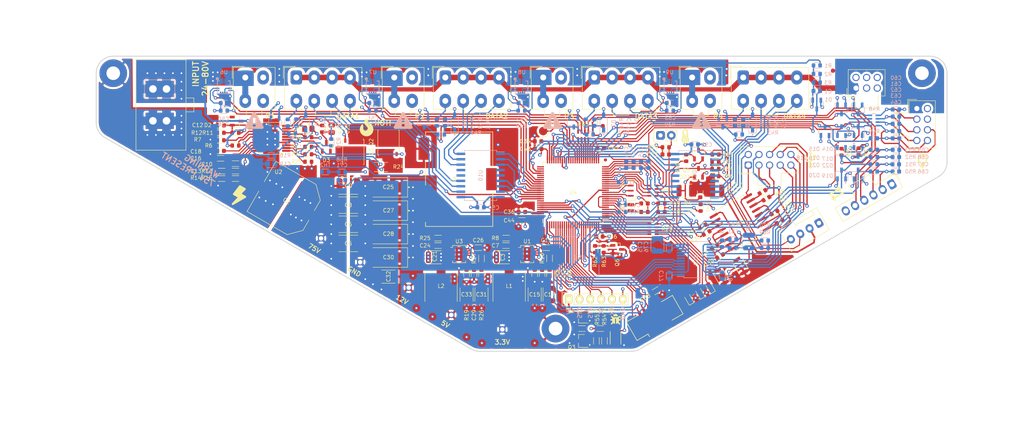
<source format=kicad_pcb>
(kicad_pcb (version 20171130) (host pcbnew "(5.0.0-rc2-dev-296-g4594fedc2)")
  (layers (0 F.Cu signal) (1 In1.Cu signal) (2 In2.Cu signal) (31 B.Cu signal) (34 B.Paste user) (35 F.Paste user) (36 B.SilkS user) (37 F.SilkS user) (38 B.Mask user) (39 F.Mask user) (44 Edge.Cuts user))
  (net 0 "")
  (net 1 GND)
  (net 2 "Net-(C1-Pad1)")
  (net 3 +12V)
  (net 4 +POWER)
  (net 5 "Net-(C7-Pad1)")
  (net 6 "Net-(C7-Pad2)")
  (net 7 "Net-(C10-Pad1)")
  (net 8 "Net-(C10-Pad2)")
  (net 9 "Net-(C11-Pad2)")
  (net 10 "Net-(C12-Pad2)")
  (net 11 "Net-(C13-Pad2)")
  (net 12 +3.3V)
  (net 13 "Net-(C14-Pad2)")
  (net 14 "Net-(C16-Pad1)")
  (net 15 "Net-(C18-Pad1)")
  (net 16 "Net-(C19-Pad2)")
  (net 17 "Net-(C20-Pad2)")
  (net 18 "Net-(C23-Pad1)")
  (net 19 "Net-(C23-Pad2)")
  (net 20 "Net-(C24-Pad2)")
  (net 21 "Net-(C24-Pad1)")
  (net 22 "Net-(C26-Pad2)")
  (net 23 "Net-(C29-Pad2)")
  (net 24 +5V)
  (net 25 "Net-(C34-Pad1)")
  (net 26 "Net-(C36-Pad1)")
  (net 27 NRST)
  (net 28 USB_VBUS)
  (net 29 "Net-(C48-Pad1)")
  (net 30 "Net-(C49-Pad1)")
  (net 31 "Net-(C56-Pad2)")
  (net 32 "Net-(C57-Pad2)")
  (net 33 "Net-(C58-Pad2)")
  (net 34 "Net-(C59-Pad2)")
  (net 35 "Net-(C60-Pad1)")
  (net 36 "Net-(C61-Pad1)")
  (net 37 "Net-(C62-Pad1)")
  (net 38 "Net-(C63-Pad1)")
  (net 39 "Net-(C64-Pad1)")
  (net 40 "Net-(C66-Pad1)")
  (net 41 "Net-(C67-Pad1)")
  (net 42 "Net-(C68-Pad1)")
  (net 43 "Net-(C69-Pad1)")
  (net 44 "Net-(C70-Pad2)")
  (net 45 "Net-(C71-Pad2)")
  (net 46 "Net-(C73-Pad2)")
  (net 47 "Net-(D4-PadA)")
  (net 48 "Net-(D5-PadA)")
  (net 49 SERVO1_HLFB)
  (net 50 SERVO3_HLFB)
  (net 51 SERVO2_HLFB)
  (net 52 SERVO4_HLFB)
  (net 53 AUX_PWM_0)
  (net 54 AUX_PWM_1)
  (net 55 AUX_PWM_2)
  (net 56 AUX_ANALOG_0)
  (net 57 AUX_ANALOG_1)
  (net 58 USART_1_TX)
  (net 59 USART_1_RX)
  (net 60 I2C_SCK)
  (net 61 I2C_SDA)
  (net 62 "Net-(D23-Pad3)")
  (net 63 "Net-(F2-Pad1)")
  (net 64 SERVO1_B)
  (net 65 SERVO1_A)
  (net 66 SERVO1_EN)
  (net 67 SERVO2_EN)
  (net 68 SERVO2_A)
  (net 69 SERVO2_B)
  (net 70 SERVO3_EN)
  (net 71 SERVO3_A)
  (net 72 SERVO3_B)
  (net 73 SERVO4_B)
  (net 74 SERVO4_A)
  (net 75 SERVO4_EN)
  (net 76 "Net-(P11-Pad8)")
  (net 77 "Net-(P11-Pad7)")
  (net 78 "Net-(P11-Pad6)")
  (net 79 "Net-(P11-Pad5)")
  (net 80 "Net-(P12-Pad5)")
  (net 81 "Net-(P12-Pad6)")
  (net 82 "Net-(P12-Pad7)")
  (net 83 "Net-(P12-Pad8)")
  (net 84 "Net-(P13-Pad8)")
  (net 85 "Net-(P13-Pad7)")
  (net 86 "Net-(P13-Pad6)")
  (net 87 "Net-(P13-Pad5)")
  (net 88 "Net-(P14-Pad5)")
  (net 89 "Net-(P14-Pad6)")
  (net 90 "Net-(P14-Pad7)")
  (net 91 "Net-(P14-Pad8)")
  (net 92 "Net-(P20-Pad1)")
  (net 93 USART_2_CTS)
  (net 94 USART_2_RTS)
  (net 95 USART_2_TX)
  (net 96 USART_2_RX)
  (net 97 "Net-(Q1-Pad1)")
  (net 98 "Net-(Q2-Pad2)")
  (net 99 "Net-(Q2-Pad1)")
  (net 100 "Net-(Q3-Pad1)")
  (net 101 "Net-(Q3-Pad3)")
  (net 102 "Net-(Q5-Pad1)")
  (net 103 "Net-(Q6-Pad1)")
  (net 104 "Net-(R1-Pad1)")
  (net 105 VOLTAGE_INPUT)
  (net 106 "Net-(R5-Pad1)")
  (net 107 "Net-(R6-Pad1)")
  (net 108 "Net-(R7-Pad2)")
  (net 109 "Net-(R8-Pad1)")
  (net 110 "Net-(R17-Pad1)")
  (net 111 "Net-(R19-Pad1)")
  (net 112 "Net-(R20-Pad2)")
  (net 113 "Net-(R22-Pad2)")
  (net 114 "Net-(R23-Pad2)")
  (net 115 "Net-(R25-Pad1)")
  (net 116 BOOT0)
  (net 117 STATUS_0)
  (net 118 STATUS_2)
  (net 119 STATUS_1)
  (net 120 USB_D-)
  (net 121 USB_D+)
  (net 122 USB_OTG_ID)
  (net 123 "Net-(R35-Pad2)")
  (net 124 "Net-(R35-Pad3)")
  (net 125 "Net-(R35-Pad1)")
  (net 126 "Net-(R35-Pad4)")
  (net 127 MOTOR_1_CURRENT)
  (net 128 MOTOR_2_CURRENT)
  (net 129 MOTOR_3_CURRENT)
  (net 130 MOTOR_4_CURRENT)
  (net 131 ~MOTOR_1_OC)
  (net 132 ~MOTOR_2_OC)
  (net 133 ~MOTOR_3_OC)
  (net 134 ~MOTOR_4_OC)
  (net 135 USART_2_PWR_EN)
  (net 136 TEMP_EXT_1)
  (net 137 TEMP_EXT_0)
  (net 138 TEMP_PCB)
  (net 139 FAN_HALL)
  (net 140 FAN_PWM)
  (net 141 BUZZER_PWM)
  (net 142 BUTTON_0)
  (net 143 BUTTON_1)
  (net 144 BOOT1)
  (net 145 "Net-(U4-Pad12)")
  (net 146 "Net-(U4-Pad13)")
  (net 147 SWDIO)
  (net 148 SWCLK)
  (net 149 SWO)
  (net 150 "Net-(D24-PadA)")
  (net 151 "Net-(U1-Pad8)")
  (net 152 "Net-(U3-Pad8)")
  (net 153 "Net-(U4-Pad41)")
  (net 154 "Net-(U4-Pad42)")
  (net 155 "Net-(U4-Pad46)")
  (net 156 "Net-(U4-Pad51)")
  (net 157 "Net-(U4-Pad52)")
  (net 158 "Net-(U4-Pad55)")
  (net 159 "Net-(U4-Pad56)")
  (net 160 "Net-(U4-Pad67)")
  (net 161 "Net-(U4-Pad78)")
  (net 162 "Net-(U4-Pad79)")
  (net 163 EXT_OUTPUT_0)
  (net 164 EXT_INPUT_1)
  (net 165 EXT_OUTPUT_1)
  (net 166 EXT_INPUT_0)
  (net 167 "Net-(U4-Pad90)")
  (net 168 "Net-(U4-Pad91)")
  (net 169 "Net-(U4-Pad97)")
  (net 170 "Net-(U4-Pad98)")
  (net 171 "Net-(X2-Pad9)")
  (net 172 "Net-(X2-Pad7)")
  (net 173 "Net-(X2-Pad8)")
  (net 174 "Net-(U10-Pad15)")
  (net 175 "Net-(U10-Pad14)")
  (net 176 "Net-(U10-Pad5)")
  (net 177 "Net-(U10-Pad4)")
  (net 178 "Net-(U11-Pad4)")
  (net 179 "Net-(U11-Pad5)")
  (net 180 "Net-(U11-Pad14)")
  (net 181 "Net-(U11-Pad15)")
  (net 182 "Net-(U4-Pad38)")
  (net 183 "Net-(U4-Pad39)")
  (net 184 "Net-(P19-Pad4)")
  (net 185 "Net-(P19-Pad3)")
  (net 186 "/Expansion I/O/ISO_IO_GND")
  (net 187 "Net-(C78-Pad2)")
  (net 188 "Net-(U12-Pad7)")
  (net 189 "Net-(U12-Pad8)")
  (net 190 "Net-(R69-Pad2)")
  (net 191 "Net-(C78-Pad1)")
  (net 192 "Net-(U12-Pad17)")
  (net 193 "Net-(U12-Pad18)")
  (net 194 "/Expansion I/O/ISO_IN_1")
  (net 195 "/Expansion I/O/ISO_IN_0")
  (net 196 "/Expansion I/O/ISO_OUT_1")
  (net 197 "/Expansion I/O/ISO_OUT_0")
  (net 198 "Net-(C79-Pad2)")
  (net 199 ISOLATED_USB_VDD)
  (net 200 ISOLATED_USB_GND)
  (net 201 "Net-(C65-Pad2)")
  (net 202 "Net-(R67-Pad2)")
  (net 203 "Net-(R68-Pad2)")
  (net 204 "Net-(R31-Pad1)")
  (net 205 "Net-(R30-Pad1)")
  (net 206 "Net-(C4-Pad2)")
  (net 207 ISOLATED_D-)
  (net 208 ISOLATED_D+)
  (net 209 ID_SPARE)
  (net 210 "/Output Circuits and Connectors/M4_PWR")
  (net 211 "/Output Circuits and Connectors/M1_PWR")
  (net 212 "/Output Circuits and Connectors/M2_PWR")
  (net 213 "/Output Circuits and Connectors/M3_PWR")
  (net 214 "Net-(LS1-Pad2)")
  (module Applidyne_Logo:DUPLEX_LOGO330X260 (layer F.Cu) (at 223.9 82.3 210)
    (fp_text reference LOGO13 hide)
    (fp_text value LOGO hide)
  )
  (module Applidyne_Special:MURATA_PKMCS0909E4000 (layer B.Cu) (at 163.5 97)
    (fp_text reference LS1 (at 0 0.3) (layer B.SilkS) (effects (justify mirror)))
    (fp_text value PKMCS0909E4000-R1)
    (pad 2 smd rect (at 4.35 0) (size 1.3 3.4) (layers B.Cu B.Paste B.Mask) (net 214 "Net-(LS1-Pad2)"))
    (pad 1 smd rect (at -4.35 0) (size 1.3 3.4) (layers B.Cu B.Paste B.Mask) (net 3 +12V))
  )
  (module Applidyne_Logo:BOLT_LOGO_310X490 (layer F.Cu) (at 83.5 83 330)
    (fp_text reference LOGO12 hide)
    (fp_text value LOGO hide)
  )
  (module Applidyne_Logo:BUG_LOGO250X250 (layer F.Cu) (at 172 111.8)
    (fp_text reference LOGO2 hide)
    (fp_text value LOGO hide)
  )
  (module Applidyne_Logo:BULB_LOGO230X330 (layer F.Cu) (at 244.1 74.6)
    (fp_text reference LOGO3 hide)
    (fp_text value LOGO hide)
  )
  (module Applidyne_Logo:FIRE_LOGO_320X420 (layer F.Cu) (at 113.5 66.7)
    (fp_text reference LOGO11 hide)
    (fp_text value LOGO hide)
  )
  (module Applidyne_Logo:THERMO_LOGO_170X350 (layer F.Cu) (at 188.4 68.8)
    (fp_text reference LOGO4 hide)
    (fp_text value LOGO hide)
  )
  (module Applidyne_Logo:USB_LOGO410X250 (layer F.Cu) (at 217.8 74.3 90)
    (fp_text reference LOGO5 hide)
    (fp_text value LOGO hide)
  )
  (module Applidyne_Logo:WARN_TRIANGLE_LOGO440X400 (layer B.Cu) (at 192.2 65.1 180)
    (fp_text reference LOGO6 hide)
    (fp_text value LOGO hide)
  )
  (module Applidyne_Logo:WARN_TRIANGLE_LOGO440X400 (layer B.Cu) (at 122.1 65.1 180)
    (fp_text reference LOGO7 hide)
    (fp_text value LOGO hide)
  )
  (module Applidyne_Logo:WARN_TRIANGLE_LOGO440X400 (layer B.Cu) (at 87.1 65.1 180)
    (fp_text reference LOGO8 hide)
    (fp_text value LOGO hide)
  )
  (module Applidyne_Logo:WARN_TRIANGLE_LOGO440X400 (layer B.Cu) (at 157.2 65.1 180)
    (fp_text reference LOGO9 hide)
    (fp_text value LOGO hide)
  )
  (module Applidyne_Logo:WARN_TRIANGLE_LOGO440X400_MASK (layer B.Cu) (at 81.6 81 150)
    (fp_text reference LOGO10 hide)
    (fp_text value LOGO hide)
  )
  (module Applidyne_Connector_Molex:MOLEX_47053-1000 (layer F.Cu) (at 219.8 89.2 210)
    (fp_text reference P19 hide)
    (fp_text value MOLEX_KK2.54_1x4_WAY_FAN)
    (pad "" np_thru_hole circle (at 5.08 -2.16 300) (size 1.1 1.1) (drill 1.1) (layers *.Cu *.Mask))
    (pad 4 thru_hole oval (at 7.62 0 300) (size 2.03 1.73) (drill 1.02) (layers *.Cu *.Mask) (net 184 "Net-(P19-Pad4)"))
    (pad 3 thru_hole oval (at 5.08 0 300) (size 2.03 1.73) (drill 1.02) (layers *.Cu *.Mask) (net 185 "Net-(P19-Pad3)"))
    (pad 2 thru_hole oval (at 2.54 0 300) (size 2.03 1.73) (drill 1.02) (layers *.Cu *.Mask) (net 63 "Net-(F2-Pad1)"))
    (pad 1 thru_hole roundrect (at 0 0 300) (size 2.03 1.73) (drill 1.02) (layers *.Cu *.Mask) (net 1 GND))
  )
  (module Applidyne_SOIC:SOIC127P1032X265-16L87N (layer F.Cu) (at 201.312644 89.033369 120)
    (fp_text reference U5 (at 0 0 210) (layer F.SilkS) (effects (font (size 0.9 0.9) (thickness 0.12))))
    (fp_text value ADUM3160 hide)
    (pad 1 smd rect (at -4.445 4.65 210) (size 2.05 0.57) (layers F.Cu F.Paste F.Mask) (net 199 ISOLATED_USB_VDD))
    (pad 2 smd rect (at -3.175 4.65 210) (size 2.05 0.57) (layers F.Cu F.Paste F.Mask) (net 200 ISOLATED_USB_GND))
    (pad 3 smd rect (at -1.905 4.65 210) (size 2.05 0.57) (layers F.Cu F.Paste F.Mask) (net 201 "Net-(C65-Pad2)"))
    (pad 4 smd rect (at -0.635 4.65 210) (size 2.05 0.57) (layers F.Cu F.Paste F.Mask) (net 201 "Net-(C65-Pad2)"))
    (pad 5 smd rect (at 0.635 4.65 210) (size 2.05 0.57) (layers F.Cu F.Paste F.Mask) (net 201 "Net-(C65-Pad2)"))
    (pad 6 smd rect (at 1.905 4.65 210) (size 2.05 0.57) (layers F.Cu F.Paste F.Mask) (net 202 "Net-(R67-Pad2)"))
    (pad 7 smd rect (at 3.175 4.65 210) (size 2.05 0.57) (layers F.Cu F.Paste F.Mask) (net 203 "Net-(R68-Pad2)"))
    (pad 8 smd rect (at 4.445 4.65 210) (size 2.05 0.57) (layers F.Cu F.Paste F.Mask) (net 200 ISOLATED_USB_GND))
    (pad 9 smd rect (at 4.445 -4.65 210) (size 2.05 0.57) (layers F.Cu F.Paste F.Mask) (net 1 GND))
    (pad 10 smd rect (at 3.175 -4.65 210) (size 2.05 0.57) (layers F.Cu F.Paste F.Mask) (net 204 "Net-(R31-Pad1)"))
    (pad 11 smd rect (at 1.905 -4.65 210) (size 2.05 0.57) (layers F.Cu F.Paste F.Mask) (net 205 "Net-(R30-Pad1)"))
    (pad 12 smd rect (at 0.635 -4.65 210) (size 2.05 0.57) (layers F.Cu F.Paste F.Mask) (net 206 "Net-(C4-Pad2)"))
    (pad 13 smd rect (at -0.635 -4.65 210) (size 2.05 0.57) (layers F.Cu F.Paste F.Mask) (net 206 "Net-(C4-Pad2)"))
    (pad 14 smd rect (at -1.905 -4.65 210) (size 2.05 0.57) (layers F.Cu F.Paste F.Mask) (net 206 "Net-(C4-Pad2)"))
    (pad 15 smd rect (at -3.175 -4.65 210) (size 2.05 0.57) (layers F.Cu F.Paste F.Mask) (net 1 GND))
    (pad 16 smd rect (at -4.445 -4.65 210) (size 2.05 0.57) (layers F.Cu F.Paste F.Mask) (net 12 +3.3V))
  )
  (module Applidyne_Capacitor:CAPC1608X90N (layer B.Cu) (at 197.009146 94.05 270)
    (fp_text reference C79 (at -3.65 0.009146 270) (layer B.SilkS) (effects (font (size 0.9 0.9) (thickness 0.12)) (justify mirror)))
    (fp_text value 100n_X7R_1608M hide)
    (pad 2 smd roundrect (at 0.775 0 90) (size 0.92 0.97) (layers B.Cu B.Paste B.Mask) (net 198 "Net-(C79-Pad2)"))
    (pad 1 smd roundrect (at -0.775 0 90) (size 0.92 0.97) (layers B.Cu B.Paste B.Mask) (net 191 "Net-(C78-Pad1)"))
  )
  (module Applidyne_Capacitor:CAPC1608X90N (layer B.Cu) (at 197.1 101.575 270)
    (fp_text reference C78 (at 0 -1.9 270) (layer B.SilkS) (effects (font (size 0.9 0.9) (thickness 0.12)) (justify mirror)))
    (fp_text value 100n_X7R_1608M hide)
    (pad 1 smd roundrect (at -0.775 0 90) (size 0.92 0.97) (layers B.Cu B.Paste B.Mask) (net 191 "Net-(C78-Pad1)"))
    (pad 2 smd roundrect (at 0.775 0 90) (size 0.92 0.97) (layers B.Cu B.Paste B.Mask) (net 187 "Net-(C78-Pad2)"))
  )
  (module Applidyne_Capacitor:CAPC1608X90N (layer B.Cu) (at 184.6 101.575 270)
    (fp_text reference C77 (at 0.025 1.8 270) (layer B.SilkS) (effects (font (size 0.9 0.9) (thickness 0.12)) (justify mirror)))
    (fp_text value 100n_X7R_1608M hide)
    (pad 2 smd roundrect (at 0.775 0 90) (size 0.92 0.97) (layers B.Cu B.Paste B.Mask) (net 12 +3.3V))
    (pad 1 smd roundrect (at -0.775 0 90) (size 0.92 0.97) (layers B.Cu B.Paste B.Mask) (net 1 GND))
  )
  (module Applidyne_Capacitor:CAPC1608X90N (layer B.Cu) (at 184.6 95.075 270)
    (fp_text reference C76 (at -0.275 5.4 270) (layer B.SilkS) (effects (font (size 0.9 0.9) (thickness 0.12)) (justify mirror)))
    (fp_text value 100n_X7R_1608M hide)
    (pad 1 smd roundrect (at -0.775 0 90) (size 0.92 0.97) (layers B.Cu B.Paste B.Mask) (net 1 GND))
    (pad 2 smd roundrect (at 0.775 0 90) (size 0.92 0.97) (layers B.Cu B.Paste B.Mask) (net 24 +5V))
  )
  (module Applidyne_Capacitor:CAPC1608X90N (layer F.Cu) (at 195.297838 94.81542 30)
    (fp_text reference C4 (at -2.682276 0.050162 30) (layer F.SilkS) (effects (font (size 0.9 0.9) (thickness 0.12))))
    (fp_text value 100n_X7R_1608M hide)
    (pad 2 smd roundrect (at 0.775 0 210) (size 0.92 0.97) (layers F.Cu F.Paste F.Mask) (net 206 "Net-(C4-Pad2)"))
    (pad 1 smd roundrect (at -0.775 0 210) (size 0.92 0.97) (layers F.Cu F.Paste F.Mask) (net 1 GND))
  )
  (module Applidyne_Capacitor:CAPC1608X90N (layer F.Cu) (at 210.57745 88.880483 210)
    (fp_text reference C22 (at -3.338231 0.936886 210) (layer F.SilkS) (effects (font (size 0.9 0.9) (thickness 0.12))))
    (fp_text value 100n_X7R_1608M hide)
    (pad 1 smd roundrect (at -0.775 0 30) (size 0.92 0.97) (layers F.Cu F.Paste F.Mask) (net 200 ISOLATED_USB_GND))
    (pad 2 smd roundrect (at 0.775 0 30) (size 0.92 0.97) (layers F.Cu F.Paste F.Mask) (net 199 ISOLATED_USB_VDD))
  )
  (module Applidyne_Capacitor:CAPC3225X170N (layer B.Cu) (at 203.35 93.55 270)
    (fp_text reference C80 (at -3.75 0.15 270) (layer B.SilkS) (effects (font (size 0.9 0.9) (thickness 0.12)) (justify mirror)))
    (fp_text value 10u_X7R_3225M hide)
    (pad 2 smd roundrect (at 1.475 0 90) (size 1.16 2.72) (layers B.Cu B.Paste B.Mask) (net 187 "Net-(C78-Pad2)"))
    (pad 1 smd roundrect (at -1.475 0 90) (size 1.16 2.72) (layers B.Cu B.Paste B.Mask) (net 186 "/Expansion I/O/ISO_IO_GND"))
  )
  (module Applidyne_Capacitor:CAPC3225X170N (layer B.Cu) (at 181.85 94.325 270)
    (fp_text reference C75 (at 0.475 4.05 270) (layer B.SilkS) (effects (font (size 0.9 0.9) (thickness 0.12)) (justify mirror)))
    (fp_text value 10u_X7R_3225M hide)
    (pad 1 smd roundrect (at -1.475 0 90) (size 1.16 2.72) (layers B.Cu B.Paste B.Mask) (net 1 GND))
    (pad 2 smd roundrect (at 1.475 0 90) (size 1.16 2.72) (layers B.Cu B.Paste B.Mask) (net 24 +5V))
  )
  (module Applidyne_Inductor:INDC1608X95N (layer B.Cu) (at 199.6 93.05 180)
    (fp_text reference FB2 (at 0 3.45 180) (layer B.SilkS) (effects (font (size 0.9 0.9) (thickness 0.12)) (justify mirror)))
    (fp_text value 1K_1608M hide)
    (pad 2 smd rect (at 0.785 0) (size 0.9 0.97) (layers B.Cu B.Paste B.Mask) (net 191 "Net-(C78-Pad1)"))
    (pad 1 smd rect (at -0.785 0) (size 0.9 0.97) (layers B.Cu B.Paste B.Mask) (net 186 "/Expansion I/O/ISO_IO_GND"))
  )
  (module Applidyne_Inductor:INDC1608X95N (layer B.Cu) (at 199.6 95.05 180)
    (fp_text reference FB1 (at 0 3.85 180) (layer B.SilkS) (effects (font (size 0.9 0.9) (thickness 0.12)) (justify mirror)))
    (fp_text value 1K_1608M hide)
    (pad 1 smd rect (at -0.785 0) (size 0.9 0.97) (layers B.Cu B.Paste B.Mask) (net 187 "Net-(C78-Pad2)"))
    (pad 2 smd rect (at 0.785 0) (size 0.9 0.97) (layers B.Cu B.Paste B.Mask) (net 198 "Net-(C79-Pad2)"))
  )
  (module Applidyne_Resistor:RESC1608X50N (layer B.Cu) (at 207.1 95.05)
    (fp_text reference R69 (at 0 -3.65) (layer B.SilkS) (effects (font (size 0.9 0.9) (thickness 0.12)) (justify mirror)))
    (fp_text value 16K9_1608M hide)
    (pad 2 smd roundrect (at 0.775 0 180) (size 0.85 0.98) (layers B.Cu B.Paste B.Mask) (net 190 "Net-(R69-Pad2)"))
    (pad 1 smd roundrect (at -0.775 0 180) (size 0.85 0.98) (layers B.Cu B.Paste B.Mask) (net 187 "Net-(C78-Pad2)"))
  )
  (module Applidyne_Resistor:RESC1608X50N (layer F.Cu) (at 206.527451 81.865677 210)
    (fp_text reference R68 (at -3.359769 -2.325807 210) (layer F.SilkS) (effects (font (size 0.9 0.9) (thickness 0.12))))
    (fp_text value 22R_1608M hide)
    (pad 1 smd roundrect (at -0.775 0 30) (size 0.85 0.98) (layers F.Cu F.Paste F.Mask) (net 208 ISOLATED_D+))
    (pad 2 smd roundrect (at 0.775 0 30) (size 0.85 0.98) (layers F.Cu F.Paste F.Mask) (net 203 "Net-(R68-Pad2)"))
  )
  (module Applidyne_Resistor:RESC1608X50N (layer B.Cu) (at 207.1 93.3)
    (fp_text reference R70 (at 0 -3.6) (layer B.SilkS) (effects (font (size 0.9 0.9) (thickness 0.12)) (justify mirror)))
    (fp_text value 10K0_1608M hide)
    (pad 2 smd roundrect (at 0.775 0 180) (size 0.85 0.98) (layers B.Cu B.Paste B.Mask) (net 190 "Net-(R69-Pad2)"))
    (pad 1 smd roundrect (at -0.775 0 180) (size 0.85 0.98) (layers B.Cu B.Paste B.Mask) (net 191 "Net-(C78-Pad1)"))
  )
  (module Applidyne_Resistor:RESC1608X50N (layer F.Cu) (at 207.452451 83.467824 210)
    (fp_text reference R67 (at -3.35259 -2.088242 210) (layer F.SilkS) (effects (font (size 0.9 0.9) (thickness 0.12))))
    (fp_text value 22R_1608M hide)
    (pad 1 smd roundrect (at -0.775 0 30) (size 0.85 0.98) (layers F.Cu F.Paste F.Mask) (net 207 ISOLATED_D-))
    (pad 2 smd roundrect (at 0.775 0 30) (size 0.85 0.98) (layers F.Cu F.Paste F.Mask) (net 202 "Net-(R67-Pad2)"))
  )
  (module Applidyne_SOP:SOP65P780X200-24L40N (layer B.Cu) (at 190.85 97.8 90)
    (fp_text reference U12 (at 0 0 90) (layer B.SilkS) (effects (font (size 0.9 0.9) (thickness 0.12)) (justify mirror)))
    (fp_text value ADUM5412 hide)
    (pad 1 smd rect (at -3.575 -3.505) (size 1.89 0.44) (layers B.Cu B.Paste B.Mask) (net 12 +3.3V))
    (pad 2 smd rect (at -2.925 -3.505) (size 1.89 0.44) (layers B.Cu B.Paste B.Mask) (net 1 GND))
    (pad 3 smd rect (at -2.275 -3.505) (size 1.89 0.44) (layers B.Cu B.Paste B.Mask) (net 163 EXT_OUTPUT_0))
    (pad 4 smd rect (at -1.625 -3.505) (size 1.89 0.44) (layers B.Cu B.Paste B.Mask) (net 165 EXT_OUTPUT_1))
    (pad 5 smd rect (at -0.975 -3.505) (size 1.89 0.44) (layers B.Cu B.Paste B.Mask) (net 166 EXT_INPUT_0))
    (pad 6 smd rect (at -0.325 -3.505) (size 1.89 0.44) (layers B.Cu B.Paste B.Mask) (net 164 EXT_INPUT_1))
    (pad 7 smd rect (at 0.325 -3.505) (size 1.89 0.44) (layers B.Cu B.Paste B.Mask) (net 188 "Net-(U12-Pad7)"))
    (pad 8 smd rect (at 0.975 -3.505) (size 1.89 0.44) (layers B.Cu B.Paste B.Mask) (net 189 "Net-(U12-Pad8)"))
    (pad 9 smd rect (at 1.625 -3.505) (size 1.89 0.44) (layers B.Cu B.Paste B.Mask) (net 1 GND))
    (pad 10 smd rect (at 2.275 -3.505) (size 1.89 0.44) (layers B.Cu B.Paste B.Mask) (net 1 GND))
    (pad 15 smd rect (at 2.275 3.505) (size 1.89 0.44) (layers B.Cu B.Paste B.Mask) (net 190 "Net-(R69-Pad2)"))
    (pad 16 smd rect (at 1.625 3.505) (size 1.89 0.44) (layers B.Cu B.Paste B.Mask) (net 191 "Net-(C78-Pad1)"))
    (pad 17 smd rect (at 0.975 3.505) (size 1.89 0.44) (layers B.Cu B.Paste B.Mask) (net 192 "Net-(U12-Pad17)"))
    (pad 18 smd rect (at 0.325 3.505) (size 1.89 0.44) (layers B.Cu B.Paste B.Mask) (net 193 "Net-(U12-Pad18)"))
    (pad 19 smd rect (at -0.325 3.505) (size 1.89 0.44) (layers B.Cu B.Paste B.Mask) (net 194 "/Expansion I/O/ISO_IN_1"))
    (pad 20 smd rect (at -0.975 3.505) (size 1.89 0.44) (layers B.Cu B.Paste B.Mask) (net 195 "/Expansion I/O/ISO_IN_0"))
    (pad 21 smd rect (at -1.625 3.505) (size 1.89 0.44) (layers B.Cu B.Paste B.Mask) (net 196 "/Expansion I/O/ISO_OUT_1"))
    (pad 22 smd rect (at -2.275 3.505) (size 1.89 0.44) (layers B.Cu B.Paste B.Mask) (net 197 "/Expansion I/O/ISO_OUT_0"))
    (pad 23 smd rect (at -2.925 3.505) (size 1.89 0.44) (layers B.Cu B.Paste B.Mask) (net 191 "Net-(C78-Pad1)"))
    (pad 24 smd rect (at -3.575 3.505) (size 1.89 0.44) (layers B.Cu B.Paste B.Mask) (net 187 "Net-(C78-Pad2)"))
    (pad 11 smd rect (at 2.915 -3.505) (size 1.89 0.44) (layers B.Cu B.Paste B.Mask) (net 24 +5V))
    (pad 14 smd rect (at 2.915 3.505) (size 1.89 0.44) (layers B.Cu B.Paste B.Mask) (net 198 "Net-(C79-Pad2)"))
    (pad 12 smd rect (at 3.565 -3.505) (size 1.89 0.44) (layers B.Cu B.Paste B.Mask) (net 1 GND))
    (pad 13 smd rect (at 3.565 3.505) (size 1.89 0.44) (layers B.Cu B.Paste B.Mask) (net 191 "Net-(C78-Pad1)"))
  )
  (module Applidyne_Connector_Molex:Molex_Nano-Fit_105310-xx10_2x05_VERT (layer F.Cu) (at 203.2 75.6 90)
    (fp_text reference P21 hide)
    (fp_text value MOLEX_NANOFIT_2x5_WAY)
    (pad "" np_thru_hole circle (at -1.34 3.75 90) (size 1.3 1.3) (drill 1.3) (layers *.Cu *.Mask))
    (pad 10 thru_hole circle (at 2.5 10 90) (size 1.7 1.7) (drill 1.2) (layers *.Cu *.Mask) (net 196 "/Expansion I/O/ISO_OUT_1"))
    (pad 9 thru_hole circle (at 2.5 7.5 90) (size 1.7 1.7) (drill 1.2) (layers *.Cu *.Mask) (net 197 "/Expansion I/O/ISO_OUT_0"))
    (pad 8 thru_hole circle (at 2.5 5 90) (size 1.7 1.7) (drill 1.2) (layers *.Cu *.Mask) (net 186 "/Expansion I/O/ISO_IO_GND"))
    (pad 7 thru_hole circle (at 2.5 2.5 90) (size 1.7 1.7) (drill 1.2) (layers *.Cu *.Mask) (net 199 ISOLATED_USB_VDD))
    (pad 6 thru_hole circle (at 2.5 0 90) (size 1.7 1.7) (drill 1.2) (layers *.Cu *.Mask) (net 209 ID_SPARE))
    (pad 5 thru_hole circle (at 0 10 90) (size 1.7 1.7) (drill 1.2) (layers *.Cu *.Mask) (net 195 "/Expansion I/O/ISO_IN_0"))
    (pad 4 thru_hole circle (at 0 7.5 90) (size 1.7 1.7) (drill 1.2) (layers *.Cu *.Mask) (net 194 "/Expansion I/O/ISO_IN_1"))
    (pad 3 thru_hole circle (at 0 5 90) (size 1.7 1.7) (drill 1.2) (layers *.Cu *.Mask) (net 207 ISOLATED_D-))
    (pad 2 thru_hole circle (at 0 2.5 90) (size 1.7 1.7) (drill 1.2) (layers *.Cu *.Mask) (net 208 ISOLATED_D+))
    (pad 1 thru_hole roundrect (at 0 0 90) (size 1.7 1.7) (drill 1.2) (layers *.Cu *.Mask) (net 200 ISOLATED_USB_GND))
  )
  (module Applidyne_SOT:SOT95P240X110-3L16N (layer B.Cu) (at 229 72.5)
    (fp_text reference D22 (at -7.2 3.2) (layer B.SilkS) (effects (font (size 0.9 0.9) (thickness 0.12)) (justify mirror)))
    (fp_text value BAV99 hide)
    (pad 3 smd rect (at 0 1.025 180) (size 0.61 1.18) (layers B.Cu B.Paste B.Mask) (net 61 I2C_SDA))
    (pad 2 smd rect (at 0.95 -1.025 180) (size 0.61 1.18) (layers B.Cu B.Paste B.Mask) (net 12 +3.3V))
    (pad 1 smd rect (at -0.95 -1.025 180) (size 0.61 1.18) (layers B.Cu B.Paste B.Mask) (net 1 GND))
  )
  (module Applidyne_Resistor:RESC1608X50N (layer B.Cu) (at 232.7 69.3 180)
    (fp_text reference R49 (at -0.1 1.6 180) (layer B.SilkS) (effects (font (size 0.9 0.9) (thickness 0.12)) (justify mirror)))
    (fp_text value 220R_1608M hide)
    (pad 2 smd roundrect (at 0.775 0) (size 0.85 0.98) (layers B.Cu B.Paste B.Mask) (net 57 AUX_ANALOG_1))
    (pad 1 smd roundrect (at -0.775 0) (size 0.85 0.98) (layers B.Cu B.Paste B.Mask) (net 39 "Net-(C64-Pad1)"))
  )
  (module Applidyne_Connector_Molex:Molex_Nano-Fit_105309-xx06_1x06_VERT (layer F.Cu) (at 236.930127 80.1 300)
    (fp_text reference P16 hide)
    (fp_text value MOLEX_NANOFIT_1x6_WAY)
    (pad "" np_thru_hole circle (at -1.34 6.25 300) (size 1.3 1.3) (drill 1.3) (layers *.Cu *.Mask))
    (pad 6 thru_hole oval (at 0 12.5 300) (size 2.2 1.7) (drill 1.2) (layers *.Cu *.Mask) (net 1 GND))
    (pad 5 thru_hole oval (at 0 10 300) (size 2.2 1.7) (drill 1.2) (layers *.Cu *.Mask) (net 43 "Net-(C69-Pad1)"))
    (pad 4 thru_hole oval (at 0 7.5 300) (size 2.2 1.7) (drill 1.2) (layers *.Cu *.Mask) (net 42 "Net-(C68-Pad1)"))
    (pad 3 thru_hole oval (at 0 5 300) (size 2.2 1.7) (drill 1.2) (layers *.Cu *.Mask) (net 41 "Net-(C67-Pad1)"))
    (pad 2 thru_hole oval (at 0 2.5 300) (size 2.2 1.7) (drill 1.2) (layers *.Cu *.Mask) (net 40 "Net-(C66-Pad1)"))
    (pad 1 thru_hole roundrect (at 0 0 300) (size 2.2 1.7) (drill 1.2) (layers *.Cu *.Mask) (net 12 +3.3V))
  )
  (module Applidyne_Connector_Molex:Molex_Nano-Fit_105310-xx08_2x04_VERT (layer F.Cu) (at 242.8 62.3)
    (fp_text reference P15 hide)
    (fp_text value MOLEX_NANOFIT_2x4_WAY)
    (pad "" np_thru_hole circle (at -1.34 3.75) (size 1.3 1.3) (drill 1.3) (layers *.Cu *.Mask))
    (pad 8 thru_hole circle (at 2.5 7.5) (size 1.7 1.7) (drill 1.2) (layers *.Cu *.Mask) (net 39 "Net-(C64-Pad1)"))
    (pad 7 thru_hole circle (at 2.5 5) (size 1.7 1.7) (drill 1.2) (layers *.Cu *.Mask) (net 38 "Net-(C63-Pad1)"))
    (pad 6 thru_hole circle (at 2.5 2.5) (size 1.7 1.7) (drill 1.2) (layers *.Cu *.Mask) (net 12 +3.3V))
    (pad 5 thru_hole circle (at 2.5 0) (size 1.7 1.7) (drill 1.2) (layers *.Cu *.Mask) (net 1 GND))
    (pad 4 thru_hole circle (at 0 7.5) (size 1.7 1.7) (drill 1.2) (layers *.Cu *.Mask) (net 37 "Net-(C62-Pad1)"))
    (pad 3 thru_hole circle (at 0 5) (size 1.7 1.7) (drill 1.2) (layers *.Cu *.Mask) (net 36 "Net-(C61-Pad1)"))
    (pad 2 thru_hole circle (at 0 2.5) (size 1.7 1.7) (drill 1.2) (layers *.Cu *.Mask) (net 35 "Net-(C60-Pad1)"))
    (pad 1 thru_hole roundrect (at 0 0) (size 1.7 1.7) (drill 1.2) (layers *.Cu *.Mask) (net 3 +12V))
  )
  (module Applidyne_Connector_Molex:Molex_Nano-Fit_105310-xx06_2x03_VERT (layer F.Cu) (at 228.5 57.5 90)
    (fp_text reference P17 hide)
    (fp_text value MOLEX_NANOFIT_2x3_WAY)
    (pad "" np_thru_hole circle (at -1.34 1.25 90) (size 1.3 1.3) (drill 1.3) (layers *.Cu *.Mask))
    (pad 6 thru_hole circle (at 2.5 5 90) (size 1.7 1.7) (drill 1.2) (layers *.Cu *.Mask) (net 1 GND))
    (pad 5 thru_hole circle (at 2.5 2.5 90) (size 1.7 1.7) (drill 1.2) (layers *.Cu *.Mask) (net 1 GND))
    (pad 4 thru_hole circle (at 2.5 0 90) (size 1.7 1.7) (drill 1.2) (layers *.Cu *.Mask) (net 1 GND))
    (pad 3 thru_hole circle (at 0 5 90) (size 1.7 1.7) (drill 1.2) (layers *.Cu *.Mask) (net 12 +3.3V))
    (pad 2 thru_hole circle (at 0 2.5 90) (size 1.7 1.7) (drill 1.2) (layers *.Cu *.Mask) (net 24 +5V))
    (pad 1 thru_hole roundrect (at 0 0 90) (size 1.7 1.7) (drill 1.2 (offset 0 -0.2)) (layers *.Cu *.Mask) (net 3 +12V))
  )
  (module Applidyne_Connector_Wurth:61300211121 (layer F.Cu) (at 182.56 68.6 90)
    (fp_text reference P18 hide)
    (fp_text value CONN_01X02 hide)
    (pad 1 thru_hole roundrect (at 0 0 90) (size 2.032 2.032) (drill 1.016) (layers *.Cu *.Mask) (net 12 +3.3V))
    (pad 2 thru_hole oval (at 0 2.54 90) (size 2.032 2.032) (drill 1.016) (layers *.Cu *.Mask) (net 46 "Net-(C73-Pad2)"))
  )
  (module Applidyne_Resistor:RESC1608X50N (layer F.Cu) (at 182.8 84.6 180)
    (fp_text reference R4 (at -6.2 0 180) (layer F.SilkS) (effects (font (size 0.9 0.9) (thickness 0.12))))
    (fp_text value 10K0_1608M hide)
    (pad 1 smd roundrect (at -0.775 0) (size 0.85 0.98) (layers F.Cu F.Paste F.Mask) (net 44 "Net-(C70-Pad2)"))
    (pad 2 smd roundrect (at 0.775 0) (size 0.85 0.98) (layers F.Cu F.Paste F.Mask) (net 1 GND))
  )
  (module Applidyne_Mount:MTGP650H330 (layer F.Cu) (at 157.9 114)
    (fp_text reference MNT2 hide)
    (fp_text value MNT_M3_PLATED hide)
    (pad 1 thru_hole circle (at 0 0) (size 6.5 6.5) (drill 3.2) (layers *.Cu *.Mask) (net 1 GND))
  )
  (module Applidyne_Resistor:RESC1608X50N (layer F.Cu) (at 183.8 71.4 180)
    (fp_text reference R59 (at 3.1 0 180) (layer F.SilkS) (effects (font (size 0.9 0.9) (thickness 0.12))))
    (fp_text value 10K0_1608M hide)
    (pad 1 smd roundrect (at -0.775 0) (size 0.85 0.98) (layers F.Cu F.Paste F.Mask) (net 46 "Net-(C73-Pad2)"))
    (pad 2 smd roundrect (at 0.775 0) (size 0.85 0.98) (layers F.Cu F.Paste F.Mask) (net 1 GND))
  )
  (module Applidyne_Resistor:RESC1608X50N (layer B.Cu) (at 107.7 77.2)
    (fp_text reference R58 (at 0 -2.9) (layer B.SilkS) (effects (font (size 0.9 0.9) (thickness 0.12)) (justify mirror)))
    (fp_text value 10K0_1608M hide)
    (pad 2 smd roundrect (at 0.775 0 180) (size 0.85 0.98) (layers B.Cu B.Paste B.Mask) (net 1 GND))
    (pad 1 smd roundrect (at -0.775 0 180) (size 0.85 0.98) (layers B.Cu B.Paste B.Mask) (net 45 "Net-(C71-Pad2)"))
  )
  (module Applidyne_Connector_Molex:Molex_Sabre_43160-0102_VERT (layer F.Cu) (at 63.3 57.7 270)
    (fp_text reference P1 hide)
    (fp_text value MOLEX_43160-0102)
    (pad 2 thru_hole rect (at 7.49 -3.18 270) (size 3.78 3.43) (drill 1.78) (layers *.Cu *.Mask) (net 1 GND))
    (pad 1 thru_hole rect (at 0 -3.18 270) (size 3.78 3.43) (drill 1.78) (layers *.Cu *.Mask) (net 4 +POWER))
    (pad 2 thru_hole rect (at 7.49 0 270) (size 3.78 3.43) (drill 1.78) (layers *.Cu *.Mask) (net 1 GND))
    (pad 1 thru_hole rect (at 0 0 270) (size 3.78 3.43) (drill 1.78) (layers *.Cu *.Mask) (net 4 +POWER))
  )
  (module Applidyne_Connector_Molex:Molex_Mini-Fit_Jr_5566-08A_2x04_P4.20mm_Vertical (layer F.Cu) (at 97 55)
    (fp_text reference P11 hide)
    (fp_text value MOLEX_MINIFIT_JR_2x4_WAY)
    (pad 8 thru_hole oval (at 12.6 5.5) (size 2.7 3.3) (drill 1.4) (layers *.Cu *.Mask) (net 76 "Net-(P11-Pad8)"))
    (pad 7 thru_hole oval (at 8.4 5.5) (size 2.7 3.3) (drill 1.4) (layers *.Cu *.Mask) (net 77 "Net-(P11-Pad7)"))
    (pad 6 thru_hole oval (at 4.2 5.5) (size 2.7 3.3) (drill 1.4) (layers *.Cu *.Mask) (net 78 "Net-(P11-Pad6)"))
    (pad 5 thru_hole oval (at 0 5.5) (size 2.7 3.3) (drill 1.4) (layers *.Cu *.Mask) (net 79 "Net-(P11-Pad5)"))
    (pad 4 thru_hole oval (at 12.6 0) (size 2.7 3.3) (drill 1.4) (layers *.Cu *.Mask) (net 3 +12V))
    (pad 3 thru_hole oval (at 8.4 0) (size 2.7 3.3) (drill 1.4) (layers *.Cu *.Mask) (net 3 +12V))
    (pad 2 thru_hole oval (at 4.2 0) (size 2.7 3.3) (drill 1.4) (layers *.Cu *.Mask) (net 3 +12V))
    (pad 1 thru_hole roundrect (at 0 0) (size 2.7 3.3) (drill 1.4) (layers *.Cu *.Mask) (net 3 +12V))
  )
  (module Applidyne_Connector_Molex:Molex_Mini-Fit_Jr_5566-08A_2x04_P4.20mm_Vertical (layer F.Cu) (at 132 55)
    (fp_text reference P12 hide)
    (fp_text value MOLEX_MINIFIT_JR_2x4_WAY)
    (pad 8 thru_hole oval (at 12.6 5.5) (size 2.7 3.3) (drill 1.4) (layers *.Cu *.Mask) (net 83 "Net-(P12-Pad8)"))
    (pad 7 thru_hole oval (at 8.4 5.5) (size 2.7 3.3) (drill 1.4) (layers *.Cu *.Mask) (net 82 "Net-(P12-Pad7)"))
    (pad 6 thru_hole oval (at 4.2 5.5) (size 2.7 3.3) (drill 1.4) (layers *.Cu *.Mask) (net 81 "Net-(P12-Pad6)"))
    (pad 5 thru_hole oval (at 0 5.5) (size 2.7 3.3) (drill 1.4) (layers *.Cu *.Mask) (net 80 "Net-(P12-Pad5)"))
    (pad 4 thru_hole oval (at 12.6 0) (size 2.7 3.3) (drill 1.4) (layers *.Cu *.Mask) (net 3 +12V))
    (pad 3 thru_hole oval (at 8.4 0) (size 2.7 3.3) (drill 1.4) (layers *.Cu *.Mask) (net 3 +12V))
    (pad 2 thru_hole oval (at 4.2 0) (size 2.7 3.3) (drill 1.4) (layers *.Cu *.Mask) (net 3 +12V))
    (pad 1 thru_hole roundrect (at 0 0) (size 2.7 3.3) (drill 1.4) (layers *.Cu *.Mask) (net 3 +12V))
  )
  (module Applidyne_Connector_Molex:Molex_Mini-Fit_Jr_5566-08A_2x04_P4.20mm_Vertical (layer F.Cu) (at 167 55)
    (fp_text reference P13 hide)
    (fp_text value MOLEX_MINIFIT_JR_2x4_WAY)
    (pad 8 thru_hole oval (at 12.6 5.5) (size 2.7 3.3) (drill 1.4) (layers *.Cu *.Mask) (net 84 "Net-(P13-Pad8)"))
    (pad 7 thru_hole oval (at 8.4 5.5) (size 2.7 3.3) (drill 1.4) (layers *.Cu *.Mask) (net 85 "Net-(P13-Pad7)"))
    (pad 6 thru_hole oval (at 4.2 5.5) (size 2.7 3.3) (drill 1.4) (layers *.Cu *.Mask) (net 86 "Net-(P13-Pad6)"))
    (pad 5 thru_hole oval (at 0 5.5) (size 2.7 3.3) (drill 1.4) (layers *.Cu *.Mask) (net 87 "Net-(P13-Pad5)"))
    (pad 4 thru_hole oval (at 12.6 0) (size 2.7 3.3) (drill 1.4) (layers *.Cu *.Mask) (net 3 +12V))
    (pad 3 thru_hole oval (at 8.4 0) (size 2.7 3.3) (drill 1.4) (layers *.Cu *.Mask) (net 3 +12V))
    (pad 2 thru_hole oval (at 4.2 0) (size 2.7 3.3) (drill 1.4) (layers *.Cu *.Mask) (net 3 +12V))
    (pad 1 thru_hole roundrect (at 0 0) (size 2.7 3.3) (drill 1.4) (layers *.Cu *.Mask) (net 3 +12V))
  )
  (module Applidyne_Connector_Molex:Molex_Mini-Fit_Jr_5566-08A_2x04_P4.20mm_Vertical (layer F.Cu) (at 202 55)
    (fp_text reference P14 hide)
    (fp_text value MOLEX_MINIFIT_JR_2x4_WAY)
    (pad 8 thru_hole oval (at 12.6 5.5) (size 2.7 3.3) (drill 1.4) (layers *.Cu *.Mask) (net 91 "Net-(P14-Pad8)"))
    (pad 7 thru_hole oval (at 8.4 5.5) (size 2.7 3.3) (drill 1.4) (layers *.Cu *.Mask) (net 90 "Net-(P14-Pad7)"))
    (pad 6 thru_hole oval (at 4.2 5.5) (size 2.7 3.3) (drill 1.4) (layers *.Cu *.Mask) (net 89 "Net-(P14-Pad6)"))
    (pad 5 thru_hole oval (at 0 5.5) (size 2.7 3.3) (drill 1.4) (layers *.Cu *.Mask) (net 88 "Net-(P14-Pad5)"))
    (pad 4 thru_hole oval (at 12.6 0) (size 2.7 3.3) (drill 1.4) (layers *.Cu *.Mask) (net 3 +12V))
    (pad 3 thru_hole oval (at 8.4 0) (size 2.7 3.3) (drill 1.4) (layers *.Cu *.Mask) (net 3 +12V))
    (pad 2 thru_hole oval (at 4.2 0) (size 2.7 3.3) (drill 1.4) (layers *.Cu *.Mask) (net 3 +12V))
    (pad 1 thru_hole roundrect (at 0 0) (size 2.7 3.3) (drill 1.4) (layers *.Cu *.Mask) (net 3 +12V))
  )
  (module Applidyne_Connector_Molex:Molex_Mini-Fit_Jr_5566-04A_2x02_P4.20mm_Vertical (layer F.Cu) (at 85 55)
    (fp_text reference P2 hide)
    (fp_text value MOLEX_MINIFIT_JR_2x2_WAY)
    (pad 4 thru_hole oval (at 4.2 5.5) (size 2.7 3.3) (drill 1.4) (layers *.Cu *.Mask) (net 1 GND))
    (pad 3 thru_hole oval (at 0 5.5) (size 2.7 3.3) (drill 1.4) (layers *.Cu *.Mask) (net 211 "/Output Circuits and Connectors/M1_PWR"))
    (pad 2 thru_hole oval (at 4.2 0) (size 2.7 3.3) (drill 1.4) (layers *.Cu *.Mask) (net 1 GND))
    (pad 1 thru_hole roundrect (at 0 0) (size 2.7 3.3) (drill 1.4) (layers *.Cu *.Mask) (net 211 "/Output Circuits and Connectors/M1_PWR"))
  )
  (module Applidyne_Connector_Molex:Molex_Mini-Fit_Jr_5566-04A_2x02_P4.20mm_Vertical (layer F.Cu) (at 120 55)
    (fp_text reference P3 hide)
    (fp_text value MOLEX_MINIFIT_JR_2x2_WAY)
    (pad 4 thru_hole oval (at 4.2 5.5) (size 2.7 3.3) (drill 1.4) (layers *.Cu *.Mask) (net 1 GND))
    (pad 3 thru_hole oval (at 0 5.5) (size 2.7 3.3) (drill 1.4) (layers *.Cu *.Mask) (net 212 "/Output Circuits and Connectors/M2_PWR"))
    (pad 2 thru_hole oval (at 4.2 0) (size 2.7 3.3) (drill 1.4) (layers *.Cu *.Mask) (net 1 GND))
    (pad 1 thru_hole roundrect (at 0 0) (size 2.7 3.3) (drill 1.4) (layers *.Cu *.Mask) (net 212 "/Output Circuits and Connectors/M2_PWR"))
  )
  (module Applidyne_Connector_Molex:Molex_Mini-Fit_Jr_5566-04A_2x02_P4.20mm_Vertical (layer F.Cu) (at 155 55)
    (fp_text reference P4 hide)
    (fp_text value MOLEX_MINIFIT_JR_2x2_WAY)
    (pad 4 thru_hole oval (at 4.2 5.5) (size 2.7 3.3) (drill 1.4) (layers *.Cu *.Mask) (net 1 GND))
    (pad 3 thru_hole oval (at 0 5.5) (size 2.7 3.3) (drill 1.4) (layers *.Cu *.Mask) (net 213 "/Output Circuits and Connectors/M3_PWR"))
    (pad 2 thru_hole oval (at 4.2 0) (size 2.7 3.3) (drill 1.4) (layers *.Cu *.Mask) (net 1 GND))
    (pad 1 thru_hole roundrect (at 0 0) (size 2.7 3.3) (drill 1.4) (layers *.Cu *.Mask) (net 213 "/Output Circuits and Connectors/M3_PWR"))
  )
  (module Applidyne_Connector_Molex:Molex_Mini-Fit_Jr_5566-04A_2x02_P4.20mm_Vertical (layer F.Cu) (at 190 55)
    (fp_text reference P5 hide)
    (fp_text value MOLEX_MINIFIT_JR_2x2_WAY)
    (pad 4 thru_hole oval (at 4.2 5.5) (size 2.7 3.3) (drill 1.4) (layers *.Cu *.Mask) (net 1 GND))
    (pad 3 thru_hole oval (at 0 5.5) (size 2.7 3.3) (drill 1.4) (layers *.Cu *.Mask) (net 210 "/Output Circuits and Connectors/M4_PWR"))
    (pad 2 thru_hole oval (at 4.2 0) (size 2.7 3.3) (drill 1.4) (layers *.Cu *.Mask) (net 1 GND))
    (pad 1 thru_hole roundrect (at 0 0) (size 2.7 3.3) (drill 1.4) (layers *.Cu *.Mask) (net 210 "/Output Circuits and Connectors/M4_PWR"))
  )
  (module Applidyne_Inductor:PULSE_PA2050 (layer F.Cu) (at 133.65 78.9 270)
    (fp_text reference L3 (at 0 -0.15) (layer F.SilkS) (effects (font (size 0.9 0.9) (thickness 0.12))))
    (fp_text value 10u2_PA2050 hide)
    (pad 2 smd rect (at 5.75 6.7 270) (size 8 2.5) (layers F.Cu F.Paste F.Mask) (net 3 +12V))
    (pad 1 smd rect (at -7.15 6.7 270) (size 5.2 2.5) (layers F.Cu F.Paste F.Mask) (net 18 "Net-(C23-Pad1)"))
    (pad 3 smd rect (at 0 -9.2 270) (size 5.2 2.5) (layers F.Cu F.Paste F.Mask))
  )
  (module Applidyne_Connector_Wurth:61300611121 (layer F.Cu) (at 161 107.1 90)
    (fp_text reference P20 hide)
    (fp_text value CONN_01X06 hide)
    (pad 1 thru_hole roundrect (at 0 0 90) (size 2.032 1.7272) (drill 1.016) (layers *.Cu *.Mask F.SilkS) (net 92 "Net-(P20-Pad1)"))
    (pad 2 thru_hole oval (at 0 2.54 90) (size 2.032 1.7272) (drill 1.016) (layers *.Cu *.Mask F.SilkS) (net 93 USART_2_CTS))
    (pad 3 thru_hole oval (at 0 5.08 90) (size 2.032 1.7272) (drill 1.016) (layers *.Cu *.Mask F.SilkS) (net 94 USART_2_RTS))
    (pad 4 thru_hole oval (at 0 7.62 90) (size 2.032 1.7272) (drill 1.016) (layers *.Cu *.Mask F.SilkS) (net 95 USART_2_TX))
    (pad 5 thru_hole oval (at 0 10.16 90) (size 2.032 1.7272) (drill 1.016) (layers *.Cu *.Mask F.SilkS) (net 96 USART_2_RX))
    (pad 6 thru_hole oval (at 0 12.7 90) (size 2.032 1.7272) (drill 1.016) (layers *.Cu *.Mask F.SilkS) (net 1 GND))
  )
  (module Applidyne_LED:LEDC1608X80L40N (layer F.Cu) (at 191.8 105.6 120)
    (fp_text reference D4 hide)
    (fp_text value LED_YELLOW_1608M hide)
    (pad C smd rect (at -0.76 0 120) (size 0.91 0.93) (layers F.Cu F.Paste F.Mask) (net 1 GND))
    (pad A smd rect (at 0.76 0 120) (size 0.91 0.93) (layers F.Cu F.Paste F.Mask) (net 47 "Net-(D4-PadA)"))
  )
  (module Applidyne_LED:LEDC1608X80L40N (layer F.Cu) (at 189.2 107 120)
    (fp_text reference D5 hide)
    (fp_text value LED_GREEN_1608M hide)
    (pad C smd rect (at -0.76 0 120) (size 0.91 0.93) (layers F.Cu F.Paste F.Mask) (net 1 GND))
    (pad A smd rect (at 0.76 0 120) (size 0.91 0.93) (layers F.Cu F.Paste F.Mask) (net 48 "Net-(D5-PadA)"))
  )
  (module Applidyne_LED:LEDC1608X80L40N (layer F.Cu) (at 194.2 104.3 120)
    (fp_text reference D24 hide)
    (fp_text value LED_RED_1608M hide)
    (pad C smd rect (at -0.76 0 120) (size 0.91 0.93) (layers F.Cu F.Paste F.Mask) (net 1 GND))
    (pad A smd rect (at 0.76 0 120) (size 0.91 0.93) (layers F.Cu F.Paste F.Mask) (net 150 "Net-(D24-PadA)"))
  )
  (module Applidyne_SOT:SOT95P240X110-3L16N (layer F.Cu) (at 104.05 71.3)
    (fp_text reference D3 (at 0 3.1) (layer F.SilkS) (effects (font (size 0.9 0.9) (thickness 0.12))))
    (fp_text value 200V_350mW_SOT23 hide)
    (pad 3 smd rect (at 0 -1.025 180) (size 0.61 1.18) (layers F.Cu F.Paste F.Mask) (net 19 "Net-(C23-Pad2)"))
    (pad 2 smd rect (at 0.95 1.025 180) (size 0.61 1.18) (layers F.Cu F.Paste F.Mask))
    (pad 1 smd rect (at -0.95 1.025 180) (size 0.61 1.18) (layers F.Cu F.Paste F.Mask) (net 16 "Net-(C19-Pad2)"))
  )
  (module Applidyne_Capacitor:CAPC1608X90N (layer B.Cu) (at 219.290663 58.173091 180)
    (fp_text reference C1 (at -2.659337 -0.076909 180) (layer B.SilkS) (effects (font (size 0.9 0.9) (thickness 0.12)) (justify mirror)))
    (fp_text value 100n_X7R_1608M hide)
    (pad 1 smd roundrect (at -0.775 0) (size 0.92 0.97) (layers B.Cu B.Paste B.Mask) (net 2 "Net-(C1-Pad1)"))
    (pad 2 smd roundrect (at 0.775 0) (size 0.92 0.97) (layers B.Cu B.Paste B.Mask) (net 1 GND))
  )
  (module Applidyne_Capacitor:CAPC3225X170N (layer F.Cu) (at 145.5 97.25)
    (fp_text reference C3 (at 0 0 90) (layer F.SilkS) (effects (font (size 0.9 0.9) (thickness 0.12))))
    (fp_text value 10u_X7R_3225M hide)
    (pad 2 smd roundrect (at 1.475 0 180) (size 1.16 2.72) (layers F.Cu F.Paste F.Mask) (net 3 +12V))
    (pad 1 smd roundrect (at -1.475 0 180) (size 1.16 2.72) (layers F.Cu F.Paste F.Mask) (net 1 GND))
  )
  (module Applidyne_Capacitor:CAPC4532X180N (layer F.Cu) (at 109.2 94)
    (fp_text reference C5 (at 0 0) (layer F.SilkS) (effects (font (size 0.9 0.9) (thickness 0.12))))
    (fp_text value 2u2_X7R_4532M hide)
    (pad 2 smd roundrect (at 2.055 0 180) (size 1.4 3.51) (layers F.Cu F.Paste F.Mask) (net 1 GND))
    (pad 1 smd roundrect (at -2.055 0 180) (size 1.4 3.51) (layers F.Cu F.Paste F.Mask) (net 4 +POWER))
  )
  (module Applidyne_Capacitor:CAPC4532X180N (layer F.Cu) (at 109.2 89.5)
    (fp_text reference C6 (at 0 0) (layer F.SilkS) (effects (font (size 0.9 0.9) (thickness 0.12))))
    (fp_text value 2u2_X7R_4532M hide)
    (pad 1 smd roundrect (at -2.055 0 180) (size 1.4 3.51) (layers F.Cu F.Paste F.Mask) (net 4 +POWER))
    (pad 2 smd roundrect (at 2.055 0 180) (size 1.4 3.51) (layers F.Cu F.Paste F.Mask) (net 1 GND))
  )
  (module Applidyne_Capacitor:CAPC1608X90N (layer F.Cu) (at 146.275 94.5 180)
    (fp_text reference C7 (at 2.525 0 180) (layer F.SilkS) (effects (font (size 0.9 0.9) (thickness 0.12))))
    (fp_text value 100n_X7R_1608M hide)
    (pad 1 smd roundrect (at -0.775 0) (size 0.92 0.97) (layers F.Cu F.Paste F.Mask) (net 5 "Net-(C7-Pad1)"))
    (pad 2 smd roundrect (at 0.775 0) (size 0.92 0.97) (layers F.Cu F.Paste F.Mask) (net 6 "Net-(C7-Pad2)"))
  )
  (module Applidyne_Capacitor:CAPC4532X180N (layer F.Cu) (at 109.2 85)
    (fp_text reference C8 (at 0 0) (layer F.SilkS) (effects (font (size 0.9 0.9) (thickness 0.12))))
    (fp_text value 2u2_X7R_4532M hide)
    (pad 2 smd roundrect (at 2.055 0 180) (size 1.4 3.51) (layers F.Cu F.Paste F.Mask) (net 1 GND))
    (pad 1 smd roundrect (at -2.055 0 180) (size 1.4 3.51) (layers F.Cu F.Paste F.Mask) (net 4 +POWER))
  )
  (module Applidyne_Capacitor:CAPC4532X180N (layer F.Cu) (at 109.2 80.5)
    (fp_text reference C9 (at 0.05 0) (layer F.SilkS) (effects (font (size 0.9 0.9) (thickness 0.12))))
    (fp_text value 2u2_X7R_4532M hide)
    (pad 1 smd roundrect (at -2.055 0 180) (size 1.4 3.51) (layers F.Cu F.Paste F.Mask) (net 4 +POWER))
    (pad 2 smd roundrect (at 2.055 0 180) (size 1.4 3.51) (layers F.Cu F.Paste F.Mask) (net 1 GND))
  )
  (module Applidyne_Capacitor:CAPC1608X90N (layer F.Cu) (at 82.7 75.25 180)
    (fp_text reference C10 (at 6.7 -0.15 180) (layer F.SilkS) (effects (font (size 0.9 0.9) (thickness 0.12))))
    (fp_text value 15p_X7R_1608M hide)
    (pad 1 smd roundrect (at -0.775 0) (size 0.92 0.97) (layers F.Cu F.Paste F.Mask) (net 7 "Net-(C10-Pad1)"))
    (pad 2 smd roundrect (at 0.775 0) (size 0.92 0.97) (layers F.Cu F.Paste F.Mask) (net 8 "Net-(C10-Pad2)"))
  )
  (module Applidyne_Capacitor:CAPC1608X90N (layer F.Cu) (at 155.725 95 180)
    (fp_text reference C11 (at -0.025 1.75 180) (layer F.SilkS) (effects (font (size 0.9 0.9) (thickness 0.12))))
    (fp_text value 1u_X7R_1608M hide)
    (pad 1 smd roundrect (at -0.775 0) (size 0.92 0.97) (layers F.Cu F.Paste F.Mask) (net 1 GND))
    (pad 2 smd roundrect (at 0.775 0) (size 0.92 0.97) (layers F.Cu F.Paste F.Mask) (net 9 "Net-(C11-Pad2)"))
  )
  (module Applidyne_Capacitor:CAPC1608X90N (layer F.Cu) (at 79.2 66.25)
    (fp_text reference C12 (at -5.4 -0.05) (layer F.SilkS) (effects (font (size 0.9 0.9) (thickness 0.12))))
    (fp_text value 1u_X7R_1608M hide)
    (pad 2 smd roundrect (at 0.775 0 180) (size 0.92 0.97) (layers F.Cu F.Paste F.Mask) (net 10 "Net-(C12-Pad2)"))
    (pad 1 smd roundrect (at -0.775 0 180) (size 0.92 0.97) (layers F.Cu F.Paste F.Mask) (net 1 GND))
  )
  (module Applidyne_Capacitor:CAPC1608X90N (layer F.Cu) (at 79.45 77)
    (fp_text reference C13 (at -6.05 0) (layer F.SilkS) (effects (font (size 0.9 0.9) (thickness 0.12))))
    (fp_text value 1n5_X7R_1608M hide)
    (pad 1 smd roundrect (at -0.775 0 180) (size 0.92 0.97) (layers F.Cu F.Paste F.Mask) (net 8 "Net-(C10-Pad2)"))
    (pad 2 smd roundrect (at 0.775 0 180) (size 0.92 0.97) (layers F.Cu F.Paste F.Mask) (net 11 "Net-(C13-Pad2)"))
  )
  (module Applidyne_Capacitor:CAPC1608X90N (layer F.Cu) (at 154.75 101 90)
    (fp_text reference C14 (at 0 5 90) (layer F.SilkS) (effects (font (size 0.9 0.9) (thickness 0.12))))
    (fp_text value 22p_X7R_1608M hide)
    (pad 1 smd roundrect (at -0.775 0 270) (size 0.92 0.97) (layers F.Cu F.Paste F.Mask) (net 12 +3.3V))
    (pad 2 smd roundrect (at 0.775 0 270) (size 0.92 0.97) (layers F.Cu F.Paste F.Mask) (net 13 "Net-(C14-Pad2)"))
  )
  (module Applidyne_Capacitor:CAPC3225X170N (layer F.Cu) (at 153 106 270)
    (fp_text reference C15 (at 0 0) (layer F.SilkS) (effects (font (size 0.9 0.9) (thickness 0.12))))
    (fp_text value 22u_X7R_3225M hide)
    (pad 2 smd roundrect (at 1.475 0 90) (size 1.16 2.72) (layers F.Cu F.Paste F.Mask) (net 1 GND))
    (pad 1 smd roundrect (at -1.475 0 90) (size 1.16 2.72) (layers F.Cu F.Paste F.Mask) (net 12 +3.3V))
  )
  (module Applidyne_Capacitor:CAPC1608X90N (layer F.Cu) (at 79.2 74 180)
    (fp_text reference C16 (at 5.8 0 180) (layer F.SilkS) (effects (font (size 0.9 0.9) (thickness 0.12))))
    (fp_text value 100n_X7R_1608M hide)
    (pad 2 smd roundrect (at 0.775 0) (size 0.92 0.97) (layers F.Cu F.Paste F.Mask) (net 1 GND))
    (pad 1 smd roundrect (at -0.775 0) (size 0.92 0.97) (layers F.Cu F.Paste F.Mask) (net 14 "Net-(C16-Pad1)"))
  )
  (module Applidyne_Capacitor:CAPC3225X170N (layer F.Cu) (at 156.5 106 270)
    (fp_text reference C17 (at 0 0) (layer F.SilkS) (effects (font (size 0.9 0.9) (thickness 0.12))))
    (fp_text value 22u_X7R_3225M hide)
    (pad 1 smd roundrect (at -1.475 0 90) (size 1.16 2.72) (layers F.Cu F.Paste F.Mask) (net 12 +3.3V))
    (pad 2 smd roundrect (at 1.475 0 90) (size 1.16 2.72) (layers F.Cu F.Paste F.Mask) (net 1 GND))
  )
  (module Applidyne_Capacitor:CAPC1608X90N (layer F.Cu) (at 79.2 72.25 180)
    (fp_text reference C18 (at 5.8 -0.15 180) (layer F.SilkS) (effects (font (size 0.9 0.9) (thickness 0.12))))
    (fp_text value 330p_X7R_1608M hide)
    (pad 1 smd roundrect (at -0.775 0) (size 0.92 0.97) (layers F.Cu F.Paste F.Mask) (net 15 "Net-(C18-Pad1)"))
    (pad 2 smd roundrect (at 0.775 0) (size 0.92 0.97) (layers F.Cu F.Paste F.Mask) (net 1 GND))
  )
  (module Applidyne_Capacitor:CAPC2012X110N (layer B.Cu) (at 91.1 75.3)
    (fp_text reference C19 (at 3.3 0.05) (layer B.SilkS) (effects (font (size 0.9 0.9) (thickness 0.12)) (justify mirror)))
    (fp_text value 1u_X7R_2012M hide)
    (pad 2 smd roundrect (at 0.875 0 180) (size 1.16 1.47) (layers B.Cu B.Paste B.Mask) (net 16 "Net-(C19-Pad2)"))
    (pad 1 smd roundrect (at -0.875 0 180) (size 1.16 1.47) (layers B.Cu B.Paste B.Mask) (net 1 GND))
  )
  (module Applidyne_Capacitor:CAPC2012X110N (layer F.Cu) (at 99.8 67.05 180)
    (fp_text reference C20 (at 2.8 0.05 180) (layer F.SilkS) (effects (font (size 0.9 0.8) (thickness 0.12))))
    (fp_text value 1u_X7R_2012M hide)
    (pad 1 smd roundrect (at -0.875 0) (size 1.16 1.47) (layers F.Cu F.Paste F.Mask) (net 1 GND))
    (pad 2 smd roundrect (at 0.875 0) (size 1.16 1.47) (layers F.Cu F.Paste F.Mask) (net 17 "Net-(C20-Pad2)"))
  )
  (module Applidyne_Capacitor:CAPC3225X170N (layer F.Cu) (at 129.5 97.25)
    (fp_text reference C21 (at 0 -0.25 90) (layer F.SilkS) (effects (font (size 0.9 0.9) (thickness 0.12))))
    (fp_text value 10u_X7R_3225M hide)
    (pad 1 smd roundrect (at -1.475 0 180) (size 1.16 2.72) (layers F.Cu F.Paste F.Mask) (net 1 GND))
    (pad 2 smd roundrect (at 1.475 0 180) (size 1.16 2.72) (layers F.Cu F.Paste F.Mask) (net 3 +12V))
  )
  (module Applidyne_Capacitor:CAPC2012X110N (layer F.Cu) (at 105.3 67.05 270)
    (fp_text reference C23 (at -0.05 -3.7 270) (layer F.SilkS) (effects (font (size 0.9 0.9) (thickness 0.12))))
    (fp_text value 1u_X7R_2012M hide)
    (pad 1 smd roundrect (at -0.875 0 90) (size 1.16 1.47) (layers F.Cu F.Paste F.Mask) (net 18 "Net-(C23-Pad1)"))
    (pad 2 smd roundrect (at 0.875 0 90) (size 1.16 1.47) (layers F.Cu F.Paste F.Mask) (net 19 "Net-(C23-Pad2)"))
  )
  (module Applidyne_Capacitor:CAPC1608X90N (layer F.Cu) (at 130.275 94.5 180)
    (fp_text reference C24 (at 3.025 0 180) (layer F.SilkS) (effects (font (size 0.9 0.9) (thickness 0.12))))
    (fp_text value 100n_X7R_1608M hide)
    (pad 2 smd roundrect (at 0.775 0) (size 0.92 0.97) (layers F.Cu F.Paste F.Mask) (net 20 "Net-(C24-Pad2)"))
    (pad 1 smd roundrect (at -0.775 0) (size 0.92 0.97) (layers F.Cu F.Paste F.Mask) (net 21 "Net-(C24-Pad1)"))
  )
  (module Applidyne_Capacitor:CAPPM7343X310N (layer F.Cu) (at 118.65 80.8 180)
    (fp_text reference C25 (at 0.05 0.05 180) (layer F.SilkS) (effects (font (size 0.9 0.9) (thickness 0.12))))
    (fp_text value 47u_TANT_7343M hide)
    (pad 2 smd roundrect (at 3.12 0) (size 2.37 2.43) (layers F.Cu F.Paste F.Mask) (net 1 GND))
    (pad 1 smd roundrect (at -3.12 0) (size 2.37 2.43) (layers F.Cu F.Paste F.Mask) (net 3 +12V))
  )
  (module Applidyne_Capacitor:CAPC1608X90N (layer F.Cu) (at 139.725 95 180)
    (fp_text reference C26 (at -0.025 1.75 180) (layer F.SilkS) (effects (font (size 0.9 0.9) (thickness 0.12))))
    (fp_text value 1u_X7R_1608M hide)
    (pad 1 smd roundrect (at -0.775 0) (size 0.92 0.97) (layers F.Cu F.Paste F.Mask) (net 1 GND))
    (pad 2 smd roundrect (at 0.775 0) (size 0.92 0.97) (layers F.Cu F.Paste F.Mask) (net 22 "Net-(C26-Pad2)"))
  )
  (module Applidyne_Capacitor:CAPPM7343X310N (layer F.Cu) (at 118.65 86.3 180)
    (fp_text reference C27 (at 0 0.05 180) (layer F.SilkS) (effects (font (size 0.9 0.9) (thickness 0.12))))
    (fp_text value 47u_TANT_7343M hide)
    (pad 1 smd roundrect (at -3.12 0) (size 2.37 2.43) (layers F.Cu F.Paste F.Mask) (net 3 +12V))
    (pad 2 smd roundrect (at 3.12 0) (size 2.37 2.43) (layers F.Cu F.Paste F.Mask) (net 1 GND))
  )
  (module Applidyne_Capacitor:CAPPM7343X310N (layer F.Cu) (at 118.65 91.8 180)
    (fp_text reference C28 (at 0 0.05 180) (layer F.SilkS) (effects (font (size 0.9 0.9) (thickness 0.12))))
    (fp_text value 47u_TANT_7343M hide)
    (pad 1 smd roundrect (at -3.12 0) (size 2.37 2.43) (layers F.Cu F.Paste F.Mask) (net 3 +12V))
    (pad 2 smd roundrect (at 3.12 0) (size 2.37 2.43) (layers F.Cu F.Paste F.Mask) (net 1 GND))
  )
  (module Applidyne_Capacitor:CAPC1608X90N (layer F.Cu) (at 138.75 101 90)
    (fp_text reference C29 (at -9.85 0 90) (layer F.SilkS) (effects (font (size 0.9 0.9) (thickness 0.12))))
    (fp_text value 22p_X7R_1608M hide)
    (pad 2 smd roundrect (at 0.775 0 270) (size 0.92 0.97) (layers F.Cu F.Paste F.Mask) (net 23 "Net-(C29-Pad2)"))
    (pad 1 smd roundrect (at -0.775 0 270) (size 0.92 0.97) (layers F.Cu F.Paste F.Mask) (net 24 +5V))
  )
  (module Applidyne_Capacitor:CAPPM7343X310N (layer F.Cu) (at 118.65 97.3 180)
    (fp_text reference C30 (at 0 0.05 180) (layer F.SilkS) (effects (font (size 0.9 0.9) (thickness 0.12))))
    (fp_text value 47u_TANT_7343M hide)
    (pad 2 smd roundrect (at 3.12 0) (size 2.37 2.43) (layers F.Cu F.Paste F.Mask) (net 1 GND))
    (pad 1 smd roundrect (at -3.12 0) (size 2.37 2.43) (layers F.Cu F.Paste F.Mask) (net 3 +12V))
  )
  (module Applidyne_Capacitor:CAPC3225X170N (layer F.Cu) (at 140.5 106 270)
    (fp_text reference C31 (at 0 0) (layer F.SilkS) (effects (font (size 0.9 0.9) (thickness 0.12))))
    (fp_text value 22u_X7R_3225M hide)
    (pad 1 smd roundrect (at -1.475 0 90) (size 1.16 2.72) (layers F.Cu F.Paste F.Mask) (net 24 +5V))
    (pad 2 smd roundrect (at 1.475 0 90) (size 1.16 2.72) (layers F.Cu F.Paste F.Mask) (net 1 GND))
  )
  (module Applidyne_Capacitor:CAPC3225X170N (layer F.Cu) (at 118.65 101.8 180)
    (fp_text reference C32 (at 0 0.05 270) (layer F.SilkS) (effects (font (size 0.9 0.9) (thickness 0.12))))
    (fp_text value 22u_X7R_3225M hide)
    (pad 2 smd roundrect (at 1.475 0) (size 1.16 2.72) (layers F.Cu F.Paste F.Mask) (net 1 GND))
    (pad 1 smd roundrect (at -1.475 0) (size 1.16 2.72) (layers F.Cu F.Paste F.Mask) (net 3 +12V))
  )
  (module Applidyne_Capacitor:CAPC3225X170N (layer F.Cu) (at 137 106 270)
    (fp_text reference C33 (at 0 0) (layer F.SilkS) (effects (font (size 0.9 0.9) (thickness 0.12))))
    (fp_text value 22u_X7R_3225M hide)
    (pad 2 smd roundrect (at 1.475 0 90) (size 1.16 2.72) (layers F.Cu F.Paste F.Mask) (net 1 GND))
    (pad 1 smd roundrect (at -1.475 0 90) (size 1.16 2.72) (layers F.Cu F.Paste F.Mask) (net 24 +5V))
  )
  (module Applidyne_Capacitor:CAPC1608X90N (layer F.Cu) (at 153.8 70 180)
    (fp_text reference C34 (at 3 0 180) (layer F.SilkS) (effects (font (size 0.9 0.9) (thickness 0.12))))
    (fp_text value 1u_X7R_1608M hide)
    (pad 1 smd roundrect (at -0.775 0) (size 0.92 0.97) (layers F.Cu F.Paste F.Mask) (net 25 "Net-(C34-Pad1)"))
    (pad 2 smd roundrect (at 0.775 0) (size 0.92 0.97) (layers F.Cu F.Paste F.Mask) (net 1 GND))
  )
  (module Applidyne_Capacitor:CAPC1608X90N (layer B.Cu) (at 178 75.5 90)
    (fp_text reference C35 (at 3 0 90) (layer B.SilkS) (effects (font (size 0.9 0.9) (thickness 0.12)) (justify mirror)))
    (fp_text value 1u_X7R_1608M hide)
    (pad 1 smd roundrect (at -0.775 0 270) (size 0.92 0.97) (layers B.Cu B.Paste B.Mask) (net 12 +3.3V))
    (pad 2 smd roundrect (at 0.775 0 270) (size 0.92 0.97) (layers B.Cu B.Paste B.Mask) (net 1 GND))
  )
  (module Applidyne_Capacitor:CAPC1608X90N (layer F.Cu) (at 150 86.6 180)
    (fp_text reference C36 (at 3 0 180) (layer F.SilkS) (effects (font (size 0.9 0.9) (thickness 0.12))))
    (fp_text value 1u_X7R_1608M hide)
    (pad 2 smd roundrect (at 0.775 0) (size 0.92 0.97) (layers F.Cu F.Paste F.Mask) (net 1 GND))
    (pad 1 smd roundrect (at -0.775 0) (size 0.92 0.97) (layers F.Cu F.Paste F.Mask) (net 26 "Net-(C36-Pad1)"))
  )
  (module Applidyne_Capacitor:CAPC1608X90N (layer B.Cu) (at 179.75 75.5 90)
    (fp_text reference C37 (at 3 0 90) (layer B.SilkS) (effects (font (size 0.9 0.9) (thickness 0.12)) (justify mirror)))
    (fp_text value 100n_X7R_1608M hide)
    (pad 2 smd roundrect (at 0.775 0 270) (size 0.92 0.97) (layers B.Cu B.Paste B.Mask) (net 1 GND))
    (pad 1 smd roundrect (at -0.775 0 270) (size 0.92 0.97) (layers B.Cu B.Paste B.Mask) (net 12 +3.3V))
  )
  (module Applidyne_Capacitor:CAPC1608X90N (layer F.Cu) (at 181.6 105.1 30)
    (fp_text reference C38 (at -3.076666 0.128942 30) (layer F.SilkS) (effects (font (size 0.9 0.9) (thickness 0.12))))
    (fp_text value 100n_X7R_1608M hide)
    (pad 1 smd roundrect (at -0.775 0 210) (size 0.92 0.97) (layers F.Cu F.Paste F.Mask) (net 27 NRST))
    (pad 2 smd roundrect (at 0.775 0 210) (size 0.92 0.97) (layers F.Cu F.Paste F.Mask) (net 1 GND))
  )
  (module Applidyne_Capacitor:CAPC1608X90N (layer F.Cu) (at 196.547838 96.980483 30)
    (fp_text reference C39 (at -3.016251 0.128624 30) (layer F.SilkS) (effects (font (size 0.9 0.9) (thickness 0.12))))
    (fp_text value 100n_X7R_1608M hide)
    (pad 2 smd roundrect (at 0.775 0 210) (size 0.92 0.97) (layers F.Cu F.Paste F.Mask) (net 12 +3.3V))
    (pad 1 smd roundrect (at -0.775 0 210) (size 0.92 0.97) (layers F.Cu F.Paste F.Mask) (net 1 GND))
  )
  (module Applidyne_Capacitor:CAPC1608X90N (layer B.Cu) (at 173.6 84.9 180)
    (fp_text reference C40 (at -3 -0.1 180) (layer B.SilkS) (effects (font (size 0.9 0.9) (thickness 0.12)) (justify mirror)))
    (fp_text value 100n_X7R_1608M hide)
    (pad 2 smd roundrect (at 0.775 0) (size 0.92 0.97) (layers B.Cu B.Paste B.Mask) (net 1 GND))
    (pad 1 smd roundrect (at -0.775 0) (size 0.92 0.97) (layers B.Cu B.Paste B.Mask) (net 12 +3.3V))
  )
  (module Applidyne_Capacitor:CAPC1608X90N (layer B.Cu) (at 173.6 79.6)
    (fp_text reference C41 (at 2.8 0) (layer B.SilkS) (effects (font (size 0.9 0.9) (thickness 0.12)) (justify mirror)))
    (fp_text value 100n_X7R_1608M hide)
    (pad 1 smd roundrect (at -0.775 0 180) (size 0.92 0.97) (layers B.Cu B.Paste B.Mask) (net 12 +3.3V))
    (pad 2 smd roundrect (at 0.775 0 180) (size 0.92 0.97) (layers B.Cu B.Paste B.Mask) (net 1 GND))
  )
  (module Applidyne_Capacitor:CAPC1608X90N (layer F.Cu) (at 168.5 71.6)
    (fp_text reference C42 (at 3.05 0) (layer F.SilkS) (effects (font (size 0.9 0.9) (thickness 0.12))))
    (fp_text value 100n_X7R_1608M hide)
    (pad 1 smd roundrect (at -0.775 0 180) (size 0.92 0.97) (layers F.Cu F.Paste F.Mask) (net 12 +3.3V))
    (pad 2 smd roundrect (at 0.775 0 180) (size 0.92 0.97) (layers F.Cu F.Paste F.Mask) (net 1 GND))
  )
  (module Applidyne_Capacitor:CAPC1608X90N (layer F.Cu) (at 153.8 71.8 180)
    (fp_text reference C43 (at 3 0 180) (layer F.SilkS) (effects (font (size 0.9 0.9) (thickness 0.12))))
    (fp_text value 100n_X7R_1608M hide)
    (pad 2 smd roundrect (at 0.775 0) (size 0.92 0.97) (layers F.Cu F.Paste F.Mask) (net 1 GND))
    (pad 1 smd roundrect (at -0.775 0) (size 0.92 0.97) (layers F.Cu F.Paste F.Mask) (net 12 +3.3V))
  )
  (module Applidyne_Capacitor:CAPC1608X90N (layer F.Cu) (at 150 88.6 180)
    (fp_text reference C44 (at 3 0 180) (layer F.SilkS) (effects (font (size 0.9 0.9) (thickness 0.12))))
    (fp_text value 100n_X7R_1608M hide)
    (pad 1 smd roundrect (at -0.775 0) (size 0.92 0.97) (layers F.Cu F.Paste F.Mask) (net 12 +3.3V))
    (pad 2 smd roundrect (at 0.775 0) (size 0.92 0.97) (layers F.Cu F.Paste F.Mask) (net 1 GND))
  )
  (module Applidyne_Capacitor:CAPC1608X90N (layer B.Cu) (at 174.5 75.5 90)
    (fp_text reference C45 (at 3 0 90) (layer B.SilkS) (effects (font (size 0.9 0.9) (thickness 0.12)) (justify mirror)))
    (fp_text value 1u_X7R_1608M hide)
    (pad 2 smd roundrect (at 0.775 0 270) (size 0.92 0.97) (layers B.Cu B.Paste B.Mask) (net 1 GND))
    (pad 1 smd roundrect (at -0.775 0 270) (size 0.92 0.97) (layers B.Cu B.Paste B.Mask) (net 12 +3.3V))
  )
  (module Applidyne_Capacitor:CAPC1608X90N (layer F.Cu) (at 168.2 92.4 180)
    (fp_text reference C46 (at -2.9 0 180) (layer F.SilkS) (effects (font (size 0.9 0.9) (thickness 0.12))))
    (fp_text value 100n_X7R_1608M hide)
    (pad 2 smd roundrect (at 0.775 0) (size 0.92 0.97) (layers F.Cu F.Paste F.Mask) (net 1 GND))
    (pad 1 smd roundrect (at -0.775 0) (size 0.92 0.97) (layers F.Cu F.Paste F.Mask) (net 12 +3.3V))
  )
  (module Applidyne_Capacitor:CAPC1608X90N (layer B.Cu) (at 176.25 75.5 90)
    (fp_text reference C47 (at 3 0 90) (layer B.SilkS) (effects (font (size 0.9 0.9) (thickness 0.12)) (justify mirror)))
    (fp_text value 100n_X7R_1608M hide)
    (pad 1 smd roundrect (at -0.775 0 270) (size 0.92 0.97) (layers B.Cu B.Paste B.Mask) (net 12 +3.3V))
    (pad 2 smd roundrect (at 0.775 0 270) (size 0.92 0.97) (layers B.Cu B.Paste B.Mask) (net 1 GND))
  )
  (module Applidyne_Capacitor:CAPC1608X90N (layer F.Cu) (at 178.8 86.6)
    (fp_text reference C48 (at 7.1 0) (layer F.SilkS) (effects (font (size 0.9 0.9) (thickness 0.12))))
    (fp_text value 22p_X7R_1608M hide)
    (pad 2 smd roundrect (at 0.775 0 180) (size 0.92 0.97) (layers F.Cu F.Paste F.Mask) (net 1 GND))
    (pad 1 smd roundrect (at -0.775 0 180) (size 0.92 0.97) (layers F.Cu F.Paste F.Mask) (net 29 "Net-(C48-Pad1)"))
  )
  (module Applidyne_Capacitor:CAPC1608X90N (layer F.Cu) (at 178.8 84.6)
    (fp_text reference C49 (at 7.1 0) (layer F.SilkS) (effects (font (size 0.9 0.9) (thickness 0.12))))
    (fp_text value 22p_X7R_1608M hide)
    (pad 2 smd roundrect (at 0.775 0 180) (size 0.92 0.97) (layers F.Cu F.Paste F.Mask) (net 1 GND))
    (pad 1 smd roundrect (at -0.775 0 180) (size 0.92 0.97) (layers F.Cu F.Paste F.Mask) (net 30 "Net-(C49-Pad1)"))
  )
  (module Applidyne_Capacitor:CAPC1608X90N (layer B.Cu) (at 80 61.009027 180)
    (fp_text reference C50 (at 0.138265 -3.740973 180) (layer B.SilkS) (effects (font (size 0.9 0.9) (thickness 0.12)) (justify mirror)))
    (fp_text value 100n_X7R_1608M hide)
    (pad 1 smd roundrect (at -0.775 0) (size 0.92 0.97) (layers B.Cu B.Paste B.Mask) (net 1 GND))
    (pad 2 smd roundrect (at 0.775 0) (size 0.92 0.97) (layers B.Cu B.Paste B.Mask) (net 12 +3.3V))
  )
  (module Applidyne_Capacitor:CAPC1608X90N (layer B.Cu) (at 114.9267 61 180)
    (fp_text reference C51 (at -0.0733 -3.628416 180) (layer B.SilkS) (effects (font (size 0.9 0.9) (thickness 0.12)) (justify mirror)))
    (fp_text value 100n_X7R_1608M hide)
    (pad 2 smd roundrect (at 0.775 0) (size 0.92 0.97) (layers B.Cu B.Paste B.Mask) (net 12 +3.3V))
    (pad 1 smd roundrect (at -0.775 0) (size 0.92 0.97) (layers B.Cu B.Paste B.Mask) (net 1 GND))
  )
  (module Applidyne_Capacitor:CAPC1608X90N (layer B.Cu) (at 150 61 180)
    (fp_text reference C52 (at 0 -3.85 180) (layer B.SilkS) (effects (font (size 0.9 0.9) (thickness 0.12)) (justify mirror)))
    (fp_text value 100n_X7R_1608M hide)
    (pad 1 smd roundrect (at -0.775 0) (size 0.92 0.97) (layers B.Cu B.Paste B.Mask) (net 1 GND))
    (pad 2 smd roundrect (at 0.775 0) (size 0.92 0.97) (layers B.Cu B.Paste B.Mask) (net 12 +3.3V))
  )
  (module Applidyne_Capacitor:CAPC1608X90N (layer B.Cu) (at 184.8 61 180)
    (fp_text reference C53 (at -0.1 -3.5 180) (layer B.SilkS) (effects (font (size 0.9 0.9) (thickness 0.12)) (justify mirror)))
    (fp_text value 100n_X7R_1608M hide)
    (pad 2 smd roundrect (at 0.775 0) (size 0.92 0.97) (layers B.Cu B.Paste B.Mask) (net 12 +3.3V))
    (pad 1 smd roundrect (at -0.775 0) (size 0.92 0.97) (layers B.Cu B.Paste B.Mask) (net 1 GND))
  )
  (module Applidyne_Capacitor:CAPC1608X90N (layer B.Cu) (at 140.29804 85.5 180)
    (fp_text reference C54 (at -3.10196 -0.1 180) (layer B.SilkS) (effects (font (size 0.9 0.9) (thickness 0.12)) (justify mirror)))
    (fp_text value 100n_X7R_1608M hide)
    (pad 1 smd roundrect (at -0.775 0) (size 0.92 0.97) (layers B.Cu B.Paste B.Mask) (net 1 GND))
    (pad 2 smd roundrect (at 0.775 0) (size 0.92 0.97) (layers B.Cu B.Paste B.Mask) (net 3 +12V))
  )
  (module Applidyne_Capacitor:CAPC1608X90N (layer B.Cu) (at 190.60196 70.7)
    (fp_text reference C55 (at 2.79804 0.1) (layer B.SilkS) (effects (font (size 0.9 0.9) (thickness 0.12)) (justify mirror)))
    (fp_text value 100n_X7R_1608M hide)
    (pad 2 smd roundrect (at 0.775 0 180) (size 0.92 0.97) (layers B.Cu B.Paste B.Mask) (net 3 +12V))
    (pad 1 smd roundrect (at -0.775 0 180) (size 0.92 0.97) (layers B.Cu B.Paste B.Mask) (net 1 GND))
  )
  (module Applidyne_Capacitor:CAPC1608X90N (layer B.Cu) (at 96.972663 65.59804 270)
    (fp_text reference C56 (at 0.00196 -8.227337 270) (layer B.SilkS) (effects (font (size 0.9 0.9) (thickness 0.12)) (justify mirror)))
    (fp_text value 10n_X7R_1608M hide)
    (pad 2 smd roundrect (at 0.775 0 90) (size 0.92 0.97) (layers B.Cu B.Paste B.Mask) (net 31 "Net-(C56-Pad2)"))
    (pad 1 smd roundrect (at -0.775 0 90) (size 0.92 0.97) (layers B.Cu B.Paste B.Mask) (net 1 GND))
  )
  (module Applidyne_Capacitor:CAPC1608X90N (layer B.Cu) (at 167 65.59804 270)
    (fp_text reference C57 (at 0.2 -8.2 270) (layer B.SilkS) (effects (font (size 0.9 0.9) (thickness 0.12)) (justify mirror)))
    (fp_text value 10n_X7R_1608M hide)
    (pad 1 smd roundrect (at -0.775 0 90) (size 0.92 0.97) (layers B.Cu B.Paste B.Mask) (net 1 GND))
    (pad 2 smd roundrect (at 0.775 0 90) (size 0.92 0.97) (layers B.Cu B.Paste B.Mask) (net 32 "Net-(C57-Pad2)"))
  )
  (module Applidyne_Capacitor:CAPC1608X90N (layer B.Cu) (at 131.935348 65.581696 270)
    (fp_text reference C58 (at 0.218304 -8.264652 270) (layer B.SilkS) (effects (font (size 0.9 0.9) (thickness 0.12)) (justify mirror)))
    (fp_text value 10n_X7R_1608M hide)
    (pad 1 smd roundrect (at -0.775 0 90) (size 0.92 0.97) (layers B.Cu B.Paste B.Mask) (net 1 GND))
    (pad 2 smd roundrect (at 0.775 0 90) (size 0.92 0.97) (layers B.Cu B.Paste B.Mask) (net 33 "Net-(C58-Pad2)"))
  )
  (module Applidyne_Capacitor:CAPC1608X90N (layer B.Cu) (at 202 65.6 270)
    (fp_text reference C59 (at 0 -7.8 270) (layer B.SilkS) (effects (font (size 0.9 0.9) (thickness 0.12)) (justify mirror)))
    (fp_text value 10n_X7R_1608M hide)
    (pad 2 smd roundrect (at 0.775 0 90) (size 0.92 0.97) (layers B.Cu B.Paste B.Mask) (net 34 "Net-(C59-Pad2)"))
    (pad 1 smd roundrect (at -0.775 0 90) (size 0.92 0.97) (layers B.Cu B.Paste B.Mask) (net 1 GND))
  )
  (module Applidyne_Capacitor:CAPC1608X90N (layer B.Cu) (at 237.9 62.5)
    (fp_text reference C60 (at 0 -7.4) (layer B.SilkS) (effects (font (size 0.9 0.9) (thickness 0.12)) (justify mirror)))
    (fp_text value 1n_X7R_1608M hide)
    (pad 1 smd roundrect (at -0.775 0 180) (size 0.92 0.97) (layers B.Cu B.Paste B.Mask) (net 35 "Net-(C60-Pad1)"))
    (pad 2 smd roundrect (at 0.775 0 180) (size 0.92 0.97) (layers B.Cu B.Paste B.Mask) (net 1 GND))
  )
  (module Applidyne_Capacitor:CAPC1608X90N (layer B.Cu) (at 237.9 64.2)
    (fp_text reference C61 (at 0 -7.7) (layer B.SilkS) (effects (font (size 0.9 0.9) (thickness 0.12)) (justify mirror)))
    (fp_text value 1n_X7R_1608M hide)
    (pad 2 smd roundrect (at 0.775 0 180) (size 0.92 0.97) (layers B.Cu B.Paste B.Mask) (net 1 GND))
    (pad 1 smd roundrect (at -0.775 0 180) (size 0.92 0.97) (layers B.Cu B.Paste B.Mask) (net 36 "Net-(C61-Pad1)"))
  )
  (module Applidyne_Capacitor:CAPC1608X90N (layer B.Cu) (at 237.9 65.9)
    (fp_text reference C62 (at 0 -8) (layer B.SilkS) (effects (font (size 0.9 0.9) (thickness 0.12)) (justify mirror)))
    (fp_text value 1n_X7R_1608M hide)
    (pad 1 smd roundrect (at -0.775 0 180) (size 0.92 0.97) (layers B.Cu B.Paste B.Mask) (net 37 "Net-(C62-Pad1)"))
    (pad 2 smd roundrect (at 0.775 0 180) (size 0.92 0.97) (layers B.Cu B.Paste B.Mask) (net 1 GND))
  )
  (module Applidyne_Capacitor:CAPC1608X90N (layer B.Cu) (at 237.9 67.6)
    (fp_text reference C63 (at 0 -8.3) (layer B.SilkS) (effects (font (size 0.9 0.9) (thickness 0.12)) (justify mirror)))
    (fp_text value 1n_X7R_1608M hide)
    (pad 2 smd roundrect (at 0.775 0 180) (size 0.92 0.97) (layers B.Cu B.Paste B.Mask) (net 1 GND))
    (pad 1 smd roundrect (at -0.775 0 180) (size 0.92 0.97) (layers B.Cu B.Paste B.Mask) (net 38 "Net-(C63-Pad1)"))
  )
  (module Applidyne_Capacitor:CAPC1608X90N (layer B.Cu) (at 237.9 69.3)
    (fp_text reference C64 (at 0 -8.5) (layer B.SilkS) (effects (font (size 0.9 0.9) (thickness 0.12)) (justify mirror)))
    (fp_text value 1n_X7R_1608M hide)
    (pad 1 smd roundrect (at -0.775 0 180) (size 0.92 0.97) (layers B.Cu B.Paste B.Mask) (net 39 "Net-(C64-Pad1)"))
    (pad 2 smd roundrect (at 0.775 0 180) (size 0.92 0.97) (layers B.Cu B.Paste B.Mask) (net 1 GND))
  )
  (module Applidyne_Capacitor:CAPC1608X90N (layer F.Cu) (at 209.32745 86.71542 210)
    (fp_text reference C65 (at -3.345411 0.049322 210) (layer F.SilkS) (effects (font (size 0.9 0.9) (thickness 0.12))))
    (fp_text value 100n_X7R_1608M hide)
    (pad 1 smd roundrect (at -0.775 0 30) (size 0.92 0.97) (layers F.Cu F.Paste F.Mask) (net 200 ISOLATED_USB_GND))
    (pad 2 smd roundrect (at 0.775 0 30) (size 0.92 0.97) (layers F.Cu F.Paste F.Mask) (net 201 "Net-(C65-Pad2)"))
  )
  (module Applidyne_Capacitor:CAPC1608X90N (layer B.Cu) (at 237.869244 77.1)
    (fp_text reference C66 (at 6.4 0) (layer B.SilkS) (effects (font (size 0.9 0.9) (thickness 0.12)) (justify mirror)))
    (fp_text value 1n_X7R_1608M hide)
    (pad 1 smd roundrect (at -0.775 0 180) (size 0.92 0.97) (layers B.Cu B.Paste B.Mask) (net 40 "Net-(C66-Pad1)"))
    (pad 2 smd roundrect (at 0.775 0 180) (size 0.92 0.97) (layers B.Cu B.Paste B.Mask) (net 1 GND))
  )
  (module Applidyne_Capacitor:CAPC1608X90N (layer B.Cu) (at 237.844244 75.4)
    (fp_text reference C67 (at 6.4 0) (layer B.SilkS) (effects (font (size 0.9 0.9) (thickness 0.12)) (justify mirror)))
    (fp_text value 1n_X7R_1608M hide)
    (pad 2 smd roundrect (at 0.775 0 180) (size 0.92 0.97) (layers B.Cu B.Paste B.Mask) (net 1 GND))
    (pad 1 smd roundrect (at -0.775 0 180) (size 0.92 0.97) (layers B.Cu B.Paste B.Mask) (net 41 "Net-(C67-Pad1)"))
  )
  (module Applidyne_Capacitor:CAPC1608X90N (layer B.Cu) (at 237.869244 73.7)
    (fp_text reference C68 (at 6.430756 0) (layer B.SilkS) (effects (font (size 0.9 0.9) (thickness 0.12)) (justify mirror)))
    (fp_text value 1n_X7R_1608M hide)
    (pad 1 smd roundrect (at -0.775 0 180) (size 0.92 0.97) (layers B.Cu B.Paste B.Mask) (net 42 "Net-(C68-Pad1)"))
    (pad 2 smd roundrect (at 0.775 0 180) (size 0.92 0.97) (layers B.Cu B.Paste B.Mask) (net 1 GND))
  )
  (module Applidyne_Capacitor:CAPC1608X90N (layer B.Cu) (at 237.9 72)
    (fp_text reference C69 (at 6.4 0) (layer B.SilkS) (effects (font (size 0.9 0.9) (thickness 0.12)) (justify mirror)))
    (fp_text value 1n_X7R_1608M hide)
    (pad 2 smd roundrect (at 0.775 0 180) (size 0.92 0.97) (layers B.Cu B.Paste B.Mask) (net 1 GND))
    (pad 1 smd roundrect (at -0.775 0 180) (size 0.92 0.97) (layers B.Cu B.Paste B.Mask) (net 43 "Net-(C69-Pad1)"))
  )
  (module Applidyne_Capacitor:CAPC1608X90N (layer F.Cu) (at 182.775 86.6)
    (fp_text reference C70 (at 6.125 0) (layer F.SilkS) (effects (font (size 0.9 0.9) (thickness 0.12))))
    (fp_text value 100n_X7R_1608M hide)
    (pad 2 smd roundrect (at 0.775 0 180) (size 0.92 0.97) (layers F.Cu F.Paste F.Mask) (net 44 "Net-(C70-Pad2)"))
    (pad 1 smd roundrect (at -0.775 0 180) (size 0.92 0.97) (layers F.Cu F.Paste F.Mask) (net 1 GND))
  )
  (module Applidyne_Capacitor:CAPC1608X90N (layer B.Cu) (at 107.7 79.1 180)
    (fp_text reference C71 (at 0 3.5 180) (layer B.SilkS) (effects (font (size 0.9 0.9) (thickness 0.12)) (justify mirror)))
    (fp_text value 100n_X7R_1608M hide)
    (pad 1 smd roundrect (at -0.775 0) (size 0.92 0.97) (layers B.Cu B.Paste B.Mask) (net 1 GND))
    (pad 2 smd roundrect (at 0.775 0) (size 0.92 0.97) (layers B.Cu B.Paste B.Mask) (net 45 "Net-(C71-Pad2)"))
  )
  (module Applidyne_Capacitor:CAPC3225X170N (layer F.Cu) (at 188.4 81.6)
    (fp_text reference C72 (at 10.4 0 90) (layer F.SilkS) (effects (font (size 0.9 0.9) (thickness 0.12))))
    (fp_text value 22u_X7R_3225M hide)
    (pad 1 smd roundrect (at -1.475 0 180) (size 1.16 2.72) (layers F.Cu F.Paste F.Mask) (net 1 GND))
    (pad 2 smd roundrect (at 1.475 0 180) (size 1.16 2.72) (layers F.Cu F.Paste F.Mask) (net 3 +12V))
  )
  (module Applidyne_Capacitor:CAPC1608X90N (layer F.Cu) (at 183.8 73.1)
    (fp_text reference C73 (at -3.1 0) (layer F.SilkS) (effects (font (size 0.9 0.9) (thickness 0.12))))
    (fp_text value 100n_X7R_1608M hide)
    (pad 2 smd roundrect (at 0.775 0 180) (size 0.92 0.97) (layers F.Cu F.Paste F.Mask) (net 46 "Net-(C73-Pad2)"))
    (pad 1 smd roundrect (at -0.775 0 180) (size 0.92 0.97) (layers F.Cu F.Paste F.Mask) (net 1 GND))
  )
  (module Applidyne_Capacitor:CAPC1608X90N (layer F.Cu) (at 191.9 82.375 90)
    (fp_text reference C74 (at 1.575 8.3 270) (layer F.SilkS) (effects (font (size 0.9 0.9) (thickness 0.12))))
    (fp_text value 100n_X7R_1608M hide)
    (pad 1 smd roundrect (at -0.775 0 270) (size 0.92 0.97) (layers F.Cu F.Paste F.Mask) (net 1 GND))
    (pad 2 smd roundrect (at 0.775 0 270) (size 0.92 0.97) (layers F.Cu F.Paste F.Mask) (net 3 +12V))
  )
  (module Applidyne_SOT:SOT95P240X110-3L16N (layer B.Cu) (at 219.290663 61.373091)
    (fp_text reference D1 (at 2.709337 -1.173091 180) (layer B.SilkS) (effects (font (size 0.9 0.9) (thickness 0.12)) (justify mirror)))
    (fp_text value BAV99 hide)
    (pad 3 smd rect (at 0 1.025 180) (size 0.61 1.18) (layers B.Cu B.Paste B.Mask) (net 2 "Net-(C1-Pad1)"))
    (pad 2 smd rect (at 0.95 -1.025 180) (size 0.61 1.18) (layers B.Cu B.Paste B.Mask) (net 12 +3.3V))
    (pad 1 smd rect (at -0.95 -1.025 180) (size 0.61 1.18) (layers B.Cu B.Paste B.Mask) (net 1 GND))
  )
  (module Applidyne_SOT:SOT95P240X110-3L16N (layer F.Cu) (at 82.95 65.25 270)
    (fp_text reference D2 (at 0.95 6.75) (layer F.SilkS) (effects (font (size 0.9 0.9) (thickness 0.12))))
    (fp_text value 200V_350mW_SOT23 hide)
    (pad 3 smd rect (at 0 -1.025 90) (size 0.61 1.18) (layers F.Cu F.Paste F.Mask) (net 4 +POWER))
    (pad 2 smd rect (at 0.95 1.025 90) (size 0.61 1.18) (layers F.Cu F.Paste F.Mask) (net 10 "Net-(C12-Pad2)"))
    (pad 1 smd rect (at -0.95 1.025 90) (size 0.61 1.18) (layers F.Cu F.Paste F.Mask))
  )
  (module Applidyne_SOT:SOT95P240X110-3L16N (layer B.Cu) (at 92 65.59804)
    (fp_text reference D6 (at 9.8 0.00196 90) (layer B.SilkS) (effects (font (size 0.9 0.9) (thickness 0.12)) (justify mirror)))
    (fp_text value BAV99 hide)
    (pad 3 smd rect (at 0 1.025 180) (size 0.61 1.18) (layers B.Cu B.Paste B.Mask) (net 49 SERVO1_HLFB))
    (pad 2 smd rect (at 0.95 -1.025 180) (size 0.61 1.18) (layers B.Cu B.Paste B.Mask) (net 12 +3.3V))
    (pad 1 smd rect (at -0.95 -1.025 180) (size 0.61 1.18) (layers B.Cu B.Paste B.Mask) (net 1 GND))
  )
  (module Applidyne_SOT:SOT95P240X110-3L16N (layer B.Cu) (at 162.2 65.6)
    (fp_text reference D7 (at 9.4 0.2 90) (layer B.SilkS) (effects (font (size 0.9 0.9) (thickness 0.12)) (justify mirror)))
    (fp_text value BAV99 hide)
    (pad 1 smd rect (at -0.95 -1.025 180) (size 0.61 1.18) (layers B.Cu B.Paste B.Mask) (net 1 GND))
    (pad 2 smd rect (at 0.95 -1.025 180) (size 0.61 1.18) (layers B.Cu B.Paste B.Mask) (net 12 +3.3V))
    (pad 3 smd rect (at 0 1.025 180) (size 0.61 1.18) (layers B.Cu B.Paste B.Mask) (net 50 SERVO3_HLFB))
  )
  (module Applidyne_SOT:SOT95P240X110-3L16N (layer B.Cu) (at 127 65.6)
    (fp_text reference D8 (at 9.6 0 90) (layer B.SilkS) (effects (font (size 0.9 0.9) (thickness 0.12)) (justify mirror)))
    (fp_text value BAV99 hide)
    (pad 1 smd rect (at -0.95 -1.025 180) (size 0.61 1.18) (layers B.Cu B.Paste B.Mask) (net 1 GND))
    (pad 2 smd rect (at 0.95 -1.025 180) (size 0.61 1.18) (layers B.Cu B.Paste B.Mask) (net 12 +3.3V))
    (pad 3 smd rect (at 0 1.025 180) (size 0.61 1.18) (layers B.Cu B.Paste B.Mask) (net 51 SERVO2_HLFB))
  )
  (module Applidyne_SOT:SOT95P240X110-3L16N (layer B.Cu) (at 197.2 65.6)
    (fp_text reference D9 (at 9.2 0 90) (layer B.SilkS) (effects (font (size 0.9 0.9) (thickness 0.12)) (justify mirror)))
    (fp_text value BAV99 hide)
    (pad 3 smd rect (at 0 1.025 180) (size 0.61 1.18) (layers B.Cu B.Paste B.Mask) (net 52 SERVO4_HLFB))
    (pad 2 smd rect (at 0.95 -1.025 180) (size 0.61 1.18) (layers B.Cu B.Paste B.Mask) (net 12 +3.3V))
    (pad 1 smd rect (at -0.95 -1.025 180) (size 0.61 1.18) (layers B.Cu B.Paste B.Mask) (net 1 GND))
  )
  (module Applidyne_SOD:SOD3715X145N (layer B.Cu) (at 99.2 65.59804 90)
    (fp_text reference D10 (at -0.00196 7.8 90) (layer B.SilkS) (effects (font (size 0.9 0.9) (thickness 0.12)) (justify mirror)))
    (fp_text value 3V3 hide)
    (pad C smd rect (at -1.73 0) (size 0.76 1.2) (layers B.Cu B.Paste B.Mask) (net 31 "Net-(C56-Pad2)"))
    (pad A smd rect (at 1.73 0) (size 0.76 1.2) (layers B.Cu B.Paste B.Mask) (net 1 GND))
  )
  (module Applidyne_SOD:SOD3715X145N (layer B.Cu) (at 134.2 65.6 90)
    (fp_text reference D11 (at -0.4 7.8 90) (layer B.SilkS) (effects (font (size 0.9 0.9) (thickness 0.12)) (justify mirror)))
    (fp_text value 3V3 hide)
    (pad A smd rect (at 1.73 0) (size 0.76 1.2) (layers B.Cu B.Paste B.Mask) (net 1 GND))
    (pad C smd rect (at -1.73 0) (size 0.76 1.2) (layers B.Cu B.Paste B.Mask) (net 33 "Net-(C58-Pad2)"))
  )
  (module Applidyne_SOD:SOD3715X145N (layer B.Cu) (at 169.2 65.59804 90)
    (fp_text reference D12 (at -0.20196 7.8 90) (layer B.SilkS) (effects (font (size 0.9 0.9) (thickness 0.12)) (justify mirror)))
    (fp_text value 3V3 hide)
    (pad C smd rect (at -1.73 0) (size 0.76 1.2) (layers B.Cu B.Paste B.Mask) (net 32 "Net-(C57-Pad2)"))
    (pad A smd rect (at 1.73 0) (size 0.76 1.2) (layers B.Cu B.Paste B.Mask) (net 1 GND))
  )
  (module Applidyne_SOD:SOD3715X145N (layer B.Cu) (at 204.2 65.6 90)
    (fp_text reference D13 (at 0 7.4 90) (layer B.SilkS) (effects (font (size 0.9 0.9) (thickness 0.12)) (justify mirror)))
    (fp_text value 3V3 hide)
    (pad A smd rect (at 1.73 0) (size 0.76 1.2) (layers B.Cu B.Paste B.Mask) (net 1 GND))
    (pad C smd rect (at -1.73 0) (size 0.76 1.2) (layers B.Cu B.Paste B.Mask) (net 34 "Net-(C59-Pad2)"))
  )
  (module Applidyne_SOT:SOT95P240X110-3L16N (layer B.Cu) (at 229 62.5)
    (fp_text reference D14 (at -7.2 9.3) (layer B.SilkS) (effects (font (size 0.9 0.9) (thickness 0.12)) (justify mirror)))
    (fp_text value BAV99 hide)
    (pad 1 smd rect (at -0.95 -1.025 180) (size 0.61 1.18) (layers B.Cu B.Paste B.Mask) (net 1 GND))
    (pad 2 smd rect (at 0.95 -1.025 180) (size 0.61 1.18) (layers B.Cu B.Paste B.Mask) (net 12 +3.3V))
    (pad 3 smd rect (at 0 1.025 180) (size 0.61 1.18) (layers B.Cu B.Paste B.Mask) (net 53 AUX_PWM_0))
  )
  (module Applidyne_SOT:SOT95P240X110-3L16N (layer B.Cu) (at 225.1 62.5)
    (fp_text reference D15 (at -6.4 9.3) (layer B.SilkS) (effects (font (size 0.9 0.9) (thickness 0.12)) (justify mirror)))
    (fp_text value BAV99 hide)
    (pad 3 smd rect (at 0 1.025 180) (size 0.61 1.18) (layers B.Cu B.Paste B.Mask) (net 54 AUX_PWM_1))
    (pad 2 smd rect (at 0.95 -1.025 180) (size 0.61 1.18) (layers B.Cu B.Paste B.Mask) (net 12 +3.3V))
    (pad 1 smd rect (at -0.95 -1.025 180) (size 0.61 1.18) (layers B.Cu B.Paste B.Mask) (net 1 GND))
  )
  (module Applidyne_SOT:SOT95P240X110-3L16N (layer B.Cu) (at 225.1 67.6 180)
    (fp_text reference D16 (at 6.4 -6.3 180) (layer B.SilkS) (effects (font (size 0.9 0.9) (thickness 0.12)) (justify mirror)))
    (fp_text value BAV99 hide)
    (pad 1 smd rect (at -0.95 -1.025) (size 0.61 1.18) (layers B.Cu B.Paste B.Mask) (net 1 GND))
    (pad 2 smd rect (at 0.95 -1.025) (size 0.61 1.18) (layers B.Cu B.Paste B.Mask) (net 12 +3.3V))
    (pad 3 smd rect (at 0 1.025) (size 0.61 1.18) (layers B.Cu B.Paste B.Mask) (net 55 AUX_PWM_2))
  )
  (module Applidyne_SOT:SOT95P240X110-3L16N (layer B.Cu) (at 229 67.6 180)
    (fp_text reference D17 (at 7.2 -6.5 180) (layer B.SilkS) (effects (font (size 0.9 0.9) (thickness 0.12)) (justify mirror)))
    (fp_text value BAV99 hide)
    (pad 3 smd rect (at 0 1.025) (size 0.61 1.18) (layers B.Cu B.Paste B.Mask) (net 56 AUX_ANALOG_0))
    (pad 2 smd rect (at 0.95 -1.025) (size 0.61 1.18) (layers B.Cu B.Paste B.Mask) (net 12 +3.3V))
    (pad 1 smd rect (at -0.95 -1.025) (size 0.61 1.18) (layers B.Cu B.Paste B.Mask) (net 1 GND))
  )
  (module Applidyne_SOT:SOT95P240X110-3L16N (layer B.Cu) (at 221.2 67.6 180)
    (fp_text reference D18 (at 5.4 -6.3 180) (layer B.SilkS) (effects (font (size 0.9 0.9) (thickness 0.12)) (justify mirror)))
    (fp_text value BAV99 hide)
    (pad 3 smd rect (at 0 1.025) (size 0.61 1.18) (layers B.Cu B.Paste B.Mask) (net 57 AUX_ANALOG_1))
    (pad 2 smd rect (at 0.95 -1.025) (size 0.61 1.18) (layers B.Cu B.Paste B.Mask) (net 12 +3.3V))
    (pad 1 smd rect (at -0.95 -1.025) (size 0.61 1.18) (layers B.Cu B.Paste B.Mask) (net 1 GND))
  )
  (module Applidyne_SOT:SOT95P240X110-3L16N (layer B.Cu) (at 229 77.8 180)
    (fp_text reference D19 (at 7.2 -0.3 180) (layer B.SilkS) (effects (font (size 0.9 0.9) (thickness 0.12)) (justify mirror)))
    (fp_text value BAV99 hide)
    (pad 3 smd rect (at 0 1.025) (size 0.61 1.18) (layers B.Cu B.Paste B.Mask) (net 58 USART_1_TX))
    (pad 2 smd rect (at 0.95 -1.025) (size 0.61 1.18) (layers B.Cu B.Paste B.Mask) (net 12 +3.3V))
    (pad 1 smd rect (at -0.95 -1.025) (size 0.61 1.18) (layers B.Cu B.Paste B.Mask) (net 1 GND))
  )
  (module Applidyne_SOT:SOT95P240X110-3L16N (layer B.Cu) (at 225.1 77.8 180)
    (fp_text reference D20 (at 6.4 -0.2 180) (layer B.SilkS) (effects (font (size 0.9 0.9) (thickness 0.12)) (justify mirror)))
    (fp_text value BAV99 hide)
    (pad 1 smd rect (at -0.95 -1.025) (size 0.61 1.18) (layers B.Cu B.Paste B.Mask) (net 1 GND))
    (pad 2 smd rect (at 0.95 -1.025) (size 0.61 1.18) (layers B.Cu B.Paste B.Mask) (net 12 +3.3V))
    (pad 3 smd rect (at 0 1.025) (size 0.61 1.18) (layers B.Cu B.Paste B.Mask) (net 59 USART_1_RX))
  )
  (module Applidyne_SOT:SOT95P240X110-3L16N (layer B.Cu) (at 225.1 72.5)
    (fp_text reference D21 (at -6.4 3.1) (layer B.SilkS) (effects (font (size 0.9 0.9) (thickness 0.12)) (justify mirror)))
    (fp_text value BAV99 hide)
    (pad 3 smd rect (at 0 1.025 180) (size 0.61 1.18) (layers B.Cu B.Paste B.Mask) (net 60 I2C_SCK))
    (pad 2 smd rect (at 0.95 -1.025 180) (size 0.61 1.18) (layers B.Cu B.Paste B.Mask) (net 12 +3.3V))
    (pad 1 smd rect (at -0.95 -1.025 180) (size 0.61 1.18) (layers B.Cu B.Paste B.Mask) (net 1 GND))
  )
  (module Applidyne_SOT:SOT95P240X110-3L16N (layer F.Cu) (at 191.5 77.4)
    (fp_text reference D23 (at -3.2 1) (layer F.SilkS) (effects (font (size 0.9 0.9) (thickness 0.12))))
    (fp_text value BAV99 hide)
    (pad 1 smd rect (at -0.95 1.025 180) (size 0.61 1.18) (layers F.Cu F.Paste F.Mask) (net 1 GND))
    (pad 2 smd rect (at 0.95 1.025 180) (size 0.61 1.18) (layers F.Cu F.Paste F.Mask) (net 12 +3.3V))
    (pad 3 smd rect (at 0 -1.025 180) (size 0.61 1.18) (layers F.Cu F.Paste F.Mask) (net 62 "Net-(D23-Pad3)"))
  )
  (module Applidyne_Fuse:FUSC3225X85L50N (layer F.Cu) (at 195.468543 81.6 180)
    (fp_text reference F2 (at -6.131457 1.2 270) (layer F.SilkS) (effects (font (size 0.9 0.9) (thickness 0.12))))
    (fp_text value 0.5A_1210L_PTC hide)
    (pad 1 smd rect (at -1.485 0 180) (size 1.18 2.81) (layers F.Cu F.Paste F.Mask) (net 63 "Net-(F2-Pad1)"))
    (pad 2 smd rect (at 1.485 0 180) (size 1.18 2.81) (layers F.Cu F.Paste F.Mask) (net 3 +12V))
  )
  (module Applidyne_Fiducial:FID100X200 (layer F.Cu) (at 54.7 65.1)
    (fp_text reference FID1 hide)
    (fp_text value FIDUCIAL hide)
    (pad ~ smd circle (at 0 0) (size 1 1) (layers F.Cu F.Mask) (clearance 0.5))
  )
  (module Applidyne_Fiducial:FID100X200 (layer F.Cu) (at 149.8 114.6)
    (fp_text reference FID2 hide)
    (fp_text value FIDUCIAL hide)
    (pad ~ smd circle (at 0 0) (size 1 1) (layers F.Cu F.Mask) (clearance 0.5))
  )
  (module Applidyne_Fiducial:FID100X200 (layer F.Cu) (at 169 66.4)
    (fp_text reference FID3 hide)
    (fp_text value FIDUCIAL hide)
    (pad ~ smd circle (at 0 0) (size 1 1) (layers F.Cu F.Mask) (clearance 0.5))
  )
  (module Applidyne_Fiducial:FID100X200 (layer F.Cu) (at 223.1 53.4)
    (fp_text reference FID4 hide)
    (fp_text value FIDUCIAL hide)
    (pad ~ smd circle (at 0 0) (size 1 1) (layers F.Cu F.Mask) (clearance 0.5))
  )
  (module Applidyne_Inductor:INDM7373X355L170X207N (layer F.Cu) (at 147 104 90)
    (fp_text reference L1 (at 0 0 180) (layer F.SilkS) (effects (font (size 0.9 0.9) (thickness 0.12))))
    (fp_text value 22u_MCSDRH73B)
    (pad 2 smd rect (at 2.975 0 90) (size 2.66 2.09) (layers F.Cu F.Paste F.Mask) (net 6 "Net-(C7-Pad2)"))
    (pad 1 smd rect (at -2.975 0 90) (size 2.66 2.09) (layers F.Cu F.Paste F.Mask) (net 12 +3.3V))
  )
  (module Applidyne_Inductor:INDM7373X355L170X207N (layer F.Cu) (at 131 104 90)
    (fp_text reference L2 (at 0 0 180) (layer F.SilkS) (effects (font (size 0.9 0.9) (thickness 0.12))))
    (fp_text value 22u_MCSDRH73B)
    (pad 1 smd rect (at -2.975 0 90) (size 2.66 2.09) (layers F.Cu F.Paste F.Mask) (net 24 +5V))
    (pad 2 smd rect (at 2.975 0 90) (size 2.66 2.09) (layers F.Cu F.Paste F.Mask) (net 20 "Net-(C24-Pad2)"))
  )
  (module Applidyne_Mount:MTGP650H330 (layer F.Cu) (at 53.976952 54)
    (fp_text reference MNT1 hide)
    (fp_text value MNT_M3_PLATED hide)
    (pad 1 thru_hole circle (at 0 0) (size 6.5 6.5) (drill 3.2) (layers *.Cu *.Mask) (net 1 GND))
  )
  (module Applidyne_Mount:MTGP650H330 (layer F.Cu) (at 244.1 54.5)
    (fp_text reference MNT3 hide)
    (fp_text value MNT_M3_PLATED hide)
    (pad 1 thru_hole circle (at -0.1 -0.5) (size 6.5 6.5) (drill 3.2) (layers *.Cu *.Mask) (net 1 GND))
  )
  (module Applidyne_SON:SON127P490X575X90-9T313X381N (layer F.Cu) (at 110.4 72.55 180)
    (fp_text reference Q1 (at -4.2 0.15 270) (layer F.SilkS) (effects (font (size 0.9 0.9) (thickness 0.12))))
    (fp_text value Si7852DP hide)
    (pad 3 smd rect (at 0 -0.75 270) (size 3.13 3.815) (layers F.Cu F.Paste F.Mask) (net 4 +POWER))
    (pad 3 smd rect (at -1.905 -2.695 270) (size 1.01 0.51) (layers F.Cu F.Paste F.Mask) (net 4 +POWER))
    (pad 3 smd rect (at -0.635 -2.695 270) (size 1.01 0.51) (layers F.Cu F.Paste F.Mask) (net 4 +POWER))
    (pad 3 smd rect (at 0.635 -2.695 270) (size 1.01 0.51) (layers F.Cu F.Paste F.Mask) (net 4 +POWER))
    (pad 3 smd rect (at 1.905 -2.695 270) (size 1.01 0.51) (layers F.Cu F.Paste F.Mask) (net 4 +POWER))
    (pad 1 smd rect (at 1.905 2.695 270) (size 1.01 0.51) (layers F.Cu F.Paste F.Mask) (net 97 "Net-(Q1-Pad1)"))
    (pad 2 smd rect (at 0.635 2.695 270) (size 1.01 0.51) (layers F.Cu F.Paste F.Mask) (net 18 "Net-(C23-Pad1)"))
    (pad 2 smd rect (at -0.635 2.695 270) (size 1.01 0.51) (layers F.Cu F.Paste F.Mask) (net 18 "Net-(C23-Pad1)"))
    (pad 2 smd rect (at -1.905 2.695 270) (size 1.01 0.51) (layers F.Cu F.Paste F.Mask) (net 18 "Net-(C23-Pad1)"))
  )
  (module Applidyne_SON:SON127P490X575X90-9T313X381N (layer F.Cu) (at 118.65 70.3)
    (fp_text reference Q2 (at -4.05 -0.1 90) (layer F.SilkS) (effects (font (size 0.9 0.9) (thickness 0.12))))
    (fp_text value Si7852DP hide)
    (pad 2 smd rect (at -1.905 2.695 90) (size 1.01 0.51) (layers F.Cu F.Paste F.Mask) (net 98 "Net-(Q2-Pad2)"))
    (pad 2 smd rect (at -0.635 2.695 90) (size 1.01 0.51) (layers F.Cu F.Paste F.Mask) (net 98 "Net-(Q2-Pad2)"))
    (pad 2 smd rect (at 0.635 2.695 90) (size 1.01 0.51) (layers F.Cu F.Paste F.Mask) (net 98 "Net-(Q2-Pad2)"))
    (pad 1 smd rect (at 1.905 2.695 90) (size 1.01 0.51) (layers F.Cu F.Paste F.Mask) (net 99 "Net-(Q2-Pad1)"))
    (pad 3 smd rect (at 1.905 -2.695 90) (size 1.01 0.51) (layers F.Cu F.Paste F.Mask) (net 18 "Net-(C23-Pad1)"))
    (pad 3 smd rect (at 0.635 -2.695 90) (size 1.01 0.51) (layers F.Cu F.Paste F.Mask) (net 18 "Net-(C23-Pad1)"))
    (pad 3 smd rect (at -0.635 -2.695 90) (size 1.01 0.51) (layers F.Cu F.Paste F.Mask) (net 18 "Net-(C23-Pad1)"))
    (pad 3 smd rect (at -1.905 -2.695 90) (size 1.01 0.51) (layers F.Cu F.Paste F.Mask) (net 18 "Net-(C23-Pad1)"))
    (pad 3 smd rect (at 0 -0.75 90) (size 3.13 3.815) (layers F.Cu F.Paste F.Mask) (net 18 "Net-(C23-Pad1)"))
  )
  (module Applidyne_SOT:SOT95P240X110-3L16N (layer F.Cu) (at 164 116.9 90)
    (fp_text reference Q3 (at -1.5 -2.3 180) (layer F.SilkS) (effects (font (size 0.9 0.9) (thickness 0.12))))
    (fp_text value 2N7002P hide)
    (pad 3 smd rect (at 0 -1.025 270) (size 0.61 1.18) (layers F.Cu F.Paste F.Mask) (net 101 "Net-(Q3-Pad3)"))
    (pad 2 smd rect (at 0.95 1.025 270) (size 0.61 1.18) (layers F.Cu F.Paste F.Mask) (net 1 GND))
    (pad 1 smd rect (at -0.95 1.025 270) (size 0.61 1.18) (layers F.Cu F.Paste F.Mask) (net 100 "Net-(Q3-Pad1)"))
  )
  (module Applidyne_SOT:SOT95P240X110-3L16N (layer F.Cu) (at 164 111.2 90)
    (fp_text reference Q4 (at 1.4 -2.4 180) (layer F.SilkS) (effects (font (size 0.9 0.9) (thickness 0.12))))
    (fp_text value NTR1P02T1G hide)
    (pad 1 smd rect (at -0.95 1.025 270) (size 0.61 1.18) (layers F.Cu F.Paste F.Mask) (net 101 "Net-(Q3-Pad3)"))
    (pad 2 smd rect (at 0.95 1.025 270) (size 0.61 1.18) (layers F.Cu F.Paste F.Mask) (net 92 "Net-(P20-Pad1)"))
    (pad 3 smd rect (at 0 -1.025 270) (size 0.61 1.18) (layers F.Cu F.Paste F.Mask) (net 12 +3.3V))
  )
  (module Applidyne_SOT:SOT95P240X110-3L16N (layer F.Cu) (at 191.5 73.1)
    (fp_text reference Q5 (at -2.9 3.7) (layer F.SilkS) (effects (font (size 0.9 0.9) (thickness 0.12))))
    (fp_text value BC847B hide)
    (pad 3 smd rect (at 0 -1.025 180) (size 0.61 1.18) (layers F.Cu F.Paste F.Mask) (net 184 "Net-(P19-Pad4)"))
    (pad 2 smd rect (at 0.95 1.025 180) (size 0.61 1.18) (layers F.Cu F.Paste F.Mask) (net 1 GND))
    (pad 1 smd rect (at -0.95 1.025 180) (size 0.61 1.18) (layers F.Cu F.Paste F.Mask) (net 102 "Net-(Q5-Pad1)"))
  )
  (module Applidyne_SOT:SOT95P240X110-3L16N (layer F.Cu) (at 172.4 95.4 270)
    (fp_text reference Q6 (at 3.1 0 270) (layer F.SilkS) (effects (font (size 0.9 0.9) (thickness 0.12))))
    (fp_text value 2N7002P hide)
    (pad 3 smd rect (at 0 -1.025 90) (size 0.61 1.18) (layers F.Cu F.Paste F.Mask) (net 214 "Net-(LS1-Pad2)"))
    (pad 2 smd rect (at 0.95 1.025 90) (size 0.61 1.18) (layers F.Cu F.Paste F.Mask) (net 1 GND))
    (pad 1 smd rect (at -0.95 1.025 90) (size 0.61 1.18) (layers F.Cu F.Paste F.Mask) (net 103 "Net-(Q6-Pad1)"))
  )
  (module Applidyne_Resistor:RESC1608X50N (layer B.Cu) (at 219.290663 52.173091)
    (fp_text reference R1 (at 2.659337 0.076909) (layer B.SilkS) (effects (font (size 0.9 0.9) (thickness 0.12)) (justify mirror)))
    (fp_text value 130K_1608M hide)
    (pad 1 smd roundrect (at -0.775 0 180) (size 0.85 0.98) (layers B.Cu B.Paste B.Mask) (net 104 "Net-(R1-Pad1)"))
    (pad 2 smd roundrect (at 0.775 0 180) (size 0.85 0.98) (layers B.Cu B.Paste B.Mask) (net 4 +POWER))
  )
  (module Applidyne_Resistor:RESC1608X50N (layer B.Cu) (at 219.290663 54.173091 180)
    (fp_text reference R2 (at -2.659337 -0.076909 180) (layer B.SilkS) (effects (font (size 0.9 0.9) (thickness 0.12)) (justify mirror)))
    (fp_text value 130K_1608M hide)
    (pad 2 smd roundrect (at 0.775 0) (size 0.85 0.98) (layers B.Cu B.Paste B.Mask) (net 104 "Net-(R1-Pad1)"))
    (pad 1 smd roundrect (at -0.775 0) (size 0.85 0.98) (layers B.Cu B.Paste B.Mask) (net 2 "Net-(C1-Pad1)"))
  )
  (module Applidyne_Resistor:RESC1608X50N (layer B.Cu) (at 219.290663 56.173091)
    (fp_text reference R3 (at 2.659337 0.076909) (layer B.SilkS) (effects (font (size 0.9 0.9) (thickness 0.12)) (justify mirror)))
    (fp_text value 10K0_1608M hide)
    (pad 1 smd roundrect (at -0.775 0 180) (size 0.85 0.98) (layers B.Cu B.Paste B.Mask) (net 1 GND))
    (pad 2 smd roundrect (at 0.775 0 180) (size 0.85 0.98) (layers B.Cu B.Paste B.Mask) (net 2 "Net-(C1-Pad1)"))
  )
  (module Applidyne_Resistor:RESC1608X50N (layer F.Cu) (at 153 101 270)
    (fp_text reference R5 (at 0 -5.25 270) (layer F.SilkS) (effects (font (size 0.9 0.9) (thickness 0.12))))
    (fp_text value 100K_1608M hide)
    (pad 2 smd roundrect (at 0.775 0 90) (size 0.85 0.98) (layers F.Cu F.Paste F.Mask) (net 3 +12V))
    (pad 1 smd roundrect (at -0.775 0 90) (size 0.85 0.98) (layers F.Cu F.Paste F.Mask) (net 106 "Net-(R5-Pad1)"))
  )
  (module Applidyne_Resistor:RESC1608X50N (layer F.Cu) (at 82.7 71 180)
    (fp_text reference R6 (at 6.3 0 180) (layer F.SilkS) (effects (font (size 0.9 0.9) (thickness 0.12))))
    (fp_text value 1M_1608M hide)
    (pad 2 smd roundrect (at 0.775 0) (size 0.85 0.98) (layers F.Cu F.Paste F.Mask) (net 4 +POWER))
    (pad 1 smd roundrect (at -0.775 0) (size 0.85 0.98) (layers F.Cu F.Paste F.Mask) (net 107 "Net-(R6-Pad1)"))
  )
  (module Applidyne_Resistor:RESC1608X50N (layer F.Cu) (at 79.2 69.75)
    (fp_text reference R7 (at -5.4 -0.15) (layer F.SilkS) (effects (font (size 0.9 0.9) (thickness 0.12))))
    (fp_text value 12K7_1608M hide)
    (pad 1 smd roundrect (at -0.775 0 180) (size 0.85 0.98) (layers F.Cu F.Paste F.Mask) (net 1 GND))
    (pad 2 smd roundrect (at 0.775 0 180) (size 0.85 0.98) (layers F.Cu F.Paste F.Mask) (net 108 "Net-(R7-Pad2)"))
  )
  (module Applidyne_Resistor:RESC1608X50N (layer F.Cu) (at 146.275 92.75 180)
    (fp_text reference R8 (at 2.525 0 180) (layer F.SilkS) (effects (font (size 0.9 0.9) (thickness 0.12))))
    (fp_text value 100K_1608M hide)
    (pad 1 smd roundrect (at -0.775 0) (size 0.85 0.98) (layers F.Cu F.Paste F.Mask) (net 109 "Net-(R8-Pad1)"))
    (pad 2 smd roundrect (at 0.775 0) (size 0.85 0.98) (layers F.Cu F.Paste F.Mask) (net 1 GND))
  )
  (module Applidyne_Resistor:RESC1608X50N (layer F.Cu) (at 156.5 101 90)
    (fp_text reference R9 (at 0 4.8 90) (layer F.SilkS) (effects (font (size 0.9 0.9) (thickness 0.12))))
    (fp_text value 100K_1608M hide)
    (pad 1 smd roundrect (at -0.775 0 270) (size 0.85 0.98) (layers F.Cu F.Paste F.Mask) (net 12 +3.3V))
    (pad 2 smd roundrect (at 0.775 0 270) (size 0.85 0.98) (layers F.Cu F.Paste F.Mask) (net 13 "Net-(C14-Pad2)"))
  )
  (module Applidyne_Resistor:RESC1608X50N (layer F.Cu) (at 156.5 97.5 90)
    (fp_text reference R10 (at 0 -1.75 90) (layer F.SilkS) (effects (font (size 0.9 0.9) (thickness 0.12))))
    (fp_text value 22K_1608M hide)
    (pad 2 smd roundrect (at 0.775 0 270) (size 0.85 0.98) (layers F.Cu F.Paste F.Mask) (net 1 GND))
    (pad 1 smd roundrect (at -0.775 0 270) (size 0.85 0.98) (layers F.Cu F.Paste F.Mask) (net 13 "Net-(C14-Pad2)"))
  )
  (module Applidyne_Resistor:RESC1608X50N (layer F.Cu) (at 82.7 68 180)
    (fp_text reference R11 (at 6.5 0 180) (layer F.SilkS) (effects (font (size 0.9 0.9) (thickness 0.12))))
    (fp_text value 102K_1608M hide)
    (pad 2 smd roundrect (at 0.775 0) (size 0.85 0.98) (layers F.Cu F.Paste F.Mask) (net 10 "Net-(C12-Pad2)"))
    (pad 1 smd roundrect (at -0.775 0) (size 0.85 0.98) (layers F.Cu F.Paste F.Mask) (net 4 +POWER))
  )
  (module Applidyne_Resistor:RESC1608X50N (layer F.Cu) (at 79.2 68 180)
    (fp_text reference R12 (at 5.6 0 180) (layer F.SilkS) (effects (font (size 0.9 0.9) (thickness 0.12))))
    (fp_text value 9K53_1608M hide)
    (pad 2 smd roundrect (at 0.775 0) (size 0.85 0.98) (layers F.Cu F.Paste F.Mask) (net 1 GND))
    (pad 1 smd roundrect (at -0.775 0) (size 0.85 0.98) (layers F.Cu F.Paste F.Mask) (net 10 "Net-(C12-Pad2)"))
  )
  (module Applidyne_Resistor:RESC1608X50N (layer F.Cu) (at 82.7 77 180)
    (fp_text reference R13 (at 6.7 0 180) (layer F.SilkS) (effects (font (size 0.9 0.9) (thickness 0.12))))
    (fp_text value 39K_1608M hide)
    (pad 1 smd roundrect (at -0.775 0) (size 0.85 0.98) (layers F.Cu F.Paste F.Mask) (net 7 "Net-(C10-Pad1)"))
    (pad 2 smd roundrect (at 0.775 0) (size 0.85 0.98) (layers F.Cu F.Paste F.Mask) (net 11 "Net-(C13-Pad2)"))
  )
  (module Applidyne_Resistor:RESC1608X50N (layer F.Cu) (at 79.45 78.75 180)
    (fp_text reference R14 (at 6.05 0.15 180) (layer F.SilkS) (effects (font (size 0.9 0.9) (thickness 0.12))))
    (fp_text value 1K2_1608M hide)
    (pad 2 smd roundrect (at 0.775 0) (size 0.85 0.98) (layers F.Cu F.Paste F.Mask) (net 1 GND))
    (pad 1 smd roundrect (at -0.775 0) (size 0.85 0.98) (layers F.Cu F.Paste F.Mask) (net 8 "Net-(C10-Pad2)"))
  )
  (module Applidyne_Resistor:RESC1608X50N (layer F.Cu) (at 82.7 78.75 180)
    (fp_text reference R15 (at 6.7 0.15 180) (layer F.SilkS) (effects (font (size 0.9 0.9) (thickness 0.12))))
    (fp_text value 10K7_1608M hide)
    (pad 1 smd roundrect (at -0.775 0) (size 0.85 0.98) (layers F.Cu F.Paste F.Mask) (net 3 +12V))
    (pad 2 smd roundrect (at 0.775 0) (size 0.85 0.98) (layers F.Cu F.Paste F.Mask) (net 8 "Net-(C10-Pad2)"))
  )
  (module Applidyne_Resistor:RESC1608X50N (layer B.Cu) (at 91.1 73.3 180)
    (fp_text reference R16 (at -3.3 0 180) (layer B.SilkS) (effects (font (size 0.9 0.9) (thickness 0.12)) (justify mirror)))
    (fp_text value 750K_1608M hide)
    (pad 1 smd roundrect (at -0.775 0) (size 0.85 0.98) (layers B.Cu B.Paste B.Mask) (net 16 "Net-(C19-Pad2)"))
    (pad 2 smd roundrect (at 0.775 0) (size 0.85 0.98) (layers B.Cu B.Paste B.Mask) (net 15 "Net-(C18-Pad1)"))
  )
  (module Applidyne_Resistor:RESC1608X50N (layer F.Cu) (at 103.05 67.05 270)
    (fp_text reference R17 (at 0 -4.35 270) (layer F.SilkS) (effects (font (size 0.9 0.9) (thickness 0.12))))
    (fp_text value 2R2_1608M hide)
    (pad 2 smd roundrect (at 0.775 0 90) (size 0.85 0.98) (layers F.Cu F.Paste F.Mask) (net 19 "Net-(C23-Pad2)"))
    (pad 1 smd roundrect (at -0.775 0 90) (size 0.85 0.98) (layers F.Cu F.Paste F.Mask) (net 110 "Net-(R17-Pad1)"))
  )
  (module Applidyne_Resistor:RESC1608X50N (layer F.Cu) (at 99.8 69.05 180)
    (fp_text reference R18 (at 2.8 0.05 180) (layer F.SilkS) (effects (font (size 0.9 0.8) (thickness 0.12))))
    (fp_text value 1R0_1608M hide)
    (pad 1 smd roundrect (at -0.775 0) (size 0.85 0.98) (layers F.Cu F.Paste F.Mask) (net 3 +12V))
    (pad 2 smd roundrect (at 0.775 0) (size 0.85 0.98) (layers F.Cu F.Paste F.Mask) (net 17 "Net-(C20-Pad2)"))
  )
  (module Applidyne_Resistor:RESC1608X50N (layer F.Cu) (at 137 101 270)
    (fp_text reference R19 (at 9.85 0 270) (layer F.SilkS) (effects (font (size 0.9 0.9) (thickness 0.12))))
    (fp_text value 100K_1608M hide)
    (pad 2 smd roundrect (at 0.775 0 90) (size 0.85 0.98) (layers F.Cu F.Paste F.Mask) (net 3 +12V))
    (pad 1 smd roundrect (at -0.775 0 90) (size 0.85 0.98) (layers F.Cu F.Paste F.Mask) (net 111 "Net-(R19-Pad1)"))
  )
  (module Applidyne_Resistor:RESC1608X50N (layer B.Cu) (at 105.2 70.25 270)
    (fp_text reference R20 (at 0.1 -1.8 270) (layer B.SilkS) (effects (font (size 0.9 0.9) (thickness 0.12)) (justify mirror)))
    (fp_text value 0R_1608M hide)
    (pad 2 smd roundrect (at 0.775 0 90) (size 0.85 0.98) (layers B.Cu B.Paste B.Mask) (net 112 "Net-(R20-Pad2)"))
    (pad 1 smd roundrect (at -0.775 0 90) (size 0.85 0.98) (layers B.Cu B.Paste B.Mask) (net 18 "Net-(C23-Pad1)"))
  )
  (module Applidyne_Resistor:RESC1608X50N (layer F.Cu) (at 99.8 73.05 180)
    (fp_text reference R21 (at 2.8 0.05 180) (layer F.SilkS) (effects (font (size 0.9 0.8) (thickness 0.12))))
    (fp_text value 0R_1608M hide)
    (pad 1 smd roundrect (at -0.775 0) (size 0.85 0.98) (layers F.Cu F.Paste F.Mask) (net 98 "Net-(Q2-Pad2)"))
    (pad 2 smd roundrect (at 0.775 0) (size 0.85 0.98) (layers F.Cu F.Paste F.Mask) (net 112 "Net-(R20-Pad2)"))
  )
  (module Applidyne_Resistor:RESC1608X50N (layer F.Cu) (at 99.8 71.3 180)
    (fp_text reference R22 (at 2.8 0.1 180) (layer F.SilkS) (effects (font (size 0.9 0.8) (thickness 0.12))))
    (fp_text value 0R_1608M hide)
    (pad 1 smd roundrect (at -0.775 0) (size 0.85 0.98) (layers F.Cu F.Paste F.Mask) (net 1 GND))
    (pad 2 smd roundrect (at 0.775 0) (size 0.85 0.98) (layers F.Cu F.Paste F.Mask) (net 113 "Net-(R22-Pad2)"))
  )
  (module Applidyne_Resistor:RESC1608X50N (layer F.Cu) (at 99.8 74.8 180)
    (fp_text reference R23 (at 2.8 0 180) (layer F.SilkS) (effects (font (size 0.9 0.8) (thickness 0.12))))
    (fp_text value 10K0_1608M hide)
    (pad 2 smd roundrect (at 0.775 0) (size 0.85 0.98) (layers F.Cu F.Paste F.Mask) (net 114 "Net-(R23-Pad2)"))
    (pad 1 smd roundrect (at -0.775 0) (size 0.85 0.98) (layers F.Cu F.Paste F.Mask) (net 1 GND))
  )
  (module Applidyne_Resistor:RESC3216X140N (layer F.Cu) (at 116.9 76.05 180)
    (fp_text reference R24 (at -4.1 0.05 180) (layer F.SilkS) (effects (font (size 0.9 0.9) (thickness 0.12))))
    (fp_text value R01_3216M hide)
    (pad 1 smd roundrect (at -1.475 0) (size 1.16 1.82) (layers F.Cu F.Paste F.Mask) (net 98 "Net-(Q2-Pad2)"))
    (pad 2 smd roundrect (at 1.475 0) (size 1.16 1.82) (layers F.Cu F.Paste F.Mask) (net 1 GND))
  )
  (module Applidyne_Resistor:RESC1608X50N (layer F.Cu) (at 130.275 92.75 180)
    (fp_text reference R25 (at 3.025 0 180) (layer F.SilkS) (effects (font (size 0.9 0.9) (thickness 0.12))))
    (fp_text value 100K_1608M hide)
    (pad 2 smd roundrect (at 0.775 0) (size 0.85 0.98) (layers F.Cu F.Paste F.Mask) (net 1 GND))
    (pad 1 smd roundrect (at -0.775 0) (size 0.85 0.98) (layers F.Cu F.Paste F.Mask) (net 115 "Net-(R25-Pad1)"))
  )
  (module Applidyne_Resistor:RESC1608X50N (layer F.Cu) (at 140.5 101 90)
    (fp_text reference R26 (at -9.85 0 90) (layer F.SilkS) (effects (font (size 0.9 0.9) (thickness 0.12))))
    (fp_text value 91K_1608M hide)
    (pad 1 smd roundrect (at -0.775 0 270) (size 0.85 0.98) (layers F.Cu F.Paste F.Mask) (net 24 +5V))
    (pad 2 smd roundrect (at 0.775 0 270) (size 0.85 0.98) (layers F.Cu F.Paste F.Mask) (net 23 "Net-(C29-Pad2)"))
  )
  (module Applidyne_Resistor:RESC1608X50N (layer F.Cu) (at 140.5 97.525 90)
    (fp_text reference R27 (at 0.025 -1.75 90) (layer F.SilkS) (effects (font (size 0.9 0.9) (thickness 0.12))))
    (fp_text value 12K7_1608M hide)
    (pad 2 smd roundrect (at 0.775 0 270) (size 0.85 0.98) (layers F.Cu F.Paste F.Mask) (net 1 GND))
    (pad 1 smd roundrect (at -0.775 0 270) (size 0.85 0.98) (layers F.Cu F.Paste F.Mask) (net 23 "Net-(C29-Pad2)"))
  )
  (module Applidyne_Resistor:RESC1608X50N (layer F.Cu) (at 168.4 114 180)
    (fp_text reference R28 (at -1.7 4.2 180) (layer F.SilkS) (effects (font (size 0.9 0.9) (thickness 0.12))))
    (fp_text value 100K_1608M hide)
    (pad 1 smd roundrect (at -0.775 0) (size 0.85 0.98) (layers F.Cu F.Paste F.Mask) (net 116 BOOT0))
    (pad 2 smd roundrect (at 0.775 0) (size 0.85 0.98) (layers F.Cu F.Paste F.Mask) (net 1 GND))
  )
  (module Applidyne_Resistor:R_Array_Concave_4x1608M (layer F.Cu) (at 180.8 90.6)
    (fp_text reference R29 (at 3.3 0) (layer F.SilkS) (effects (font (size 0.9 0.9) (thickness 0.12))))
    (fp_text value 1K_QUAD_ARRAY_1608M)
    (pad 5 smd rect (at 0.85 1.2) (size 0.9 0.4) (layers F.Cu F.Paste F.Mask) (net 48 "Net-(D5-PadA)"))
    (pad 6 smd rect (at 0.85 0.4) (size 0.9 0.4) (layers F.Cu F.Paste F.Mask) (net 47 "Net-(D4-PadA)"))
    (pad 7 smd rect (at 0.85 -0.4) (size 0.9 0.4) (layers F.Cu F.Paste F.Mask) (net 150 "Net-(D24-PadA)"))
    (pad 8 smd rect (at 0.85 -1.2) (size 0.9 0.4) (layers F.Cu F.Paste F.Mask) (net 62 "Net-(D23-Pad3)"))
    (pad 4 smd rect (at -0.85 1.2) (size 0.9 0.4) (layers F.Cu F.Paste F.Mask) (net 118 STATUS_2))
    (pad 1 smd rect (at -0.85 -1.2) (size 0.9 0.4) (layers F.Cu F.Paste F.Mask) (net 139 FAN_HALL))
    (pad 3 smd rect (at -0.85 0.4) (size 0.9 0.4) (layers F.Cu F.Paste F.Mask) (net 119 STATUS_1))
    (pad 2 smd rect (at -0.85 -0.4) (size 0.9 0.4) (layers F.Cu F.Paste F.Mask) (net 117 STATUS_0))
  )
  (module Applidyne_Resistor:RESC1608X50N (layer F.Cu) (at 193.397838 91.524523 210)
    (fp_text reference R30 (at 2.987532 0.021118 210) (layer F.SilkS) (effects (font (size 0.9 0.9) (thickness 0.12))))
    (fp_text value 22R_1608M hide)
    (pad 1 smd roundrect (at -0.775 0 30) (size 0.85 0.98) (layers F.Cu F.Paste F.Mask) (net 205 "Net-(R30-Pad1)"))
    (pad 2 smd roundrect (at 0.775 0 30) (size 0.85 0.98) (layers F.Cu F.Paste F.Mask) (net 120 USB_D-))
  )
  (module Applidyne_Resistor:RESC1608X50N (layer F.Cu) (at 192.497838 89.965678 210)
    (fp_text reference R31 (at 2.880352 0.00676 210) (layer F.SilkS) (effects (font (size 0.9 0.9) (thickness 0.12))))
    (fp_text value 22R_1608M hide)
    (pad 2 smd roundrect (at 0.775 0 30) (size 0.85 0.98) (layers F.Cu F.Paste F.Mask) (net 121 USB_D+))
    (pad 1 smd roundrect (at -0.775 0 30) (size 0.85 0.98) (layers F.Cu F.Paste F.Mask) (net 204 "Net-(R31-Pad1)"))
  )
  (module Applidyne_Resistor:RESC1608X50N (layer B.Cu) (at 173.6 86.6)
    (fp_text reference R32 (at 2.9 0) (layer B.SilkS) (effects (font (size 0.9 0.9) (thickness 0.12)) (justify mirror)))
    (fp_text value 100R_1608M hide)
    (pad 1 smd roundrect (at -0.775 0 180) (size 0.85 0.98) (layers B.Cu B.Paste B.Mask) (net 122 USB_OTG_ID))
    (pad 2 smd roundrect (at 0.775 0 180) (size 0.85 0.98) (layers B.Cu B.Paste B.Mask) (net 209 ID_SPARE))
  )
  (module Applidyne_Resistor:RESC1608X50N (layer F.Cu) (at 229.1 72.4 90)
    (fp_text reference R33 (at 0 1.9 90) (layer F.SilkS) (effects (font (size 0.9 0.9) (thickness 0.12))))
    (fp_text value 4K7_1608M hide)
    (pad 1 smd roundrect (at -0.775 0 270) (size 0.85 0.98) (layers F.Cu F.Paste F.Mask) (net 61 I2C_SDA))
    (pad 2 smd roundrect (at 0.775 0 270) (size 0.85 0.98) (layers F.Cu F.Paste F.Mask) (net 12 +3.3V))
  )
  (module Applidyne_Resistor:RESC1608X50N (layer F.Cu) (at 225.1 72.5 270)
    (fp_text reference R34 (at 0 -1.7 270) (layer F.SilkS) (effects (font (size 0.9 0.9) (thickness 0.12))))
    (fp_text value 4K7_1608M hide)
    (pad 2 smd roundrect (at 0.775 0 90) (size 0.85 0.98) (layers F.Cu F.Paste F.Mask) (net 60 I2C_SCK))
    (pad 1 smd roundrect (at -0.775 0 90) (size 0.85 0.98) (layers F.Cu F.Paste F.Mask) (net 12 +3.3V))
  )
  (module Applidyne_Resistor:R_Array_Concave_4x1608M (layer F.Cu) (at 164.4 68.6 270)
    (fp_text reference R35 (at -2.6 0) (layer F.SilkS) (effects (font (size 0.9 0.9) (thickness 0.12))))
    (fp_text value 1K_QUAD_ARRAY_1608M)
    (pad 2 smd rect (at -0.85 -0.4 270) (size 0.9 0.4) (layers F.Cu F.Paste F.Mask) (net 123 "Net-(R35-Pad2)"))
    (pad 3 smd rect (at -0.85 0.4 270) (size 0.9 0.4) (layers F.Cu F.Paste F.Mask) (net 124 "Net-(R35-Pad3)"))
    (pad 1 smd rect (at -0.85 -1.2 270) (size 0.9 0.4) (layers F.Cu F.Paste F.Mask) (net 125 "Net-(R35-Pad1)"))
    (pad 4 smd rect (at -0.85 1.2 270) (size 0.9 0.4) (layers F.Cu F.Paste F.Mask) (net 126 "Net-(R35-Pad4)"))
    (pad 8 smd rect (at 0.85 -1.2 270) (size 0.9 0.4) (layers F.Cu F.Paste F.Mask) (net 130 MOTOR_4_CURRENT))
    (pad 7 smd rect (at 0.85 -0.4 270) (size 0.9 0.4) (layers F.Cu F.Paste F.Mask) (net 129 MOTOR_3_CURRENT))
    (pad 6 smd rect (at 0.85 0.4 270) (size 0.9 0.4) (layers F.Cu F.Paste F.Mask) (net 128 MOTOR_2_CURRENT))
    (pad 5 smd rect (at 0.85 1.2 270) (size 0.9 0.4) (layers F.Cu F.Paste F.Mask) (net 127 MOTOR_1_CURRENT))
  )
  (module Applidyne_Resistor:RESC1608X50N (layer B.Cu) (at 80 62.8 180)
    (fp_text reference R36 (at 0.138265 -3.240973 180) (layer B.SilkS) (effects (font (size 0.9 0.9) (thickness 0.12)) (justify mirror)))
    (fp_text value 10K0_1608M hide)
    (pad 2 smd roundrect (at 0.775 0) (size 0.85 0.98) (layers B.Cu B.Paste B.Mask) (net 12 +3.3V))
    (pad 1 smd roundrect (at -0.775 0) (size 0.85 0.98) (layers B.Cu B.Paste B.Mask) (net 131 ~MOTOR_1_OC))
  )
  (module Applidyne_Resistor:RESC1608X50N (layer B.Cu) (at 114.9267 62.8 180)
    (fp_text reference R37 (at -0.0733 -3.128416 180) (layer B.SilkS) (effects (font (size 0.9 0.9) (thickness 0.12)) (justify mirror)))
    (fp_text value 10K0_1608M hide)
    (pad 1 smd roundrect (at -0.775 0) (size 0.85 0.98) (layers B.Cu B.Paste B.Mask) (net 132 ~MOTOR_2_OC))
    (pad 2 smd roundrect (at 0.775 0) (size 0.85 0.98) (layers B.Cu B.Paste B.Mask) (net 12 +3.3V))
  )
  (module Applidyne_Resistor:RESC1608X50N (layer B.Cu) (at 149.9 62.8 180)
    (fp_text reference R38 (at 0 -3.6 180) (layer B.SilkS) (effects (font (size 0.9 0.9) (thickness 0.12)) (justify mirror)))
    (fp_text value 10K0_1608M hide)
    (pad 2 smd roundrect (at 0.775 0) (size 0.85 0.98) (layers B.Cu B.Paste B.Mask) (net 12 +3.3V))
    (pad 1 smd roundrect (at -0.775 0) (size 0.85 0.98) (layers B.Cu B.Paste B.Mask) (net 133 ~MOTOR_3_OC))
  )
  (module Applidyne_Resistor:RESC1608X50N (layer B.Cu) (at 184.8 62.8 180)
    (fp_text reference R39 (at 0 -3.2 180) (layer B.SilkS) (effects (font (size 0.9 0.9) (thickness 0.12)) (justify mirror)))
    (fp_text value 10K0_1608M hide)
    (pad 1 smd roundrect (at -0.775 0) (size 0.85 0.98) (layers B.Cu B.Paste B.Mask) (net 134 ~MOTOR_4_OC))
    (pad 2 smd roundrect (at 0.775 0) (size 0.85 0.98) (layers B.Cu B.Paste B.Mask) (net 12 +3.3V))
  )
  (module Applidyne_Resistor:RESC1608X50N (layer B.Cu) (at 96 68.2 180)
    (fp_text reference R40 (at -8.6 0.4 180) (layer B.SilkS) (effects (font (size 0.9 0.9) (thickness 0.12)) (justify mirror)))
    (fp_text value 100R_1608M hide)
    (pad 1 smd roundrect (at -0.775 0) (size 0.85 0.98) (layers B.Cu B.Paste B.Mask) (net 31 "Net-(C56-Pad2)"))
    (pad 2 smd roundrect (at 0.775 0) (size 0.85 0.98) (layers B.Cu B.Paste B.Mask) (net 49 SERVO1_HLFB))
  )
  (module Applidyne_Resistor:RESC1608X50N (layer B.Cu) (at 131 68.4 180)
    (fp_text reference R41 (at -8.2 0.4 180) (layer B.SilkS) (effects (font (size 0.9 0.9) (thickness 0.12)) (justify mirror)))
    (fp_text value 100R_1608M hide)
    (pad 1 smd roundrect (at -0.775 0) (size 0.85 0.98) (layers B.Cu B.Paste B.Mask) (net 33 "Net-(C58-Pad2)"))
    (pad 2 smd roundrect (at 0.775 0) (size 0.85 0.98) (layers B.Cu B.Paste B.Mask) (net 51 SERVO2_HLFB))
  )
  (module Applidyne_Resistor:RESC1608X50N (layer B.Cu) (at 165.972663 68.4 180)
    (fp_text reference R42 (at -8.027337 0.4 180) (layer B.SilkS) (effects (font (size 0.9 0.9) (thickness 0.12)) (justify mirror)))
    (fp_text value 100R_1608M hide)
    (pad 2 smd roundrect (at 0.775 0) (size 0.85 0.98) (layers B.Cu B.Paste B.Mask) (net 50 SERVO3_HLFB))
    (pad 1 smd roundrect (at -0.775 0) (size 0.85 0.98) (layers B.Cu B.Paste B.Mask) (net 32 "Net-(C57-Pad2)"))
  )
  (module Applidyne_Resistor:RESC1608X50N (layer B.Cu) (at 201 68.4 180)
    (fp_text reference R43 (at -8 0.4 180) (layer B.SilkS) (effects (font (size 0.9 0.9) (thickness 0.12)) (justify mirror)))
    (fp_text value 100R_1608M hide)
    (pad 1 smd roundrect (at -0.775 0) (size 0.85 0.98) (layers B.Cu B.Paste B.Mask) (net 34 "Net-(C59-Pad2)"))
    (pad 2 smd roundrect (at 0.775 0) (size 0.85 0.98) (layers B.Cu B.Paste B.Mask) (net 52 SERVO4_HLFB))
  )
  (module Applidyne_Resistor:RESC1608X50N (layer B.Cu) (at 94.972663 65.62304 270)
    (fp_text reference R44 (at -0.02304 -8.627337 270) (layer B.SilkS) (effects (font (size 0.9 0.9) (thickness 0.12)) (justify mirror)))
    (fp_text value 22K_1608M hide)
    (pad 2 smd roundrect (at 0.775 0 90) (size 0.85 0.98) (layers B.Cu B.Paste B.Mask) (net 31 "Net-(C56-Pad2)"))
    (pad 1 smd roundrect (at -0.775 0 90) (size 0.85 0.98) (layers B.Cu B.Paste B.Mask) (net 79 "Net-(P11-Pad5)"))
  )
  (module Applidyne_Resistor:RESC1608X50N (layer B.Cu) (at 130 65.6 270)
    (fp_text reference R45 (at 0.2 -8.4 270) (layer B.SilkS) (effects (font (size 0.9 0.9) (thickness 0.12)) (justify mirror)))
    (fp_text value 22K_1608M hide)
    (pad 1 smd roundrect (at -0.775 0 90) (size 0.85 0.98) (layers B.Cu B.Paste B.Mask) (net 80 "Net-(P12-Pad5)"))
    (pad 2 smd roundrect (at 0.775 0 90) (size 0.85 0.98) (layers B.Cu B.Paste B.Mask) (net 33 "Net-(C58-Pad2)"))
  )
  (module Applidyne_Resistor:RESC1608X50N (layer B.Cu) (at 164.972663 65.59804 270)
    (fp_text reference R46 (at 0.20196 -8.427337 270) (layer B.SilkS) (effects (font (size 0.9 0.9) (thickness 0.12)) (justify mirror)))
    (fp_text value 22K_1608M hide)
    (pad 2 smd roundrect (at 0.775 0 90) (size 0.85 0.98) (layers B.Cu B.Paste B.Mask) (net 32 "Net-(C57-Pad2)"))
    (pad 1 smd roundrect (at -0.775 0 90) (size 0.85 0.98) (layers B.Cu B.Paste B.Mask) (net 87 "Net-(P13-Pad5)"))
  )
  (module Applidyne_Resistor:RESC1608X50N (layer B.Cu) (at 200.055413 65.6 270)
    (fp_text reference R47 (at 0 -8.144587 270) (layer B.SilkS) (effects (font (size 0.9 0.9) (thickness 0.12)) (justify mirror)))
    (fp_text value 22K_1608M hide)
    (pad 1 smd roundrect (at -0.775 0 90) (size 0.85 0.98) (layers B.Cu B.Paste B.Mask) (net 88 "Net-(P14-Pad5)"))
    (pad 2 smd roundrect (at 0.775 0 90) (size 0.85 0.98) (layers B.Cu B.Paste B.Mask) (net 34 "Net-(C59-Pad2)"))
  )
  (module Applidyne_Resistor:R_Array_Concave_4x1608M (layer B.Cu) (at 232.7 65.1 180)
    (fp_text reference R48 (at -0.1 2.7 180) (layer B.SilkS) (effects (font (size 0.9 0.9) (thickness 0.12)) (justify mirror)))
    (fp_text value 220R_QUAD_ARRAY_1608M)
    (pad 2 smd rect (at -0.85 0.4 180) (size 0.9 0.4) (layers B.Cu B.Paste B.Mask) (net 36 "Net-(C61-Pad1)"))
    (pad 3 smd rect (at -0.85 -0.4 180) (size 0.9 0.4) (layers B.Cu B.Paste B.Mask) (net 37 "Net-(C62-Pad1)"))
    (pad 1 smd rect (at -0.85 1.2 180) (size 0.9 0.4) (layers B.Cu B.Paste B.Mask) (net 35 "Net-(C60-Pad1)"))
    (pad 4 smd rect (at -0.85 -1.2 180) (size 0.9 0.4) (layers B.Cu B.Paste B.Mask) (net 38 "Net-(C63-Pad1)"))
    (pad 8 smd rect (at 0.85 1.2 180) (size 0.9 0.4) (layers B.Cu B.Paste B.Mask) (net 53 AUX_PWM_0))
    (pad 7 smd rect (at 0.85 0.4 180) (size 0.9 0.4) (layers B.Cu B.Paste B.Mask) (net 54 AUX_PWM_1))
    (pad 6 smd rect (at 0.85 -0.4 180) (size 0.9 0.4) (layers B.Cu B.Paste B.Mask) (net 55 AUX_PWM_2))
    (pad 5 smd rect (at 0.85 -1.2 180) (size 0.9 0.4) (layers B.Cu B.Paste B.Mask) (net 56 AUX_ANALOG_0))
  )
  (module Applidyne_Resistor:RESC1608X50N (layer B.Cu) (at 232.7 77.1 180)
    (fp_text reference R50 (at -8.6 0 180) (layer B.SilkS) (effects (font (size 0.9 0.9) (thickness 0.12)) (justify mirror)))
    (fp_text value 100R_1608M hide)
    (pad 1 smd roundrect (at -0.775 0) (size 0.85 0.98) (layers B.Cu B.Paste B.Mask) (net 40 "Net-(C66-Pad1)"))
    (pad 2 smd roundrect (at 0.775 0) (size 0.85 0.98) (layers B.Cu B.Paste B.Mask) (net 58 USART_1_TX))
  )
  (module Applidyne_Resistor:RESC1608X50N (layer B.Cu) (at 232.7 75.4 180)
    (fp_text reference R51 (at -8.6 0 180) (layer B.SilkS) (effects (font (size 0.9 0.9) (thickness 0.12)) (justify mirror)))
    (fp_text value 100R_1608M hide)
    (pad 2 smd roundrect (at 0.775 0) (size 0.85 0.98) (layers B.Cu B.Paste B.Mask) (net 59 USART_1_RX))
    (pad 1 smd roundrect (at -0.775 0) (size 0.85 0.98) (layers B.Cu B.Paste B.Mask) (net 41 "Net-(C67-Pad1)"))
  )
  (module Applidyne_Resistor:RESC1608X50N (layer B.Cu) (at 232.744244 73.7 180)
    (fp_text reference R52 (at -8.555756 0 180) (layer B.SilkS) (effects (font (size 0.9 0.9) (thickness 0.12)) (justify mirror)))
    (fp_text value 10R_1608M hide)
    (pad 2 smd roundrect (at 0.775 0) (size 0.85 0.98) (layers B.Cu B.Paste B.Mask) (net 60 I2C_SCK))
    (pad 1 smd roundrect (at -0.775 0) (size 0.85 0.98) (layers B.Cu B.Paste B.Mask) (net 42 "Net-(C68-Pad1)"))
  )
  (module Applidyne_Resistor:RESC1608X50N (layer B.Cu) (at 232.744244 72 180)
    (fp_text reference R53 (at -8.555756 0 180) (layer B.SilkS) (effects (font (size 0.9 0.9) (thickness 0.12)) (justify mirror)))
    (fp_text value 10R_1608M hide)
    (pad 2 smd roundrect (at 0.775 0) (size 0.85 0.98) (layers B.Cu B.Paste B.Mask) (net 61 I2C_SDA))
    (pad 1 smd roundrect (at -0.775 0) (size 0.85 0.98) (layers B.Cu B.Paste B.Mask) (net 43 "Net-(C69-Pad1)"))
  )
  (module Applidyne_Resistor:RESC1608X50N (layer F.Cu) (at 169.4 116.9 90)
    (fp_text reference R54 (at 5 0 90) (layer F.SilkS) (effects (font (size 0.9 0.9) (thickness 0.12))))
    (fp_text value 10R_1608M hide)
    (pad 1 smd roundrect (at -0.775 0 270) (size 0.85 0.98) (layers F.Cu F.Paste F.Mask) (net 100 "Net-(Q3-Pad1)"))
    (pad 2 smd roundrect (at 0.775 0 270) (size 0.85 0.98) (layers F.Cu F.Paste F.Mask) (net 135 USART_2_PWR_EN))
  )
  (module Applidyne_Resistor:RESC1608X50N (layer F.Cu) (at 167.5 116.9 90)
    (fp_text reference R55 (at 5 0.2 90) (layer F.SilkS) (effects (font (size 0.9 0.9) (thickness 0.12))))
    (fp_text value 10K0_1608M hide)
    (pad 1 smd roundrect (at -0.775 0 270) (size 0.85 0.98) (layers F.Cu F.Paste F.Mask) (net 100 "Net-(Q3-Pad1)"))
    (pad 2 smd roundrect (at 0.775 0 270) (size 0.85 0.98) (layers F.Cu F.Paste F.Mask) (net 1 GND))
  )
  (module Applidyne_Resistor:RESC1608X50N (layer F.Cu) (at 164.1 114)
    (fp_text reference R56 (at 3.4 -4.2) (layer F.SilkS) (effects (font (size 0.9 0.9) (thickness 0.12))))
    (fp_text value 10K0_1608M hide)
    (pad 1 smd roundrect (at -0.775 0 180) (size 0.85 0.98) (layers F.Cu F.Paste F.Mask) (net 12 +3.3V))
    (pad 2 smd roundrect (at 0.775 0 180) (size 0.85 0.98) (layers F.Cu F.Paste F.Mask) (net 101 "Net-(Q3-Pad3)"))
  )
  (module Applidyne_Resistor:R_Array_Concave_4x1608M (layer F.Cu) (at 180.8 81.6 180)
    (fp_text reference R57 (at -3.3 0 180) (layer F.SilkS) (effects (font (size 0.9 0.9) (thickness 0.12))))
    (fp_text value 1K_QUAD_ARRAY_1608M)
    (pad 5 smd rect (at 0.85 1.2 180) (size 0.9 0.4) (layers F.Cu F.Paste F.Mask) (net 105 VOLTAGE_INPUT))
    (pad 6 smd rect (at 0.85 0.4 180) (size 0.9 0.4) (layers F.Cu F.Paste F.Mask) (net 136 TEMP_EXT_1))
    (pad 7 smd rect (at 0.85 -0.4 180) (size 0.9 0.4) (layers F.Cu F.Paste F.Mask) (net 137 TEMP_EXT_0))
    (pad 8 smd rect (at 0.85 -1.2 180) (size 0.9 0.4) (layers F.Cu F.Paste F.Mask) (net 138 TEMP_PCB))
    (pad 4 smd rect (at -0.85 1.2 180) (size 0.9 0.4) (layers F.Cu F.Paste F.Mask) (net 2 "Net-(C1-Pad1)"))
    (pad 1 smd rect (at -0.85 -1.2 180) (size 0.9 0.4) (layers F.Cu F.Paste F.Mask) (net 44 "Net-(C70-Pad2)"))
    (pad 3 smd rect (at -0.85 0.4 180) (size 0.9 0.4) (layers F.Cu F.Paste F.Mask) (net 46 "Net-(C73-Pad2)"))
    (pad 2 smd rect (at -0.85 -0.4 180) (size 0.9 0.4) (layers F.Cu F.Paste F.Mask) (net 45 "Net-(C71-Pad2)"))
  )
  (module Applidyne_Resistor:RESC1608X50N (layer F.Cu) (at 188.6 73.9 270)
    (fp_text reference R60 (at 2.3 2 270) (layer F.SilkS) (effects (font (size 0.9 0.9) (thickness 0.12))))
    (fp_text value 1K00_1608M hide)
    (pad 2 smd roundrect (at 0.775 0 90) (size 0.85 0.98) (layers F.Cu F.Paste F.Mask) (net 140 FAN_PWM))
    (pad 1 smd roundrect (at -0.775 0 90) (size 0.85 0.98) (layers F.Cu F.Paste F.Mask) (net 102 "Net-(Q5-Pad1)"))
  )
  (module Applidyne_Resistor:RESC1608X50N (layer F.Cu) (at 195.468543 74.8)
    (fp_text reference R61 (at 2.931457 0) (layer F.SilkS) (effects (font (size 0.9 0.9) (thickness 0.12))))
    (fp_text value 10K0_1608M hide)
    (pad 1 smd roundrect (at -0.775 0 180) (size 0.85 0.98) (layers F.Cu F.Paste F.Mask) (net 62 "Net-(D23-Pad3)"))
    (pad 2 smd roundrect (at 0.775 0 180) (size 0.85 0.98) (layers F.Cu F.Paste F.Mask) (net 1 GND))
  )
  (module Applidyne_Resistor:RESC1608X50N (layer F.Cu) (at 167.2 95.354793 270)
    (fp_text reference R62 (at 2.945207 0 270) (layer F.SilkS) (effects (font (size 0.9 0.9) (thickness 0.12))))
    (fp_text value 10R_1608M hide)
    (pad 1 smd roundrect (at -0.775 0 90) (size 0.85 0.98) (layers F.Cu F.Paste F.Mask) (net 103 "Net-(Q6-Pad1)"))
    (pad 2 smd roundrect (at 0.775 0 90) (size 0.85 0.98) (layers F.Cu F.Paste F.Mask) (net 141 BUZZER_PWM))
  )
  (module Applidyne_Resistor:RESC1608X50N (layer F.Cu) (at 169.2 95.354793 270)
    (fp_text reference R63 (at 2.945207 -0.1 270) (layer F.SilkS) (effects (font (size 0.9 0.9) (thickness 0.12))))
    (fp_text value 10K0_1608M hide)
    (pad 2 smd roundrect (at 0.775 0 90) (size 0.85 0.98) (layers F.Cu F.Paste F.Mask) (net 1 GND))
    (pad 1 smd roundrect (at -0.775 0 90) (size 0.85 0.98) (layers F.Cu F.Paste F.Mask) (net 103 "Net-(Q6-Pad1)"))
  )
  (module Applidyne_Resistor:RESC1608X50N (layer F.Cu) (at 195.468543 76.483255 180)
    (fp_text reference R64 (at -2.931457 -0.016745 180) (layer F.SilkS) (effects (font (size 0.9 0.9) (thickness 0.12))))
    (fp_text value 33K2_1608M hide)
    (pad 2 smd roundrect (at 0.775 0) (size 0.85 0.98) (layers F.Cu F.Paste F.Mask) (net 62 "Net-(D23-Pad3)"))
    (pad 1 smd roundrect (at -0.775 0) (size 0.85 0.98) (layers F.Cu F.Paste F.Mask) (net 185 "Net-(P19-Pad3)"))
  )
  (module Applidyne_Resistor:RESC1608X50N (layer F.Cu) (at 195.5 73.1)
    (fp_text reference R65 (at 2.9 0) (layer F.SilkS) (effects (font (size 0.9 0.9) (thickness 0.12))))
    (fp_text value 4K7_1608M hide)
    (pad 1 smd roundrect (at -0.775 0 180) (size 0.85 0.98) (layers F.Cu F.Paste F.Mask) (net 184 "Net-(P19-Pad4)"))
    (pad 2 smd roundrect (at 0.775 0 180) (size 0.85 0.98) (layers F.Cu F.Paste F.Mask) (net 24 +5V))
  )
  (module Applidyne_Resistor:RESC1608X50N (layer F.Cu) (at 195.468543 78.2 180)
    (fp_text reference R66 (at -2.931457 0 180) (layer F.SilkS) (effects (font (size 0.9 0.9) (thickness 0.12))))
    (fp_text value 4K7_1608M hide)
    (pad 2 smd roundrect (at 0.775 0) (size 0.85 0.98) (layers F.Cu F.Paste F.Mask) (net 3 +12V))
    (pad 1 smd roundrect (at -0.775 0) (size 0.85 0.98) (layers F.Cu F.Paste F.Mask) (net 185 "Net-(P19-Pad3)"))
  )
  (module Applidyne_Switch:B3U-1000P (layer F.Cu) (at 172 116.2 90)
    (fp_text reference SW1 hide)
    (fp_text value B3U-1000P_SPST-NO_SMD hide)
    (pad 2 smd rect (at -1.7 0 90) (size 0.8 1.7) (layers F.Cu F.Paste F.Mask) (net 12 +3.3V))
    (pad 1 smd rect (at 1.7 0 90) (size 0.8 1.7) (layers F.Cu F.Paste F.Mask) (net 116 BOOT0))
  )
  (module Applidyne_Switch:B3U-1000P (layer F.Cu) (at 201.4 99.3 300)
    (fp_text reference SW2 hide)
    (fp_text value B3U-1000P_SPST-NO_SMD hide)
    (pad 1 smd rect (at 1.7 0 300) (size 0.8 1.7) (layers F.Cu F.Paste F.Mask) (net 1 GND))
    (pad 2 smd rect (at -1.7 0 300) (size 0.8 1.7) (layers F.Cu F.Paste F.Mask) (net 142 BUTTON_0))
  )
  (module Applidyne_Switch:B3U-1000P (layer F.Cu) (at 196.8 101.8 300)
    (fp_text reference SW3 hide)
    (fp_text value B3U-1000P_SPST-NO_SMD hide)
    (pad 1 smd rect (at 1.7 0 300) (size 0.8 1.7) (layers F.Cu F.Paste F.Mask) (net 1 GND))
    (pad 2 smd rect (at -1.7 0 300) (size 0.8 1.7) (layers F.Cu F.Paste F.Mask) (net 143 BUTTON_1))
  )
  (module Applidyne_Test:KEYSTONE_5115 (layer F.Cu) (at 102.8 92.8 90)
    (fp_text reference TEST1 hide)
    (fp_text value CLIP_HOOK_BROWN hide)
    (pad 1 thru_hole circle (at 0 0 90) (size 1.5 1.5) (drill 1) (layers *.Cu *.Mask) (net 4 +POWER))
  )
  (module Applidyne_Test:KEYSTONE_5004 (layer F.Cu) (at 123.4 104.4 90)
    (fp_text reference TEST2 hide)
    (fp_text value CLIP_HOOK_YELLOW hide)
    (pad 1 thru_hole circle (at 0 0 90) (size 1.5 1.5) (drill 1) (layers *.Cu *.Mask) (net 3 +12V))
  )
  (module Applidyne_Test:KEYSTONE_5000 (layer F.Cu) (at 133.4 110.8 90)
    (fp_text reference TEST3 hide)
    (fp_text value CLIP_HOOK_RED hide)
    (pad 1 thru_hole circle (at 0 0 90) (size 1.5 1.5) (drill 1) (layers *.Cu *.Mask) (net 24 +5V))
  )
  (module Applidyne_Test:KEYSTONE_5003 (layer F.Cu) (at 145.4 114.2 90)
    (fp_text reference TEST4 hide)
    (fp_text value CLIP_HOOK_ORANGE hide)
    (pad 1 thru_hole circle (at 0 0 90) (size 1.5 1.5) (drill 1) (layers *.Cu *.Mask) (net 12 +3.3V))
  )
  (module Applidyne_Test:KEYSTONE_5001 (layer F.Cu) (at 112 98.4 90)
    (fp_text reference TEST5 hide)
    (fp_text value CLIP_HOOK_BLACK hide)
    (pad 1 thru_hole circle (at 0 0 90) (size 1.5 1.5) (drill 1) (layers *.Cu *.Mask) (net 1 GND))
  )
  (module Applidyne_Test:TP200 (layer F.Cu) (at 155 67.6)
    (fp_text reference TEST8 hide)
    (fp_text value PROBE_PAD)
    (pad 1 smd circle (at 0 0) (size 2 2) (layers F.Cu F.Mask) (net 144 BOOT1))
  )
  (module Applidyne_Resistor:RESC1608X50N (layer F.Cu) (at 192 85.6 270)
    (fp_text reference TH1 (at -0.2 -1.8 270) (layer F.SilkS) (effects (font (size 0.9 0.9) (thickness 0.12))))
    (fp_text value NTC_10K_1608M hide)
    (pad 1 smd roundrect (at -0.775 0 90) (size 0.85 0.98) (layers F.Cu F.Paste F.Mask) (net 12 +3.3V))
    (pad 2 smd roundrect (at 0.775 0 90) (size 0.85 0.98) (layers F.Cu F.Paste F.Mask) (net 44 "Net-(C70-Pad2)"))
  )
  (module Applidyne_QFN:QFN50P400X300X100-13T170X330N (layer F.Cu) (at 151.25 96.5 270)
    (fp_text reference U1 (at -3 0) (layer F.SilkS) (effects (font (size 0.9 0.9) (thickness 0.12))))
    (fp_text value ISL85410FRZ hide)
    (pad 1 smd rect (at -1.25 1.59) (size 0.48 0.3) (layers F.Cu F.Paste F.Mask) (net 9 "Net-(C11-Pad2)"))
    (pad 2 smd rect (at -0.75 1.59) (size 0.48 0.3) (layers F.Cu F.Paste F.Mask) (net 109 "Net-(R8-Pad1)"))
    (pad 3 smd rect (at -0.25 1.59) (size 0.48 0.3) (layers F.Cu F.Paste F.Mask) (net 5 "Net-(C7-Pad1)"))
    (pad 4 smd rect (at 0.25 1.59) (size 0.48 0.3) (layers F.Cu F.Paste F.Mask) (net 3 +12V))
    (pad 5 smd rect (at 0.75 1.59) (size 0.48 0.3) (layers F.Cu F.Paste F.Mask) (net 6 "Net-(C7-Pad2)"))
    (pad 6 smd rect (at 1.25 1.59) (size 0.48 0.3) (layers F.Cu F.Paste F.Mask) (net 1 GND))
    (pad 7 smd rect (at 1.25 -1.59) (size 0.48 0.3) (layers F.Cu F.Paste F.Mask) (net 106 "Net-(R5-Pad1)"))
    (pad 8 smd rect (at 0.75 -1.59) (size 0.48 0.3) (layers F.Cu F.Paste F.Mask) (net 151 "Net-(U1-Pad8)"))
    (pad 9 smd rect (at 0.25 -1.59) (size 0.48 0.3) (layers F.Cu F.Paste F.Mask) (net 9 "Net-(C11-Pad2)"))
    (pad 10 smd rect (at -0.25 -1.59) (size 0.48 0.3) (layers F.Cu F.Paste F.Mask) (net 13 "Net-(C14-Pad2)"))
    (pad 11 smd rect (at -0.75 -1.59) (size 0.48 0.3) (layers F.Cu F.Paste F.Mask) (net 9 "Net-(C11-Pad2)"))
    (pad 12 smd rect (at -1.25 -1.59) (size 0.48 0.3) (layers F.Cu F.Paste F.Mask) (net 9 "Net-(C11-Pad2)"))
    (pad EP smd rect (at 0 0) (size 1.7 3.3) (layers F.Cu F.Paste F.Mask) (net 1 GND))
  )
  (module Applidyne_SOP:SOP21P65_720X780X200L75X30N (layer F.Cu) (at 91.1 69.3 270)
    (fp_text reference U2 (at 7.9 -1.7) (layer F.SilkS) (effects (font (size 0.9 0.9) (thickness 0.12))))
    (fp_text value LM5116)
    (pad 1 smd rect (at -2.925 3.505) (size 1.9 0.48) (layers F.Cu F.Paste F.Mask) (net 4 +POWER))
    (pad 2 smd rect (at -2.275 3.505) (size 1.9 0.48) (layers F.Cu F.Paste F.Mask) (net 10 "Net-(C12-Pad2)"))
    (pad 3 smd rect (at -1.625 3.505) (size 1.9 0.48) (layers F.Cu F.Paste F.Mask) (net 108 "Net-(R7-Pad2)"))
    (pad 4 smd rect (at -0.975 3.505) (size 1.9 0.48) (layers F.Cu F.Paste F.Mask) (net 107 "Net-(R6-Pad1)"))
    (pad 5 smd rect (at -0.325 3.505) (size 1.9 0.48) (layers F.Cu F.Paste F.Mask) (net 15 "Net-(C18-Pad1)"))
    (pad 6 smd rect (at 0.325 3.505) (size 1.9 0.48) (layers F.Cu F.Paste F.Mask) (net 1 GND))
    (pad 7 smd rect (at 0.975 3.505) (size 1.9 0.48) (layers F.Cu F.Paste F.Mask) (net 14 "Net-(C16-Pad1)"))
    (pad 8 smd rect (at 1.625 3.505) (size 1.9 0.48) (layers F.Cu F.Paste F.Mask) (net 8 "Net-(C10-Pad2)"))
    (pad 9 smd rect (at 2.275 3.505) (size 1.9 0.48) (layers F.Cu F.Paste F.Mask) (net 7 "Net-(C10-Pad1)"))
    (pad 10 smd rect (at 2.925 3.505) (size 1.9 0.48) (layers F.Cu F.Paste F.Mask) (net 3 +12V))
    (pad 11 smd rect (at 2.925 -3.505) (size 1.9 0.48) (layers F.Cu F.Paste F.Mask) (net 114 "Net-(R23-Pad2)"))
    (pad 12 smd rect (at 2.275 -3.505) (size 1.9 0.48) (layers F.Cu F.Paste F.Mask) (net 112 "Net-(R20-Pad2)"))
    (pad 13 smd rect (at 1.625 -3.505) (size 1.9 0.48) (layers F.Cu F.Paste F.Mask) (net 113 "Net-(R22-Pad2)"))
    (pad 14 smd rect (at 0.975 -3.505) (size 1.9 0.48) (layers F.Cu F.Paste F.Mask) (net 1 GND))
    (pad 15 smd rect (at 0.325 -3.505) (size 1.9 0.48) (layers F.Cu F.Paste F.Mask) (net 99 "Net-(Q2-Pad1)"))
    (pad 16 smd rect (at -0.325 -3.505) (size 1.9 0.48) (layers F.Cu F.Paste F.Mask) (net 16 "Net-(C19-Pad2)"))
    (pad 17 smd rect (at -0.975 -3.505) (size 1.9 0.48) (layers F.Cu F.Paste F.Mask) (net 17 "Net-(C20-Pad2)"))
    (pad 18 smd rect (at -1.625 -3.505) (size 1.9 0.48) (layers F.Cu F.Paste F.Mask) (net 110 "Net-(R17-Pad1)"))
    (pad 19 smd rect (at -2.275 -3.505) (size 1.9 0.48) (layers F.Cu F.Paste F.Mask) (net 97 "Net-(Q1-Pad1)"))
    (pad 20 smd rect (at -2.925 -3.505) (size 1.9 0.48) (layers F.Cu F.Paste F.Mask) (net 18 "Net-(C23-Pad1)"))
    (pad EP smd rect (at 0 0 270) (size 4.2 3) (layers F.Cu F.Paste F.Mask) (net 1 GND))
  )
  (module Applidyne_QFN:QFN50P400X300X100-13T170X330N (layer F.Cu) (at 135.25 96.5 270)
    (fp_text reference U3 (at -3 0) (layer F.SilkS) (effects (font (size 0.9 0.9) (thickness 0.12))))
    (fp_text value ISL85410FRZ hide)
    (pad EP smd rect (at 0 0) (size 1.7 3.3) (layers F.Cu F.Paste F.Mask) (net 1 GND))
    (pad 12 smd rect (at -1.25 -1.59) (size 0.48 0.3) (layers F.Cu F.Paste F.Mask) (net 22 "Net-(C26-Pad2)"))
    (pad 11 smd rect (at -0.75 -1.59) (size 0.48 0.3) (layers F.Cu F.Paste F.Mask) (net 22 "Net-(C26-Pad2)"))
    (pad 10 smd rect (at -0.25 -1.59) (size 0.48 0.3) (layers F.Cu F.Paste F.Mask) (net 23 "Net-(C29-Pad2)"))
    (pad 9 smd rect (at 0.25 -1.59) (size 0.48 0.3) (layers F.Cu F.Paste F.Mask) (net 22 "Net-(C26-Pad2)"))
    (pad 8 smd rect (at 0.75 -1.59) (size 0.48 0.3) (layers F.Cu F.Paste F.Mask) (net 152 "Net-(U3-Pad8)"))
    (pad 7 smd rect (at 1.25 -1.59) (size 0.48 0.3) (layers F.Cu F.Paste F.Mask) (net 111 "Net-(R19-Pad1)"))
    (pad 6 smd rect (at 1.25 1.59) (size 0.48 0.3) (layers F.Cu F.Paste F.Mask) (net 1 GND))
    (pad 5 smd rect (at 0.75 1.59) (size 0.48 0.3) (layers F.Cu F.Paste F.Mask) (net 20 "Net-(C24-Pad2)"))
    (pad 4 smd rect (at 0.25 1.59) (size 0.48 0.3) (layers F.Cu F.Paste F.Mask) (net 3 +12V))
    (pad 3 smd rect (at -0.25 1.59) (size 0.48 0.3) (layers F.Cu F.Paste F.Mask) (net 21 "Net-(C24-Pad1)"))
    (pad 2 smd rect (at -0.75 1.59) (size 0.48 0.3) (layers F.Cu F.Paste F.Mask) (net 115 "Net-(R25-Pad1)"))
    (pad 1 smd rect (at -1.25 1.59) (size 0.48 0.3) (layers F.Cu F.Paste F.Mask) (net 22 "Net-(C26-Pad2)"))
  )
  (module Applidyne_QFP:QFP50P1600X1600X160-100L25N (layer F.Cu) (at 162 82 90)
    (fp_text reference U4 (at 0 0) (layer F.SilkS) (effects (font (size 0.9 0.9) (thickness 0.12))))
    (fp_text value STM32F429VET6 hide)
    (pad FID2 smd circle (at -7.63 -7.63 180) (size 0.75 0.75) (layers F.Cu F.Paste F.Mask))
    (pad FID1 smd circle (at 7.63 7.63 180) (size 0.75 0.75) (layers F.Cu F.Paste F.Mask))
    (pad 100 smd rect (at -7.63 6 180) (size 0.28 1.65) (layers F.Cu F.Paste F.Mask) (net 12 +3.3V))
    (pad 99 smd rect (at -7.63 5.5 180) (size 0.28 1.65) (layers F.Cu F.Paste F.Mask) (net 1 GND))
    (pad 98 smd rect (at -7.63 5 180) (size 0.28 1.65) (layers F.Cu F.Paste F.Mask) (net 170 "Net-(U4-Pad98)"))
    (pad 97 smd rect (at -7.63 4.5 180) (size 0.28 1.65) (layers F.Cu F.Paste F.Mask) (net 169 "Net-(U4-Pad97)"))
    (pad 96 smd rect (at -7.63 4 180) (size 0.28 1.65) (layers F.Cu F.Paste F.Mask) (net 141 BUZZER_PWM))
    (pad 95 smd rect (at -7.63 3.5 180) (size 0.28 1.65) (layers F.Cu F.Paste F.Mask) (net 140 FAN_PWM))
    (pad 94 smd rect (at -7.63 3 180) (size 0.28 1.65) (layers F.Cu F.Paste F.Mask) (net 116 BOOT0))
    (pad 93 smd rect (at -7.63 2.5 180) (size 0.28 1.65) (layers F.Cu F.Paste F.Mask) (net 59 USART_1_RX))
    (pad 92 smd rect (at -7.63 2 180) (size 0.28 1.65) (layers F.Cu F.Paste F.Mask) (net 58 USART_1_TX))
    (pad 91 smd rect (at -7.63 1.5 180) (size 0.28 1.65) (layers F.Cu F.Paste F.Mask) (net 168 "Net-(U4-Pad91)"))
    (pad 90 smd rect (at -7.63 1 180) (size 0.28 1.65) (layers F.Cu F.Paste F.Mask) (net 167 "Net-(U4-Pad90)"))
    (pad 89 smd rect (at -7.63 0.5 180) (size 0.28 1.65) (layers F.Cu F.Paste F.Mask) (net 149 SWO))
    (pad 88 smd rect (at -7.63 0 180) (size 0.28 1.65) (layers F.Cu F.Paste F.Mask) (net 135 USART_2_PWR_EN))
    (pad 87 smd rect (at -7.63 -0.5 180) (size 0.28 1.65) (layers F.Cu F.Paste F.Mask) (net 96 USART_2_RX))
    (pad 86 smd rect (at -7.63 -1 180) (size 0.28 1.65) (layers F.Cu F.Paste F.Mask) (net 95 USART_2_TX))
    (pad 85 smd rect (at -7.63 -1.5 180) (size 0.28 1.65) (layers F.Cu F.Paste F.Mask) (net 94 USART_2_RTS))
    (pad 84 smd rect (at -7.63 -2 180) (size 0.28 1.65) (layers F.Cu F.Paste F.Mask) (net 93 USART_2_CTS))
    (pad 83 smd rect (at -7.63 -2.5 180) (size 0.28 1.65) (layers F.Cu F.Paste F.Mask) (net 166 EXT_INPUT_0))
    (pad 82 smd rect (at -7.63 -3 180) (size 0.28 1.65) (layers F.Cu F.Paste F.Mask) (net 165 EXT_OUTPUT_1))
    (pad 81 smd rect (at -7.63 -3.5 180) (size 0.28 1.65) (layers F.Cu F.Paste F.Mask) (net 164 EXT_INPUT_1))
    (pad 80 smd rect (at -7.63 -4 180) (size 0.28 1.65) (layers F.Cu F.Paste F.Mask) (net 163 EXT_OUTPUT_0))
    (pad 79 smd rect (at -7.63 -4.5 180) (size 0.28 1.65) (layers F.Cu F.Paste F.Mask) (net 162 "Net-(U4-Pad79)"))
    (pad 78 smd rect (at -7.63 -5 180) (size 0.28 1.65) (layers F.Cu F.Paste F.Mask) (net 161 "Net-(U4-Pad78)"))
    (pad 77 smd rect (at -7.63 -5.5 180) (size 0.28 1.65) (layers F.Cu F.Paste F.Mask) (net 53 AUX_PWM_0))
    (pad 76 smd rect (at -7.63 -6 180) (size 0.28 1.65) (layers F.Cu F.Paste F.Mask) (net 148 SWCLK))
    (pad 75 smd rect (at -6 -7.63 270) (size 0.28 1.65) (layers F.Cu F.Paste F.Mask) (net 12 +3.3V))
    (pad 74 smd rect (at -5.5 -7.63 270) (size 0.28 1.65) (layers F.Cu F.Paste F.Mask) (net 1 GND))
    (pad 73 smd rect (at -5 -7.63 270) (size 0.28 1.65) (layers F.Cu F.Paste F.Mask) (net 26 "Net-(C36-Pad1)"))
    (pad 72 smd rect (at -4.5 -7.63 270) (size 0.28 1.65) (layers F.Cu F.Paste F.Mask) (net 147 SWDIO))
    (pad 71 smd rect (at -4 -7.63 270) (size 0.28 1.65) (layers F.Cu F.Paste F.Mask) (net 121 USB_D+))
    (pad 70 smd rect (at -3.5 -7.63 270) (size 0.28 1.65) (layers F.Cu F.Paste F.Mask) (net 120 USB_D-))
    (pad 69 smd rect (at -3 -7.63 270) (size 0.28 1.65) (layers F.Cu F.Paste F.Mask) (net 122 USB_OTG_ID))
    (pad 68 smd rect (at -2.5 -7.63 270) (size 0.28 1.65) (layers F.Cu F.Paste F.Mask) (net 28 USB_VBUS))
    (pad 67 smd rect (at -2 -7.63 270) (size 0.28 1.65) (layers F.Cu F.Paste F.Mask) (net 160 "Net-(U4-Pad67)"))
    (pad 66 smd rect (at -1.5 -7.63 270) (size 0.28 1.65) (layers F.Cu F.Paste F.Mask) (net 64 SERVO1_B))
    (pad 65 smd rect (at -1 -7.63 270) (size 0.28 1.65) (layers F.Cu F.Paste F.Mask) (net 65 SERVO1_A))
    (pad 64 smd rect (at -0.5 -7.63 270) (size 0.28 1.65) (layers F.Cu F.Paste F.Mask) (net 66 SERVO1_EN))
    (pad 63 smd rect (at 0 -7.63 270) (size 0.28 1.65) (layers F.Cu F.Paste F.Mask) (net 49 SERVO1_HLFB))
    (pad 62 smd rect (at 0.5 -7.63 270) (size 0.28 1.65) (layers F.Cu F.Paste F.Mask) (net 69 SERVO2_B))
    (pad 61 smd rect (at 1 -7.63 270) (size 0.28 1.65) (layers F.Cu F.Paste F.Mask) (net 68 SERVO2_A))
    (pad 60 smd rect (at 1.5 -7.63 270) (size 0.28 1.65) (layers F.Cu F.Paste F.Mask) (net 67 SERVO2_EN))
    (pad 59 smd rect (at 2 -7.63 270) (size 0.28 1.65) (layers F.Cu F.Paste F.Mask) (net 51 SERVO2_HLFB))
    (pad 58 smd rect (at 2.5 -7.63 270) (size 0.28 1.65) (layers F.Cu F.Paste F.Mask) (net 131 ~MOTOR_1_OC))
    (pad 57 smd rect (at 3 -7.63 270) (size 0.28 1.65) (layers F.Cu F.Paste F.Mask) (net 132 ~MOTOR_2_OC))
    (pad 56 smd rect (at 3.5 -7.63 270) (size 0.28 1.65) (layers F.Cu F.Paste F.Mask) (net 159 "Net-(U4-Pad56)"))
    (pad 55 smd rect (at 4 -7.63 270) (size 0.28 1.65) (layers F.Cu F.Paste F.Mask) (net 158 "Net-(U4-Pad55)"))
    (pad 54 smd rect (at 4.5 -7.63 270) (size 0.28 1.65) (layers F.Cu F.Paste F.Mask) (net 55 AUX_PWM_2))
    (pad 53 smd rect (at 5 -7.63 270) (size 0.28 1.65) (layers F.Cu F.Paste F.Mask) (net 54 AUX_PWM_1))
    (pad 52 smd rect (at 5.5 -7.63 270) (size 0.28 1.65) (layers F.Cu F.Paste F.Mask) (net 157 "Net-(U4-Pad52)"))
    (pad 51 smd rect (at 6 -7.63 270) (size 0.28 1.65) (layers F.Cu F.Paste F.Mask) (net 156 "Net-(U4-Pad51)"))
    (pad 50 smd rect (at 7.63 -6 180) (size 0.28 1.65) (layers F.Cu F.Paste F.Mask) (net 12 +3.3V))
    (pad 49 smd rect (at 7.63 -5.5 180) (size 0.28 1.65) (layers F.Cu F.Paste F.Mask) (net 25 "Net-(C34-Pad1)"))
    (pad 48 smd rect (at 7.63 -5 180) (size 0.28 1.65) (layers F.Cu F.Paste F.Mask) (net 61 I2C_SDA))
    (pad 47 smd rect (at 7.63 -4.5 180) (size 0.28 1.65) (layers F.Cu F.Paste F.Mask) (net 60 I2C_SCK))
    (pad 46 smd rect (at 7.63 -4 180) (size 0.28 1.65) (layers F.Cu F.Paste F.Mask) (net 155 "Net-(U4-Pad46)"))
    (pad 45 smd rect (at 7.63 -3.5 180) (size 0.28 1.65) (layers F.Cu F.Paste F.Mask) (net 72 SERVO3_B))
    (pad 44 smd rect (at 7.63 -3 180) (size 0.28 1.65) (layers F.Cu F.Paste F.Mask) (net 71 SERVO3_A))
    (pad 43 smd rect (at 7.63 -2.5 180) (size 0.28 1.65) (layers F.Cu F.Paste F.Mask) (net 70 SERVO3_EN))
    (pad 42 smd rect (at 7.63 -2 180) (size 0.28 1.65) (layers F.Cu F.Paste F.Mask) (net 154 "Net-(U4-Pad42)"))
    (pad 41 smd rect (at 7.63 -1.5 180) (size 0.28 1.65) (layers F.Cu F.Paste F.Mask) (net 153 "Net-(U4-Pad41)"))
    (pad 40 smd rect (at 7.63 -1 180) (size 0.28 1.65) (layers F.Cu F.Paste F.Mask) (net 50 SERVO3_HLFB))
    (pad 39 smd rect (at 7.63 -0.5 180) (size 0.28 1.65) (layers F.Cu F.Paste F.Mask) (net 183 "Net-(U4-Pad39)"))
    (pad 38 smd rect (at 7.63 0 180) (size 0.28 1.65) (layers F.Cu F.Paste F.Mask) (net 182 "Net-(U4-Pad38)"))
    (pad 37 smd rect (at 7.63 0.5 180) (size 0.28 1.65) (layers F.Cu F.Paste F.Mask) (net 144 BOOT1))
    (pad 36 smd rect (at 7.63 1 180) (size 0.28 1.65) (layers F.Cu F.Paste F.Mask) (net 133 ~MOTOR_3_OC))
    (pad 35 smd rect (at 7.63 1.5 180) (size 0.28 1.65) (layers F.Cu F.Paste F.Mask) (net 134 ~MOTOR_4_OC))
    (pad 34 smd rect (at 7.63 2 180) (size 0.28 1.65) (layers F.Cu F.Paste F.Mask) (net 127 MOTOR_1_CURRENT))
    (pad 33 smd rect (at 7.63 2.5 180) (size 0.28 1.65) (layers F.Cu F.Paste F.Mask) (net 128 MOTOR_2_CURRENT))
    (pad 32 smd rect (at 7.63 3 180) (size 0.28 1.65) (layers F.Cu F.Paste F.Mask) (net 129 MOTOR_3_CURRENT))
    (pad 31 smd rect (at 7.63 3.5 180) (size 0.28 1.65) (layers F.Cu F.Paste F.Mask) (net 130 MOTOR_4_CURRENT))
    (pad 30 smd rect (at 7.63 4 180) (size 0.28 1.65) (layers F.Cu F.Paste F.Mask) (net 57 AUX_ANALOG_1))
    (pad 29 smd rect (at 7.63 4.5 180) (size 0.28 1.65) (layers F.Cu F.Paste F.Mask) (net 56 AUX_ANALOG_0))
    (pad 28 smd rect (at 7.63 5 180) (size 0.28 1.65) (layers F.Cu F.Paste F.Mask) (net 12 +3.3V))
    (pad 27 smd rect (at 7.63 5.5 180) (size 0.28 1.65) (layers F.Cu F.Paste F.Mask) (net 1 GND))
    (pad 26 smd rect (at 7.63 6 180) (size 0.28 1.65) (layers F.Cu F.Paste F.Mask) (net 73 SERVO4_B))
    (pad 25 smd rect (at 6 7.63 270) (size 0.28 1.65) (layers F.Cu F.Paste F.Mask) (net 74 SERVO4_A))
    (pad 24 smd rect (at 5.5 7.63 270) (size 0.28 1.65) (layers F.Cu F.Paste F.Mask) (net 75 SERVO4_EN))
    (pad 23 smd rect (at 5 7.63 270) (size 0.28 1.65) (layers F.Cu F.Paste F.Mask) (net 52 SERVO4_HLFB))
    (pad 22 smd rect (at 4.5 7.63 270) (size 0.28 1.65) (layers F.Cu F.Paste F.Mask) (net 12 +3.3V))
    (pad 21 smd rect (at 4 7.63 270) (size 0.28 1.65) (layers F.Cu F.Paste F.Mask) (net 12 +3.3V))
    (pad 20 smd rect (at 3.5 7.63 270) (size 0.28 1.65) (layers F.Cu F.Paste F.Mask) (net 1 GND))
    (pad 19 smd rect (at 3 7.63 270) (size 0.28 1.65) (layers F.Cu F.Paste F.Mask) (net 12 +3.3V))
    (pad 18 smd rect (at 2.5 7.63 270) (size 0.28 1.65) (layers F.Cu F.Paste F.Mask) (net 105 VOLTAGE_INPUT))
    (pad 17 smd rect (at 2 7.63 270) (size 0.28 1.65) (layers F.Cu F.Paste F.Mask) (net 136 TEMP_EXT_1))
    (pad 16 smd rect (at 1.5 7.63 270) (size 0.28 1.65) (layers F.Cu F.Paste F.Mask) (net 137 TEMP_EXT_0))
    (pad 15 smd rect (at 1 7.63 270) (size 0.28 1.65) (layers F.Cu F.Paste F.Mask) (net 138 TEMP_PCB))
    (pad 14 smd rect (at 0.5 7.63 270) (size 0.28 1.65) (layers F.Cu F.Paste F.Mask) (net 27 NRST))
    (pad 13 smd rect (at 0 7.63 270) (size 0.28 1.65) (layers F.Cu F.Paste F.Mask) (net 146 "Net-(U4-Pad13)"))
    (pad 12 smd rect (at -0.5 7.63 270) (size 0.28 1.65) (layers F.Cu F.Paste F.Mask) (net 145 "Net-(U4-Pad12)"))
    (pad 11 smd rect (at -1 7.63 270) (size 0.28 1.65) (layers F.Cu F.Paste F.Mask) (net 12 +3.3V))
    (pad 10 smd rect (at -1.5 7.63 270) (size 0.28 1.65) (layers F.Cu F.Paste F.Mask) (net 1 GND))
    (pad 9 smd rect (at -2 7.63 270) (size 0.28 1.65) (layers F.Cu F.Paste F.Mask) (net 30 "Net-(C49-Pad1)"))
    (pad 8 smd rect (at -2.5 7.63 270) (size 0.28 1.65) (layers F.Cu F.Paste F.Mask) (net 29 "Net-(C48-Pad1)"))
    (pad 7 smd rect (at -3 7.63 270) (size 0.28 1.65) (layers F.Cu F.Paste F.Mask) (net 142 BUTTON_0))
    (pad 6 smd rect (at -3.5 7.63 270) (size 0.28 1.65) (layers F.Cu F.Paste F.Mask) (net 12 +3.3V))
    (pad 5 smd rect (at -4 7.63 270) (size 0.28 1.65) (layers F.Cu F.Paste F.Mask) (net 143 BUTTON_1))
    (pad 4 smd rect (at -4.5 7.63 270) (size 0.28 1.65) (layers F.Cu F.Paste F.Mask) (net 139 FAN_HALL))
    (pad 3 smd rect (at -5 7.63 270) (size 0.28 1.65) (layers F.Cu F.Paste F.Mask) (net 117 STATUS_0))
    (pad 2 smd rect (at -5.5 7.63 270) (size 0.28 1.65) (layers F.Cu F.Paste F.Mask) (net 119 STATUS_1))
    (pad 1 smd rect (at -6 7.63 270) (size 0.28 1.65) (layers F.Cu F.Paste F.Mask) (net 118 STATUS_2))
  )
  (module Applidyne_QFN:ACS-EX-12 (layer B.Cu) (at 79.95 57.3 270)
    (fp_text reference U6 (at -3.55 -0.05) (layer B.SilkS) (effects (font (size 0.9 0.9) (thickness 0.12)) (justify mirror)))
    (fp_text value ACS711KEXLT_15AB)
    (pad 7 smd rect (at 1.45 -0.75 180) (size 0.3 0.85) (layers B.Cu B.Paste B.Mask) (net 1 GND))
    (pad 8 smd rect (at 1.45 -0.25 180) (size 0.3 0.85) (layers B.Cu B.Paste B.Mask) (net 1 GND))
    (pad 10 smd rect (at 1.45 0.75 180) (size 0.3 0.85) (layers B.Cu B.Paste B.Mask) (net 1 GND))
    (pad 9 smd rect (at 1.45 0.25 180) (size 0.3 0.85) (layers B.Cu B.Paste B.Mask) (net 1 GND))
    (pad 12 smd rect (at 0.25 1.45 270) (size 0.3 0.85) (layers B.Cu B.Paste B.Mask) (net 12 +3.3V))
    (pad 11 smd rect (at 0.75 1.45 270) (size 0.3 0.85) (layers B.Cu B.Paste B.Mask) (net 126 "Net-(R35-Pad4)"))
    (pad 6 smd rect (at 0.75 -1.45 270) (size 0.3 0.85) (layers B.Cu B.Paste B.Mask) (net 131 ~MOTOR_1_OC))
    (pad 5 smd rect (at 0.25 -1.45 270) (size 0.3 0.85) (layers B.Cu B.Paste B.Mask) (net 1 GND))
    (pad 4 smd rect (at -1.45 -0.5 270) (size 1.27 0.8) (layers B.Cu B.Paste B.Mask) (net 211 "/Output Circuits and Connectors/M1_PWR"))
    (pad 1 smd rect (at -1.45 0.5 270) (size 1.27 0.8) (layers B.Cu B.Paste B.Mask) (net 4 +POWER))
  )
  (module Applidyne_QFN:ACS-EX-12 (layer B.Cu) (at 114.9267 57.321584 270)
    (fp_text reference U7 (at -3.571584 -0.0733) (layer B.SilkS) (effects (font (size 0.9 0.9) (thickness 0.12)) (justify mirror)))
    (fp_text value ACS711KEXLT_15AB)
    (pad 1 smd rect (at -1.45 0.5 270) (size 1.27 0.8) (layers B.Cu B.Paste B.Mask) (net 4 +POWER))
    (pad 4 smd rect (at -1.45 -0.5 270) (size 1.27 0.8) (layers B.Cu B.Paste B.Mask) (net 212 "/Output Circuits and Connectors/M2_PWR"))
    (pad 5 smd rect (at 0.25 -1.45 270) (size 0.3 0.85) (layers B.Cu B.Paste B.Mask) (net 1 GND))
    (pad 6 smd rect (at 0.75 -1.45 270) (size 0.3 0.85) (layers B.Cu B.Paste B.Mask) (net 132 ~MOTOR_2_OC))
    (pad 11 smd rect (at 0.75 1.45 270) (size 0.3 0.85) (layers B.Cu B.Paste B.Mask) (net 124 "Net-(R35-Pad3)"))
    (pad 12 smd rect (at 0.25 1.45 270) (size 0.3 0.85) (layers B.Cu B.Paste B.Mask) (net 12 +3.3V))
    (pad 9 smd rect (at 1.45 0.25 180) (size 0.3 0.85) (layers B.Cu B.Paste B.Mask) (net 1 GND))
    (pad 10 smd rect (at 1.45 0.75 180) (size 0.3 0.85) (layers B.Cu B.Paste B.Mask) (net 1 GND))
    (pad 8 smd rect (at 1.45 -0.25 180) (size 0.3 0.85) (layers B.Cu B.Paste B.Mask) (net 1 GND))
    (pad 7 smd rect (at 1.45 -0.75 180) (size 0.3 0.85) (layers B.Cu B.Paste B.Mask) (net 1 GND))
  )
  (module Applidyne_QFN:ACS-EX-12 (layer B.Cu) (at 149.9 57.35 270)
    (fp_text reference U8 (at -3.6 -0.1) (layer B.SilkS) (effects (font (size 0.9 0.9) (thickness 0.12)) (justify mirror)))
    (fp_text value ACS711KEXLT_15AB)
    (pad 7 smd rect (at 1.45 -0.75 180) (size 0.3 0.85) (layers B.Cu B.Paste B.Mask) (net 1 GND))
    (pad 8 smd rect (at 1.45 -0.25 180) (size 0.3 0.85) (layers B.Cu B.Paste B.Mask) (net 1 GND))
    (pad 10 smd rect (at 1.45 0.75 180) (size 0.3 0.85) (layers B.Cu B.Paste B.Mask) (net 1 GND))
    (pad 9 smd rect (at 1.45 0.25 180) (size 0.3 0.85) (layers B.Cu B.Paste B.Mask) (net 1 GND))
    (pad 12 smd rect (at 0.25 1.45 270) (size 0.3 0.85) (layers B.Cu B.Paste B.Mask) (net 12 +3.3V))
    (pad 11 smd rect (at 0.75 1.45 270) (size 0.3 0.85) (layers B.Cu B.Paste B.Mask) (net 123 "Net-(R35-Pad2)"))
    (pad 6 smd rect (at 0.75 -1.45 270) (size 0.3 0.85) (layers B.Cu B.Paste B.Mask) (net 133 ~MOTOR_3_OC))
    (pad 5 smd rect (at 0.25 -1.45 270) (size 0.3 0.85) (layers B.Cu B.Paste B.Mask) (net 1 GND))
    (pad 4 smd rect (at -1.45 -0.5 270) (size 1.27 0.8) (layers B.Cu B.Paste B.Mask) (net 213 "/Output Circuits and Connectors/M3_PWR"))
    (pad 1 smd rect (at -1.45 0.5 270) (size 1.27 0.8) (layers B.Cu B.Paste B.Mask) (net 4 +POWER))
  )
  (module Applidyne_QFN:ACS-EX-12 (layer B.Cu) (at 184.9 57.35 270)
    (fp_text reference U9 (at -3.6 0.15) (layer B.SilkS) (effects (font (size 0.9 0.9) (thickness 0.12)) (justify mirror)))
    (fp_text value ACS711KEXLT_15AB)
    (pad 1 smd rect (at -1.45 0.5 270) (size 1.27 0.8) (layers B.Cu B.Paste B.Mask) (net 4 +POWER))
    (pad 4 smd rect (at -1.45 -0.5 270) (size 1.27 0.8) (layers B.Cu B.Paste B.Mask) (net 210 "/Output Circuits and Connectors/M4_PWR"))
    (pad 5 smd rect (at 0.25 -1.45 270) (size 0.3 0.85) (layers B.Cu B.Paste B.Mask) (net 1 GND))
    (pad 6 smd rect (at 0.75 -1.45 270) (size 0.3 0.85) (layers B.Cu B.Paste B.Mask) (net 134 ~MOTOR_4_OC))
    (pad 11 smd rect (at 0.75 1.45 270) (size 0.3 0.85) (layers B.Cu B.Paste B.Mask) (net 125 "Net-(R35-Pad1)"))
    (pad 12 smd rect (at 0.25 1.45 270) (size 0.3 0.85) (layers B.Cu B.Paste B.Mask) (net 12 +3.3V))
    (pad 9 smd rect (at 1.45 0.25 180) (size 0.3 0.85) (layers B.Cu B.Paste B.Mask) (net 1 GND))
    (pad 10 smd rect (at 1.45 0.75 180) (size 0.3 0.85) (layers B.Cu B.Paste B.Mask) (net 1 GND))
    (pad 8 smd rect (at 1.45 -0.25 180) (size 0.3 0.85) (layers B.Cu B.Paste B.Mask) (net 1 GND))
    (pad 7 smd rect (at 1.45 -0.75 180) (size 0.3 0.85) (layers B.Cu B.Paste B.Mask) (net 1 GND))
  )
  (module Applidyne_SOIC:SOIC127P1030X265-18L87N (layer B.Cu) (at 140.29804 78.027337 270)
    (fp_text reference U10 (at 0 0 270) (layer B.SilkS) (effects (font (size 0.9 0.9) (thickness 0.12)) (justify mirror)))
    (fp_text value ULN2003A hide)
    (pad 18 smd rect (at -5.08 4.64 180) (size 2.05 0.57) (layers B.Cu B.Paste B.Mask) (net 83 "Net-(P12-Pad8)"))
    (pad 17 smd rect (at -3.81 4.64 180) (size 2.05 0.57) (layers B.Cu B.Paste B.Mask) (net 82 "Net-(P12-Pad7)"))
    (pad 16 smd rect (at -2.54 4.64 180) (size 2.05 0.57) (layers B.Cu B.Paste B.Mask) (net 81 "Net-(P12-Pad6)"))
    (pad 15 smd rect (at -1.27 4.64 180) (size 2.05 0.57) (layers B.Cu B.Paste B.Mask) (net 174 "Net-(U10-Pad15)"))
    (pad 14 smd rect (at 0 4.64 180) (size 2.05 0.57) (layers B.Cu B.Paste B.Mask) (net 175 "Net-(U10-Pad14)"))
    (pad 13 smd rect (at 1.27 4.64 180) (size 2.05 0.57) (layers B.Cu B.Paste B.Mask) (net 76 "Net-(P11-Pad8)"))
    (pad 12 smd rect (at 2.54 4.64 180) (size 2.05 0.57) (layers B.Cu B.Paste B.Mask) (net 77 "Net-(P11-Pad7)"))
    (pad 11 smd rect (at 3.81 4.64 180) (size 2.05 0.57) (layers B.Cu B.Paste B.Mask) (net 78 "Net-(P11-Pad6)"))
    (pad 10 smd rect (at 5.08 4.64 180) (size 2.05 0.57) (layers B.Cu B.Paste B.Mask) (net 3 +12V))
    (pad 9 smd rect (at 5.08 -4.64 180) (size 2.05 0.57) (layers B.Cu B.Paste B.Mask) (net 1 GND))
    (pad 8 smd rect (at 3.81 -4.64 180) (size 2.05 0.57) (layers B.Cu B.Paste B.Mask) (net 64 SERVO1_B))
    (pad 7 smd rect (at 2.54 -4.64 180) (size 2.05 0.57) (layers B.Cu B.Paste B.Mask) (net 65 SERVO1_A))
    (pad 6 smd rect (at 1.27 -4.64 180) (size 2.05 0.57) (layers B.Cu B.Paste B.Mask) (net 66 SERVO1_EN))
    (pad 5 smd rect (at 0 -4.64 180) (size 2.05 0.57) (layers B.Cu B.Paste B.Mask) (net 176 "Net-(U10-Pad5)"))
    (pad 4 smd rect (at -1.27 -4.64 180) (size 2.05 0.57) (layers B.Cu B.Paste B.Mask) (net 177 "Net-(U10-Pad4)"))
    (pad 3 smd rect (at -2.54 -4.64 180) (size 2.05 0.57) (layers B.Cu B.Paste B.Mask) (net 69 SERVO2_B))
    (pad 2 smd rect (at -3.81 -4.64 180) (size 2.05 0.57) (layers B.Cu B.Paste B.Mask) (net 68 SERVO2_A))
    (pad 1 smd rect (at -5.08 -4.64 180) (size 2.05 0.57) (layers B.Cu B.Paste B.Mask) (net 67 SERVO2_EN))
  )
  (module Applidyne_SOIC:SOIC127P1030X265-18L87N (layer B.Cu) (at 190.60196 78.072663 90)
    (fp_text reference U11 (at 0 0 90) (layer B.SilkS) (effects (font (size 0.9 0.9) (thickness 0.12)) (justify mirror)))
    (fp_text value ULN2003A hide)
    (pad 1 smd rect (at -5.08 -4.64) (size 2.05 0.57) (layers B.Cu B.Paste B.Mask) (net 75 SERVO4_EN))
    (pad 2 smd rect (at -3.81 -4.64) (size 2.05 0.57) (layers B.Cu B.Paste B.Mask) (net 74 SERVO4_A))
    (pad 3 smd rect (at -2.54 -4.64) (size 2.05 0.57) (layers B.Cu B.Paste B.Mask) (net 73 SERVO4_B))
    (pad 4 smd rect (at -1.27 -4.64) (size 2.05 0.57) (layers B.Cu B.Paste B.Mask) (net 178 "Net-(U11-Pad4)"))
    (pad 5 smd rect (at 0 -4.64) (size 2.05 0.57) (layers B.Cu B.Paste B.Mask) (net 179 "Net-(U11-Pad5)"))
    (pad 6 smd rect (at 1.27 -4.64) (size 2.05 0.57) (layers B.Cu B.Paste B.Mask) (net 70 SERVO3_EN))
    (pad 7 smd rect (at 2.54 -4.64) (size 2.05 0.57) (layers B.Cu B.Paste B.Mask) (net 71 SERVO3_A))
    (pad 8 smd rect (at 3.81 -4.64) (size 2.05 0.57) (layers B.Cu B.Paste B.Mask) (net 72 SERVO3_B))
    (pad 9 smd rect (at 5.08 -4.64) (size 2.05 0.57) (layers B.Cu B.Paste B.Mask) (net 1 GND))
    (pad 10 smd rect (at 5.08 4.64) (size 2.05 0.57) (layers B.Cu B.Paste B.Mask) (net 3 +12V))
    (pad 11 smd rect (at 3.81 4.64) (size 2.05 0.57) (layers B.Cu B.Paste B.Mask) (net 86 "Net-(P13-Pad6)"))
    (pad 12 smd rect (at 2.54 4.64) (size 2.05 0.57) (layers B.Cu B.Paste B.Mask) (net 85 "Net-(P13-Pad7)"))
    (pad 13 smd rect (at 1.27 4.64) (size 2.05 0.57) (layers B.Cu B.Paste B.Mask) (net 84 "Net-(P13-Pad8)"))
    (pad 14 smd rect (at 0 4.64) (size 2.05 0.57) (layers B.Cu B.Paste B.Mask) (net 180 "Net-(U11-Pad14)"))
    (pad 15 smd rect (at -1.27 4.64) (size 2.05 0.57) (layers B.Cu B.Paste B.Mask) (net 181 "Net-(U11-Pad15)"))
    (pad 16 smd rect (at -2.54 4.64) (size 2.05 0.57) (layers B.Cu B.Paste B.Mask) (net 89 "Net-(P14-Pad6)"))
    (pad 17 smd rect (at -3.81 4.64) (size 2.05 0.57) (layers B.Cu B.Paste B.Mask) (net 90 "Net-(P14-Pad7)"))
    (pad 18 smd rect (at -5.08 4.64) (size 2.05 0.57) (layers B.Cu B.Paste B.Mask) (net 91 "Net-(P14-Pad8)"))
  )
  (module Applidyne_Crystal:OSCSC-CSCTE-CERALOCK (layer F.Cu) (at 175.6 81.6 90)
    (fp_text reference X1 (at 1.6 -2 270) (layer F.SilkS) (effects (font (size 0.9 0.9) (thickness 0.12))))
    (fp_text value CSTCE8M00G55Z hide)
    (pad 3 smd rect (at 1.2 0 270) (size 0.4 1.3) (layers F.Cu F.Paste F.Mask) (net 146 "Net-(U4-Pad13)"))
    (pad 2 smd rect (at 0 0 270) (size 0.4 1.3) (layers F.Cu F.Paste F.Mask) (net 1 GND))
    (pad 1 smd rect (at -1.2 0 270) (size 0.4 1.3) (layers F.Cu F.Paste F.Mask) (net 145 "Net-(U4-Pad12)"))
  )
  (module Applidyne_Connector:CNCTECH_3220-10-0300-00 (layer F.Cu) (at 181.2 111.5 30)
    (fp_text reference X2 hide)
    (fp_text value SWD_SMT_SOCKET hide)
    (pad 9 smd oval (at 2.54 2 30) (size 0.75 2.5) (layers F.Cu F.Paste F.Mask) (net 171 "Net-(X2-Pad9)"))
    (pad 7 smd oval (at 1.27 2 30) (size 0.75 2.5) (layers F.Cu F.Paste F.Mask) (net 172 "Net-(X2-Pad7)"))
    (pad 5 smd oval (at 0 2 30) (size 0.75 2.5) (layers F.Cu F.Paste F.Mask) (net 1 GND))
    (pad 3 smd oval (at -1.27 2 30) (size 0.75 2.5) (layers F.Cu F.Paste F.Mask) (net 1 GND))
    (pad 1 smd rect (at -2.540001 2 30) (size 0.75 2.5) (layers F.Cu F.Paste F.Mask) (net 12 +3.3V))
    (pad 10 smd oval (at 2.540001 -2 30) (size 0.75 2.5) (layers F.Cu F.Paste F.Mask) (net 27 NRST))
    (pad 8 smd oval (at 1.27 -2 30) (size 0.75 2.5) (layers F.Cu F.Paste F.Mask) (net 173 "Net-(X2-Pad8)"))
    (pad 6 smd oval (at 0 -2 30) (size 0.75 2.5) (layers F.Cu F.Paste F.Mask) (net 149 SWO))
    (pad 4 smd oval (at -1.27 -2 30) (size 0.75 2.5) (layers F.Cu F.Paste F.Mask) (net 148 SWCLK))
    (pad 2 smd oval (at -2.54 -2 30) (size 0.75 2.5) (layers F.Cu F.Paste F.Mask) (net 147 SWDIO))
  )
  (module Applidyne_Crystal:XTALDFN200X120X60-2N (layer F.Cu) (at 175.6 85.6 90)
    (fp_text reference X3 (at 0 -2 90) (layer F.SilkS) (effects (font (size 0.9 0.9) (thickness 0.12))))
    (fp_text value ABS06-107-32.768KHZ hide)
    (pad 1 smd rect (at -0.725 0 90) (size 0.75 1.4) (layers F.Cu F.Paste F.Mask) (net 29 "Net-(C48-Pad1)"))
    (pad 2 smd rect (at 0.725 0 90) (size 0.75 1.4) (layers F.Cu F.Paste F.Mask) (net 30 "Net-(C49-Pad1)"))
  )
  (module Applidyne_Capacitor:CAPAE1350X1350D1490DD450L470N (layer F.Cu) (at 94.7 84 150)
    (fp_text reference C2 (at 0 0 150) (layer F.SilkS) (effects (font (size 0.9 0.9) (thickness 0.12))))
    (fp_text value 47u_ELEC_100V_1350X1350M hide)
    (pad 1 smd rect (at -5.175 0 150) (size 6.05 2.2) (layers F.Cu F.Paste F.Mask) (net 4 +POWER))
    (pad 2 smd rect (at 5.175 0 150) (size 6.05 2.2) (layers F.Cu F.Paste F.Mask) (net 1 GND))
  )
  (module Applidyne_Resistor:RESC1608X50N (layer B.Cu) (at 103.8 77.2)
    (fp_text reference TH2 (at 0 -1.6) (layer B.SilkS) (effects (font (size 0.9 0.9) (thickness 0.12)) (justify mirror)))
    (fp_text value NTC_10K_1608M hide)
    (pad 1 smd roundrect (at -0.775 0 180) (size 0.85 0.98) (layers B.Cu B.Paste B.Mask) (net 12 +3.3V))
    (pad 2 smd roundrect (at 0.775 0 180) (size 0.85 0.98) (layers B.Cu B.Paste B.Mask) (net 45 "Net-(C71-Pad2)"))
  )
  (module Applidyne_Logo:PANIC_LOGO890X810 (layer F.Cu) (at 181.7 99 30)
    (fp_text reference LOGO1 hide)
    (fp_text value LOGO hide)
  )
  (gr_text 3V (at 161 108.8 90) (layer B.SilkS) (effects (font (size 1 1) (thickness 0.16)) (justify left mirror)))
  (gr_text CTS (at 163.6 108.8 90) (layer B.SilkS) (effects (font (size 1 1) (thickness 0.16)) (justify left mirror)))
  (gr_text RTS (at 166.125 108.8 90) (layer B.SilkS) (effects (font (size 1 1) (thickness 0.16)) (justify left mirror)))
  (gr_text TX (at 168.65 108.8 90) (layer B.SilkS) (effects (font (size 1 1) (thickness 0.16)) (justify left mirror)))
  (gr_text RX (at 171.175 108.8 90) (layer B.SilkS) (effects (font (size 1 1) (thickness 0.16)) (justify left mirror)))
  (gr_text GND (at 173.7 108.8 90) (layer B.SilkS) (effects (font (size 1 1) (thickness 0.16)) (justify left mirror)))
  (gr_text "WARNING\n75V PRESENT" (at 78.4 79.3 330) (layer B.SilkS) (effects (font (size 1.4 1.4) (thickness 0.25)) (justify left mirror)))
  (gr_text HOT! (at 117.3 65.7) (layer F.SilkS) (effects (font (size 1.2 1.2) (thickness 0.2))))
  (gr_text "INPUT\n24-80V" (at 74.5 51 90) (layer F.SilkS) (effects (font (size 1.4 1.4) (thickness 0.25)) (justify right)))
  (gr_text P4 (at 196.1 64.1) (layer F.SilkS) (effects (font (size 1.2 1.2) (thickness 0.2))))
  (gr_text P3 (at 161.1 64.1) (layer F.SilkS) (effects (font (size 1.2 1.2) (thickness 0.2))))
  (gr_text P2 (at 126 64.1) (layer F.SilkS) (effects (font (size 1.2 1.2) (thickness 0.2))))
  (gr_text P1 (at 90.9 64.1) (layer F.SilkS) (effects (font (size 1.2 1.2) (thickness 0.2))))
  (gr_text DATA1 (at 109.2 64.1) (layer F.SilkS) (effects (font (size 1.2 1.2) (thickness 0.2))))
  (gr_text DATA2 (at 144.1 64.1) (layer F.SilkS) (effects (font (size 1.2 1.2) (thickness 0.2))))
  (gr_text DATA3 (at 179.2 64.1) (layer F.SilkS) (effects (font (size 1.2 1.2) (thickness 0.2))))
  (gr_text DATA4 (at 214.1 64.1) (layer F.SilkS) (effects (font (size 1.2 1.2) (thickness 0.2))))
  (gr_text 3.3V (at 145.4 117.2) (layer F.SilkS) (effects (font (size 1.1 1.1) (thickness 0.2))))
  (gr_text 5V (at 132 113 330) (layer F.SilkS) (effects (font (size 1.1 1.1) (thickness 0.2))))
  (gr_text 12V (at 121.8 107.2 330) (layer F.SilkS) (effects (font (size 1.1 1.1) (thickness 0.2))))
  (gr_text GND (at 110.6 100.6 330) (layer F.SilkS) (effects (font (size 1.1 1.1) (thickness 0.2))))
  (gr_text 75V (at 101.2 95.2 330) (layer F.SilkS) (effects (font (size 1.1 1.1) (thickness 0.2))))
  (gr_arc (start 245.9 74.829038) (end 247.9 78.293139) (angle -60) (layer Edge.Cuts) (width 0.2))
  (gr_line (start 249.9 74.829038) (end 249.9 54) (layer Edge.Cuts) (width 0.2))
  (gr_line (start 51.976952 69.099963) (end 138.062831 118.801669) (layer Edge.Cuts) (width 0.2))
  (gr_arc (start 245.9 54) (end 249.9 54) (angle -90) (layer Edge.Cuts) (width 0.2))
  (gr_line (start 177.737169 118.801669) (end 247.9 78.293139) (layer Edge.Cuts) (width 0.2))
  (gr_arc (start 53.976952 65.635861) (end 49.976952 65.635861) (angle -60) (layer Edge.Cuts) (width 0.2))
  (gr_arc (start 175.737169 115.337567) (end 175.737169 119.337567) (angle -30) (layer Edge.Cuts) (width 0.2))
  (gr_line (start 140.062831 119.337567) (end 175.737169 119.337567) (layer Edge.Cuts) (width 0.2))
  (gr_line (start 49.976952 54) (end 49.976952 65.635861) (layer Edge.Cuts) (width 0.2))
  (gr_arc (start 140.062831 115.337567) (end 138.062831 118.801669) (angle -30) (layer Edge.Cuts) (width 0.2))
  (gr_arc (start 53.976952 54) (end 53.976952 50) (angle -90) (layer Edge.Cuts) (width 0.2))
  (gr_line (start 245.9 50) (end 53.976952 50) (layer Edge.Cuts) (width 0.2))
  (segment (start 230.1 67.7) (end 230.900001 67.700001) (width 0.3) (layer B.Cu) (net 1))
  (segment (start 230.900001 67.700001) (end 231.3 68.1) (width 0.3) (layer B.Cu) (net 1))
  (via (at 113.2 89.5) (size 0.8) (drill 0.4) (layers F.Cu B.Cu) (net 1))
  (segment (start 196.243543 74.8) (end 197.489824 76.046281) (width 0.3) (layer F.Cu) (net 1))
  (via (at 197.489824 77.284736) (size 0.8) (drill 0.4) (layers F.Cu B.Cu) (net 1))
  (segment (start 197.489824 76.046281) (end 197.489824 76.719051) (width 0.3) (layer F.Cu) (net 1))
  (segment (start 197.489824 76.719051) (end 197.489824 77.284736) (width 0.3) (layer F.Cu) (net 1))
  (segment (start 169.275 71.6) (end 173.2 71.6) (width 0.3) (layer F.Cu) (net 1))
  (segment (start 173.2 71.6) (end 173.4 71.4) (width 0.3) (layer F.Cu) (net 1))
  (segment (start 168.06499 72.43501) (end 168.43999 72.43501) (width 0.3) (layer F.Cu) (net 1))
  (segment (start 168.43999 72.43501) (end 169.275 71.6) (width 0.3) (layer F.Cu) (net 1))
  (segment (start 167.5 73) (end 168.06499 72.43501) (width 0.3) (layer F.Cu) (net 1))
  (segment (start 167.5 74.37) (end 167.5 73) (width 0.3) (layer F.Cu) (net 1))
  (via (at 190.8 106.8) (size 0.8) (drill 0.4) (layers F.Cu B.Cu) (net 1))
  (via (at 193.4 105.6) (size 0.8) (drill 0.4) (layers F.Cu B.Cu) (net 1))
  (via (at 200 101.8) (size 0.8) (drill 0.4) (layers F.Cu B.Cu) (net 1))
  (via (at 153 117.4) (size 0.8) (drill 0.4) (layers F.Cu B.Cu) (net 1))
  (via (at 137 116) (size 0.8) (drill 0.4) (layers F.Cu B.Cu) (net 1))
  (via (at 140.6 117.4) (size 0.8) (drill 0.4) (layers F.Cu B.Cu) (net 1))
  (via (at 97.2 76.4) (size 0.8) (drill 0.4) (layers F.Cu B.Cu) (net 1))
  (via (at 99 76.4) (size 0.8) (drill 0.4) (layers F.Cu B.Cu) (net 1))
  (via (at 90 66) (size 0.8) (drill 0.4) (layers F.Cu B.Cu) (net 1))
  (via (at 62 68.5) (size 0.8) (drill 0.4) (layers F.Cu B.Cu) (net 1))
  (via (at 70 64) (size 0.8) (drill 0.4) (layers F.Cu B.Cu) (net 1))
  (via (at 70 65.5) (size 0.8) (drill 0.4) (layers F.Cu B.Cu) (net 1))
  (via (at 70 67) (size 0.8) (drill 0.4) (layers F.Cu B.Cu) (net 1))
  (via (at 70 68.5) (size 0.8) (drill 0.4) (layers F.Cu B.Cu) (net 1))
  (via (at 68 68.5) (size 0.8) (drill 0.4) (layers F.Cu B.Cu) (net 1))
  (via (at 66 68.5) (size 0.8) (drill 0.4) (layers F.Cu B.Cu) (net 1))
  (via (at 64 68.5) (size 0.8) (drill 0.4) (layers F.Cu B.Cu) (net 1))
  (via (at 76.8 69.6) (size 0.8) (drill 0.4) (layers F.Cu B.Cu) (net 1))
  (via (at 76.8 73) (size 0.8) (drill 0.4) (layers F.Cu B.Cu) (net 1))
  (via (at 78.6 80.4) (size 0.8) (drill 0.4) (layers F.Cu B.Cu) (net 1))
  (via (at 117 104.8) (size 0.8) (drill 0.4) (layers F.Cu B.Cu) (net 1))
  (via (at 115 103.6) (size 0.8) (drill 0.4) (layers F.Cu B.Cu) (net 1))
  (via (at 113.2 102.4) (size 0.8) (drill 0.4) (layers F.Cu B.Cu) (net 1))
  (via (at 144.4 70.8) (size 0.8) (drill 0.4) (layers F.Cu B.Cu) (net 1))
  (via (at 144.4 67.4) (size 0.8) (drill 0.4) (layers F.Cu B.Cu) (net 1))
  (segment (start 228.05 71.475) (end 227.325 71.475) (width 0.3) (layer B.Cu) (net 1))
  (segment (start 227.325 71.475) (end 227.2 71.6) (width 0.3) (layer B.Cu) (net 1))
  (via (at 227.2 71.6) (size 0.8) (drill 0.4) (layers F.Cu B.Cu) (net 1))
  (segment (start 226.05 68.625) (end 226.775 68.625) (width 0.3) (layer B.Cu) (net 1))
  (segment (start 226.775 68.625) (end 227 68.4) (width 0.3) (layer B.Cu) (net 1))
  (via (at 227 68.4) (size 0.8) (drill 0.4) (layers F.Cu B.Cu) (net 1))
  (segment (start 101.5 71.3) (end 101.8 71.6) (width 0.3) (layer F.Cu) (net 1))
  (segment (start 116.812119 75.386799) (end 115.02532 73.6) (width 0.3) (layer B.Cu) (net 1))
  (segment (start 103.200006 73.6) (end 102.199999 72.599993) (width 0.3) (layer B.Cu) (net 1))
  (segment (start 101.8 71.6) (end 101.8 72.199994) (width 0.3) (layer F.Cu) (net 1))
  (segment (start 102.199999 72.599993) (end 101.8 72.199994) (width 0.3) (layer B.Cu) (net 1))
  (segment (start 100.575 71.3) (end 101.5 71.3) (width 0.3) (layer F.Cu) (net 1))
  (segment (start 115.02532 73.6) (end 103.200006 73.6) (width 0.3) (layer B.Cu) (net 1))
  (via (at 101.8 72.199994) (size 0.8) (drill 0.4) (layers F.Cu B.Cu) (net 1))
  (segment (start 100.575 76.375) (end 100.6 76.4) (width 0.3) (layer F.Cu) (net 1))
  (segment (start 100.575 74.8) (end 100.575 76.375) (width 0.3) (layer F.Cu) (net 1))
  (via (at 100.6 76.4) (size 0.8) (drill 0.4) (layers F.Cu B.Cu) (net 1))
  (segment (start 90.225 77.175) (end 90.2 77.2) (width 0.25) (layer B.Cu) (net 1))
  (segment (start 90.225 75.3) (end 90.225 77.175) (width 0.25) (layer B.Cu) (net 1))
  (via (at 90.2 77.2) (size 0.8) (drill 0.4) (layers F.Cu B.Cu) (net 1))
  (segment (start 194.626668 94.226668) (end 194 93.6) (width 0.3) (layer F.Cu) (net 1))
  (segment (start 194.626668 95.20292) (end 194.626668 94.226668) (width 0.3) (layer F.Cu) (net 1))
  (segment (start 194 93.6) (end 194 93) (width 0.3) (layer F.Cu) (net 1))
  (via (at 194 93) (size 0.8) (drill 0.4) (layers F.Cu B.Cu) (net 1))
  (segment (start 169.2 63.86804) (end 169.2 62.4) (width 0.3) (layer B.Cu) (net 1))
  (via (at 169.2 62.4) (size 0.8) (drill 0.4) (layers F.Cu B.Cu) (net 1))
  (segment (start 153.025 68.625) (end 153 68.6) (width 0.3) (layer F.Cu) (net 1))
  (segment (start 153.025 70) (end 153.025 68.625) (width 0.3) (layer F.Cu) (net 1))
  (via (at 153 68.6) (size 0.8) (drill 0.4) (layers F.Cu B.Cu) (net 1))
  (via (at 81.41266 59.38734) (size 0.8) (drill 0.4) (layers F.Cu B.Cu) (net 1))
  (segment (start 161.25 64.575) (end 161.25 62.850004) (width 0.3) (layer B.Cu) (net 1))
  (segment (start 161.25 62.850004) (end 161.2 62.800004) (width 0.3) (layer B.Cu) (net 1))
  (via (at 161.2 62.800004) (size 0.8) (drill 0.4) (layers F.Cu B.Cu) (net 1))
  (segment (start 179.75 73.95) (end 179.2 73.4) (width 0.3) (layer B.Cu) (net 1))
  (segment (start 179.75 74.725) (end 179.75 73.95) (width 0.3) (layer B.Cu) (net 1))
  (segment (start 179.2 73.4) (end 178.8 73.4) (width 0.3) (layer B.Cu) (net 1))
  (via (at 178.8 73.4) (size 0.8) (drill 0.4) (layers F.Cu B.Cu) (net 1))
  (via (at 173.4 71.4) (size 0.8) (drill 0.4) (layers F.Cu B.Cu) (net 1))
  (via (at 116.4 59.6) (size 0.8) (drill 0.4) (layers F.Cu B.Cu) (net 1))
  (via (at 186.4 59.6) (size 0.8) (drill 0.4) (layers F.Cu B.Cu) (net 1))
  (via (at 151.4 59.6) (size 0.8) (drill 0.4) (layers F.Cu B.Cu) (net 1))
  (segment (start 196.25 64.575) (end 196.25 62.85) (width 0.3) (layer B.Cu) (net 1))
  (segment (start 196.25 62.85) (end 196.2 62.8) (width 0.3) (layer B.Cu) (net 1))
  (via (at 196.2 62.8) (size 0.8) (drill 0.4) (layers F.Cu B.Cu) (net 1))
  (segment (start 180.9 93.8) (end 176.765685 93.8) (width 0.3) (layer B.Cu) (net 1))
  (segment (start 176.765685 93.8) (end 176.2 93.8) (width 0.3) (layer B.Cu) (net 1))
  (segment (start 181.85 92.85) (end 180.9 93.8) (width 0.3) (layer B.Cu) (net 1))
  (via (at 176.2 93.8) (size 0.8) (drill 0.4) (layers F.Cu B.Cu) (net 1))
  (segment (start 228.05 61.475) (end 228.05 60.05) (width 0.3) (layer B.Cu) (net 1))
  (segment (start 228.05 60.05) (end 227.8 59.8) (width 0.3) (layer B.Cu) (net 1))
  (via (at 227.8 59.8) (size 0.8) (drill 0.4) (layers F.Cu B.Cu) (net 1))
  (segment (start 108.475 77.2) (end 113.2 77.2) (width 0.3) (layer B.Cu) (net 1))
  (via (at 113.2 77.2) (size 0.8) (drill 0.4) (layers F.Cu B.Cu) (net 1))
  (segment (start 183.025 73.1) (end 183.025 71.4) (width 0.3) (layer F.Cu) (net 1))
  (segment (start 192.45 74.41) (end 191.66 75.2) (width 0.3) (layer F.Cu) (net 1))
  (segment (start 192.45 74.125) (end 192.45 74.41) (width 0.3) (layer F.Cu) (net 1))
  (segment (start 191.66 75.2) (end 191 75.2) (width 0.3) (layer F.Cu) (net 1))
  (segment (start 191 75.2) (end 190.6 75.6) (width 0.3) (layer F.Cu) (net 1))
  (segment (start 190.6 75.6) (end 190.2 75.6) (width 0.3) (layer F.Cu) (net 1))
  (via (at 190.2 75.6) (size 0.8) (drill 0.4) (layers F.Cu B.Cu) (net 1))
  (segment (start 182.50071 93.50071) (end 181.85 92.85) (width 0.3) (layer B.Cu) (net 1))
  (segment (start 183.3 94.3) (end 182.50071 93.50071) (width 0.3) (layer B.Cu) (net 1))
  (segment (start 184.6 94.3) (end 183.3 94.3) (width 0.3) (layer B.Cu) (net 1))
  (segment (start 195.251669 96.285452) (end 195.27912 96.183) (width 0.25) (layer F.Cu) (net 1))
  (segment (start 195.27912 96.183) (end 198.873126 94.108) (width 0.3) (layer F.Cu) (net 1))
  (segment (start 196.539699 86.656386) (end 197.14758 86.819267) (width 0.3) (layer F.Cu) (net 1))
  (segment (start 195.063126 87.508886) (end 196.539699 86.656386) (width 0.3) (layer F.Cu) (net 1))
  (segment (start 197.14758 86.819267) (end 200.52258 92.664939) (width 0.3) (layer F.Cu) (net 1))
  (segment (start 200.52258 92.664939) (end 200.367021 93.245499) (width 0.3) (layer F.Cu) (net 1))
  (segment (start 200.367021 93.245499) (end 198.873127 94.107999) (width 0.3) (layer F.Cu) (net 1))
  (segment (start 195.251669 96.285452) (end 194.626669 95.20292) (width 0.3) (layer F.Cu) (net 1))
  (segment (start 195.876669 97.367982) (end 195.251669 96.285452) (width 0.3) (layer F.Cu) (net 1))
  (segment (start 189.1 100.3) (end 188.675 100.725) (width 0.3) (layer B.Cu) (net 1))
  (segment (start 189.1 96.175) (end 189.1 100.3) (width 0.3) (layer B.Cu) (net 1))
  (segment (start 188.675 100.725) (end 187.345 100.725) (width 0.3) (layer B.Cu) (net 1))
  (segment (start 189.1 95.55) (end 189.1 96.175) (width 0.3) (layer B.Cu) (net 1))
  (segment (start 188.54 96.175) (end 189.1 96.175) (width 0.3) (layer B.Cu) (net 1))
  (segment (start 188.785 94.235) (end 189.1 94.55) (width 0.3) (layer B.Cu) (net 1))
  (segment (start 187.345 94.235) (end 188.785 94.235) (width 0.3) (layer B.Cu) (net 1))
  (segment (start 189.1 94.55) (end 189.1 95.525) (width 0.3) (layer B.Cu) (net 1))
  (segment (start 189.1 95.525) (end 188.54 95.525) (width 0.3) (layer B.Cu) (net 1))
  (segment (start 187.345 96.175) (end 188.54 96.175) (width 0.3) (layer B.Cu) (net 1))
  (segment (start 187.345 95.525) (end 188.54 95.525) (width 0.3) (layer B.Cu) (net 1))
  (segment (start 187.345 94.235) (end 184.665 94.235) (width 0.3) (layer B.Cu) (net 1))
  (segment (start 184.665 94.235) (end 184.6 94.3) (width 0.3) (layer B.Cu) (net 1))
  (segment (start 187.345 100.725) (end 184.675 100.725) (width 0.3) (layer B.Cu) (net 1))
  (segment (start 184.675 100.725) (end 184.6 100.8) (width 0.3) (layer B.Cu) (net 1))
  (segment (start 191.25 83.8) (end 188.8 83.8) (width 0.3) (layer F.Cu) (net 1))
  (segment (start 191.9 83.15) (end 191.25 83.8) (width 0.3) (layer F.Cu) (net 1))
  (segment (start 188.8 83.8) (end 188.399996 83.399996) (width 0.3) (layer F.Cu) (net 1))
  (segment (start 188.399996 83.399996) (end 188.399996 81.100004) (width 0.3) (layer F.Cu) (net 1))
  (segment (start 188.4 81.1) (end 188.4 80.165685) (width 0.3) (layer F.Cu) (net 1))
  (segment (start 188.799999 79.200001) (end 188.4 79.6) (width 0.3) (layer F.Cu) (net 1))
  (segment (start 188.399996 81.100004) (end 188.4 81.1) (width 0.3) (layer F.Cu) (net 1))
  (segment (start 188.4 80.165685) (end 188.4 79.6) (width 0.3) (layer F.Cu) (net 1))
  (segment (start 189.575 78.425) (end 188.799999 79.200001) (width 0.3) (layer F.Cu) (net 1))
  (segment (start 190.55 78.425) (end 189.575 78.425) (width 0.3) (layer F.Cu) (net 1))
  (via (at 188.4 79.6) (size 0.8) (drill 0.4) (layers F.Cu B.Cu) (net 1))
  (segment (start 186.925 81.6) (end 188.399996 81.6) (width 0.3) (layer F.Cu) (net 1))
  (segment (start 188.399996 81.6) (end 188.399996 81.100004) (width 0.3) (layer F.Cu) (net 1))
  (segment (start 226.05 77.85) (end 226.4 77.5) (width 0.3) (layer B.Cu) (net 1))
  (segment (start 226.05 78.825) (end 226.05 77.85) (width 0.3) (layer B.Cu) (net 1))
  (segment (start 226.4 77.5) (end 227.099996 77.5) (width 0.3) (layer B.Cu) (net 1))
  (via (at 227.099996 77.5) (size 0.8) (drill 0.4) (layers F.Cu B.Cu) (net 1))
  (segment (start 174.375 78.675) (end 173.7 78) (width 0.3) (layer B.Cu) (net 1))
  (segment (start 174.375 79.6) (end 174.375 78.675) (width 0.3) (layer B.Cu) (net 1))
  (segment (start 173.7 78) (end 172.8 78) (width 0.3) (layer B.Cu) (net 1))
  (segment (start 172.825 84.9) (end 172.825 83.975) (width 0.3) (layer B.Cu) (net 1))
  (segment (start 172.825 83.975) (end 173.012653 83.787347) (width 0.3) (layer B.Cu) (net 1))
  (segment (start 182.025 84.6) (end 180.9 84.6) (width 0.3) (layer F.Cu) (net 1))
  (via (at 180.9 84.6) (size 0.8) (drill 0.4) (layers F.Cu B.Cu) (net 1))
  (segment (start 182.1 71.4) (end 181.6 70.9) (width 0.3) (layer F.Cu) (net 1))
  (segment (start 183.025 71.4) (end 182.1 71.4) (width 0.3) (layer F.Cu) (net 1))
  (via (at 181.6 70.9) (size 0.8) (drill 0.4) (layers F.Cu B.Cu) (net 1))
  (segment (start 229.95 79.11) (end 230.840002 80.000002) (width 0.3) (layer B.Cu) (net 1))
  (segment (start 230.840002 80.000002) (end 231 80.000002) (width 0.3) (layer B.Cu) (net 1))
  (segment (start 229.95 78.825) (end 229.95 79.11) (width 0.3) (layer B.Cu) (net 1))
  (via (at 231 80.000002) (size 0.8) (drill 0.4) (layers F.Cu B.Cu) (net 1))
  (via (at 222.15 70.03) (size 0.8) (drill 0.4) (layers F.Cu B.Cu) (net 1))
  (segment (start 222.15 68.625) (end 222.15 70.03) (width 0.3) (layer B.Cu) (net 1))
  (segment (start 222.15 70.03) (end 223.595 71.475) (width 0.3) (layer B.Cu) (net 1))
  (segment (start 223.595 71.475) (end 224.15 71.475) (width 0.3) (layer B.Cu) (net 1))
  (segment (start 238.675 72) (end 238.675 71.415) (width 0.3) (layer B.Cu) (net 1))
  (segment (start 238.675 71.415) (end 238.675 69.3) (width 0.3) (layer B.Cu) (net 1))
  (segment (start 238.644244 73.7) (end 238.644244 72.030756) (width 0.3) (layer B.Cu) (net 1))
  (segment (start 238.644244 72.030756) (end 238.675 72) (width 0.3) (layer B.Cu) (net 1))
  (segment (start 238.619244 75.4) (end 238.619244 73.725) (width 0.3) (layer B.Cu) (net 1))
  (segment (start 238.619244 73.725) (end 238.644244 73.7) (width 0.3) (layer B.Cu) (net 1))
  (segment (start 238.644244 77.1) (end 238.644244 75.425) (width 0.3) (layer B.Cu) (net 1))
  (segment (start 238.644244 75.425) (end 238.619244 75.4) (width 0.3) (layer B.Cu) (net 1))
  (segment (start 224.15 59.85) (end 224.1 59.8) (width 0.3) (layer B.Cu) (net 1))
  (segment (start 224.15 61.475) (end 224.15 59.85) (width 0.3) (layer B.Cu) (net 1))
  (via (at 224.1 59.8) (size 0.8) (drill 0.4) (layers F.Cu B.Cu) (net 1))
  (segment (start 229.95 67.85) (end 230.1 67.7) (width 0.3) (layer B.Cu) (net 1))
  (segment (start 229.95 68.625) (end 229.95 67.85) (width 0.3) (layer B.Cu) (net 1))
  (via (at 231.3 68.1) (size 0.8) (drill 0.4) (layers F.Cu B.Cu) (net 1))
  (segment (start 218.340663 61.659337) (end 218.1 61.9) (width 0.3) (layer B.Cu) (net 1))
  (segment (start 218.340663 60.348091) (end 218.340663 61.659337) (width 0.3) (layer B.Cu) (net 1))
  (via (at 218.1 61.9) (size 0.8) (drill 0.4) (layers F.Cu B.Cu) (net 1))
  (segment (start 238.675 67.6) (end 238.675 69.3) (width 0.3) (layer B.Cu) (net 1))
  (segment (start 238.675 65.9) (end 238.675 67.6) (width 0.3) (layer B.Cu) (net 1))
  (segment (start 238.675 64.2) (end 238.675 65.9) (width 0.3) (layer B.Cu) (net 1))
  (segment (start 238.675 62.5) (end 238.675 64.2) (width 0.3) (layer B.Cu) (net 1))
  (segment (start 238.675 62.5) (end 239.9 62.5) (width 0.3) (layer B.Cu) (net 1))
  (via (at 239.9 62.5) (size 0.8) (drill 0.4) (layers F.Cu B.Cu) (net 1))
  (segment (start 182 86.6) (end 182 85.6) (width 0.3) (layer F.Cu) (net 1))
  (segment (start 182 85.6) (end 182 84.6) (width 0.3) (layer F.Cu) (net 1))
  (segment (start 108.475 79.1) (end 108.475 77.2) (width 0.3) (layer B.Cu) (net 1))
  (segment (start 182.27117 104.7125) (end 182.999998 105.441328) (width 0.3) (layer F.Cu) (net 1))
  (segment (start 182.999998 105.441328) (end 182.999998 106) (width 0.3) (layer F.Cu) (net 1))
  (via (at 182.999998 106) (size 0.8) (drill 0.4) (layers F.Cu B.Cu) (net 1))
  (via (at 137 109.2) (size 0.8) (drill 0.4) (layers F.Cu B.Cu) (net 1))
  (via (at 138.8 109.2) (size 0.8) (drill 0.4) (layers F.Cu B.Cu) (net 1))
  (via (at 140.5 109.2) (size 0.8) (drill 0.4) (layers F.Cu B.Cu) (net 1))
  (via (at 88.3 83.2) (size 0.8) (drill 0.4) (layers F.Cu B.Cu) (net 1))
  (via (at 89.8 84) (size 0.8) (drill 0.4) (layers F.Cu B.Cu) (net 1))
  (via (at 91.5 84.8) (size 0.8) (drill 0.4) (layers F.Cu B.Cu) (net 1))
  (via (at 90.8 79.2) (size 0.8) (drill 0.4) (layers F.Cu B.Cu) (net 1))
  (via (at 92.3 80) (size 0.8) (drill 0.4) (layers F.Cu B.Cu) (net 1))
  (via (at 93.7 80.8) (size 0.8) (drill 0.4) (layers F.Cu B.Cu) (net 1))
  (via (at 113.2 94) (size 0.8) (drill 0.4) (layers F.Cu B.Cu) (net 1))
  (via (at 113.2 87.3) (size 0.8) (drill 0.4) (layers F.Cu B.Cu) (net 1))
  (via (at 113.2 85) (size 0.8) (drill 0.4) (layers F.Cu B.Cu) (net 1))
  (via (at 113.2 82.8) (size 0.8) (drill 0.4) (layers F.Cu B.Cu) (net 1))
  (via (at 113.2 80.5) (size 0.8) (drill 0.4) (layers F.Cu B.Cu) (net 1))
  (segment (start 156.5 93.9) (end 156 93.4) (width 0.3) (layer F.Cu) (net 1))
  (segment (start 156.5 95) (end 156.5 93.9) (width 0.3) (layer F.Cu) (net 1))
  (segment (start 156 93.4) (end 155.2 93.4) (width 0.3) (layer F.Cu) (net 1))
  (via (at 155.2 93.4) (size 0.8) (drill 0.4) (layers F.Cu B.Cu) (net 1))
  (segment (start 140.5 95) (end 141.8 95) (width 0.3) (layer F.Cu) (net 1))
  (via (at 141.8 95) (size 0.8) (drill 0.4) (layers F.Cu B.Cu) (net 1))
  (via (at 154.8 109.2) (size 0.8) (drill 0.4) (layers F.Cu B.Cu) (net 1))
  (via (at 153 109.2) (size 0.8) (drill 0.4) (layers F.Cu B.Cu) (net 1))
  (via (at 128 98) (size 0.8) (drill 0.4) (layers F.Cu B.Cu) (net 1))
  (via (at 128 96.4) (size 0.8) (drill 0.4) (layers F.Cu B.Cu) (net 1))
  (via (at 128 97.2) (size 0.8) (drill 0.4) (layers F.Cu B.Cu) (net 1))
  (via (at 144 98) (size 0.8) (drill 0.4) (layers F.Cu B.Cu) (net 1))
  (via (at 144 96.4) (size 0.8) (drill 0.4) (layers F.Cu B.Cu) (net 1))
  (via (at 144 97.2) (size 0.8) (drill 0.4) (layers F.Cu B.Cu) (net 1))
  (segment (start 149.66 97.75) (end 151.05 97.75) (width 0.3) (layer F.Cu) (net 1))
  (segment (start 151.05 97.75) (end 151.2 97.6) (width 0.3) (layer F.Cu) (net 1))
  (segment (start 133.66 97.75) (end 135.05 97.75) (width 0.3) (layer F.Cu) (net 1))
  (segment (start 135.05 97.75) (end 135.2 97.6) (width 0.3) (layer F.Cu) (net 1))
  (segment (start 94.605 70.275) (end 92.525 70.275) (width 0.3) (layer F.Cu) (net 1))
  (segment (start 92.525 70.275) (end 92 70.8) (width 0.3) (layer F.Cu) (net 1))
  (segment (start 87.595 69.625) (end 89.975 69.625) (width 0.3) (layer F.Cu) (net 1))
  (segment (start 89.975 69.625) (end 90.2 69.4) (width 0.3) (layer F.Cu) (net 1))
  (segment (start 91.05 62.7) (end 92.350001 61.399999) (width 0.4) (layer B.Cu) (net 1))
  (segment (start 92.350001 61.399999) (end 92.75 61) (width 0.4) (layer B.Cu) (net 1))
  (segment (start 91.05 64.57304) (end 91.05 62.7) (width 0.4) (layer B.Cu) (net 1))
  (via (at 92.75 61) (size 0.8) (drill 0.4) (layers F.Cu B.Cu) (net 1))
  (segment (start 126.05 64.575) (end 126.05 62.800004) (width 0.3) (layer B.Cu) (net 1))
  (segment (start 126.05 62.800004) (end 126 62.750004) (width 0.3) (layer B.Cu) (net 1))
  (via (at 126 62.750004) (size 0.8) (drill 0.4) (layers F.Cu B.Cu) (net 1))
  (segment (start 99.2 63.86804) (end 99.2 62.05) (width 0.3) (layer B.Cu) (net 1))
  (segment (start 99.2 62.05) (end 99.25 62) (width 0.3) (layer B.Cu) (net 1))
  (via (at 99.25 62) (size 0.8) (drill 0.4) (layers F.Cu B.Cu) (net 1))
  (segment (start 176.25 74.725) (end 178 74.725) (width 0.3) (layer B.Cu) (net 1))
  (via (at 174.01266 81.76266) (size 0.8) (drill 0.4) (layers F.Cu B.Cu) (net 1))
  (segment (start 174.17532 81.6) (end 174.01266 81.76266) (width 0.25) (layer F.Cu) (net 1))
  (segment (start 175.6 81.6) (end 174.17532 81.6) (width 0.25) (layer F.Cu) (net 1))
  (via (at 177.48734 83.26266) (size 0.8) (drill 0.4) (layers F.Cu B.Cu) (net 1))
  (segment (start 179.575 84.6) (end 178.23766 83.26266) (width 0.25) (layer F.Cu) (net 1))
  (segment (start 178.053025 83.26266) (end 177.48734 83.26266) (width 0.25) (layer F.Cu) (net 1))
  (segment (start 178.23766 83.26266) (end 178.053025 83.26266) (width 0.25) (layer F.Cu) (net 1))
  (segment (start 141.07304 85.5) (end 142.5 85.5) (width 0.4) (layer B.Cu) (net 1))
  (via (at 142.5 85.5) (size 0.8) (drill 0.4) (layers F.Cu B.Cu) (net 1))
  (segment (start 188.45 70.7) (end 188.4 70.75) (width 0.4) (layer B.Cu) (net 1))
  (segment (start 189.82696 70.7) (end 188.45 70.7) (width 0.4) (layer B.Cu) (net 1))
  (via (at 188.4 70.8) (size 0.8) (drill 0.4) (layers F.Cu B.Cu) (net 1))
  (segment (start 189.157337 72.992663) (end 189.82696 72.32304) (width 0.4) (layer B.Cu) (net 1))
  (segment (start 185.96196 72.992663) (end 189.157337 72.992663) (width 0.4) (layer B.Cu) (net 1))
  (segment (start 189.82696 72.32304) (end 189.82696 70.7) (width 0.4) (layer B.Cu) (net 1))
  (segment (start 141.07304 84.42696) (end 142.392663 83.107337) (width 0.4) (layer B.Cu) (net 1))
  (segment (start 141.07304 85.5) (end 141.07304 84.42696) (width 0.4) (layer B.Cu) (net 1))
  (segment (start 142.392663 83.107337) (end 143.66304 83.107337) (width 0.4) (layer B.Cu) (net 1))
  (segment (start 143.66304 83.107337) (end 144.93804 83.107337) (width 0.4) (layer B.Cu) (net 1))
  (segment (start 176.25 74.725) (end 174.5 74.725) (width 0.3) (layer B.Cu) (net 1))
  (segment (start 178 74.725) (end 179.75 74.725) (width 0.3) (layer B.Cu) (net 1))
  (segment (start 218.340663 60.348091) (end 218.340663 58.348091) (width 0.3) (layer B.Cu) (net 1))
  (segment (start 218.340663 58.348091) (end 218.515663 58.173091) (width 0.3) (layer B.Cu) (net 1))
  (segment (start 218.515663 58.173091) (end 218.515663 56.173091) (width 0.3) (layer B.Cu) (net 1))
  (segment (start 168.574733 93.549733) (end 170.250267 93.549733) (width 0.3) (layer F.Cu) (net 1))
  (segment (start 167.425 92.4) (end 168.574733 93.549733) (width 0.3) (layer F.Cu) (net 1))
  (segment (start 170.250267 93.549733) (end 170.5 93.3) (width 0.3) (layer F.Cu) (net 1))
  (via (at 170.5 93.3) (size 0.8) (drill 0.4) (layers F.Cu B.Cu) (net 1))
  (segment (start 173.7 107.1) (end 173.7 104.7) (width 0.25) (layer F.Cu) (net 1))
  (via (at 173.7 104.7) (size 0.8) (drill 0.4) (layers F.Cu B.Cu) (net 1))
  (segment (start 185.4 57.6) (end 185.15 57.85) (width 0.25) (layer B.Cu) (net 1))
  (segment (start 186.35 57.6) (end 185.4 57.6) (width 0.25) (layer B.Cu) (net 1))
  (segment (start 185.15 57.85) (end 185.15 58.8) (width 0.25) (layer B.Cu) (net 1))
  (segment (start 153.025 70) (end 153.025 71.8) (width 0.3) (layer F.Cu) (net 1))
  (segment (start 179.575 84.6) (end 179.575 86.6) (width 0.25) (layer F.Cu) (net 1))
  (segment (start 171.23641 78.5) (end 171.73641 78) (width 0.25) (layer F.Cu) (net 1))
  (segment (start 171.73641 78) (end 172.234315 78) (width 0.25) (layer F.Cu) (net 1))
  (segment (start 172.234315 78) (end 172.8 78) (width 0.25) (layer F.Cu) (net 1))
  (segment (start 169.63 78.5) (end 171.23641 78.5) (width 0.25) (layer F.Cu) (net 1))
  (via (at 172.8 78) (size 0.8) (drill 0.4) (layers F.Cu B.Cu) (net 1))
  (segment (start 167.625 114) (end 166.3 114) (width 0.4) (layer F.Cu) (net 1))
  (via (at 166.3 114) (size 0.8) (drill 0.4) (layers F.Cu B.Cu) (net 1))
  (segment (start 167.625 114) (end 167.625 116) (width 0.4) (layer F.Cu) (net 1))
  (segment (start 167.625 116) (end 167.5 116.125) (width 0.4) (layer F.Cu) (net 1))
  (segment (start 167.5 116.125) (end 165.2 116.125) (width 0.4) (layer F.Cu) (net 1))
  (segment (start 165.2 116.125) (end 165.025 115.95) (width 0.4) (layer F.Cu) (net 1))
  (segment (start 167.5 89.63) (end 167.5 92.325) (width 0.3) (layer F.Cu) (net 1))
  (segment (start 167.5 92.325) (end 167.425 92.4) (width 0.3) (layer F.Cu) (net 1))
  (segment (start 172.75 96.35) (end 173 96.6) (width 0.3) (layer F.Cu) (net 1))
  (segment (start 171.375 96.35) (end 172.75 96.35) (width 0.3) (layer F.Cu) (net 1))
  (via (at 173 96.6) (size 0.8) (drill 0.4) (layers F.Cu B.Cu) (net 1))
  (segment (start 171.375 96.35) (end 169.420207 96.35) (width 0.3) (layer F.Cu) (net 1))
  (segment (start 169.420207 96.35) (end 169.2 96.129793) (width 0.3) (layer F.Cu) (net 1))
  (segment (start 169.63 83.5) (end 172.725306 83.5) (width 0.25) (layer F.Cu) (net 1))
  (segment (start 172.725306 83.5) (end 173.012653 83.787347) (width 0.25) (layer F.Cu) (net 1))
  (via (at 173.012653 83.787347) (size 0.8) (drill 0.4) (layers F.Cu B.Cu) (net 1))
  (via (at 151.2 97.6) (size 0.8) (drill 0.4) (layers F.Cu B.Cu) (net 1))
  (segment (start 144.45 92.75) (end 144.025 93.175) (width 0.3) (layer F.Cu) (net 1))
  (segment (start 144.025 93.175) (end 144.025 97.25) (width 0.3) (layer F.Cu) (net 1))
  (segment (start 145.5 92.75) (end 144.45 92.75) (width 0.3) (layer F.Cu) (net 1))
  (segment (start 156.5 96.725) (end 156.5 95) (width 0.3) (layer F.Cu) (net 1))
  (via (at 151.2 95.4) (size 0.8) (drill 0.4) (layers F.Cu B.Cu) (net 1))
  (via (at 151.2 96.4) (size 0.8) (drill 0.4) (layers F.Cu B.Cu) (net 1))
  (via (at 135.2 97.6) (size 0.8) (drill 0.4) (layers F.Cu B.Cu) (net 1))
  (via (at 135.2 95.6) (size 0.8) (drill 0.4) (layers F.Cu B.Cu) (net 1))
  (via (at 135.2 96.6) (size 0.8) (drill 0.4) (layers F.Cu B.Cu) (net 1))
  (segment (start 140.5 96.75) (end 140.5 95) (width 0.3) (layer F.Cu) (net 1))
  (segment (start 128.45 92.75) (end 128.025 93.175) (width 0.3) (layer F.Cu) (net 1))
  (segment (start 129.5 92.75) (end 128.45 92.75) (width 0.3) (layer F.Cu) (net 1))
  (segment (start 128.025 93.175) (end 128.025 97.25) (width 0.3) (layer F.Cu) (net 1))
  (segment (start 149.225 87.6) (end 149.225 88.6) (width 0.3) (layer F.Cu) (net 1))
  (segment (start 149.225 86.6) (end 149.225 87.6) (width 0.3) (layer F.Cu) (net 1))
  (segment (start 154.37 87.5) (end 149.325 87.5) (width 0.3) (layer F.Cu) (net 1))
  (segment (start 149.325 87.5) (end 149.225 87.6) (width 0.3) (layer F.Cu) (net 1))
  (segment (start 149.225 89.975) (end 149.2 90) (width 0.3) (layer F.Cu) (net 1))
  (segment (start 149.225 88.6) (end 149.225 89.975) (width 0.3) (layer F.Cu) (net 1))
  (via (at 149.2 90) (size 0.8) (drill 0.4) (layers F.Cu B.Cu) (net 1))
  (segment (start 149.225 86.6) (end 149.225 86.625) (width 0.3) (layer F.Cu) (net 1))
  (via (at 92 68) (size 0.8) (drill 0.4) (layers F.Cu B.Cu) (net 1))
  (via (at 90.2 67.8) (size 0.8) (drill 0.4) (layers F.Cu B.Cu) (net 1))
  (via (at 90.2 70.8) (size 0.8) (drill 0.4) (layers F.Cu B.Cu) (net 1))
  (via (at 92 70.8) (size 0.8) (drill 0.4) (layers F.Cu B.Cu) (net 1))
  (via (at 92 69.4) (size 0.8) (drill 0.4) (layers F.Cu B.Cu) (net 1))
  (via (at 90.2 69.4) (size 0.8) (drill 0.4) (layers F.Cu B.Cu) (net 1))
  (segment (start 80.45 57.55) (end 80.2 57.8) (width 0.25) (layer B.Cu) (net 1))
  (segment (start 81.4 57.55) (end 80.45 57.55) (width 0.25) (layer B.Cu) (net 1))
  (segment (start 80.2 57.8) (end 80.2 58.75) (width 0.25) (layer B.Cu) (net 1))
  (segment (start 115.428416 57.571584) (end 115.1767 57.8233) (width 0.25) (layer B.Cu) (net 1))
  (segment (start 116.3767 57.571584) (end 115.428416 57.571584) (width 0.25) (layer B.Cu) (net 1))
  (segment (start 115.1767 57.8233) (end 115.1767 58.771584) (width 0.25) (layer B.Cu) (net 1))
  (segment (start 150.4 57.6) (end 150.15 57.85) (width 0.25) (layer B.Cu) (net 1))
  (segment (start 151.35 57.6) (end 150.4 57.6) (width 0.25) (layer B.Cu) (net 1))
  (segment (start 150.15 57.85) (end 150.15 58.8) (width 0.25) (layer B.Cu) (net 1))
  (via (at 116.812119 75.386799) (size 0.8) (drill 0.4) (layers F.Cu B.Cu) (net 1))
  (segment (start 116.41212 75.786798) (end 116.812119 75.386799) (width 0.3) (layer F.Cu) (net 1))
  (segment (start 115.425 76.05) (end 116.148918 76.05) (width 0.3) (layer F.Cu) (net 1))
  (segment (start 116.148918 76.05) (end 116.41212 75.786798) (width 0.3) (layer F.Cu) (net 1))
  (segment (start 204.2 63.87) (end 204.2 62.4) (width 0.3) (layer B.Cu) (net 1))
  (via (at 204.2 62.4) (size 0.8) (drill 0.4) (layers F.Cu B.Cu) (net 1))
  (segment (start 134.2 63.87) (end 134.2 62.4) (width 0.3) (layer B.Cu) (net 1))
  (via (at 134.2 62.4) (size 0.8) (drill 0.4) (layers F.Cu B.Cu) (net 1))
  (segment (start 100.675 67.075) (end 101.8 68.2) (width 0.3) (layer F.Cu) (net 1))
  (segment (start 100.675 67.05) (end 100.675 67.075) (width 0.3) (layer F.Cu) (net 1))
  (via (at 101.8 68.2) (size 0.8) (drill 0.4) (layers F.Cu B.Cu) (net 1))
  (segment (start 96.972663 64.82304) (end 98.465 64.82304) (width 0.3) (layer B.Cu) (net 1))
  (segment (start 98.465 64.82304) (end 99.2 64.08804) (width 0.3) (layer B.Cu) (net 1))
  (segment (start 99.2 64.08804) (end 99.2 63.86804) (width 0.3) (layer B.Cu) (net 1))
  (segment (start 131.935348 64.806696) (end 133.483304 64.806696) (width 0.3) (layer B.Cu) (net 1))
  (segment (start 133.483304 64.806696) (end 134.2 64.09) (width 0.3) (layer B.Cu) (net 1))
  (segment (start 134.2 64.09) (end 134.2 63.87) (width 0.3) (layer B.Cu) (net 1))
  (segment (start 167 64.82304) (end 168.465 64.82304) (width 0.3) (layer B.Cu) (net 1))
  (segment (start 168.465 64.82304) (end 169.2 64.08804) (width 0.3) (layer B.Cu) (net 1))
  (segment (start 169.2 64.08804) (end 169.2 63.86804) (width 0.3) (layer B.Cu) (net 1))
  (segment (start 202 64.825) (end 203.465 64.825) (width 0.3) (layer B.Cu) (net 1))
  (segment (start 203.465 64.825) (end 204.2 64.09) (width 0.3) (layer B.Cu) (net 1))
  (segment (start 204.2 64.09) (end 204.2 63.87) (width 0.3) (layer B.Cu) (net 1))
  (segment (start 179.8 68.2) (end 181.2 66.8) (width 0.25) (layer F.Cu) (net 2))
  (segment (start 179.8 73.9) (end 179.8 68.2) (width 0.25) (layer F.Cu) (net 2))
  (segment (start 181.65 80.4) (end 182.6 80.4) (width 0.25) (layer F.Cu) (net 2))
  (segment (start 217.95001 67.15001) (end 218.4 67.6) (width 0.25) (layer F.Cu) (net 2))
  (segment (start 183.2 77.3) (end 179.8 73.9) (width 0.25) (layer F.Cu) (net 2))
  (segment (start 183.2 79.8) (end 183.2 77.3) (width 0.25) (layer F.Cu) (net 2))
  (segment (start 182.6 80.4) (end 183.2 79.8) (width 0.25) (layer F.Cu) (net 2))
  (segment (start 181.2 66.8) (end 217.6 66.8) (width 0.25) (layer F.Cu) (net 2))
  (segment (start 217.6 66.8) (end 217.95001 67.15001) (width 0.25) (layer F.Cu) (net 2))
  (segment (start 218.4 64.6) (end 219.290663 63.709337) (width 0.3) (layer B.Cu) (net 2))
  (segment (start 219.290663 63.709337) (end 219.290663 62.398091) (width 0.3) (layer B.Cu) (net 2))
  (segment (start 218.4 67.6) (end 218.4 64.6) (width 0.3) (layer B.Cu) (net 2))
  (via (at 218.4 67.6) (size 0.8) (drill 0.4) (layers F.Cu B.Cu) (net 2))
  (segment (start 220.065663 56.173091) (end 220.065663 54.173091) (width 0.3) (layer B.Cu) (net 2))
  (segment (start 220.065663 58.173091) (end 220.065663 56.173091) (width 0.3) (layer B.Cu) (net 2))
  (segment (start 219.290663 62.398091) (end 219.290663 58.948091) (width 0.3) (layer B.Cu) (net 2))
  (segment (start 219.290663 58.948091) (end 220.065663 58.173091) (width 0.3) (layer B.Cu) (net 2))
  (segment (start 217.7 55) (end 220.2 57.5) (width 1.3) (layer F.Cu) (net 3))
  (segment (start 214.6 55) (end 217.7 55) (width 1.3) (layer F.Cu) (net 3))
  (segment (start 220.2 57.5) (end 228.5 57.5) (width 1.3) (layer F.Cu) (net 3))
  (segment (start 112.1 57.8) (end 129.2 57.8) (width 1) (layer F.Cu) (net 3))
  (segment (start 129.2 57.8) (end 132 55) (width 1.3) (layer F.Cu) (net 3))
  (segment (start 109.6 55) (end 109.6 55.3) (width 1.3) (layer F.Cu) (net 3))
  (segment (start 109.6 55.3) (end 112.1 57.8) (width 1.3) (layer F.Cu) (net 3))
  (segment (start 144.6 55.3) (end 147.1 57.8) (width 1.3) (layer F.Cu) (net 3))
  (segment (start 144.6 55) (end 144.6 55.3) (width 1.3) (layer F.Cu) (net 3))
  (segment (start 147.1 57.8) (end 164.2 57.8) (width 1) (layer F.Cu) (net 3))
  (segment (start 164.2 57.8) (end 165.651642 56.348358) (width 1.3) (layer F.Cu) (net 3))
  (segment (start 165.651642 56.348358) (end 167 55) (width 1.3) (layer F.Cu) (net 3))
  (segment (start 182.1 57.8) (end 199.2 57.8) (width 1) (layer F.Cu) (net 3))
  (segment (start 199.2 57.8) (end 202 55) (width 1.3) (layer F.Cu) (net 3))
  (segment (start 179.6 55) (end 179.6 55.3) (width 1.3) (layer F.Cu) (net 3))
  (segment (start 179.6 55.3) (end 182.1 57.8) (width 1.3) (layer F.Cu) (net 3))
  (via (at 125.2 109.2) (size 0.8) (drill 0.4) (layers F.Cu B.Cu) (net 3))
  (via (at 124.4 101.6) (size 0.8) (drill 0.4) (layers F.Cu B.Cu) (net 3))
  (segment (start 133.45 55) (end 136.2 55) (width 1.3) (layer F.Cu) (net 3))
  (segment (start 206.2 55) (end 202 55) (width 1.3) (layer F.Cu) (net 3))
  (segment (start 210.4 55) (end 206.2 55) (width 1.3) (layer F.Cu) (net 3))
  (segment (start 214.6 55) (end 210.4 55) (width 1.3) (layer F.Cu) (net 3))
  (segment (start 101.2 55) (end 97 55) (width 1.3) (layer F.Cu) (net 3))
  (segment (start 105.4 55) (end 103.8 55) (width 1.3) (layer F.Cu) (net 3))
  (segment (start 103.8 55) (end 101.2 55) (width 1.3) (layer F.Cu) (net 3))
  (segment (start 109.6 55) (end 105.4 55) (width 1.3) (layer F.Cu) (net 3))
  (segment (start 175.4 55) (end 179.6 55) (width 1.3) (layer F.Cu) (net 3))
  (segment (start 171.2 55) (end 175.4 55) (width 1.3) (layer F.Cu) (net 3))
  (segment (start 167 55) (end 171.2 55) (width 1.3) (layer F.Cu) (net 3))
  (segment (start 140.4 55) (end 144.6 55) (width 1.3) (layer F.Cu) (net 3))
  (segment (start 136.2 55) (end 137.8 55) (width 1.3) (layer F.Cu) (net 3))
  (segment (start 137.8 55) (end 140.4 55) (width 1.3) (layer F.Cu) (net 3))
  (segment (start 132 55) (end 133.45 55) (width 1.3) (layer F.Cu) (net 3))
  (segment (start 136.175 101.775) (end 135.2 100.8) (width 0.3) (layer F.Cu) (net 3))
  (segment (start 137 101.775) (end 136.175 101.775) (width 0.3) (layer F.Cu) (net 3))
  (segment (start 135.2 100.8) (end 135.2 99.8) (width 0.3) (layer F.Cu) (net 3))
  (segment (start 135.2 99.8) (end 132.8 99.8) (width 0.25) (layer B.Cu) (net 3))
  (segment (start 139.52304 85.5) (end 138 85.5) (width 0.4) (layer B.Cu) (net 3))
  (segment (start 132.8 99.8) (end 131 98) (width 0.25) (layer B.Cu) (net 3))
  (via (at 131 98) (size 0.8) (drill 0.4) (layers F.Cu B.Cu) (net 3))
  (via (at 131 97.2) (size 0.8) (drill 0.4) (layers F.Cu B.Cu) (net 3))
  (via (at 138 85.5) (size 0.8) (drill 0.4) (layers F.Cu B.Cu) (net 3))
  (via (at 135.2 99.8) (size 0.8) (drill 0.4) (layers F.Cu B.Cu) (net 3))
  (segment (start 191.9 80.1) (end 192 80) (width 0.3) (layer F.Cu) (net 3))
  (segment (start 191.9 81.6) (end 191.9 80.1) (width 0.3) (layer F.Cu) (net 3))
  (via (at 192 80) (size 0.8) (drill 0.4) (layers F.Cu B.Cu) (net 3))
  (segment (start 84.8 75) (end 84.8 78.2) (width 0.3) (layer F.Cu) (net 3))
  (segment (start 85 74.8) (end 84.8 75) (width 0.3) (layer F.Cu) (net 3))
  (segment (start 84.8 78.2) (end 84.25 78.75) (width 0.3) (layer F.Cu) (net 3))
  (segment (start 84.25 78.75) (end 83.475 78.75) (width 0.3) (layer F.Cu) (net 3))
  (segment (start 87.595 72.225) (end 86.575 72.225) (width 0.25) (layer F.Cu) (net 3))
  (segment (start 85 74.234315) (end 85 74.8) (width 0.25) (layer F.Cu) (net 3))
  (segment (start 85 73.8) (end 85 74.234315) (width 0.25) (layer F.Cu) (net 3))
  (segment (start 86.575 72.225) (end 85 73.8) (width 0.25) (layer F.Cu) (net 3))
  (via (at 85 74.8) (size 0.8) (drill 0.4) (layers F.Cu B.Cu) (net 3))
  (segment (start 194.693543 79.106457) (end 193.983543 79.816457) (width 0.25) (layer F.Cu) (net 3))
  (segment (start 194.693543 78.2) (end 194.693543 79.106457) (width 0.25) (layer F.Cu) (net 3))
  (segment (start 193.983543 79.816457) (end 193.983543 79.945) (width 0.25) (layer F.Cu) (net 3))
  (segment (start 193.983543 79.945) (end 193.983543 81.6) (width 0.25) (layer F.Cu) (net 3))
  (segment (start 189.875 81.6) (end 191.9 81.6) (width 0.3) (layer F.Cu) (net 3))
  (segment (start 193.983543 81.6) (end 191.9 81.6) (width 0.25) (layer F.Cu) (net 3))
  (segment (start 151.4 99.8) (end 148.8 99.8) (width 0.25) (layer B.Cu) (net 3))
  (segment (start 148.8 99.8) (end 147 98) (width 0.25) (layer B.Cu) (net 3))
  (via (at 124.4 97.3) (size 0.8) (drill 0.4) (layers F.Cu B.Cu) (net 3))
  (via (at 124.4 94.6) (size 0.8) (drill 0.4) (layers F.Cu B.Cu) (net 3))
  (via (at 124.4 91.8) (size 0.8) (drill 0.4) (layers F.Cu B.Cu) (net 3))
  (via (at 124.4 89) (size 0.8) (drill 0.4) (layers F.Cu B.Cu) (net 3))
  (via (at 124.4 86.3) (size 0.8) (drill 0.4) (layers F.Cu B.Cu) (net 3))
  (via (at 124.4 83.5) (size 0.8) (drill 0.4) (layers F.Cu B.Cu) (net 3))
  (via (at 124.4 80.8) (size 0.8) (drill 0.4) (layers F.Cu B.Cu) (net 3))
  (segment (start 192.85 70.7) (end 192.9 70.75) (width 0.4) (layer B.Cu) (net 3))
  (segment (start 191.37696 70.7) (end 192.85 70.7) (width 0.4) (layer B.Cu) (net 3))
  (via (at 192.9 70.8) (size 0.8) (drill 0.4) (layers F.Cu B.Cu) (net 3))
  (segment (start 192.142663 72.992663) (end 191.37696 72.22696) (width 0.4) (layer B.Cu) (net 3))
  (segment (start 195.24196 72.992663) (end 192.142663 72.992663) (width 0.4) (layer B.Cu) (net 3))
  (segment (start 191.37696 72.22696) (end 191.37696 70.7) (width 0.4) (layer B.Cu) (net 3))
  (segment (start 139.52304 84.27304) (end 138.357337 83.107337) (width 0.4) (layer B.Cu) (net 3))
  (segment (start 139.52304 85.5) (end 139.52304 84.27304) (width 0.4) (layer B.Cu) (net 3))
  (segment (start 138.357337 83.107337) (end 136.93304 83.107337) (width 0.4) (layer B.Cu) (net 3))
  (segment (start 136.93304 83.107337) (end 135.65804 83.107337) (width 0.4) (layer B.Cu) (net 3))
  (via (at 131 96.4) (size 0.8) (drill 0.4) (layers F.Cu B.Cu) (net 3))
  (via (at 147 98) (size 0.8) (drill 0.4) (layers F.Cu B.Cu) (net 3))
  (via (at 147 96.4) (size 0.8) (drill 0.4) (layers F.Cu B.Cu) (net 3))
  (via (at 147 97.2) (size 0.8) (drill 0.4) (layers F.Cu B.Cu) (net 3))
  (segment (start 152.175 101.775) (end 151.4 101) (width 0.3) (layer F.Cu) (net 3))
  (segment (start 153 101.775) (end 152.175 101.775) (width 0.3) (layer F.Cu) (net 3))
  (segment (start 151.4 101) (end 151.4 99.8) (width 0.3) (layer F.Cu) (net 3))
  (via (at 151.4 99.8) (size 0.8) (drill 0.4) (layers F.Cu B.Cu) (net 3))
  (segment (start 149.66 96.75) (end 147.475 96.75) (width 0.3) (layer F.Cu) (net 3))
  (segment (start 147.475 96.75) (end 146.975 97.25) (width 0.3) (layer F.Cu) (net 3))
  (segment (start 133.66 96.75) (end 131.475 96.75) (width 0.3) (layer F.Cu) (net 3))
  (segment (start 131.475 96.75) (end 130.975 97.25) (width 0.3) (layer F.Cu) (net 3))
  (segment (start 100.725 69.2) (end 102.599998 69.2) (width 0.3) (layer F.Cu) (net 3))
  (segment (start 100.575 69.05) (end 100.725 69.2) (width 0.3) (layer F.Cu) (net 3))
  (segment (start 102.599998 69.2) (end 102.6 69.199998) (width 0.3) (layer F.Cu) (net 3))
  (via (at 102.6 69.199998) (size 0.8) (drill 0.4) (layers F.Cu B.Cu) (net 3))
  (segment (start 183 55.9) (end 182.4 55.3) (width 0.25) (layer B.Cu) (net 4))
  (segment (start 184.4 55.9) (end 183 55.9) (width 0.25) (layer B.Cu) (net 4))
  (segment (start 182.4 55.3) (end 182.4 54.8) (width 0.25) (layer B.Cu) (net 4))
  (via (at 105.8 75.2) (size 0.8) (drill 0.4) (layers F.Cu B.Cu) (net 4))
  (via (at 198 54.5) (size 0.8) (drill 0.4) (layers F.Cu B.Cu) (net 4))
  (via (at 198.1 53) (size 0.8) (drill 0.4) (layers F.Cu B.Cu) (net 4))
  (via (at 163 53) (size 0.8) (drill 0.4) (layers F.Cu B.Cu) (net 4))
  (via (at 163 54.5) (size 0.8) (drill 0.4) (layers F.Cu B.Cu) (net 4))
  (via (at 128 53) (size 0.8) (drill 0.4) (layers F.Cu B.Cu) (net 4))
  (via (at 128 54.5) (size 0.8) (drill 0.4) (layers F.Cu B.Cu) (net 4))
  (via (at 93 53) (size 0.8) (drill 0.4) (layers F.Cu B.Cu) (net 4))
  (via (at 93 54.5) (size 0.8) (drill 0.4) (layers F.Cu B.Cu) (net 4))
  (via (at 93 56) (size 0.8) (drill 0.4) (layers F.Cu B.Cu) (net 4))
  (via (at 105.2 97.6) (size 0.8) (drill 0.4) (layers F.Cu B.Cu) (net 4))
  (segment (start 87.595 66.375) (end 86.375 66.375) (width 0.3) (layer F.Cu) (net 4))
  (segment (start 86.375 66.375) (end 85.6 65.6) (width 0.3) (layer F.Cu) (net 4))
  (segment (start 77.2 65.2) (end 75.6 63.6) (width 0.45) (layer B.Cu) (net 4))
  (segment (start 85.6 65.2) (end 77.2 65.2) (width 0.45) (layer B.Cu) (net 4))
  (segment (start 75.6 63.6) (end 75.6 60.8) (width 0.45) (layer B.Cu) (net 4))
  (segment (start 75.6 60.8) (end 75.2 60.4) (width 0.45) (layer B.Cu) (net 4))
  (segment (start 75.2 60.4) (end 74.8 60) (width 0.25) (layer B.Cu) (net 4))
  (segment (start 74.8 60) (end 70 60) (width 0.25) (layer B.Cu) (net 4))
  (segment (start 85.6 65.6) (end 85.6 65.2) (width 0.3) (layer F.Cu) (net 4))
  (segment (start 85.55 65.25) (end 85.6 65.2) (width 0.3) (layer F.Cu) (net 4))
  (segment (start 83.975 65.25) (end 85.55 65.25) (width 0.3) (layer F.Cu) (net 4))
  (via (at 85.6 65.2) (size 0.8) (drill 0.4) (layers F.Cu B.Cu) (net 4))
  (segment (start 184.2 51.6) (end 183.4 52.4) (width 0.25) (layer B.Cu) (net 4))
  (segment (start 220.065663 52.173091) (end 220.065663 51.265663) (width 0.3) (layer B.Cu) (net 4))
  (segment (start 216.8 51.6) (end 184.2 51.6) (width 0.3) (layer B.Cu) (net 4))
  (segment (start 217.5 50.9) (end 216.8 51.6) (width 0.3) (layer B.Cu) (net 4))
  (segment (start 219.7 50.9) (end 217.5 50.9) (width 0.3) (layer B.Cu) (net 4))
  (segment (start 220.065663 51.265663) (end 219.7 50.9) (width 0.3) (layer B.Cu) (net 4))
  (segment (start 183.4 52.4) (end 183.4 53.7) (width 0.25) (layer B.Cu) (net 4))
  (via (at 70 60) (size 0.8) (drill 0.4) (layers F.Cu B.Cu) (net 4))
  (via (at 70 58) (size 0.8) (drill 0.4) (layers F.Cu B.Cu) (net 4))
  (via (at 70 56) (size 0.8) (drill 0.4) (layers F.Cu B.Cu) (net 4))
  (via (at 70 54) (size 0.8) (drill 0.4) (layers F.Cu B.Cu) (net 4))
  (via (at 68 54) (size 0.8) (drill 0.4) (layers F.Cu B.Cu) (net 4))
  (via (at 66 54) (size 0.8) (drill 0.4) (layers F.Cu B.Cu) (net 4))
  (via (at 64 54) (size 0.8) (drill 0.4) (layers F.Cu B.Cu) (net 4))
  (via (at 62 54) (size 0.8) (drill 0.4) (layers F.Cu B.Cu) (net 4))
  (via (at 183.4 53.7) (size 0.8) (drill 0.4) (layers F.Cu B.Cu) (net 4))
  (via (at 182.4 53.7) (size 0.8) (drill 0.4) (layers F.Cu B.Cu) (net 4))
  (via (at 182.4 54.8) (size 0.8) (drill 0.4) (layers F.Cu B.Cu) (net 4))
  (via (at 148.5 53.7) (size 0.8) (drill 0.4) (layers F.Cu B.Cu) (net 4))
  (via (at 147.4 53.7) (size 0.8) (drill 0.4) (layers F.Cu B.Cu) (net 4))
  (via (at 147.4 54.8) (size 0.8) (drill 0.4) (layers F.Cu B.Cu) (net 4))
  (via (at 113.5 53.8) (size 0.8) (drill 0.4) (layers F.Cu B.Cu) (net 4))
  (via (at 112.4 53.8) (size 0.8) (drill 0.4) (layers F.Cu B.Cu) (net 4))
  (via (at 112.4 54.8) (size 0.8) (drill 0.4) (layers F.Cu B.Cu) (net 4))
  (via (at 78.5 53.8) (size 0.8) (drill 0.4) (layers F.Cu B.Cu) (net 4))
  (via (at 77.4 53.8) (size 0.8) (drill 0.4) (layers F.Cu B.Cu) (net 4))
  (via (at 77.4 54.8) (size 0.8) (drill 0.4) (layers F.Cu B.Cu) (net 4))
  (via (at 77.4 55.8) (size 0.8) (drill 0.4) (layers F.Cu B.Cu) (net 4))
  (via (at 95.7 87.2) (size 0.8) (drill 0.4) (layers F.Cu B.Cu) (net 4))
  (via (at 96.9 87.9) (size 0.8) (drill 0.4) (layers F.Cu B.Cu) (net 4))
  (via (at 98.2 88.6) (size 0.8) (drill 0.4) (layers F.Cu B.Cu) (net 4))
  (via (at 97.7 83.1) (size 0.8) (drill 0.4) (layers F.Cu B.Cu) (net 4))
  (via (at 99 83.8) (size 0.8) (drill 0.4) (layers F.Cu B.Cu) (net 4))
  (via (at 100.3 84.5) (size 0.8) (drill 0.4) (layers F.Cu B.Cu) (net 4))
  (via (at 105.2 94) (size 0.8) (drill 0.4) (layers F.Cu B.Cu) (net 4))
  (via (at 105.2 91.8) (size 0.8) (drill 0.4) (layers F.Cu B.Cu) (net 4))
  (via (at 105.2 80.5) (size 0.8) (drill 0.4) (layers F.Cu B.Cu) (net 4))
  (via (at 105.2 82.8) (size 0.8) (drill 0.4) (layers F.Cu B.Cu) (net 4))
  (via (at 105.2 85) (size 0.8) (drill 0.4) (layers F.Cu B.Cu) (net 4))
  (via (at 105.2 87.3) (size 0.8) (drill 0.4) (layers F.Cu B.Cu) (net 4))
  (via (at 105.2 89.5) (size 0.8) (drill 0.4) (layers F.Cu B.Cu) (net 4))
  (segment (start 80.8 69.4) (end 82.800008 67.399992) (width 0.45) (layer B.Cu) (net 4))
  (segment (start 80.8 71) (end 80.8 69.4) (width 0.45) (layer B.Cu) (net 4))
  (segment (start 82.800008 67.399992) (end 84.8 67.399992) (width 0.45) (layer B.Cu) (net 4))
  (segment (start 81.925 71) (end 80.8 71) (width 0.3) (layer F.Cu) (net 4))
  (via (at 80.8 71) (size 0.8) (drill 0.4) (layers F.Cu B.Cu) (net 4))
  (via (at 84.8 67.399992) (size 0.8) (drill 0.4) (layers F.Cu B.Cu) (net 4))
  (segment (start 84.199992 68) (end 84.400001 67.799991) (width 0.3) (layer F.Cu) (net 4))
  (segment (start 84.400001 67.799991) (end 84.8 67.399992) (width 0.3) (layer F.Cu) (net 4))
  (segment (start 83.475 68) (end 84.199992 68) (width 0.3) (layer F.Cu) (net 4))
  (segment (start 148.65 96.25) (end 147.05 94.65) (width 0.3) (layer F.Cu) (net 5))
  (segment (start 149.66 96.25) (end 148.65 96.25) (width 0.3) (layer F.Cu) (net 5))
  (segment (start 147.05 94.65) (end 147.05 94.5) (width 0.3) (layer F.Cu) (net 5))
  (segment (start 145.5 98.7) (end 145.5 99.24) (width 0.3) (layer F.Cu) (net 6))
  (segment (start 145.5 99.24) (end 147 100.74) (width 0.3) (layer F.Cu) (net 6))
  (segment (start 147 100.74) (end 147 101.025) (width 0.3) (layer F.Cu) (net 6))
  (segment (start 145.5 94.5) (end 145.5 98.7) (width 0.3) (layer F.Cu) (net 6))
  (segment (start 148.75 97.25) (end 148.4 97.6) (width 0.3) (layer F.Cu) (net 6))
  (segment (start 149.66 97.25) (end 148.75 97.25) (width 0.3) (layer F.Cu) (net 6))
  (segment (start 148.4 97.6) (end 148.4 99.34) (width 0.3) (layer F.Cu) (net 6))
  (segment (start 148.4 99.34) (end 147 100.74) (width 0.3) (layer F.Cu) (net 6))
  (segment (start 86.565 71.575) (end 83.475 74.665) (width 0.25) (layer F.Cu) (net 7))
  (segment (start 87.595 71.575) (end 86.565 71.575) (width 0.25) (layer F.Cu) (net 7))
  (segment (start 83.475 74.665) (end 83.475 75.25) (width 0.25) (layer F.Cu) (net 7))
  (segment (start 83.475 75.25) (end 83.475 77) (width 0.25) (layer F.Cu) (net 7))
  (segment (start 78.675 75.625) (end 79.05 75.25) (width 0.3) (layer F.Cu) (net 8))
  (segment (start 78.675 77) (end 78.675 75.625) (width 0.3) (layer F.Cu) (net 8))
  (segment (start 79.05 75.25) (end 81.365 75.25) (width 0.3) (layer F.Cu) (net 8))
  (segment (start 81.365 75.25) (end 81.925 75.25) (width 0.3) (layer F.Cu) (net 8))
  (segment (start 81.925 74.275) (end 81.925 75.25) (width 0.25) (layer F.Cu) (net 8))
  (segment (start 82.4 73.8) (end 81.925 74.275) (width 0.25) (layer F.Cu) (net 8))
  (segment (start 87.595 70.925) (end 86.475 70.925) (width 0.25) (layer F.Cu) (net 8))
  (segment (start 86.475 70.925) (end 83.6 73.8) (width 0.25) (layer F.Cu) (net 8))
  (segment (start 83.6 73.8) (end 82.4 73.8) (width 0.25) (layer F.Cu) (net 8))
  (segment (start 78.675 77.075) (end 80.225 78.625) (width 0.3) (layer F.Cu) (net 8))
  (segment (start 78.675 77) (end 78.675 77.075) (width 0.3) (layer F.Cu) (net 8))
  (segment (start 80.225 78.625) (end 80.225 78.75) (width 0.3) (layer F.Cu) (net 8))
  (segment (start 81.925 78.75) (end 80.225 78.75) (width 0.3) (layer F.Cu) (net 8))
  (segment (start 149.25 95.25) (end 148.8 94.8) (width 0.3) (layer F.Cu) (net 9))
  (segment (start 149.66 95.25) (end 149.25 95.25) (width 0.3) (layer F.Cu) (net 9))
  (segment (start 148.8 94.8) (end 148.8 94.4) (width 0.3) (layer F.Cu) (net 9))
  (segment (start 148.8 94.4) (end 149.2 94) (width 0.3) (layer F.Cu) (net 9))
  (segment (start 149.2 94) (end 152.8 94) (width 0.3) (layer F.Cu) (net 9))
  (segment (start 152.8 94) (end 153.8 95) (width 0.3) (layer F.Cu) (net 9))
  (segment (start 153.65 95.75) (end 153.8 95.6) (width 0.3) (layer F.Cu) (net 9))
  (segment (start 152.84 95.75) (end 153.65 95.75) (width 0.3) (layer F.Cu) (net 9))
  (segment (start 153.8 95.6) (end 153.8 95) (width 0.3) (layer F.Cu) (net 9))
  (segment (start 154 97.2) (end 154 95.2) (width 0.4) (layer B.Cu) (net 9))
  (segment (start 154 95.2) (end 153.8 95) (width 0.4) (layer B.Cu) (net 9))
  (segment (start 153.55 96.75) (end 154 97.2) (width 0.3) (layer F.Cu) (net 9))
  (segment (start 152.84 96.75) (end 153.55 96.75) (width 0.3) (layer F.Cu) (net 9))
  (via (at 154 97.2) (size 0.8) (drill 0.4) (layers F.Cu B.Cu) (net 9))
  (segment (start 152.84 95.25) (end 153.55 95.25) (width 0.3) (layer F.Cu) (net 9))
  (segment (start 153.55 95.25) (end 153.8 95) (width 0.3) (layer F.Cu) (net 9))
  (segment (start 154.95 95) (end 153.8 95) (width 0.3) (layer F.Cu) (net 9))
  (via (at 153.8 95) (size 0.8) (drill 0.4) (layers F.Cu B.Cu) (net 9))
  (segment (start 85 66.2) (end 85.825 67.025) (width 0.3) (layer F.Cu) (net 10))
  (segment (start 81.925 66.2) (end 85 66.2) (width 0.3) (layer F.Cu) (net 10))
  (segment (start 85.825 67.025) (end 87.595 67.025) (width 0.3) (layer F.Cu) (net 10))
  (segment (start 81.925 68) (end 81.925 66.2) (width 0.3) (layer F.Cu) (net 10))
  (segment (start 79.975 66.25) (end 81.875 66.25) (width 0.3) (layer F.Cu) (net 10))
  (segment (start 81.875 66.25) (end 81.925 66.2) (width 0.3) (layer F.Cu) (net 10))
  (segment (start 81.925 68) (end 79.975 68) (width 0.3) (layer F.Cu) (net 10))
  (segment (start 80.225 77) (end 81.925 77) (width 0.3) (layer F.Cu) (net 11))
  (segment (start 198.15 63.450008) (end 198.099999 63.400007) (width 0.3) (layer B.Cu) (net 12))
  (segment (start 198.099999 63.400007) (end 197.7 63.000008) (width 0.3) (layer B.Cu) (net 12))
  (segment (start 198.15 64.575) (end 198.15 63.450008) (width 0.3) (layer B.Cu) (net 12))
  (via (at 197.7 63.000008) (size 0.8) (drill 0.4) (layers F.Cu B.Cu) (net 12))
  (segment (start 127.95 63.15) (end 127.699999 62.899999) (width 0.3) (layer B.Cu) (net 12))
  (segment (start 127.699999 62.899999) (end 127.3 62.5) (width 0.3) (layer B.Cu) (net 12))
  (segment (start 127.95 64.575) (end 127.95 63.15) (width 0.3) (layer B.Cu) (net 12))
  (via (at 127.3 62.5) (size 0.8) (drill 0.4) (layers F.Cu B.Cu) (net 12))
  (segment (start 103.025 76.61) (end 103.535 76.1) (width 0.25) (layer B.Cu) (net 12))
  (segment (start 115.3 77.9) (end 125.7 77.9) (width 0.25) (layer B.Cu) (net 12))
  (segment (start 103.025 77.2) (end 103.025 76.61) (width 0.25) (layer B.Cu) (net 12))
  (segment (start 113.5 76.1) (end 115.3 77.9) (width 0.25) (layer B.Cu) (net 12))
  (segment (start 103.535 76.1) (end 113.5 76.1) (width 0.25) (layer B.Cu) (net 12))
  (segment (start 125.7 77.9) (end 126.4 77.2) (width 0.25) (layer B.Cu) (net 12))
  (via (at 126.4 77.2) (size 0.8) (drill 0.4) (layers F.Cu B.Cu) (net 12))
  (via (at 161.2 117.4) (size 0.8) (drill 0.4) (layers F.Cu B.Cu) (net 12))
  (via (at 162.3 115.4) (size 0.8) (drill 0.4) (layers F.Cu B.Cu) (net 12))
  (segment (start 157.325 104.525) (end 158.9 106.1) (width 1) (layer F.Cu) (net 12))
  (segment (start 156.5 104.525) (end 157.325 104.525) (width 1) (layer F.Cu) (net 12))
  (segment (start 158.9 106.1) (end 158.9 106.925) (width 1) (layer F.Cu) (net 12))
  (segment (start 158.9 106.925) (end 158.9 109.1) (width 0.25) (layer F.Cu) (net 12))
  (segment (start 158.9 109.1) (end 161 111.2) (width 0.25) (layer F.Cu) (net 12))
  (segment (start 161 111.2) (end 162.135 111.2) (width 0.25) (layer F.Cu) (net 12))
  (segment (start 162.135 111.2) (end 162.975 111.2) (width 0.25) (layer F.Cu) (net 12))
  (segment (start 162.38 112.5) (end 162.3 112.5) (width 0.4) (layer F.Cu) (net 12))
  (via (at 162.3 112.5) (size 0.8) (drill 0.4) (layers F.Cu B.Cu) (net 12))
  (segment (start 113.2 62.8) (end 112.799999 62.399999) (width 0.25) (layer B.Cu) (net 12))
  (segment (start 112.799999 62.399999) (end 112.4 62) (width 0.25) (layer B.Cu) (net 12))
  (segment (start 114.1517 62.8) (end 113.2 62.8) (width 0.25) (layer B.Cu) (net 12))
  (via (at 112.4 62) (size 0.8) (drill 0.4) (layers F.Cu B.Cu) (net 12))
  (segment (start 184.6 102.35) (end 184.6 105) (width 0.3) (layer B.Cu) (net 12))
  (segment (start 184.6 103.6) (end 184.6 105) (width 0.3) (layer B.Cu) (net 12))
  (via (at 184.6 105) (size 0.8) (drill 0.4) (layers F.Cu B.Cu) (net 12))
  (segment (start 201.2 94.2) (end 201.6 92.2) (width 0.3) (layer F.Cu) (net 12))
  (segment (start 199.508126 95.207852) (end 201.2 94.2) (width 0.3) (layer F.Cu) (net 12))
  (segment (start 201.6 92.2) (end 201.2 91.6) (width 0.3) (layer F.Cu) (net 12))
  (segment (start 201.2 91.6) (end 201 91.4) (width 0.3) (layer F.Cu) (net 12))
  (via (at 201 91.4) (size 0.8) (drill 0.4) (layers F.Cu B.Cu) (net 12))
  (segment (start 192.45 77.75) (end 192.8 77.4) (width 0.3) (layer F.Cu) (net 12))
  (segment (start 192.45 78.425) (end 192.45 77.75) (width 0.3) (layer F.Cu) (net 12))
  (segment (start 192.8 77.4) (end 193.4 77.4) (width 0.3) (layer F.Cu) (net 12))
  (via (at 193.4 77.4) (size 0.8) (drill 0.4) (layers F.Cu B.Cu) (net 12))
  (segment (start 154.575 71.8) (end 154.575 72.825004) (width 0.3) (layer F.Cu) (net 12))
  (segment (start 154.575 72.825004) (end 154.200004 73.2) (width 0.3) (layer F.Cu) (net 12))
  (via (at 154.200004 73.2) (size 0.8) (drill 0.4) (layers F.Cu B.Cu) (net 12))
  (segment (start 163.15 64.575) (end 163.15 62.85) (width 0.3) (layer B.Cu) (net 12))
  (segment (start 163.15 62.85) (end 163.2 62.8) (width 0.3) (layer B.Cu) (net 12))
  (via (at 163.2 62.8) (size 0.8) (drill 0.4) (layers F.Cu B.Cu) (net 12))
  (segment (start 167.725 70.875) (end 167.999999 70.600001) (width 0.3) (layer F.Cu) (net 12))
  (segment (start 167.725 71.6) (end 167.725 70.875) (width 0.3) (layer F.Cu) (net 12))
  (segment (start 167.999999 70.600001) (end 175.000001 70.600001) (width 0.3) (layer F.Cu) (net 12))
  (segment (start 175.000001 70.600001) (end 175.4 71) (width 0.25) (layer F.Cu) (net 12))
  (via (at 175.4 71) (size 0.8) (drill 0.4) (layers F.Cu B.Cu) (net 12))
  (segment (start 156 72.2) (end 155.6 71.8) (width 0.3) (layer F.Cu) (net 12))
  (segment (start 156 74.37) (end 156 72.2) (width 0.3) (layer F.Cu) (net 12))
  (segment (start 155.6 71.8) (end 154.575 71.8) (width 0.3) (layer F.Cu) (net 12))
  (segment (start 183 62.8) (end 182.8 62.6) (width 0.25) (layer B.Cu) (net 12))
  (segment (start 184.025 62.8) (end 183 62.8) (width 0.25) (layer B.Cu) (net 12))
  (segment (start 182.6 62.4) (end 182.8 62.6) (width 0.25) (layer B.Cu) (net 12))
  (segment (start 182.6 61.8) (end 182.6 62.4) (width 0.25) (layer B.Cu) (net 12))
  (via (at 182.8 62.6) (size 0.8) (drill 0.4) (layers F.Cu B.Cu) (net 12))
  (segment (start 184.025 61) (end 184.025 62.8) (width 0.25) (layer B.Cu) (net 12))
  (segment (start 194.025 84.825) (end 195 85.8) (width 0.3) (layer F.Cu) (net 12))
  (segment (start 192 84.825) (end 194.025 84.825) (width 0.3) (layer F.Cu) (net 12))
  (via (at 195 85.8) (size 0.8) (drill 0.4) (layers F.Cu B.Cu) (net 12))
  (segment (start 199.508126 95.207852) (end 197.239139 96.517852) (width 0.3) (layer F.Cu) (net 12))
  (segment (start 197.239139 96.517852) (end 197.219008 96.592983) (width 0.25) (layer F.Cu) (net 12))
  (segment (start 187.345 101.375) (end 185.575 101.375) (width 0.3) (layer B.Cu) (net 12))
  (segment (start 185.575 101.375) (end 184.6 102.35) (width 0.3) (layer B.Cu) (net 12))
  (segment (start 228.05 80.05) (end 227.999999 80.100001) (width 0.3) (layer B.Cu) (net 12))
  (segment (start 227.999999 80.100001) (end 227.6 80.5) (width 0.3) (layer B.Cu) (net 12))
  (segment (start 228.05 78.825) (end 228.05 80.05) (width 0.3) (layer B.Cu) (net 12))
  (via (at 227.6 80.5) (size 0.8) (drill 0.4) (layers F.Cu B.Cu) (net 12))
  (segment (start 224.15 80.15) (end 223.8 80.5) (width 0.3) (layer B.Cu) (net 12))
  (segment (start 224.15 78.825) (end 224.15 80.15) (width 0.3) (layer B.Cu) (net 12))
  (via (at 223.8 80.5) (size 0.8) (drill 0.4) (layers F.Cu B.Cu) (net 12))
  (segment (start 174.375 84.9) (end 174.375 83.975) (width 0.3) (layer B.Cu) (net 12))
  (segment (start 174.375 83.975) (end 174.2 83.8) (width 0.3) (layer B.Cu) (net 12))
  (segment (start 231.1 70.8) (end 229.925 70.8) (width 0.3) (layer F.Cu) (net 12))
  (segment (start 229.925 70.8) (end 229.1 71.625) (width 0.3) (layer F.Cu) (net 12))
  (segment (start 225.225 71.725) (end 226 72.5) (width 0.3) (layer F.Cu) (net 12))
  (segment (start 225.1 71.725) (end 225.225 71.725) (width 0.3) (layer F.Cu) (net 12))
  (segment (start 226 72.5) (end 228.225 72.5) (width 0.3) (layer F.Cu) (net 12))
  (segment (start 228.225 72.5) (end 228.637716 72.087284) (width 0.3) (layer F.Cu) (net 12))
  (segment (start 228.637716 72.087284) (end 229.1 71.625) (width 0.3) (layer F.Cu) (net 12))
  (segment (start 230.425 71.475) (end 231.1 70.8) (width 0.3) (layer B.Cu) (net 12))
  (segment (start 229.95 71.475) (end 230.425 71.475) (width 0.3) (layer B.Cu) (net 12))
  (via (at 231.1 70.8) (size 0.8) (drill 0.4) (layers F.Cu B.Cu) (net 12))
  (segment (start 220.25 69.95) (end 220.2 70) (width 0.3) (layer B.Cu) (net 12))
  (segment (start 220.25 68.625) (end 220.25 69.95) (width 0.3) (layer B.Cu) (net 12))
  (via (at 220.2 70) (size 0.8) (drill 0.4) (layers F.Cu B.Cu) (net 12))
  (segment (start 229.6 72.5) (end 226.8 72.5) (width 0.3) (layer B.Cu) (net 12))
  (segment (start 226.8 72.5) (end 226.3 72.5) (width 0.3) (layer B.Cu) (net 12))
  (segment (start 224.335 67.6) (end 226.7 67.6) (width 0.3) (layer B.Cu) (net 12))
  (segment (start 226.7 67.6) (end 227.8 67.6) (width 0.3) (layer B.Cu) (net 12))
  (segment (start 226.7 67.6) (end 226.7 67) (width 0.3) (layer B.Cu) (net 12))
  (via (at 226.7 67) (size 0.8) (drill 0.4) (layers F.Cu B.Cu) (net 12))
  (segment (start 229.95 72.15) (end 229.6 72.5) (width 0.3) (layer B.Cu) (net 12))
  (segment (start 229.95 71.475) (end 229.95 72.15) (width 0.3) (layer B.Cu) (net 12))
  (segment (start 226.3 72.5) (end 226.05 72.25) (width 0.3) (layer B.Cu) (net 12))
  (segment (start 226.05 72.25) (end 226.05 71.475) (width 0.3) (layer B.Cu) (net 12))
  (segment (start 226.05 61.475) (end 226.05 60.15) (width 0.3) (layer B.Cu) (net 12))
  (segment (start 226.05 60.15) (end 225.7 59.8) (width 0.3) (layer B.Cu) (net 12))
  (via (at 225.7 59.8) (size 0.8) (drill 0.4) (layers F.Cu B.Cu) (net 12))
  (segment (start 224.15 67.785) (end 224.335 67.6) (width 0.3) (layer B.Cu) (net 12))
  (segment (start 224.15 68.625) (end 224.15 67.785) (width 0.3) (layer B.Cu) (net 12))
  (segment (start 227.8 67.6) (end 228.05 67.85) (width 0.3) (layer B.Cu) (net 12))
  (segment (start 228.05 67.85) (end 228.05 68.625) (width 0.3) (layer B.Cu) (net 12))
  (segment (start 229.95 61.76) (end 229.21 62.5) (width 0.3) (layer B.Cu) (net 12))
  (segment (start 229.95 61.475) (end 229.95 61.76) (width 0.3) (layer B.Cu) (net 12))
  (segment (start 229.21 62.5) (end 226.5 62.5) (width 0.3) (layer B.Cu) (net 12))
  (segment (start 226.5 62.5) (end 226.05 62.05) (width 0.3) (layer B.Cu) (net 12))
  (segment (start 226.05 62.05) (end 226.05 61.475) (width 0.3) (layer B.Cu) (net 12))
  (via (at 153 103) (size 0.8) (drill 0.4) (layers F.Cu B.Cu) (net 12))
  (via (at 154.8 103) (size 0.8) (drill 0.4) (layers F.Cu B.Cu) (net 12))
  (via (at 150.2 102.8) (size 0.8) (drill 0.4) (layers F.Cu B.Cu) (net 12))
  (via (at 150.2 101.8) (size 0.8) (drill 0.4) (layers F.Cu B.Cu) (net 12))
  (via (at 147 62.749998) (size 0.8) (drill 0.4) (layers F.Cu B.Cu) (net 12))
  (segment (start 147.050002 62.8) (end 147 62.749998) (width 0.25) (layer B.Cu) (net 12))
  (segment (start 149.125 62.8) (end 147.050002 62.8) (width 0.25) (layer B.Cu) (net 12))
  (segment (start 92.95 62.55) (end 93.100001 62.399999) (width 0.4) (layer B.Cu) (net 12))
  (segment (start 93.100001 62.399999) (end 93.5 62) (width 0.4) (layer B.Cu) (net 12))
  (segment (start 92.95 64.57304) (end 92.95 62.55) (width 0.4) (layer B.Cu) (net 12))
  (via (at 93.5 62) (size 0.8) (drill 0.4) (layers F.Cu B.Cu) (net 12))
  (segment (start 173 76.5) (end 174.275 76.5) (width 0.3) (layer B.Cu) (net 12))
  (via (at 173 76.5) (size 0.8) (drill 0.4) (layers F.Cu B.Cu) (net 12))
  (segment (start 173.800001 83.400001) (end 174.2 83.8) (width 0.25) (layer F.Cu) (net 12))
  (segment (start 173.4 83) (end 173.800001 83.400001) (width 0.25) (layer F.Cu) (net 12))
  (segment (start 169.63 83) (end 173.4 83) (width 0.25) (layer F.Cu) (net 12))
  (segment (start 171.1 78) (end 171.85 77.25) (width 0.25) (layer F.Cu) (net 12))
  (segment (start 169.63 78) (end 171.1 78) (width 0.25) (layer F.Cu) (net 12))
  (segment (start 171.85 77.25) (end 177.749988 77.25) (width 0.25) (layer F.Cu) (net 12))
  (segment (start 177.749988 77.25) (end 178 77.500012) (width 0.25) (layer F.Cu) (net 12))
  (segment (start 178 76.275) (end 178 77.500012) (width 0.3) (layer B.Cu) (net 12))
  (via (at 178 77.500012) (size 0.8) (drill 0.4) (layers F.Cu B.Cu) (net 12))
  (segment (start 167 74.37) (end 167 72.325) (width 0.3) (layer F.Cu) (net 12))
  (segment (start 167 72.325) (end 167.725 71.6) (width 0.3) (layer F.Cu) (net 12))
  (segment (start 170.909232 77.5) (end 171.909232 76.5) (width 0.25) (layer F.Cu) (net 12))
  (segment (start 169.63 77.5) (end 170.909232 77.5) (width 0.25) (layer F.Cu) (net 12))
  (segment (start 171.909232 76.5) (end 173 76.5) (width 0.25) (layer F.Cu) (net 12))
  (segment (start 174.275 76.5) (end 174.5 76.275) (width 0.3) (layer B.Cu) (net 12))
  (segment (start 174.5 76.275) (end 176.25 76.275) (width 0.3) (layer B.Cu) (net 12))
  (segment (start 178 76.275) (end 179.75 76.275) (width 0.3) (layer B.Cu) (net 12))
  (segment (start 220.240663 60.348091) (end 220.240663 61.640663) (width 0.3) (layer B.Cu) (net 12))
  (segment (start 220.240663 61.640663) (end 220.6 62) (width 0.3) (layer B.Cu) (net 12))
  (via (at 220.6 62) (size 0.8) (drill 0.4) (layers F.Cu B.Cu) (net 12))
  (segment (start 170.399997 92.4) (end 170.5 92.299997) (width 0.3) (layer F.Cu) (net 12))
  (segment (start 168.975 92.4) (end 170.399997 92.4) (width 0.3) (layer F.Cu) (net 12))
  (via (at 170.5 92.299997) (size 0.8) (drill 0.4) (layers F.Cu B.Cu) (net 12))
  (segment (start 180.000295 114.502051) (end 174.8 117.9) (width 0.3) (layer F.Cu) (net 12))
  (segment (start 174.8 117.9) (end 174 117.9) (width 0.3) (layer F.Cu) (net 12))
  (segment (start 154.8 72.025) (end 154.575 71.8) (width 0.3) (layer F.Cu) (net 12))
  (segment (start 168.3 85.5) (end 168 85.2) (width 0.25) (layer F.Cu) (net 12))
  (segment (start 169.63 85.5) (end 168.3 85.5) (width 0.25) (layer F.Cu) (net 12))
  (segment (start 168 85.2) (end 168 83.3) (width 0.25) (layer F.Cu) (net 12))
  (segment (start 168 83.3) (end 168.3 83) (width 0.25) (layer F.Cu) (net 12))
  (segment (start 168.3 83) (end 169.63 83) (width 0.25) (layer F.Cu) (net 12))
  (via (at 174.2 83.8) (size 0.8) (drill 0.4) (layers F.Cu B.Cu) (net 12))
  (segment (start 169.63 79) (end 171.76173 79) (width 0.25) (layer F.Cu) (net 12))
  (segment (start 172.825 79.6) (end 172.02469 78.79969) (width 0.3) (layer B.Cu) (net 12))
  (segment (start 171.76173 79) (end 172.02469 78.73704) (width 0.25) (layer F.Cu) (net 12))
  (via (at 172.02469 78.73704) (size 0.8) (drill 0.4) (layers F.Cu B.Cu) (net 12))
  (segment (start 172.02469 78.79969) (end 172.02469 78.73704) (width 0.3) (layer B.Cu) (net 12))
  (segment (start 172 117.9) (end 174 117.9) (width 0.3) (layer F.Cu) (net 12))
  (via (at 174 117.9) (size 0.8) (drill 0.4) (layers F.Cu B.Cu) (net 12))
  (segment (start 168 90.8) (end 168.975 91.775) (width 0.3) (layer F.Cu) (net 12))
  (segment (start 168 89.63) (end 168 90.8) (width 0.3) (layer F.Cu) (net 12))
  (segment (start 168.975 91.775) (end 168.975 92.4) (width 0.3) (layer F.Cu) (net 12))
  (segment (start 150.775 89.975) (end 150.8 90) (width 0.3) (layer F.Cu) (net 12))
  (segment (start 150.775 88.6) (end 150.775 89.975) (width 0.3) (layer F.Cu) (net 12))
  (via (at 150.8 90) (size 0.8) (drill 0.4) (layers F.Cu B.Cu) (net 12))
  (segment (start 152.6 88) (end 152 88.6) (width 0.3) (layer F.Cu) (net 12))
  (segment (start 154.37 88) (end 152.6 88) (width 0.3) (layer F.Cu) (net 12))
  (segment (start 152 88.6) (end 150.775 88.6) (width 0.3) (layer F.Cu) (net 12))
  (segment (start 79.225 62.8) (end 77.8 62.8) (width 0.25) (layer B.Cu) (net 12))
  (via (at 77.8 62.8) (size 0.8) (drill 0.4) (layers F.Cu B.Cu) (net 12))
  (segment (start 182.63859 57.6) (end 181.8 58.43859) (width 0.25) (layer B.Cu) (net 12))
  (segment (start 183.45 57.6) (end 182.63859 57.6) (width 0.25) (layer B.Cu) (net 12))
  (segment (start 181.8 58.43859) (end 181.8 60) (width 0.25) (layer B.Cu) (net 12))
  (segment (start 181.8 60) (end 182.8 61) (width 0.25) (layer B.Cu) (net 12))
  (segment (start 182.8 61) (end 183.6 61) (width 0.25) (layer B.Cu) (net 12))
  (segment (start 183.6 61) (end 184.125 61) (width 0.25) (layer B.Cu) (net 12))
  (segment (start 147.6 57.6) (end 146.8 58.4) (width 0.25) (layer B.Cu) (net 12))
  (segment (start 146.8 58.4) (end 146.8 60) (width 0.25) (layer B.Cu) (net 12))
  (segment (start 146.8 60) (end 147.8 61) (width 0.25) (layer B.Cu) (net 12))
  (segment (start 147.8 61) (end 148.665 61) (width 0.25) (layer B.Cu) (net 12))
  (segment (start 148.665 61) (end 149.225 61) (width 0.25) (layer B.Cu) (net 12))
  (segment (start 148.45 57.6) (end 147.6 57.6) (width 0.25) (layer B.Cu) (net 12))
  (segment (start 112.6 61) (end 114.1517 61) (width 0.25) (layer B.Cu) (net 12))
  (segment (start 111.8 60.2) (end 112.6 61) (width 0.25) (layer B.Cu) (net 12))
  (segment (start 111.8 58.4) (end 111.8 60.2) (width 0.25) (layer B.Cu) (net 12))
  (segment (start 113.4767 57.571584) (end 112.628416 57.571584) (width 0.25) (layer B.Cu) (net 12))
  (segment (start 112.628416 57.571584) (end 111.8 58.4) (width 0.25) (layer B.Cu) (net 12))
  (segment (start 77.45 57.55) (end 76.8 58.2) (width 0.25) (layer B.Cu) (net 12))
  (segment (start 78.5 57.55) (end 77.45 57.55) (width 0.25) (layer B.Cu) (net 12))
  (segment (start 76.8 58.2) (end 76.8 60.2) (width 0.25) (layer B.Cu) (net 12))
  (segment (start 76.8 60.2) (end 77.609027 61.009027) (width 0.25) (layer B.Cu) (net 12))
  (segment (start 77.609027 61.009027) (end 78.665 61.009027) (width 0.25) (layer B.Cu) (net 12))
  (segment (start 78.665 61.009027) (end 79.225 61.009027) (width 0.25) (layer B.Cu) (net 12))
  (segment (start 149.225 61) (end 149.225 62.7) (width 0.25) (layer B.Cu) (net 12))
  (segment (start 149.225 62.7) (end 149.125 62.8) (width 0.25) (layer B.Cu) (net 12))
  (segment (start 79.225 61.009027) (end 79.225 62.8) (width 0.25) (layer B.Cu) (net 12))
  (segment (start 114.1517 61) (end 114.1517 62.8) (width 0.25) (layer B.Cu) (net 12))
  (segment (start 152.84 96.25) (end 154.475 96.25) (width 0.3) (layer F.Cu) (net 13))
  (segment (start 154.475 96.25) (end 156.5 98.275) (width 0.3) (layer F.Cu) (net 13))
  (segment (start 156.5 100.225) (end 156.5 98.275) (width 0.3) (layer F.Cu) (net 13))
  (segment (start 154.75 100.225) (end 156.5 100.225) (width 0.3) (layer F.Cu) (net 13))
  (segment (start 81.2 74) (end 82.2 73) (width 0.25) (layer F.Cu) (net 14))
  (segment (start 79.975 74) (end 81.2 74) (width 0.25) (layer F.Cu) (net 14))
  (segment (start 82.2 73) (end 83.6 73) (width 0.25) (layer F.Cu) (net 14))
  (segment (start 83.6 73) (end 86.325 70.275) (width 0.25) (layer F.Cu) (net 14))
  (segment (start 86.325 70.275) (end 87.595 70.275) (width 0.25) (layer F.Cu) (net 14))
  (segment (start 87.7 73.3) (end 85.199999 70.799999) (width 0.4) (layer B.Cu) (net 15))
  (via (at 84.8 70.4) (size 0.8) (drill 0.4) (layers F.Cu B.Cu) (net 15))
  (segment (start 86.225 68.975) (end 85.199999 70.000001) (width 0.25) (layer F.Cu) (net 15))
  (segment (start 90.325 73.3) (end 87.7 73.3) (width 0.4) (layer B.Cu) (net 15))
  (segment (start 85.199999 70.799999) (end 84.8 70.4) (width 0.4) (layer B.Cu) (net 15))
  (segment (start 85.199999 70.000001) (end 84.8 70.4) (width 0.25) (layer F.Cu) (net 15))
  (segment (start 87.595 68.975) (end 86.225 68.975) (width 0.25) (layer F.Cu) (net 15))
  (segment (start 83.515685 72.25) (end 84.8 70.965685) (width 0.25) (layer F.Cu) (net 15))
  (segment (start 79.975 72.25) (end 83.515685 72.25) (width 0.25) (layer F.Cu) (net 15))
  (segment (start 84.8 70.965685) (end 84.8 70.4) (width 0.25) (layer F.Cu) (net 15))
  (segment (start 91.875 73.3) (end 95.22499 69.95001) (width 0.3) (layer B.Cu) (net 16))
  (segment (start 103.1 72.04) (end 101.01001 69.95001) (width 0.3) (layer F.Cu) (net 16))
  (segment (start 95.22499 69.95001) (end 97.234315 69.95001) (width 0.3) (layer B.Cu) (net 16))
  (segment (start 97.234315 69.95001) (end 97.8 69.95001) (width 0.3) (layer B.Cu) (net 16))
  (segment (start 103.1 72.325) (end 103.1 72.04) (width 0.3) (layer F.Cu) (net 16))
  (segment (start 97.400001 69.550011) (end 97.8 69.95001) (width 0.3) (layer F.Cu) (net 16))
  (segment (start 98.365685 69.95001) (end 97.8 69.95001) (width 0.3) (layer F.Cu) (net 16))
  (segment (start 101.01001 69.95001) (end 98.365685 69.95001) (width 0.3) (layer F.Cu) (net 16))
  (via (at 97.8 69.95001) (size 0.8) (drill 0.4) (layers F.Cu B.Cu) (net 16))
  (segment (start 94.605 68.975) (end 96.82499 68.975) (width 0.3) (layer F.Cu) (net 16))
  (segment (start 96.82499 68.975) (end 97.400001 69.550011) (width 0.3) (layer F.Cu) (net 16))
  (segment (start 91.975 75.3) (end 91.975 73.4) (width 0.3) (layer B.Cu) (net 16))
  (segment (start 91.975 73.4) (end 91.875 73.3) (width 0.3) (layer B.Cu) (net 16))
  (segment (start 94.605 68.325) (end 98.3 68.325) (width 0.3) (layer F.Cu) (net 17))
  (segment (start 98.562716 68.587716) (end 99.025 69.05) (width 0.3) (layer F.Cu) (net 17))
  (segment (start 98.3 68.325) (end 98.562716 68.587716) (width 0.3) (layer F.Cu) (net 17))
  (segment (start 99.025 69.05) (end 99.025 67.15) (width 0.3) (layer F.Cu) (net 17))
  (segment (start 99.025 67.15) (end 98.925 67.05) (width 0.3) (layer F.Cu) (net 17))
  (segment (start 105.2 69.475) (end 105.2 66.2) (width 0.3) (layer B.Cu) (net 18))
  (via (at 105.2 66.2) (size 0.8) (drill 0.4) (layers F.Cu B.Cu) (net 18))
  (segment (start 108.925 66.175) (end 109.765 67.015) (width 0.25) (layer F.Cu) (net 18))
  (segment (start 105.3 66.175) (end 108.925 66.175) (width 0.25) (layer F.Cu) (net 18))
  (segment (start 109.765 67.015) (end 109.765 69.855) (width 0.25) (layer F.Cu) (net 18))
  (segment (start 95.825 66.375) (end 98 64.2) (width 0.3) (layer F.Cu) (net 18))
  (segment (start 94.605 66.375) (end 95.825 66.375) (width 0.3) (layer F.Cu) (net 18))
  (segment (start 98 64.2) (end 103.325 64.2) (width 0.3) (layer F.Cu) (net 18))
  (segment (start 103.325 64.2) (end 105.3 66.175) (width 0.3) (layer F.Cu) (net 18))
  (segment (start 103.05 67.825) (end 105.2 67.825) (width 0.3) (layer F.Cu) (net 19))
  (segment (start 105.2 67.825) (end 105.3 67.925) (width 0.3) (layer F.Cu) (net 19))
  (segment (start 104.05 69.45) (end 103.05 68.45) (width 0.3) (layer F.Cu) (net 19))
  (segment (start 104.05 70.275) (end 104.05 69.45) (width 0.3) (layer F.Cu) (net 19))
  (segment (start 103.05 68.45) (end 103.05 67.825) (width 0.3) (layer F.Cu) (net 19))
  (segment (start 129.5 99.24) (end 131 100.74) (width 0.3) (layer F.Cu) (net 20))
  (segment (start 129.5 94.5) (end 129.5 99.1) (width 0.3) (layer F.Cu) (net 20))
  (segment (start 129.5 99.1) (end 129.5 99.24) (width 0.3) (layer F.Cu) (net 20))
  (segment (start 131 100.74) (end 131 101.025) (width 0.3) (layer F.Cu) (net 20))
  (segment (start 132.4 97.6) (end 132.4 99.34) (width 0.3) (layer F.Cu) (net 20))
  (segment (start 132.4 99.34) (end 131 100.74) (width 0.3) (layer F.Cu) (net 20))
  (segment (start 132.75 97.25) (end 132.4 97.6) (width 0.3) (layer F.Cu) (net 20))
  (segment (start 133.66 97.25) (end 132.75 97.25) (width 0.3) (layer F.Cu) (net 20))
  (segment (start 132.45 96.25) (end 131.05 94.85) (width 0.3) (layer F.Cu) (net 21))
  (segment (start 133.66 96.25) (end 132.45 96.25) (width 0.3) (layer F.Cu) (net 21))
  (segment (start 131.05 94.85) (end 131.05 94.5) (width 0.3) (layer F.Cu) (net 21))
  (segment (start 137.2 94) (end 137.8 94.6) (width 0.3) (layer F.Cu) (net 22))
  (segment (start 133.2 94) (end 137.2 94) (width 0.3) (layer F.Cu) (net 22))
  (segment (start 132.8 94.4) (end 133.2 94) (width 0.3) (layer F.Cu) (net 22))
  (segment (start 132.8 94.96359) (end 132.8 94.4) (width 0.3) (layer F.Cu) (net 22))
  (segment (start 133.66 95.25) (end 133.08641 95.25) (width 0.3) (layer F.Cu) (net 22))
  (segment (start 137.8 94.6) (end 137.8 95) (width 0.3) (layer F.Cu) (net 22))
  (segment (start 133.08641 95.25) (end 132.8 94.96359) (width 0.3) (layer F.Cu) (net 22))
  (segment (start 138.009098 97.18888) (end 138.009098 95.209098) (width 0.4) (layer B.Cu) (net 22))
  (segment (start 138.009098 95.209098) (end 137.8 95) (width 0.4) (layer B.Cu) (net 22))
  (segment (start 137.65 95.75) (end 137.8 95.6) (width 0.3) (layer F.Cu) (net 22))
  (segment (start 136.84 95.75) (end 137.65 95.75) (width 0.3) (layer F.Cu) (net 22))
  (segment (start 137.8 95.6) (end 137.8 95) (width 0.3) (layer F.Cu) (net 22))
  (segment (start 136.84 95.25) (end 137.55 95.25) (width 0.3) (layer F.Cu) (net 22))
  (segment (start 137.55 95.25) (end 137.8 95) (width 0.3) (layer F.Cu) (net 22))
  (segment (start 138.95 95) (end 137.8 95) (width 0.3) (layer F.Cu) (net 22))
  (via (at 137.8 95) (size 0.8) (drill 0.4) (layers F.Cu B.Cu) (net 22))
  (segment (start 137.570218 96.75) (end 138.009098 97.18888) (width 0.3) (layer F.Cu) (net 22))
  (segment (start 136.84 96.75) (end 137.570218 96.75) (width 0.3) (layer F.Cu) (net 22))
  (via (at 138.009098 97.18888) (size 0.8) (drill 0.4) (layers F.Cu B.Cu) (net 22))
  (segment (start 138.45 96.25) (end 140.5 98.3) (width 0.3) (layer F.Cu) (net 23))
  (segment (start 136.84 96.25) (end 138.45 96.25) (width 0.3) (layer F.Cu) (net 23))
  (segment (start 140.5 100.225) (end 138.75 100.225) (width 0.3) (layer F.Cu) (net 23))
  (segment (start 140.5 98.3) (end 140.5 100.225) (width 0.3) (layer F.Cu) (net 23))
  (via (at 129 111.2) (size 0.8) (drill 0.4) (layers F.Cu B.Cu) (net 24))
  (segment (start 181.05 95) (end 176.765685 95) (width 0.3) (layer B.Cu) (net 24))
  (segment (start 176.765685 95) (end 176.2 95) (width 0.3) (layer B.Cu) (net 24))
  (segment (start 181.85 95.8) (end 181.05 95) (width 0.3) (layer B.Cu) (net 24))
  (via (at 176.2 95) (size 0.8) (drill 0.4) (layers F.Cu B.Cu) (net 24))
  (segment (start 185.765 94.885) (end 184.8 95.85) (width 0.3) (layer B.Cu) (net 24))
  (segment (start 187.345 94.885) (end 185.765 94.885) (width 0.3) (layer B.Cu) (net 24))
  (segment (start 184.8 95.85) (end 184.6 95.85) (width 0.3) (layer B.Cu) (net 24))
  (segment (start 184.6 95.85) (end 181.9 95.85) (width 0.3) (layer B.Cu) (net 24))
  (segment (start 181.9 95.85) (end 181.85 95.8) (width 0.3) (layer B.Cu) (net 24))
  (segment (start 198.29275 73.89275) (end 198.29275 78.00725) (width 0.3) (layer F.Cu) (net 24))
  (segment (start 197.5 73.1) (end 198.29275 73.89275) (width 0.3) (layer F.Cu) (net 24))
  (segment (start 198.29275 78.00725) (end 198.1 78.2) (width 0.3) (layer F.Cu) (net 24))
  (via (at 198.1 78.2) (size 0.8) (drill 0.4) (layers F.Cu B.Cu) (net 24))
  (segment (start 196.275 73.1) (end 197.5 73.1) (width 0.3) (layer F.Cu) (net 24))
  (via (at 138.8 103) (size 0.8) (drill 0.4) (layers F.Cu B.Cu) (net 24))
  (via (at 137 103) (size 0.8) (drill 0.4) (layers F.Cu B.Cu) (net 24))
  (via (at 134.2 102.8) (size 0.8) (drill 0.4) (layers F.Cu B.Cu) (net 24))
  (via (at 134.2 101.8) (size 0.8) (drill 0.4) (layers F.Cu B.Cu) (net 24))
  (via (at 142 102.8) (size 0.8) (drill 0.4) (layers F.Cu B.Cu) (net 24))
  (via (at 142 101.8) (size 0.8) (drill 0.4) (layers F.Cu B.Cu) (net 24))
  (segment (start 156.5 70.5) (end 156 70) (width 0.3) (layer F.Cu) (net 25))
  (segment (start 156.5 74.37) (end 156.5 70.5) (width 0.3) (layer F.Cu) (net 25))
  (segment (start 156 70) (end 154.575 70) (width 0.3) (layer F.Cu) (net 25))
  (segment (start 152.4 87) (end 152 86.6) (width 0.3) (layer F.Cu) (net 26))
  (segment (start 154.37 87) (end 152.4 87) (width 0.3) (layer F.Cu) (net 26))
  (segment (start 152 86.6) (end 150.775 86.6) (width 0.3) (layer F.Cu) (net 26))
  (segment (start 163.275 90.875) (end 160.599999 88.199999) (width 0.3) (layer B.Cu) (net 27))
  (segment (start 163.275 92) (end 163.275 90.875) (width 0.3) (layer B.Cu) (net 27))
  (segment (start 160.599999 88.199999) (end 160.2 87.8) (width 0.3) (layer B.Cu) (net 27))
  (segment (start 169.63 81.5) (end 168.1 81.5) (width 0.3) (layer F.Cu) (net 27))
  (segment (start 168.1 81.5) (end 161.8 87.8) (width 0.3) (layer F.Cu) (net 27))
  (segment (start 160.765685 87.8) (end 160.2 87.8) (width 0.3) (layer F.Cu) (net 27))
  (segment (start 161.8 87.8) (end 160.765685 87.8) (width 0.3) (layer F.Cu) (net 27))
  (via (at 160.2 87.8) (size 0.8) (drill 0.4) (layers F.Cu B.Cu) (net 27))
  (segment (start 174.91358 102.74999) (end 178.16359 106) (width 0.25) (layer F.Cu) (net 27))
  (segment (start 180 106) (end 180.92883 105.4875) (width 0.25) (layer F.Cu) (net 27))
  (segment (start 167.14999 102.74999) (end 174.91358 102.74999) (width 0.25) (layer F.Cu) (net 27))
  (segment (start 163 98.6) (end 167.14999 102.74999) (width 0.25) (layer F.Cu) (net 27))
  (segment (start 163 92.840685) (end 163 98.6) (width 0.25) (layer F.Cu) (net 27))
  (segment (start 163.275 92) (end 163.275 92.565685) (width 0.25) (layer F.Cu) (net 27))
  (segment (start 163.275 92.565685) (end 163 92.840685) (width 0.25) (layer F.Cu) (net 27))
  (segment (start 178.16359 106) (end 180 106) (width 0.25) (layer F.Cu) (net 27))
  (via (at 163.275 92) (size 0.8) (drill 0.4) (layers F.Cu B.Cu) (net 27))
  (segment (start 182.399705 108.497949) (end 180.9 106) (width 0.3) (layer F.Cu) (net 27))
  (segment (start 180.9 106) (end 180.92883 105.4875) (width 0.3) (layer F.Cu) (net 27))
  (segment (start 189.4 86.4) (end 190.6 87.6) (width 0.25) (layer B.Cu) (net 28))
  (segment (start 181.6 86.4) (end 189.4 86.4) (width 0.25) (layer B.Cu) (net 28))
  (segment (start 180.2 87.8) (end 181.6 86.4) (width 0.25) (layer B.Cu) (net 28))
  (segment (start 165.9 87.8) (end 180.2 87.8) (width 0.3) (layer B.Cu) (net 28))
  (segment (start 162.2 84.1) (end 165.9 87.8) (width 0.3) (layer B.Cu) (net 28))
  (segment (start 160.500002 84.1) (end 162.2 84.1) (width 0.3) (layer B.Cu) (net 28))
  (segment (start 154.37 84.5) (end 160.100003 84.499999) (width 0.3) (layer F.Cu) (net 28))
  (segment (start 160.100003 84.499999) (end 160.500002 84.1) (width 0.3) (layer F.Cu) (net 28))
  (via (at 160.500002 84.1) (size 0.8) (drill 0.4) (layers F.Cu B.Cu) (net 28))
  (segment (start 171.9 84.5) (end 173.725 86.325) (width 0.25) (layer F.Cu) (net 29))
  (segment (start 169.63 84.5) (end 171.9 84.5) (width 0.25) (layer F.Cu) (net 29))
  (segment (start 173.725 86.325) (end 175.6 86.325) (width 0.25) (layer F.Cu) (net 29))
  (segment (start 176.725 86.325) (end 177 86.6) (width 0.25) (layer F.Cu) (net 29))
  (segment (start 177 86.6) (end 178.025 86.6) (width 0.25) (layer F.Cu) (net 29))
  (segment (start 175.6 86.325) (end 176.725 86.325) (width 0.25) (layer F.Cu) (net 29))
  (segment (start 173.075 84.875) (end 175.6 84.875) (width 0.25) (layer F.Cu) (net 30))
  (segment (start 172.2 84) (end 173.075 84.875) (width 0.25) (layer F.Cu) (net 30))
  (segment (start 169.63 84) (end 172.2 84) (width 0.25) (layer F.Cu) (net 30))
  (segment (start 176.825 84.6) (end 178.025 84.6) (width 0.25) (layer F.Cu) (net 30))
  (segment (start 175.6 84.875) (end 176.55 84.875) (width 0.25) (layer F.Cu) (net 30))
  (segment (start 176.55 84.875) (end 176.825 84.6) (width 0.25) (layer F.Cu) (net 30))
  (segment (start 96.972663 66.37304) (end 96.972663 68.002337) (width 0.3) (layer B.Cu) (net 31))
  (segment (start 96.972663 68.002337) (end 96.775 68.2) (width 0.3) (layer B.Cu) (net 31))
  (segment (start 94.972663 66.39804) (end 96.947663 66.39804) (width 0.3) (layer B.Cu) (net 31))
  (segment (start 96.947663 66.39804) (end 96.972663 66.37304) (width 0.3) (layer B.Cu) (net 31))
  (segment (start 96.972663 66.37304) (end 98.465 66.37304) (width 0.3) (layer B.Cu) (net 31))
  (segment (start 98.465 66.37304) (end 99.2 67.10804) (width 0.3) (layer B.Cu) (net 31))
  (segment (start 99.2 67.10804) (end 99.2 67.32804) (width 0.3) (layer B.Cu) (net 31))
  (segment (start 164.972663 66.37304) (end 167 66.37304) (width 0.3) (layer B.Cu) (net 32))
  (segment (start 166.747663 68.4) (end 166.747663 66.625377) (width 0.3) (layer B.Cu) (net 32))
  (segment (start 166.747663 66.625377) (end 167 66.37304) (width 0.3) (layer B.Cu) (net 32))
  (segment (start 167 66.37304) (end 168.465 66.37304) (width 0.3) (layer B.Cu) (net 32))
  (segment (start 168.465 66.37304) (end 169.2 67.10804) (width 0.3) (layer B.Cu) (net 32))
  (segment (start 169.2 67.10804) (end 169.2 67.32804) (width 0.3) (layer B.Cu) (net 32))
  (segment (start 130 66.375) (end 131.917044 66.375) (width 0.3) (layer B.Cu) (net 33))
  (segment (start 131.917044 66.375) (end 131.935348 66.356696) (width 0.3) (layer B.Cu) (net 33))
  (segment (start 131.775 68.4) (end 131.775 66.517044) (width 0.3) (layer B.Cu) (net 33))
  (segment (start 131.775 66.517044) (end 131.935348 66.356696) (width 0.3) (layer B.Cu) (net 33))
  (segment (start 131.935348 66.356696) (end 133.446696 66.356696) (width 0.3) (layer B.Cu) (net 33))
  (segment (start 133.446696 66.356696) (end 134.2 67.11) (width 0.3) (layer B.Cu) (net 33))
  (segment (start 134.2 67.11) (end 134.2 67.33) (width 0.3) (layer B.Cu) (net 33))
  (segment (start 202 66.375) (end 203.465 66.375) (width 0.3) (layer B.Cu) (net 34))
  (segment (start 203.465 66.375) (end 204.2 67.11) (width 0.3) (layer B.Cu) (net 34))
  (segment (start 204.2 67.11) (end 204.2 67.33) (width 0.3) (layer B.Cu) (net 34))
  (segment (start 201.775 68.4) (end 201.775 66.6) (width 0.3) (layer B.Cu) (net 34))
  (segment (start 201.775 66.6) (end 202 66.375) (width 0.3) (layer B.Cu) (net 34))
  (segment (start 200.055413 66.375) (end 202 66.375) (width 0.3) (layer B.Cu) (net 34))
  (segment (start 242.5 64.5) (end 239.9 64.5) (width 0.3) (layer F.Cu) (net 35))
  (segment (start 242.8 64.8) (end 242.5 64.5) (width 0.3) (layer F.Cu) (net 35))
  (segment (start 239.9 64.5) (end 237.9 62.5) (width 0.3) (layer F.Cu) (net 35))
  (segment (start 237.9 62.5) (end 235.7 62.5) (width 0.3) (layer F.Cu) (net 35))
  (segment (start 233.55 63.9) (end 234.3 63.9) (width 0.3) (layer B.Cu) (net 35))
  (segment (start 234.3 63.9) (end 235.7 62.5) (width 0.3) (layer B.Cu) (net 35))
  (segment (start 237.125 62.5) (end 235.7 62.5) (width 0.3) (layer B.Cu) (net 35))
  (via (at 235.7 62.5) (size 0.8) (drill 0.4) (layers F.Cu B.Cu) (net 35))
  (segment (start 242.4 67.7) (end 240.8 67.7) (width 0.3) (layer F.Cu) (net 36))
  (segment (start 242.8 67.3) (end 242.4 67.7) (width 0.3) (layer F.Cu) (net 36))
  (segment (start 240.8 67.7) (end 237.3 64.2) (width 0.3) (layer F.Cu) (net 36))
  (segment (start 237.3 64.2) (end 235.7 64.2) (width 0.3) (layer F.Cu) (net 36))
  (segment (start 233.55 64.7) (end 235.2 64.7) (width 0.3) (layer B.Cu) (net 36))
  (segment (start 235.2 64.7) (end 235.7 64.2) (width 0.3) (layer B.Cu) (net 36))
  (segment (start 237.125 64.2) (end 235.7 64.2) (width 0.3) (layer B.Cu) (net 36))
  (via (at 235.7 64.2) (size 0.8) (drill 0.4) (layers F.Cu B.Cu) (net 36))
  (segment (start 236.9 65.9) (end 240.8 69.8) (width 0.3) (layer F.Cu) (net 37))
  (segment (start 235.7 65.9) (end 236.9 65.9) (width 0.3) (layer F.Cu) (net 37))
  (segment (start 240.8 69.8) (end 242.8 69.8) (width 0.3) (layer F.Cu) (net 37))
  (segment (start 233.55 65.5) (end 235.3 65.5) (width 0.3) (layer B.Cu) (net 37))
  (segment (start 235.3 65.5) (end 235.7 65.9) (width 0.3) (layer B.Cu) (net 37))
  (segment (start 237.125 65.9) (end 235.7 65.9) (width 0.3) (layer B.Cu) (net 37))
  (via (at 235.7 65.9) (size 0.8) (drill 0.4) (layers F.Cu B.Cu) (net 37))
  (segment (start 238.4 70.5) (end 240.4 72.5) (width 0.3) (layer F.Cu) (net 38))
  (segment (start 235.2 70.5) (end 238.4 70.5) (width 0.3) (layer F.Cu) (net 38))
  (segment (start 234.5 69.8) (end 235.2 70.5) (width 0.3) (layer F.Cu) (net 38))
  (segment (start 234.5 68.1) (end 234.5 69.8) (width 0.3) (layer F.Cu) (net 38))
  (segment (start 247.1 67.8) (end 246.6 67.3) (width 0.3) (layer F.Cu) (net 38))
  (segment (start 235.7 67.6) (end 235 67.6) (width 0.3) (layer F.Cu) (net 38))
  (segment (start 240.4 72.5) (end 245.4 72.5) (width 0.3) (layer F.Cu) (net 38))
  (segment (start 235 67.6) (end 234.5 68.1) (width 0.3) (layer F.Cu) (net 38))
  (segment (start 245.4 72.5) (end 247.1 70.8) (width 0.3) (layer F.Cu) (net 38))
  (segment (start 247.1 70.8) (end 247.1 67.8) (width 0.3) (layer F.Cu) (net 38))
  (segment (start 246.6 67.3) (end 245.3 67.3) (width 0.3) (layer F.Cu) (net 38))
  (segment (start 233.55 66.3) (end 234.4 66.3) (width 0.3) (layer B.Cu) (net 38))
  (segment (start 234.4 66.3) (end 235.7 67.6) (width 0.3) (layer B.Cu) (net 38))
  (segment (start 237.125 67.6) (end 235.7 67.6) (width 0.3) (layer B.Cu) (net 38))
  (via (at 235.7 67.6) (size 0.8) (drill 0.4) (layers F.Cu B.Cu) (net 38))
  (segment (start 238.6 69.3) (end 240.9 71.6) (width 0.3) (layer F.Cu) (net 39))
  (segment (start 235.7 69.3) (end 238.6 69.3) (width 0.3) (layer F.Cu) (net 39))
  (segment (start 240.9 71.6) (end 243.5 71.6) (width 0.3) (layer F.Cu) (net 39))
  (segment (start 243.5 71.6) (end 244.450001 70.649999) (width 0.3) (layer F.Cu) (net 39))
  (segment (start 244.450001 70.649999) (end 245.3 69.8) (width 0.3) (layer F.Cu) (net 39))
  (segment (start 233.475 69.3) (end 235.7 69.3) (width 0.3) (layer B.Cu) (net 39))
  (segment (start 237.125 69.3) (end 235.7 69.3) (width 0.3) (layer B.Cu) (net 39))
  (via (at 235.7 69.3) (size 0.8) (drill 0.4) (layers F.Cu B.Cu) (net 39))
  (segment (start 235 77.1) (end 234.2 77.9) (width 0.3) (layer F.Cu) (net 40))
  (segment (start 235.7 77.1) (end 235 77.1) (width 0.3) (layer F.Cu) (net 40))
  (segment (start 234.2 77.9) (end 234.2 80.8) (width 0.3) (layer F.Cu) (net 40))
  (segment (start 234.2 80.8) (end 234.75 81.35) (width 0.3) (layer F.Cu) (net 40))
  (segment (start 234.75 81.35) (end 234.765063 81.35) (width 0.3) (layer F.Cu) (net 40))
  (segment (start 233.475 77.1) (end 235.7 77.1) (width 0.3) (layer B.Cu) (net 40))
  (segment (start 237.094244 77.1) (end 235.7 77.1) (width 0.3) (layer B.Cu) (net 40))
  (via (at 235.7 77.1) (size 0.8) (drill 0.4) (layers F.Cu B.Cu) (net 40))
  (segment (start 234.2 75.4) (end 232.5 77.1) (width 0.3) (layer F.Cu) (net 41))
  (segment (start 235.7 75.4) (end 234.2 75.4) (width 0.3) (layer F.Cu) (net 41))
  (segment (start 232.5 77.1) (end 232.5 82.5) (width 0.3) (layer F.Cu) (net 41))
  (segment (start 232.5 82.5) (end 232.6 82.6) (width 0.3) (layer F.Cu) (net 41))
  (segment (start 233.475 75.4) (end 235.7 75.4) (width 0.3) (layer B.Cu) (net 41))
  (segment (start 237.069244 75.4) (end 235.7 75.4) (width 0.3) (layer B.Cu) (net 41))
  (via (at 235.7 75.4) (size 0.8) (drill 0.4) (layers F.Cu B.Cu) (net 41))
  (segment (start 234.1 73.7) (end 229.594719 78.205281) (width 0.3) (layer F.Cu) (net 42))
  (segment (start 235.7 73.7) (end 234.1 73.7) (width 0.3) (layer F.Cu) (net 42))
  (segment (start 229.594719 78.205281) (end 229.594719 83.009783) (width 0.3) (layer F.Cu) (net 42))
  (segment (start 229.594719 83.009783) (end 230.434936 83.85) (width 0.3) (layer F.Cu) (net 42))
  (segment (start 235.7 73.7) (end 233.519244 73.7) (width 0.3) (layer B.Cu) (net 42))
  (segment (start 237.094244 73.7) (end 235.7 73.7) (width 0.3) (layer B.Cu) (net 42))
  (via (at 235.7 73.7) (size 0.8) (drill 0.4) (layers F.Cu B.Cu) (net 42))
  (segment (start 234.3 72) (end 228.5 77.8) (width 0.3) (layer F.Cu) (net 43))
  (segment (start 235.7 72) (end 234.3 72) (width 0.3) (layer F.Cu) (net 43))
  (segment (start 228.5 77.8) (end 228.5 84.869873) (width 0.3) (layer F.Cu) (net 43))
  (segment (start 228.5 84.869873) (end 228.269873 85.1) (width 0.3) (layer F.Cu) (net 43))
  (segment (start 233.519244 72) (end 235.7 72) (width 0.3) (layer B.Cu) (net 43))
  (segment (start 237.125 72) (end 235.7 72) (width 0.3) (layer B.Cu) (net 43))
  (via (at 235.7 72) (size 0.8) (drill 0.4) (layers F.Cu B.Cu) (net 43))
  (segment (start 192 86.375) (end 191.175 86.375) (width 0.3) (layer F.Cu) (net 44))
  (segment (start 191.175 86.375) (end 190.4 85.6) (width 0.3) (layer F.Cu) (net 44))
  (segment (start 184.8 85.6) (end 190.4 85.6) (width 0.25) (layer B.Cu) (net 44))
  (via (at 190.4 85.6) (size 0.8) (drill 0.4) (layers F.Cu B.Cu) (net 44))
  (segment (start 183.55 84.6) (end 183.55 85.6) (width 0.25) (layer F.Cu) (net 44))
  (segment (start 183.55 85.6) (end 183.55 86.6) (width 0.25) (layer F.Cu) (net 44))
  (segment (start 183.55 85.6) (end 184.8 85.6) (width 0.25) (layer F.Cu) (net 44))
  (via (at 184.8 85.6) (size 0.8) (drill 0.4) (layers F.Cu B.Cu) (net 44))
  (segment (start 183 82.8) (end 183.55 83.35) (width 0.25) (layer F.Cu) (net 44))
  (segment (start 183.55 83.35) (end 183.55 84.6) (width 0.25) (layer F.Cu) (net 44))
  (segment (start 181.65 82.8) (end 183 82.8) (width 0.25) (layer F.Cu) (net 44))
  (segment (start 127.7 78.6) (end 135.8 86.7) (width 0.3) (layer B.Cu) (net 45))
  (segment (start 110.8 78.6) (end 127.7 78.6) (width 0.3) (layer B.Cu) (net 45))
  (segment (start 109.1 80.3) (end 110.8 78.6) (width 0.3) (layer B.Cu) (net 45))
  (segment (start 135.8 86.7) (end 160.6 86.7) (width 0.3) (layer B.Cu) (net 45))
  (segment (start 107.3 80.3) (end 109.1 80.3) (width 0.3) (layer B.Cu) (net 45))
  (segment (start 182.400004 88.399996) (end 185.034315 88.399996) (width 0.3) (layer B.Cu) (net 45))
  (segment (start 106.925 79.1) (end 106.925 79.925) (width 0.3) (layer B.Cu) (net 45))
  (segment (start 106.925 79.925) (end 107.3 80.3) (width 0.3) (layer B.Cu) (net 45))
  (segment (start 160.6 86.7) (end 163.5 89.6) (width 0.3) (layer B.Cu) (net 45))
  (segment (start 163.5 89.6) (end 181.2 89.6) (width 0.3) (layer B.Cu) (net 45))
  (segment (start 181.2 89.6) (end 182.400004 88.399996) (width 0.3) (layer B.Cu) (net 45))
  (segment (start 185.034315 88.399996) (end 185.6 88.399996) (width 0.3) (layer B.Cu) (net 45))
  (segment (start 183.2 82) (end 185.6 84.4) (width 0.25) (layer F.Cu) (net 45))
  (segment (start 181.65 82) (end 183.2 82) (width 0.25) (layer F.Cu) (net 45))
  (segment (start 185.6 84.4) (end 185.6 87.834311) (width 0.25) (layer F.Cu) (net 45))
  (segment (start 185.6 87.834311) (end 185.6 88.399996) (width 0.25) (layer F.Cu) (net 45))
  (via (at 185.6 88.399996) (size 0.8) (drill 0.4) (layers F.Cu B.Cu) (net 45))
  (segment (start 106.925 77.2) (end 106.925 79.1) (width 0.3) (layer B.Cu) (net 45))
  (segment (start 104.575 77.2) (end 106.925 77.2) (width 0.3) (layer B.Cu) (net 45))
  (segment (start 184.575 76.425) (end 183.9 77.1) (width 0.25) (layer F.Cu) (net 46))
  (segment (start 184.575 73.1) (end 184.575 76.425) (width 0.25) (layer F.Cu) (net 46))
  (segment (start 183.9 77.1) (end 183.9 80.2) (width 0.25) (layer F.Cu) (net 46))
  (segment (start 183.9 80.2) (end 182.9 81.2) (width 0.25) (layer F.Cu) (net 46))
  (segment (start 182.9 81.2) (end 181.65 81.2) (width 0.25) (layer F.Cu) (net 46))
  (segment (start 184.575 71.4) (end 184.575 73.1) (width 0.25) (layer F.Cu) (net 46))
  (segment (start 185.1 68.6) (end 185.1 70.875) (width 0.25) (layer F.Cu) (net 46))
  (segment (start 185.1 70.875) (end 184.575 71.4) (width 0.25) (layer F.Cu) (net 46))
  (segment (start 184.4 91) (end 192.4 99) (width 0.25) (layer F.Cu) (net 47))
  (segment (start 181.65 91) (end 184.4 91) (width 0.25) (layer F.Cu) (net 47))
  (segment (start 192.4 99) (end 192.4 104.3) (width 0.25) (layer F.Cu) (net 47))
  (segment (start 192.4 104.3) (end 191.42 104.941821) (width 0.25) (layer F.Cu) (net 47))
  (segment (start 184.4 91.8) (end 191.8 99.2) (width 0.25) (layer F.Cu) (net 48))
  (segment (start 181.65 91.8) (end 184.4 91.8) (width 0.25) (layer F.Cu) (net 48))
  (segment (start 191.8 99.2) (end 191.8 103.2) (width 0.25) (layer F.Cu) (net 48))
  (segment (start 191.8 103.2) (end 190 104.2) (width 0.25) (layer F.Cu) (net 48))
  (segment (start 190 104.2) (end 190 105.6) (width 0.25) (layer F.Cu) (net 48))
  (segment (start 190 105.6) (end 188.82 106.341821) (width 0.25) (layer F.Cu) (net 48))
  (segment (start 150.6 82) (end 149.85 81.25) (width 0.3) (layer F.Cu) (net 49))
  (segment (start 154.37 82) (end 150.6 82) (width 0.3) (layer F.Cu) (net 49))
  (segment (start 149.85 81.25) (end 148.75 81.25) (width 0.3) (layer F.Cu) (net 49))
  (segment (start 148.75 81.25) (end 147.5 82.5) (width 0.3) (layer F.Cu) (net 49))
  (segment (start 147.5 82.5) (end 133 82.5) (width 0.3) (layer F.Cu) (net 49))
  (segment (start 133 82.5) (end 132.25 81.75) (width 0.3) (layer F.Cu) (net 49))
  (segment (start 94.4 68.2) (end 92.82304 66.62304) (width 0.25) (layer B.Cu) (net 49))
  (segment (start 92.82304 66.62304) (end 92 66.62304) (width 0.25) (layer B.Cu) (net 49))
  (segment (start 95.225 68.2) (end 94.4 68.2) (width 0.25) (layer B.Cu) (net 49))
  (segment (start 100.75 68.05) (end 100.75 65.5) (width 0.3) (layer B.Cu) (net 49))
  (segment (start 109 67.25) (end 122.45 67.25) (width 0.3) (layer B.Cu) (net 49))
  (segment (start 95.225 68.2) (end 95.225 68.825) (width 0.3) (layer B.Cu) (net 49))
  (segment (start 106 64.25) (end 109 67.25) (width 0.3) (layer B.Cu) (net 49))
  (segment (start 95.225 68.825) (end 95.6 69.2) (width 0.3) (layer B.Cu) (net 49))
  (segment (start 95.6 69.2) (end 99.6 69.2) (width 0.3) (layer B.Cu) (net 49))
  (segment (start 99.6 69.2) (end 100.75 68.05) (width 0.3) (layer B.Cu) (net 49))
  (segment (start 100.75 65.5) (end 102 64.25) (width 0.3) (layer B.Cu) (net 49))
  (segment (start 102 64.25) (end 106 64.25) (width 0.3) (layer B.Cu) (net 49))
  (segment (start 122.45 67.25) (end 128.2 73) (width 0.3) (layer B.Cu) (net 49))
  (segment (start 128.2 73) (end 128.2 77.7) (width 0.3) (layer B.Cu) (net 49))
  (segment (start 128.2 77.7) (end 131.850001 81.350001) (width 0.3) (layer B.Cu) (net 49))
  (segment (start 131.850001 81.350001) (end 132.25 81.75) (width 0.3) (layer B.Cu) (net 49))
  (via (at 132.25 81.75) (size 0.8) (drill 0.4) (layers F.Cu B.Cu) (net 49))
  (segment (start 161 72) (end 159.8 70.8) (width 0.3) (layer F.Cu) (net 50))
  (segment (start 161 74.37) (end 161 72) (width 0.3) (layer F.Cu) (net 50))
  (segment (start 159.8 70.8) (end 159.8 68) (width 0.3) (layer F.Cu) (net 50))
  (segment (start 159.8 68) (end 159.2 67.4) (width 0.3) (layer F.Cu) (net 50))
  (segment (start 159.599999 67.000001) (end 159.2 67.4) (width 0.3) (layer B.Cu) (net 50))
  (segment (start 159.975 66.625) (end 159.599999 67.000001) (width 0.3) (layer B.Cu) (net 50))
  (segment (start 162.2 66.625) (end 159.975 66.625) (width 0.3) (layer B.Cu) (net 50))
  (via (at 159.2 67.4) (size 0.8) (drill 0.4) (layers F.Cu B.Cu) (net 50))
  (segment (start 164.6 68.4) (end 162.825 66.625) (width 0.3) (layer B.Cu) (net 50))
  (segment (start 165.197663 68.4) (end 164.6 68.4) (width 0.3) (layer B.Cu) (net 50))
  (segment (start 162.825 66.625) (end 162.2 66.625) (width 0.3) (layer B.Cu) (net 50))
  (segment (start 152.6 80) (end 154.37 80) (width 0.3) (layer F.Cu) (net 51))
  (segment (start 131 66.8) (end 131.6 66.2) (width 0.3) (layer F.Cu) (net 51))
  (segment (start 131 70) (end 131 66.8) (width 0.3) (layer F.Cu) (net 51))
  (segment (start 131.6 66.2) (end 149.2 66.2) (width 0.3) (layer F.Cu) (net 51))
  (segment (start 149.2 66.2) (end 149.8 66.8) (width 0.3) (layer F.Cu) (net 51))
  (segment (start 149.8 66.8) (end 149.8 77.2) (width 0.3) (layer F.Cu) (net 51))
  (segment (start 149.8 77.2) (end 152.6 80) (width 0.3) (layer F.Cu) (net 51))
  (segment (start 130.25 68.425) (end 130.25 69.5) (width 0.3) (layer B.Cu) (net 51))
  (segment (start 130.225 68.4) (end 130.25 68.425) (width 0.3) (layer B.Cu) (net 51))
  (segment (start 130.25 69.5) (end 130.75 70) (width 0.3) (layer B.Cu) (net 51))
  (segment (start 130.75 70) (end 131 70) (width 0.3) (layer B.Cu) (net 51))
  (via (at 131 70) (size 0.8) (drill 0.4) (layers F.Cu B.Cu) (net 51))
  (segment (start 129.6 68.4) (end 127.825 66.625) (width 0.3) (layer B.Cu) (net 51))
  (segment (start 130.225 68.4) (end 129.6 68.4) (width 0.3) (layer B.Cu) (net 51))
  (segment (start 127.825 66.625) (end 127 66.625) (width 0.3) (layer B.Cu) (net 51))
  (segment (start 200.9 73.3) (end 203.1 71.1) (width 0.3) (layer B.Cu) (net 52))
  (segment (start 200.9 80.4) (end 200.9 73.3) (width 0.3) (layer B.Cu) (net 52))
  (segment (start 179.5 81.25) (end 182.45 84.2) (width 0.3) (layer B.Cu) (net 52))
  (segment (start 197.1 84.2) (end 200.9 80.4) (width 0.3) (layer B.Cu) (net 52))
  (segment (start 182.45 84.2) (end 197.1 84.2) (width 0.3) (layer B.Cu) (net 52))
  (segment (start 179.5 77.75) (end 179.5 81.25) (width 0.3) (layer B.Cu) (net 52))
  (segment (start 203.1 71.1) (end 203.9 71.1) (width 0.3) (layer B.Cu) (net 52))
  (segment (start 200.225 69.575) (end 200.1 69.7) (width 0.3) (layer B.Cu) (net 52))
  (segment (start 200.225 68.4) (end 200.225 69.575) (width 0.3) (layer B.Cu) (net 52))
  (segment (start 200.665685 69.7) (end 200.1 69.7) (width 0.3) (layer F.Cu) (net 52))
  (segment (start 202.5 69.7) (end 200.665685 69.7) (width 0.3) (layer F.Cu) (net 52))
  (segment (start 203.9 71.1) (end 202.5 69.7) (width 0.3) (layer F.Cu) (net 52))
  (via (at 200.1 69.7) (size 0.8) (drill 0.4) (layers F.Cu B.Cu) (net 52))
  (via (at 203.9 71.1) (size 0.8) (drill 0.4) (layers F.Cu B.Cu) (net 52))
  (segment (start 170.705 77) (end 171.954999 75.750001) (width 0.25) (layer F.Cu) (net 52))
  (segment (start 169.63 77) (end 170.705 77) (width 0.25) (layer F.Cu) (net 52))
  (segment (start 171.954999 75.750001) (end 178.000001 75.750001) (width 0.25) (layer F.Cu) (net 52))
  (segment (start 178.000001 75.750001) (end 179.5 77.25) (width 0.25) (layer F.Cu) (net 52))
  (segment (start 179.5 77.25) (end 179.5 77.75) (width 0.25) (layer F.Cu) (net 52))
  (via (at 179.5 77.75) (size 0.8) (drill 0.4) (layers F.Cu B.Cu) (net 52))
  (segment (start 197.825 66.625) (end 199.6 68.4) (width 0.3) (layer B.Cu) (net 52))
  (segment (start 197.2 66.625) (end 197.825 66.625) (width 0.3) (layer B.Cu) (net 52))
  (segment (start 199.6 68.4) (end 199.7 68.4) (width 0.3) (layer B.Cu) (net 52))
  (segment (start 199.7 68.4) (end 200.225 68.4) (width 0.3) (layer B.Cu) (net 52))
  (segment (start 191.512346 90.187654) (end 192.9 88.8) (width 0.3) (layer B.Cu) (net 53))
  (segment (start 167.412346 90.187654) (end 191.512346 90.187654) (width 0.3) (layer B.Cu) (net 53))
  (segment (start 163.8 97.4) (end 163.8 93.8) (width 0.3) (layer B.Cu) (net 53))
  (segment (start 163.8 93.8) (end 167.412346 90.187654) (width 0.3) (layer B.Cu) (net 53))
  (segment (start 159.2 104.4) (end 159.2 102) (width 0.3) (layer B.Cu) (net 53))
  (segment (start 159.2 102) (end 163.8 97.4) (width 0.3) (layer B.Cu) (net 53))
  (segment (start 204.6 88.8) (end 212.6 80.8) (width 0.3) (layer B.Cu) (net 53))
  (segment (start 222 80.8) (end 222.4 80.4) (width 0.3) (layer B.Cu) (net 53))
  (segment (start 192.9 88.8) (end 204.6 88.8) (width 0.3) (layer B.Cu) (net 53))
  (segment (start 212.6 80.8) (end 222 80.8) (width 0.3) (layer B.Cu) (net 53))
  (segment (start 227.7 63.8) (end 229.2 65.3) (width 0.3) (layer F.Cu) (net 53))
  (segment (start 223.6 79.2) (end 222.4 80.4) (width 0.25) (layer F.Cu) (net 53))
  (segment (start 223.6 71) (end 223.6 79.2) (width 0.25) (layer F.Cu) (net 53))
  (segment (start 224.6 70) (end 223.6 71) (width 0.3) (layer F.Cu) (net 53))
  (segment (start 227.8 70) (end 224.6 70) (width 0.3) (layer F.Cu) (net 53))
  (segment (start 229.2 68.6) (end 227.8 70) (width 0.3) (layer F.Cu) (net 53))
  (segment (start 229.2 65.3) (end 229.2 68.6) (width 0.3) (layer F.Cu) (net 53))
  (via (at 222.4 80.4) (size 0.8) (drill 0.4) (layers F.Cu B.Cu) (net 53))
  (segment (start 159.2 104) (end 159.2 104.4) (width 0.25) (layer F.Cu) (net 53))
  (segment (start 157.5 102.3) (end 159.2 104) (width 0.25) (layer F.Cu) (net 53))
  (segment (start 157.5 92.1) (end 157.5 102.3) (width 0.25) (layer F.Cu) (net 53))
  (segment (start 156.5 89.63) (end 156.5 91.1) (width 0.25) (layer F.Cu) (net 53))
  (segment (start 156.5 91.1) (end 157.5 92.1) (width 0.25) (layer F.Cu) (net 53))
  (segment (start 227.975 63.525) (end 227.7 63.8) (width 0.3) (layer B.Cu) (net 53))
  (segment (start 229 63.525) (end 227.975 63.525) (width 0.3) (layer B.Cu) (net 53))
  (via (at 227.7 63.8) (size 0.8) (drill 0.4) (layers F.Cu B.Cu) (net 53))
  (segment (start 230.6 63.9) (end 230.225 63.525) (width 0.3) (layer B.Cu) (net 53))
  (segment (start 230.225 63.525) (end 229 63.525) (width 0.3) (layer B.Cu) (net 53))
  (segment (start 231.85 63.9) (end 230.6 63.9) (width 0.3) (layer B.Cu) (net 53))
  (via (at 159.2 104.4) (size 0.8) (drill 0.4) (layers F.Cu B.Cu) (net 53))
  (segment (start 151.8 74.4) (end 152.200001 74.800001) (width 0.3) (layer B.Cu) (net 54))
  (segment (start 170.2 71.2) (end 160.909413 71.2) (width 0.3) (layer B.Cu) (net 54))
  (segment (start 172.8 68.6) (end 170.2 71.2) (width 0.3) (layer B.Cu) (net 54))
  (segment (start 160.909413 71.2) (end 159.709413 70) (width 0.3) (layer B.Cu) (net 54))
  (segment (start 159.709413 70) (end 154.8 70) (width 0.3) (layer B.Cu) (net 54))
  (segment (start 154.8 70) (end 151.8 73) (width 0.3) (layer B.Cu) (net 54))
  (segment (start 152.200001 74.800001) (end 152.6 75.2) (width 0.3) (layer B.Cu) (net 54))
  (segment (start 151.8 73) (end 151.8 74.4) (width 0.3) (layer B.Cu) (net 54))
  (segment (start 152.6 76.305) (end 152.6 75.765685) (width 0.3) (layer F.Cu) (net 54))
  (segment (start 152.6 75.765685) (end 152.6 75.2) (width 0.3) (layer F.Cu) (net 54))
  (segment (start 153.295 77) (end 152.6 76.305) (width 0.3) (layer F.Cu) (net 54))
  (segment (start 154.37 77) (end 153.295 77) (width 0.3) (layer F.Cu) (net 54))
  (via (at 152.6 75.2) (size 0.8) (drill 0.4) (layers F.Cu B.Cu) (net 54))
  (segment (start 173.8 67.6) (end 172.8 68.6) (width 0.25) (layer F.Cu) (net 54))
  (segment (start 176.8 67.6) (end 173.8 67.6) (width 0.25) (layer F.Cu) (net 54))
  (via (at 172.8 68.6) (size 0.8) (drill 0.4) (layers F.Cu B.Cu) (net 54))
  (segment (start 179.549989 64.850011) (end 177.2 67.2) (width 0.25) (layer F.Cu) (net 54))
  (segment (start 177.2 67.2) (end 176.8 67.6) (width 0.25) (layer F.Cu) (net 54))
  (segment (start 222.849989 64.850011) (end 179.549989 64.850011) (width 0.25) (layer F.Cu) (net 54))
  (segment (start 223.9 63.8) (end 222.849989 64.850011) (width 0.25) (layer F.Cu) (net 54))
  (segment (start 224.175 63.525) (end 223.9 63.8) (width 0.3) (layer B.Cu) (net 54))
  (segment (start 225.1 63.525) (end 224.175 63.525) (width 0.3) (layer B.Cu) (net 54))
  (via (at 223.9 63.8) (size 0.8) (drill 0.4) (layers F.Cu B.Cu) (net 54))
  (segment (start 227 64.7) (end 225.825 63.525) (width 0.3) (layer B.Cu) (net 54))
  (segment (start 231.85 64.7) (end 227 64.7) (width 0.3) (layer B.Cu) (net 54))
  (segment (start 225.825 63.525) (end 225.1 63.525) (width 0.3) (layer B.Cu) (net 54))
  (segment (start 171.2 71.8) (end 160.6 71.8) (width 0.3) (layer B.Cu) (net 55))
  (segment (start 174.4 68.6) (end 171.2 71.8) (width 0.3) (layer B.Cu) (net 55))
  (segment (start 160.6 71.8) (end 159.4 70.6) (width 0.3) (layer B.Cu) (net 55))
  (segment (start 159.4 70.6) (end 155.234315 70.6) (width 0.3) (layer B.Cu) (net 55))
  (segment (start 155.234315 70.6) (end 152.6 73.234315) (width 0.3) (layer B.Cu) (net 55))
  (segment (start 152.6 73.234315) (end 152.6 73.8) (width 0.3) (layer B.Cu) (net 55))
  (segment (start 221.3 66.3) (end 220.4 65.4) (width 0.25) (layer F.Cu) (net 55))
  (segment (start 223.9 66.3) (end 221.3 66.3) (width 0.25) (layer F.Cu) (net 55))
  (segment (start 220.4 65.4) (end 179.8 65.4) (width 0.25) (layer F.Cu) (net 55))
  (segment (start 179.8 65.4) (end 176.749991 68.450009) (width 0.25) (layer F.Cu) (net 55))
  (segment (start 176.749991 68.450009) (end 174.549991 68.450009) (width 0.25) (layer F.Cu) (net 55))
  (segment (start 174.549991 68.450009) (end 174.4 68.6) (width 0.25) (layer F.Cu) (net 55))
  (segment (start 151.800001 74.599999) (end 152.200001 74.199999) (width 0.3) (layer F.Cu) (net 55))
  (segment (start 152.200001 74.199999) (end 152.6 73.8) (width 0.3) (layer F.Cu) (net 55))
  (segment (start 151.800001 76.600001) (end 151.800001 74.599999) (width 0.3) (layer F.Cu) (net 55))
  (segment (start 152.7 77.5) (end 151.800001 76.600001) (width 0.3) (layer F.Cu) (net 55))
  (segment (start 154.37 77.5) (end 152.7 77.5) (width 0.3) (layer F.Cu) (net 55))
  (via (at 152.6 73.8) (size 0.8) (drill 0.4) (layers F.Cu B.Cu) (net 55))
  (via (at 174.4 68.6) (size 0.8) (drill 0.4) (layers F.Cu B.Cu) (net 55))
  (segment (start 224.175 66.575) (end 223.9 66.3) (width 0.3) (layer B.Cu) (net 55))
  (segment (start 225.1 66.575) (end 224.175 66.575) (width 0.3) (layer B.Cu) (net 55))
  (via (at 223.9 66.3) (size 0.8) (drill 0.4) (layers F.Cu B.Cu) (net 55))
  (segment (start 227 65.5) (end 225.925 66.575) (width 0.3) (layer B.Cu) (net 55))
  (segment (start 231.85 65.5) (end 227 65.5) (width 0.3) (layer B.Cu) (net 55))
  (segment (start 225.925 66.575) (end 225.1 66.575) (width 0.3) (layer B.Cu) (net 55))
  (segment (start 166.5 73.245) (end 166.5 74.37) (width 0.3) (layer F.Cu) (net 56))
  (segment (start 177.2 70) (end 167.707122 70) (width 0.3) (layer F.Cu) (net 56))
  (segment (start 166.5 71.207122) (end 166.5 73.245) (width 0.3) (layer F.Cu) (net 56))
  (segment (start 167.707122 70) (end 166.5 71.207122) (width 0.3) (layer F.Cu) (net 56))
  (segment (start 218.549989 66.349989) (end 180.850011 66.349989) (width 0.25) (layer F.Cu) (net 56))
  (segment (start 219.4 67.2) (end 218.549989 66.349989) (width 0.25) (layer F.Cu) (net 56))
  (segment (start 180.850011 66.349989) (end 177.2 70) (width 0.25) (layer F.Cu) (net 56))
  (segment (start 224.7 67.2) (end 219.4 67.2) (width 0.3) (layer F.Cu) (net 56))
  (segment (start 225.999999 65.900001) (end 224.7 67.2) (width 0.3) (layer F.Cu) (net 56))
  (segment (start 227.7 66.3) (end 227.300001 65.900001) (width 0.3) (layer F.Cu) (net 56))
  (segment (start 227.300001 65.900001) (end 225.999999 65.900001) (width 0.3) (layer F.Cu) (net 56))
  (segment (start 227.975 66.575) (end 227.7 66.3) (width 0.3) (layer B.Cu) (net 56))
  (segment (start 229 66.575) (end 227.975 66.575) (width 0.3) (layer B.Cu) (net 56))
  (via (at 227.7 66.3) (size 0.8) (drill 0.4) (layers F.Cu B.Cu) (net 56))
  (segment (start 230.6 66.3) (end 230.325 66.575) (width 0.3) (layer B.Cu) (net 56))
  (segment (start 230.325 66.575) (end 229 66.575) (width 0.3) (layer B.Cu) (net 56))
  (segment (start 231.85 66.3) (end 230.6 66.3) (width 0.3) (layer B.Cu) (net 56))
  (segment (start 166 71) (end 167.6 69.4) (width 0.3) (layer F.Cu) (net 57))
  (segment (start 166 74.37) (end 166 71) (width 0.3) (layer F.Cu) (net 57))
  (segment (start 167.6 69.4) (end 176.8 69.4) (width 0.3) (layer F.Cu) (net 57))
  (segment (start 219.499978 65.899978) (end 219.500001 65.900001) (width 0.25) (layer F.Cu) (net 57))
  (segment (start 180.300022 65.899978) (end 219.499978 65.899978) (width 0.25) (layer F.Cu) (net 57))
  (segment (start 176.8 69.4) (end 180.300022 65.899978) (width 0.25) (layer F.Cu) (net 57))
  (segment (start 219.500001 65.900001) (end 219.9 66.3) (width 0.25) (layer F.Cu) (net 57))
  (segment (start 231.225 70) (end 223.6 70) (width 0.3) (layer B.Cu) (net 57))
  (segment (start 231.925 69.3) (end 231.225 70) (width 0.3) (layer B.Cu) (net 57))
  (segment (start 223.6 70) (end 223.1 69.5) (width 0.3) (layer B.Cu) (net 57))
  (segment (start 223.1 69.5) (end 223.1 67.4) (width 0.3) (layer B.Cu) (net 57))
  (segment (start 223.1 67.4) (end 222.275 66.575) (width 0.3) (layer B.Cu) (net 57))
  (segment (start 222.275 66.575) (end 221.2 66.575) (width 0.3) (layer B.Cu) (net 57))
  (segment (start 220.175 66.575) (end 219.9 66.3) (width 0.3) (layer B.Cu) (net 57))
  (segment (start 221.2 66.575) (end 220.175 66.575) (width 0.3) (layer B.Cu) (net 57))
  (via (at 219.9 66.3) (size 0.8) (drill 0.4) (layers F.Cu B.Cu) (net 57))
  (segment (start 192.5 91.4) (end 193.7 90.2) (width 0.3) (layer B.Cu) (net 58))
  (segment (start 168.4 91.4) (end 192.5 91.4) (width 0.3) (layer B.Cu) (net 58))
  (segment (start 165.8 94) (end 168.4 91.4) (width 0.3) (layer B.Cu) (net 58))
  (segment (start 205.4 90.2) (end 213.4 82.2) (width 0.3) (layer B.Cu) (net 58))
  (segment (start 227.6 82.2) (end 229 80.8) (width 0.3) (layer B.Cu) (net 58))
  (segment (start 165.8 98.6) (end 165.8 94) (width 0.3) (layer B.Cu) (net 58))
  (segment (start 164.8 99.200004) (end 165.199996 99.200004) (width 0.3) (layer B.Cu) (net 58))
  (segment (start 165.199996 99.200004) (end 165.8 98.6) (width 0.3) (layer B.Cu) (net 58))
  (segment (start 193.7 90.2) (end 205.4 90.2) (width 0.3) (layer B.Cu) (net 58))
  (segment (start 229 80.8) (end 229 76.775) (width 0.3) (layer B.Cu) (net 58))
  (segment (start 213.4 82.2) (end 227.6 82.2) (width 0.3) (layer B.Cu) (net 58))
  (segment (start 164 98.400004) (end 164.400001 98.800005) (width 0.25) (layer F.Cu) (net 58))
  (segment (start 164.600004 99.4) (end 164.8 99.200004) (width 0.25) (layer F.Cu) (net 58))
  (segment (start 164.400001 98.800005) (end 164.8 99.200004) (width 0.25) (layer F.Cu) (net 58))
  (segment (start 164 89.63) (end 164 98.400004) (width 0.25) (layer F.Cu) (net 58))
  (via (at 164.8 99.200004) (size 0.8) (drill 0.4) (layers F.Cu B.Cu) (net 58))
  (segment (start 231.925 77.1) (end 229.325 77.1) (width 0.3) (layer B.Cu) (net 58))
  (segment (start 229.325 77.1) (end 229 76.775) (width 0.3) (layer B.Cu) (net 58))
  (segment (start 205 89.5) (end 213 81.5) (width 0.3) (layer B.Cu) (net 59))
  (segment (start 193.2 89.5) (end 205 89.5) (width 0.3) (layer B.Cu) (net 59))
  (segment (start 191.9 90.8) (end 193.2 89.5) (width 0.3) (layer B.Cu) (net 59))
  (segment (start 224.5 81.5) (end 225.1 80.9) (width 0.3) (layer B.Cu) (net 59))
  (segment (start 168 90.8) (end 191.9 90.8) (width 0.3) (layer B.Cu) (net 59))
  (segment (start 164.8 98) (end 164.8 94) (width 0.3) (layer B.Cu) (net 59))
  (segment (start 164.8 94) (end 168 90.8) (width 0.3) (layer B.Cu) (net 59))
  (segment (start 213 81.5) (end 224.5 81.5) (width 0.3) (layer B.Cu) (net 59))
  (segment (start 225.1 80.9) (end 225.1 76.775) (width 0.3) (layer B.Cu) (net 59))
  (segment (start 164.5 89.63) (end 164.5 97.7) (width 0.25) (layer F.Cu) (net 59))
  (segment (start 164.5 97.7) (end 164.8 98) (width 0.25) (layer F.Cu) (net 59))
  (via (at 164.8 98) (size 0.8) (drill 0.4) (layers F.Cu B.Cu) (net 59))
  (segment (start 227.3 75.4) (end 225.925 76.775) (width 0.3) (layer B.Cu) (net 59))
  (segment (start 231.925 75.4) (end 227.3 75.4) (width 0.3) (layer B.Cu) (net 59))
  (segment (start 225.925 76.775) (end 225.1 76.775) (width 0.3) (layer B.Cu) (net 59))
  (segment (start 172.4 67.8) (end 169.6 70.6) (width 0.3) (layer B.Cu) (net 60))
  (segment (start 172.4 65.8) (end 172.4 67.8) (width 0.3) (layer B.Cu) (net 60))
  (segment (start 169.6 70.6) (end 161.2 70.6) (width 0.3) (layer B.Cu) (net 60))
  (segment (start 161.2 70.6) (end 159.8 69.2) (width 0.3) (layer B.Cu) (net 60))
  (segment (start 159.8 69.2) (end 158.965685 69.2) (width 0.3) (layer B.Cu) (net 60))
  (segment (start 158.965685 69.2) (end 158.4 69.2) (width 0.3) (layer B.Cu) (net 60))
  (segment (start 233 66.6) (end 233 72) (width 0.3) (layer F.Cu) (net 60))
  (segment (start 233 72) (end 230 75) (width 0.3) (layer F.Cu) (net 60))
  (segment (start 225.765685 75) (end 225.2 75) (width 0.3) (layer F.Cu) (net 60))
  (segment (start 225.1 73.275) (end 225.1 74.9) (width 0.3) (layer F.Cu) (net 60))
  (segment (start 225.1 74.9) (end 225.2 75) (width 0.3) (layer B.Cu) (net 60))
  (segment (start 225.1 74.9) (end 225.2 75) (width 0.3) (layer F.Cu) (net 60))
  (segment (start 178.874999 63.925001) (end 221.674999 63.925001) (width 0.25) (layer F.Cu) (net 60))
  (segment (start 230 75) (end 225.765685 75) (width 0.3) (layer F.Cu) (net 60))
  (segment (start 177 65.8) (end 178.874999 63.925001) (width 0.25) (layer F.Cu) (net 60))
  (segment (start 221.674999 63.925001) (end 223.4 62.2) (width 0.25) (layer F.Cu) (net 60))
  (segment (start 172.4 65.8) (end 177 65.8) (width 0.25) (layer F.Cu) (net 60))
  (segment (start 223.4 62.2) (end 228.6 62.2) (width 0.3) (layer F.Cu) (net 60))
  (segment (start 228.6 62.2) (end 233 66.6) (width 0.3) (layer F.Cu) (net 60))
  (segment (start 225.1 73.525) (end 225.1 74.9) (width 0.3) (layer B.Cu) (net 60))
  (via (at 225.2 75) (size 0.8) (drill 0.4) (layers F.Cu B.Cu) (net 60))
  (segment (start 157.5 71.5) (end 158.4 70.6) (width 0.3) (layer F.Cu) (net 60))
  (segment (start 157.5 74.37) (end 157.5 71.5) (width 0.3) (layer F.Cu) (net 60))
  (segment (start 158.4 70.6) (end 158.4 69.765685) (width 0.3) (layer F.Cu) (net 60))
  (segment (start 158.4 69.765685) (end 158.4 69.2) (width 0.3) (layer F.Cu) (net 60))
  (via (at 158.4 69.2) (size 0.8) (drill 0.4) (layers F.Cu B.Cu) (net 60))
  (via (at 172.4 65.8) (size 0.8) (drill 0.4) (layers F.Cu B.Cu) (net 60))
  (segment (start 230.9 73.7) (end 229.8 74.8) (width 0.3) (layer B.Cu) (net 60))
  (segment (start 231.969244 73.7) (end 230.9 73.7) (width 0.3) (layer B.Cu) (net 60))
  (segment (start 229.8 74.8) (end 227.3 74.8) (width 0.3) (layer B.Cu) (net 60))
  (segment (start 227.3 74.8) (end 226.025 73.525) (width 0.3) (layer B.Cu) (net 60))
  (segment (start 226.025 73.525) (end 225.1 73.525) (width 0.3) (layer B.Cu) (net 60))
  (segment (start 157.399982 68.4) (end 157.4 68.400018) (width 0.3) (layer F.Cu) (net 61))
  (segment (start 157.4 68.400018) (end 157.4 70.8) (width 0.3) (layer F.Cu) (net 61))
  (segment (start 157.4 70.8) (end 157 71.2) (width 0.3) (layer F.Cu) (net 61))
  (segment (start 157 71.2) (end 157 73.245) (width 0.3) (layer F.Cu) (net 61))
  (segment (start 157 73.245) (end 157 74.37) (width 0.3) (layer F.Cu) (net 61))
  (segment (start 168.4 70) (end 161.6 70) (width 0.3) (layer B.Cu) (net 61))
  (segment (start 171.6 66.8) (end 168.4 70) (width 0.3) (layer B.Cu) (net 61))
  (segment (start 161.6 70) (end 160 68.4) (width 0.3) (layer B.Cu) (net 61))
  (segment (start 160 68.4) (end 157.965667 68.4) (width 0.3) (layer B.Cu) (net 61))
  (segment (start 157.965667 68.4) (end 157.399982 68.4) (width 0.3) (layer B.Cu) (net 61))
  (segment (start 223.6 62.8) (end 222 64.4) (width 0.25) (layer F.Cu) (net 61))
  (segment (start 228.2 62.8) (end 223.6 62.8) (width 0.3) (layer F.Cu) (net 61))
  (segment (start 176.8 66.8) (end 172.165685 66.8) (width 0.25) (layer F.Cu) (net 61))
  (segment (start 232.2 66.8) (end 228.2 62.8) (width 0.3) (layer F.Cu) (net 61))
  (segment (start 232.2 71.4) (end 232.2 66.8) (width 0.3) (layer F.Cu) (net 61))
  (segment (start 229.1 73.175) (end 230.425 73.175) (width 0.3) (layer F.Cu) (net 61))
  (segment (start 230.425 73.175) (end 232.2 71.4) (width 0.3) (layer F.Cu) (net 61))
  (segment (start 222 64.4) (end 179.2 64.4) (width 0.25) (layer F.Cu) (net 61))
  (segment (start 179.2 64.4) (end 176.8 66.8) (width 0.25) (layer F.Cu) (net 61))
  (segment (start 172.165685 66.8) (end 171.6 66.8) (width 0.25) (layer F.Cu) (net 61))
  (via (at 157.399982 68.4) (size 0.8) (drill 0.4) (layers F.Cu B.Cu) (net 61))
  (via (at 171.6 66.8) (size 0.8) (drill 0.4) (layers F.Cu B.Cu) (net 61))
  (segment (start 227.7 73.8) (end 228.475 73.8) (width 0.3) (layer F.Cu) (net 61))
  (segment (start 228.475 73.8) (end 229.1 73.175) (width 0.3) (layer F.Cu) (net 61))
  (segment (start 231.3 72) (end 229.775 73.525) (width 0.3) (layer B.Cu) (net 61))
  (segment (start 231.969244 72) (end 231.3 72) (width 0.3) (layer B.Cu) (net 61))
  (segment (start 229.775 73.525) (end 229.555 73.525) (width 0.3) (layer B.Cu) (net 61))
  (segment (start 229.555 73.525) (end 229 73.525) (width 0.3) (layer B.Cu) (net 61))
  (segment (start 227.975 73.525) (end 227.7 73.8) (width 0.3) (layer B.Cu) (net 61))
  (segment (start 229 73.525) (end 227.975 73.525) (width 0.3) (layer B.Cu) (net 61))
  (via (at 227.7 73.8) (size 0.8) (drill 0.4) (layers F.Cu B.Cu) (net 61))
  (via (at 183 89.400006) (size 0.8) (drill 0.4) (layers F.Cu B.Cu) (net 62))
  (segment (start 181.65 89.4) (end 182.999994 89.4) (width 0.25) (layer F.Cu) (net 62))
  (segment (start 186.599994 89.400006) (end 183.565685 89.400006) (width 0.3) (layer B.Cu) (net 62))
  (segment (start 182.999994 89.4) (end 183 89.400006) (width 0.25) (layer F.Cu) (net 62))
  (segment (start 187.2 88.8) (end 186.599994 89.400006) (width 0.3) (layer B.Cu) (net 62))
  (segment (start 183.565685 89.400006) (end 183 89.400006) (width 0.3) (layer B.Cu) (net 62))
  (segment (start 194.693543 76.483255) (end 193 76.483255) (width 0.25) (layer F.Cu) (net 62))
  (segment (start 191.5 76.375) (end 186.625 76.375) (width 0.25) (layer F.Cu) (net 62))
  (segment (start 186.625 76.375) (end 185.2 77.8) (width 0.25) (layer F.Cu) (net 62))
  (segment (start 185.2 82.4) (end 187.2 84.4) (width 0.25) (layer F.Cu) (net 62))
  (segment (start 185.2 77.8) (end 185.2 82.4) (width 0.25) (layer F.Cu) (net 62))
  (segment (start 187.2 88.234315) (end 187.2 88.8) (width 0.25) (layer F.Cu) (net 62))
  (segment (start 187.2 84.4) (end 187.2 88.234315) (width 0.25) (layer F.Cu) (net 62))
  (via (at 187.2 88.8) (size 0.8) (drill 0.4) (layers F.Cu B.Cu) (net 62))
  (segment (start 193 76.483255) (end 191.608255 76.483255) (width 0.25) (layer F.Cu) (net 62))
  (segment (start 193 75.7) (end 193 76.483255) (width 0.25) (layer F.Cu) (net 62))
  (via (at 193 75.7) (size 0.8) (drill 0.4) (layers F.Cu B.Cu) (net 62))
  (segment (start 194.693543 74.8) (end 194.693543 76.483255) (width 0.25) (layer F.Cu) (net 62))
  (segment (start 191.608255 76.483255) (end 191.5 76.375) (width 0.25) (layer F.Cu) (net 62))
  (segment (start 218.8 92.6) (end 217.600295 90.47) (width 0.4) (layer F.Cu) (net 63))
  (segment (start 218.6 93.8) (end 218.8 92.6) (width 0.4) (layer F.Cu) (net 63))
  (segment (start 214.8 96) (end 218.6 93.8) (width 0.4) (layer F.Cu) (net 63))
  (segment (start 196.953543 81.6) (end 205.2 96) (width 0.4) (layer F.Cu) (net 63))
  (segment (start 205.2 96) (end 214.8 96) (width 0.4) (layer F.Cu) (net 63))
  (segment (start 146.337337 81.837337) (end 148.5 84) (width 0.3) (layer B.Cu) (net 64))
  (segment (start 144.93804 81.837337) (end 146.337337 81.837337) (width 0.3) (layer B.Cu) (net 64))
  (segment (start 148.5 84) (end 148.934315 84) (width 0.3) (layer B.Cu) (net 64))
  (segment (start 148.934315 84) (end 149.5 84) (width 0.3) (layer B.Cu) (net 64))
  (segment (start 154.37 83.5) (end 150 83.5) (width 0.3) (layer F.Cu) (net 64))
  (segment (start 149.899999 83.600001) (end 149.5 84) (width 0.3) (layer F.Cu) (net 64))
  (segment (start 150 83.5) (end 149.899999 83.600001) (width 0.3) (layer F.Cu) (net 64))
  (via (at 149.5 84) (size 0.8) (drill 0.4) (layers F.Cu B.Cu) (net 64))
  (segment (start 146.567337 80.567337) (end 148.75 82.75) (width 0.3) (layer B.Cu) (net 65))
  (segment (start 144.93804 80.567337) (end 146.567337 80.567337) (width 0.3) (layer B.Cu) (net 65))
  (segment (start 148.75 82.75) (end 148.75 82.999998) (width 0.3) (layer B.Cu) (net 65))
  (segment (start 148.75 82.999998) (end 148.750002 83) (width 0.3) (layer B.Cu) (net 65))
  (segment (start 154.37 83) (end 148.750002 83) (width 0.3) (layer F.Cu) (net 65))
  (via (at 148.750002 83) (size 0.8) (drill 0.4) (layers F.Cu B.Cu) (net 65))
  (segment (start 146.497337 79.297337) (end 149.2 82) (width 0.3) (layer B.Cu) (net 66))
  (segment (start 144.93804 79.297337) (end 146.497337 79.297337) (width 0.3) (layer B.Cu) (net 66))
  (segment (start 149.2 82) (end 149.4 82) (width 0.3) (layer B.Cu) (net 66))
  (segment (start 149.799999 82.399999) (end 149.4 82) (width 0.3) (layer F.Cu) (net 66))
  (segment (start 154.37 82.5) (end 149.9 82.5) (width 0.3) (layer F.Cu) (net 66))
  (segment (start 149.9 82.5) (end 149.799999 82.399999) (width 0.3) (layer F.Cu) (net 66))
  (via (at 149.4 82) (size 0.8) (drill 0.4) (layers F.Cu B.Cu) (net 66))
  (segment (start 146.947337 72.947337) (end 150.400002 76.400002) (width 0.3) (layer B.Cu) (net 67))
  (segment (start 144.93804 72.947337) (end 146.947337 72.947337) (width 0.3) (layer B.Cu) (net 67))
  (segment (start 150.400002 76.400002) (end 150.400002 78.634315) (width 0.3) (layer B.Cu) (net 67))
  (segment (start 150.400002 78.634315) (end 150.400002 79.2) (width 0.3) (layer B.Cu) (net 67))
  (segment (start 150.965687 79.2) (end 150.400002 79.2) (width 0.3) (layer F.Cu) (net 67))
  (segment (start 152.3 80.5) (end 151 79.2) (width 0.3) (layer F.Cu) (net 67))
  (segment (start 154.37 80.5) (end 152.3 80.5) (width 0.3) (layer F.Cu) (net 67))
  (segment (start 151 79.2) (end 150.965687 79.2) (width 0.3) (layer F.Cu) (net 67))
  (via (at 150.400002 79.2) (size 0.8) (drill 0.4) (layers F.Cu B.Cu) (net 67))
  (segment (start 146.817337 74.217337) (end 149.4 76.8) (width 0.3) (layer B.Cu) (net 68))
  (segment (start 144.93804 74.217337) (end 146.817337 74.217337) (width 0.3) (layer B.Cu) (net 68))
  (segment (start 149.4 76.8) (end 149.4 79.234315) (width 0.3) (layer B.Cu) (net 68))
  (segment (start 149.4 79.234315) (end 149.4 79.8) (width 0.3) (layer B.Cu) (net 68))
  (segment (start 152 81) (end 151 80) (width 0.3) (layer F.Cu) (net 68))
  (segment (start 154.37 81) (end 152 81) (width 0.3) (layer F.Cu) (net 68))
  (segment (start 151 80) (end 149.6 80) (width 0.3) (layer F.Cu) (net 68))
  (segment (start 149.6 80) (end 149.4 79.8) (width 0.3) (layer F.Cu) (net 68))
  (via (at 149.4 79.8) (size 0.8) (drill 0.4) (layers F.Cu B.Cu) (net 68))
  (segment (start 146.687337 75.487337) (end 148.2 77) (width 0.3) (layer B.Cu) (net 69))
  (segment (start 144.93804 75.487337) (end 146.687337 75.487337) (width 0.3) (layer B.Cu) (net 69))
  (segment (start 148.2 77) (end 148.2 80) (width 0.3) (layer B.Cu) (net 69))
  (segment (start 148.2 80) (end 149 80.8) (width 0.3) (layer B.Cu) (net 69))
  (segment (start 149 80.8) (end 150.034315 80.8) (width 0.3) (layer B.Cu) (net 69))
  (segment (start 150.034315 80.8) (end 150.6 80.8) (width 0.3) (layer B.Cu) (net 69))
  (segment (start 150.999999 81.199999) (end 150.6 80.8) (width 0.3) (layer F.Cu) (net 69))
  (segment (start 151.3 81.5) (end 150.999999 81.199999) (width 0.3) (layer F.Cu) (net 69))
  (segment (start 154.37 81.5) (end 151.3 81.5) (width 0.3) (layer F.Cu) (net 69))
  (via (at 150.6 80.8) (size 0.8) (drill 0.4) (layers F.Cu B.Cu) (net 69))
  (segment (start 160.4 74) (end 160.4 76.2) (width 0.3) (layer B.Cu) (net 70))
  (segment (start 183.802663 76.802663) (end 179.4 72.4) (width 0.3) (layer B.Cu) (net 70))
  (segment (start 179.4 72.4) (end 177.4 72.4) (width 0.3) (layer B.Cu) (net 70))
  (segment (start 185.96196 76.802663) (end 183.802663 76.802663) (width 0.3) (layer B.Cu) (net 70))
  (segment (start 177.4 72.4) (end 176.2 73.6) (width 0.3) (layer B.Cu) (net 70))
  (segment (start 176.2 73.6) (end 160.8 73.6) (width 0.3) (layer B.Cu) (net 70))
  (segment (start 160.8 73.6) (end 160.4 74) (width 0.3) (layer B.Cu) (net 70))
  (segment (start 159.8 76.2) (end 160.4 76.2) (width 0.3) (layer F.Cu) (net 70))
  (segment (start 159.5 75.9) (end 159.8 76.2) (width 0.3) (layer F.Cu) (net 70))
  (via (at 160.4 76.2) (size 0.8) (drill 0.4) (layers F.Cu B.Cu) (net 70))
  (segment (start 159.5 74.37) (end 159.5 75.9) (width 0.3) (layer F.Cu) (net 70))
  (segment (start 159 73.2) (end 159.2 73) (width 0.3) (layer F.Cu) (net 71))
  (segment (start 159.2 73) (end 159.2 72.165685) (width 0.3) (layer F.Cu) (net 71))
  (segment (start 159 74.37) (end 159 73.2) (width 0.3) (layer F.Cu) (net 71))
  (segment (start 159.2 72.165685) (end 159.2 71.6) (width 0.3) (layer F.Cu) (net 71))
  (segment (start 185.96196 75.532663) (end 183.532663 75.532663) (width 0.3) (layer B.Cu) (net 71))
  (segment (start 179.6 71.6) (end 177.2 71.6) (width 0.3) (layer B.Cu) (net 71))
  (segment (start 175.8 73) (end 160.4 73) (width 0.3) (layer B.Cu) (net 71))
  (segment (start 160.4 73) (end 159.8 73.6) (width 0.3) (layer B.Cu) (net 71))
  (segment (start 158.634315 71.6) (end 159.2 71.6) (width 0.3) (layer B.Cu) (net 71))
  (segment (start 157.4 72) (end 157.8 71.6) (width 0.3) (layer B.Cu) (net 71))
  (segment (start 177.2 71.6) (end 175.8 73) (width 0.3) (layer B.Cu) (net 71))
  (segment (start 157.8 71.6) (end 158.634315 71.6) (width 0.3) (layer B.Cu) (net 71))
  (segment (start 183.532663 75.532663) (end 179.6 71.6) (width 0.3) (layer B.Cu) (net 71))
  (segment (start 157.8 73.6) (end 157.4 73.2) (width 0.3) (layer B.Cu) (net 71))
  (segment (start 157.4 73.2) (end 157.4 72) (width 0.3) (layer B.Cu) (net 71))
  (segment (start 159.8 73.6) (end 157.8 73.6) (width 0.3) (layer B.Cu) (net 71))
  (via (at 159.2 71.6) (size 0.8) (drill 0.4) (layers F.Cu B.Cu) (net 71))
  (segment (start 183.262663 74.262663) (end 185.96196 74.262663) (width 0.3) (layer B.Cu) (net 72))
  (segment (start 179.8 70.8) (end 183.262663 74.262663) (width 0.3) (layer B.Cu) (net 72))
  (segment (start 177 70.8) (end 179.8 70.8) (width 0.3) (layer B.Cu) (net 72))
  (segment (start 158.400002 72.4) (end 175.4 72.4) (width 0.3) (layer B.Cu) (net 72))
  (segment (start 175.4 72.4) (end 177 70.8) (width 0.3) (layer B.Cu) (net 72))
  (segment (start 158.5 74.37) (end 158.5 72.499998) (width 0.3) (layer F.Cu) (net 72))
  (segment (start 158.5 72.499998) (end 158.400002 72.4) (width 0.3) (layer F.Cu) (net 72))
  (via (at 158.400002 72.4) (size 0.8) (drill 0.4) (layers F.Cu B.Cu) (net 72))
  (segment (start 168 74.37) (end 168 73.295) (width 0.3) (layer F.Cu) (net 73))
  (segment (start 168.24499 73.05001) (end 170.30001 73.05001) (width 0.3) (layer F.Cu) (net 73))
  (segment (start 168 73.295) (end 168.24499 73.05001) (width 0.3) (layer F.Cu) (net 73))
  (segment (start 183.112663 80.612663) (end 185.96196 80.612663) (width 0.3) (layer B.Cu) (net 73))
  (segment (start 182.25 79.75) (end 183.112663 80.612663) (width 0.3) (layer B.Cu) (net 73))
  (segment (start 182.25 78.75) (end 182.25 79.75) (width 0.3) (layer B.Cu) (net 73))
  (segment (start 179.13641 74.25) (end 182.25 77.36359) (width 0.25) (layer F.Cu) (net 73))
  (segment (start 171.5 74.25) (end 179.13641 74.25) (width 0.25) (layer F.Cu) (net 73))
  (segment (start 170.30001 73.05001) (end 171.5 74.25) (width 0.25) (layer F.Cu) (net 73))
  (segment (start 182.25 77.36359) (end 182.25 78.75) (width 0.25) (layer F.Cu) (net 73))
  (via (at 182.25 78.75) (size 0.8) (drill 0.4) (layers F.Cu B.Cu) (net 73))
  (segment (start 182.882663 81.882663) (end 185.96196 81.882663) (width 0.3) (layer B.Cu) (net 74))
  (segment (start 170.315 76) (end 171.565 74.75) (width 0.25) (layer F.Cu) (net 74))
  (segment (start 169.63 76) (end 170.315 76) (width 0.25) (layer F.Cu) (net 74))
  (segment (start 171.565 74.75) (end 178.75 74.75) (width 0.25) (layer F.Cu) (net 74))
  (segment (start 178.75 74.75) (end 181.25 77.25) (width 0.25) (layer F.Cu) (net 74))
  (segment (start 181.25 77.25) (end 181.25 77.75) (width 0.25) (layer F.Cu) (net 74))
  (segment (start 181.25 80.25) (end 182.882663 81.882663) (width 0.3) (layer B.Cu) (net 74))
  (segment (start 181.25 77.75) (end 181.25 80.25) (width 0.3) (layer B.Cu) (net 74))
  (via (at 181.25 77.75) (size 0.8) (drill 0.4) (layers F.Cu B.Cu) (net 74))
  (segment (start 182.652663 83.152663) (end 185.96196 83.152663) (width 0.3) (layer B.Cu) (net 75))
  (segment (start 170.56859 76.5) (end 171.81859 75.25) (width 0.25) (layer F.Cu) (net 75))
  (segment (start 169.63 76.5) (end 170.56859 76.5) (width 0.25) (layer F.Cu) (net 75))
  (segment (start 171.81859 75.25) (end 178.5 75.25) (width 0.25) (layer F.Cu) (net 75))
  (segment (start 178.5 75.25) (end 180.25 77) (width 0.25) (layer F.Cu) (net 75))
  (segment (start 180.25 77) (end 180.25 78.184319) (width 0.25) (layer F.Cu) (net 75))
  (segment (start 180.25 78.184319) (end 180.25 78.750004) (width 0.25) (layer F.Cu) (net 75))
  (segment (start 180.25 80.75) (end 182.652663 83.152663) (width 0.3) (layer B.Cu) (net 75))
  (segment (start 180.25 78.750004) (end 180.25 80.75) (width 0.3) (layer B.Cu) (net 75))
  (via (at 180.25 78.750004) (size 0.8) (drill 0.4) (layers F.Cu B.Cu) (net 75))
  (segment (start 110.725002 65.225002) (end 109.6 64.1) (width 0.3) (layer B.Cu) (net 76))
  (segment (start 133.547337 79.297337) (end 130.6 76.35) (width 0.3) (layer B.Cu) (net 76))
  (segment (start 123.725002 65.225002) (end 110.725002 65.225002) (width 0.3) (layer B.Cu) (net 76))
  (segment (start 130.6 72.1) (end 123.725002 65.225002) (width 0.3) (layer B.Cu) (net 76))
  (segment (start 130.6 76.35) (end 130.6 72.1) (width 0.3) (layer B.Cu) (net 76))
  (segment (start 135.65804 79.297337) (end 133.547337 79.297337) (width 0.3) (layer B.Cu) (net 76))
  (segment (start 109.6 64.1) (end 109.6 60.5) (width 0.3) (layer B.Cu) (net 76))
  (segment (start 129.8 76.7) (end 133.667337 80.567337) (width 0.3) (layer B.Cu) (net 77))
  (segment (start 129.8 72.4) (end 129.8 76.7) (width 0.3) (layer B.Cu) (net 77))
  (segment (start 123.3 65.9) (end 129.8 72.4) (width 0.3) (layer B.Cu) (net 77))
  (segment (start 133.667337 80.567337) (end 135.65804 80.567337) (width 0.3) (layer B.Cu) (net 77))
  (segment (start 110.1 65.9) (end 123.3 65.9) (width 0.3) (layer B.Cu) (net 77))
  (segment (start 105.4 60.5) (end 105.4 61.2) (width 0.3) (layer B.Cu) (net 77))
  (segment (start 105.4 61.2) (end 110.1 65.9) (width 0.3) (layer B.Cu) (net 77))
  (segment (start 122.9 66.6) (end 129 72.7) (width 0.3) (layer B.Cu) (net 78))
  (segment (start 109.6 66.6) (end 122.9 66.6) (width 0.3) (layer B.Cu) (net 78))
  (segment (start 106.4 63.4) (end 109.6 66.6) (width 0.3) (layer B.Cu) (net 78))
  (segment (start 102 63.4) (end 106.4 63.4) (width 0.3) (layer B.Cu) (net 78))
  (segment (start 101.2 60.5) (end 101.2 62.6) (width 0.3) (layer B.Cu) (net 78))
  (segment (start 101.2 62.6) (end 102 63.4) (width 0.3) (layer B.Cu) (net 78))
  (segment (start 129 72.7) (end 129 77.2) (width 0.3) (layer B.Cu) (net 78))
  (segment (start 129 77.2) (end 133.637337 81.837337) (width 0.3) (layer B.Cu) (net 78))
  (segment (start 133.637337 81.837337) (end 135.65804 81.837337) (width 0.3) (layer B.Cu) (net 78))
  (segment (start 97 60.5) (end 97 62.820703) (width 0.3) (layer B.Cu) (net 79))
  (segment (start 97 62.820703) (end 94.972663 64.84804) (width 0.3) (layer B.Cu) (net 79))
  (segment (start 132 60.5) (end 132 62.825) (width 0.3) (layer B.Cu) (net 80))
  (segment (start 132 62.825) (end 130 64.825) (width 0.3) (layer B.Cu) (net 80))
  (segment (start 136.2 67.4) (end 131.8 71.8) (width 0.3) (layer B.Cu) (net 81))
  (segment (start 136.2 60.5) (end 136.2 67.4) (width 0.3) (layer B.Cu) (net 81))
  (segment (start 131.8 71.8) (end 131.8 74) (width 0.3) (layer B.Cu) (net 81))
  (segment (start 131.8 74) (end 133.287337 75.487337) (width 0.3) (layer B.Cu) (net 81))
  (segment (start 133.287337 75.487337) (end 135.65804 75.487337) (width 0.3) (layer B.Cu) (net 81))
  (segment (start 137.2 63.6) (end 140.3 60.5) (width 0.3) (layer B.Cu) (net 82))
  (segment (start 132.8 73.2) (end 132.8 72) (width 0.3) (layer B.Cu) (net 82))
  (segment (start 137.2 67.6) (end 137.2 63.6) (width 0.3) (layer B.Cu) (net 82))
  (segment (start 132.8 72) (end 137.2 67.6) (width 0.3) (layer B.Cu) (net 82))
  (segment (start 135.65804 74.217337) (end 133.817337 74.217337) (width 0.3) (layer B.Cu) (net 82))
  (segment (start 133.817337 74.217337) (end 132.8 73.2) (width 0.3) (layer B.Cu) (net 82))
  (segment (start 140.3 60.5) (end 140.4 60.5) (width 0.3) (layer B.Cu) (net 82))
  (segment (start 138.2 64.2) (end 139 63.4) (width 0.3) (layer B.Cu) (net 83))
  (segment (start 138.2 67.8) (end 138.2 64.2) (width 0.3) (layer B.Cu) (net 83))
  (segment (start 134 72.6) (end 134 72) (width 0.3) (layer B.Cu) (net 83))
  (segment (start 134 72) (end 138.2 67.8) (width 0.3) (layer B.Cu) (net 83))
  (segment (start 135.65804 72.947337) (end 134.347337 72.947337) (width 0.3) (layer B.Cu) (net 83))
  (segment (start 134.347337 72.947337) (end 134 72.6) (width 0.3) (layer B.Cu) (net 83))
  (segment (start 139 63.4) (end 142 63.4) (width 0.3) (layer B.Cu) (net 83))
  (segment (start 142 63.4) (end 144.6 60.8) (width 0.3) (layer B.Cu) (net 83))
  (segment (start 144.6 60.8) (end 144.6 60.5) (width 0.3) (layer B.Cu) (net 83))
  (segment (start 182.1 64.5) (end 179.6 62) (width 0.3) (layer B.Cu) (net 84))
  (segment (start 192 64.5) (end 182.1 64.5) (width 0.3) (layer B.Cu) (net 84))
  (segment (start 198.5 71) (end 192 64.5) (width 0.3) (layer B.Cu) (net 84))
  (segment (start 198.5 75.1) (end 198.5 71) (width 0.3) (layer B.Cu) (net 84))
  (segment (start 195.24196 76.802663) (end 196.797337 76.802663) (width 0.3) (layer B.Cu) (net 84))
  (segment (start 196.797337 76.802663) (end 198.5 75.1) (width 0.3) (layer B.Cu) (net 84))
  (segment (start 179.6 62) (end 179.6 60.5) (width 0.3) (layer B.Cu) (net 84))
  (segment (start 181.6 65.1) (end 179.8 63.3) (width 0.3) (layer B.Cu) (net 85))
  (segment (start 197.8 74.5) (end 197.8 71.4) (width 0.3) (layer B.Cu) (net 85))
  (segment (start 191.5 65.1) (end 181.6 65.1) (width 0.3) (layer B.Cu) (net 85))
  (segment (start 197.8 71.4) (end 191.5 65.1) (width 0.3) (layer B.Cu) (net 85))
  (segment (start 195.24196 75.532663) (end 196.767337 75.532663) (width 0.3) (layer B.Cu) (net 85))
  (segment (start 196.767337 75.532663) (end 197.8 74.5) (width 0.3) (layer B.Cu) (net 85))
  (segment (start 179.8 63.3) (end 176.1 63.3) (width 0.3) (layer B.Cu) (net 85))
  (segment (start 176.1 63.3) (end 175.4 62.6) (width 0.3) (layer B.Cu) (net 85))
  (segment (start 175.4 62.6) (end 175.4 60.5) (width 0.3) (layer B.Cu) (net 85))
  (segment (start 181.1 65.8) (end 179.4 64.1) (width 0.3) (layer B.Cu) (net 86))
  (segment (start 191.2 65.8) (end 181.1 65.8) (width 0.3) (layer B.Cu) (net 86))
  (segment (start 197.1 71.7) (end 191.2 65.8) (width 0.3) (layer B.Cu) (net 86))
  (segment (start 197.1 73.9) (end 197.1 71.7) (width 0.3) (layer B.Cu) (net 86))
  (segment (start 172.3 64.1) (end 171.2 63) (width 0.3) (layer B.Cu) (net 86))
  (segment (start 195.24196 74.262663) (end 196.737337 74.262663) (width 0.3) (layer B.Cu) (net 86))
  (segment (start 196.737337 74.262663) (end 197.1 73.9) (width 0.3) (layer B.Cu) (net 86))
  (segment (start 179.4 64.1) (end 172.3 64.1) (width 0.3) (layer B.Cu) (net 86))
  (segment (start 171.2 63) (end 171.2 60.5) (width 0.3) (layer B.Cu) (net 86))
  (segment (start 167 60.5) (end 167 62.795703) (width 0.3) (layer B.Cu) (net 87))
  (segment (start 167 62.795703) (end 164.972663 64.82304) (width 0.3) (layer B.Cu) (net 87))
  (segment (start 202 60.5) (end 202 62.880413) (width 0.3) (layer B.Cu) (net 88))
  (segment (start 202 62.880413) (end 200.055413 64.825) (width 0.3) (layer B.Cu) (net 88))
  (segment (start 204.8 68.9) (end 206.2 67.5) (width 0.3) (layer B.Cu) (net 89))
  (segment (start 202.9 68.9) (end 204.8 68.9) (width 0.3) (layer B.Cu) (net 89))
  (segment (start 199.1 78.5) (end 199.1 72.7) (width 0.3) (layer B.Cu) (net 89))
  (segment (start 199.1 72.7) (end 202.9 68.9) (width 0.3) (layer B.Cu) (net 89))
  (segment (start 195.24196 80.612663) (end 196.987337 80.612663) (width 0.3) (layer B.Cu) (net 89))
  (segment (start 196.987337 80.612663) (end 199.1 78.5) (width 0.3) (layer B.Cu) (net 89))
  (segment (start 206.2 67.5) (end 206.2 60.5) (width 0.3) (layer B.Cu) (net 89))
  (segment (start 205.4 69.5) (end 207 67.9) (width 0.3) (layer B.Cu) (net 90))
  (segment (start 203.1 69.5) (end 205.4 69.5) (width 0.3) (layer B.Cu) (net 90))
  (segment (start 199.7 72.9) (end 203.1 69.5) (width 0.3) (layer B.Cu) (net 90))
  (segment (start 199.7 78.749623) (end 199.7 72.9) (width 0.3) (layer B.Cu) (net 90))
  (segment (start 195.24196 81.882663) (end 196.56696 81.882663) (width 0.3) (layer B.Cu) (net 90))
  (segment (start 196.56696 81.882663) (end 199.7 78.749623) (width 0.3) (layer B.Cu) (net 90))
  (segment (start 207 67.9) (end 207 64.2) (width 0.3) (layer B.Cu) (net 90))
  (segment (start 207 64.2) (end 210.4 60.8) (width 0.3) (layer B.Cu) (net 90))
  (segment (start 210.4 60.8) (end 210.4 60.5) (width 0.3) (layer B.Cu) (net 90))
  (segment (start 207.8 68.2) (end 205.8 70.2) (width 0.3) (layer B.Cu) (net 91))
  (segment (start 207.8 65) (end 207.8 68.2) (width 0.3) (layer B.Cu) (net 91))
  (segment (start 209.6 63.2) (end 207.8 65) (width 0.3) (layer B.Cu) (net 91))
  (segment (start 197.047337 83.152663) (end 195.24196 83.152663) (width 0.3) (layer B.Cu) (net 91))
  (segment (start 212.2 63.2) (end 209.6 63.2) (width 0.3) (layer B.Cu) (net 91))
  (segment (start 214.6 60.5) (end 214.6 60.8) (width 0.3) (layer B.Cu) (net 91))
  (segment (start 214.6 60.8) (end 212.2 63.2) (width 0.3) (layer B.Cu) (net 91))
  (segment (start 200.3 79.9) (end 197.047337 83.152663) (width 0.3) (layer B.Cu) (net 91))
  (segment (start 205.8 70.2) (end 203.2 70.2) (width 0.3) (layer B.Cu) (net 91))
  (segment (start 203.2 70.2) (end 200.3 73.1) (width 0.3) (layer B.Cu) (net 91))
  (segment (start 200.3 73.1) (end 200.3 79.9) (width 0.3) (layer B.Cu) (net 91))
  (segment (start 161 108.8) (end 162.45 110.25) (width 0.4) (layer F.Cu) (net 92))
  (segment (start 161 107.1) (end 161 108.8) (width 0.4) (layer F.Cu) (net 92))
  (segment (start 162.45 110.25) (end 164.185 110.25) (width 0.4) (layer F.Cu) (net 92))
  (segment (start 164.185 110.25) (end 165.025 110.25) (width 0.4) (layer F.Cu) (net 92))
  (segment (start 163.54 103.44) (end 160 99.9) (width 0.25) (layer F.Cu) (net 93))
  (segment (start 163.54 107.1) (end 163.54 103.44) (width 0.25) (layer F.Cu) (net 93))
  (segment (start 160 99.9) (end 160 90.705) (width 0.25) (layer F.Cu) (net 93))
  (segment (start 160 90.705) (end 160 89.63) (width 0.25) (layer F.Cu) (net 93))
  (segment (start 166.08 105.18) (end 166.08 107.1) (width 0.25) (layer F.Cu) (net 94))
  (segment (start 160.5 89.63) (end 160.5 99.6) (width 0.25) (layer F.Cu) (net 94))
  (segment (start 160.5 99.6) (end 166.08 105.18) (width 0.25) (layer F.Cu) (net 94))
  (segment (start 161 99.4) (end 166.4 104.8) (width 0.25) (layer F.Cu) (net 95))
  (segment (start 161 89.63) (end 161 99.4) (width 0.25) (layer F.Cu) (net 95))
  (segment (start 166.4 104.8) (end 168 104.8) (width 0.25) (layer F.Cu) (net 95))
  (segment (start 168 104.8) (end 168.62 105.42) (width 0.25) (layer F.Cu) (net 95))
  (segment (start 168.62 105.42) (end 168.62 107.1) (width 0.25) (layer F.Cu) (net 95))
  (segment (start 161.5 99.26359) (end 166.53641 104.3) (width 0.25) (layer F.Cu) (net 96))
  (segment (start 161.5 89.63) (end 161.5 99.26359) (width 0.25) (layer F.Cu) (net 96))
  (segment (start 166.53641 104.3) (end 170.4 104.3) (width 0.25) (layer F.Cu) (net 96))
  (segment (start 170.4 104.3) (end 171.16 105.06) (width 0.25) (layer F.Cu) (net 96))
  (segment (start 171.16 105.06) (end 171.16 107.1) (width 0.25) (layer F.Cu) (net 96))
  (segment (start 105.6 65) (end 108.2 67.6) (width 0.3) (layer B.Cu) (net 97))
  (segment (start 108.2 67.6) (end 108.2 68.4) (width 0.3) (layer B.Cu) (net 97))
  (segment (start 102.8 65) (end 105.6 65) (width 0.3) (layer B.Cu) (net 97))
  (segment (start 108.495 68.695) (end 108.2 68.4) (width 0.3) (layer F.Cu) (net 97))
  (segment (start 108.495 69.855) (end 108.495 68.695) (width 0.3) (layer F.Cu) (net 97))
  (via (at 108.2 68.4) (size 0.8) (drill 0.4) (layers F.Cu B.Cu) (net 97))
  (segment (start 102.6 64.8) (end 102.8 65) (width 0.3) (layer F.Cu) (net 97))
  (segment (start 98.2 64.8) (end 102.6 64.8) (width 0.3) (layer F.Cu) (net 97))
  (via (at 102.8 65) (size 0.8) (drill 0.4) (layers F.Cu B.Cu) (net 97))
  (segment (start 95.975 67.025) (end 98.2 64.8) (width 0.3) (layer F.Cu) (net 97))
  (segment (start 94.605 67.025) (end 95.975 67.025) (width 0.3) (layer F.Cu) (net 97))
  (segment (start 116.6 76.6) (end 114.2 74.2) (width 0.3) (layer B.Cu) (net 98))
  (segment (start 117 76.6) (end 116.6 76.6) (width 0.3) (layer B.Cu) (net 98))
  (segment (start 114.2 74.2) (end 102.60001 74.2) (width 0.3) (layer B.Cu) (net 98))
  (segment (start 102.60001 74.2) (end 102.400009 73.999999) (width 0.3) (layer B.Cu) (net 98))
  (segment (start 102.400009 73.999999) (end 102.00001 73.6) (width 0.3) (layer B.Cu) (net 98))
  (segment (start 101.45001 73.05) (end 102.00001 73.6) (width 0.3) (layer F.Cu) (net 98))
  (segment (start 100.575 73.05) (end 101.45001 73.05) (width 0.3) (layer F.Cu) (net 98))
  (via (at 102.00001 73.6) (size 0.8) (drill 0.4) (layers F.Cu B.Cu) (net 98))
  (segment (start 117.55 76.05) (end 117 76.6) (width 0.3) (layer F.Cu) (net 98))
  (segment (start 118.375 76.05) (end 117.55 76.05) (width 0.3) (layer F.Cu) (net 98))
  (via (at 117 76.6) (size 0.8) (drill 0.4) (layers F.Cu B.Cu) (net 98))
  (segment (start 121.8 73) (end 104 73) (width 0.3) (layer B.Cu) (net 99))
  (segment (start 94.605 69.625) (end 95.925016 69.625) (width 0.3) (layer F.Cu) (net 99))
  (segment (start 102.2 71.2) (end 101 71.2) (width 0.3) (layer B.Cu) (net 99))
  (segment (start 95.925016 69.625) (end 96.600037 70.300021) (width 0.3) (layer F.Cu) (net 99))
  (segment (start 96.600037 70.300021) (end 97.000036 70.70002) (width 0.3) (layer F.Cu) (net 99))
  (segment (start 97.4 73.6) (end 97.000036 73.200036) (width 0.3) (layer B.Cu) (net 99))
  (segment (start 97.000036 73.200036) (end 97.000036 71.265705) (width 0.3) (layer B.Cu) (net 99))
  (segment (start 97.000036 71.265705) (end 97.000036 70.70002) (width 0.3) (layer B.Cu) (net 99))
  (segment (start 98.6 73.6) (end 97.4 73.6) (width 0.3) (layer B.Cu) (net 99))
  (segment (start 104 73) (end 102.2 71.2) (width 0.3) (layer B.Cu) (net 99))
  (segment (start 101 71.2) (end 98.6 73.6) (width 0.3) (layer B.Cu) (net 99))
  (via (at 97.000036 70.70002) (size 0.8) (drill 0.4) (layers F.Cu B.Cu) (net 99))
  (segment (start 121.795 72.995) (end 121.8 73) (width 0.25) (layer F.Cu) (net 99))
  (segment (start 120.555 72.995) (end 121.795 72.995) (width 0.3) (layer F.Cu) (net 99))
  (via (at 121.8 73) (size 0.8) (drill 0.4) (layers F.Cu B.Cu) (net 99))
  (segment (start 169.4 117.675) (end 167.5 117.675) (width 0.4) (layer F.Cu) (net 100))
  (segment (start 165.025 117.85) (end 167.325 117.85) (width 0.4) (layer F.Cu) (net 100))
  (segment (start 167.325 117.85) (end 167.5 117.675) (width 0.4) (layer F.Cu) (net 100))
  (segment (start 162.975 116.025) (end 164.875 114.125) (width 0.4) (layer F.Cu) (net 101))
  (segment (start 162.975 116.9) (end 162.975 116.025) (width 0.4) (layer F.Cu) (net 101))
  (segment (start 164.875 114.125) (end 164.875 114) (width 0.4) (layer F.Cu) (net 101))
  (segment (start 164.875 114) (end 164.875 112.3) (width 0.4) (layer F.Cu) (net 101))
  (segment (start 164.875 112.3) (end 165.025 112.15) (width 0.4) (layer F.Cu) (net 101))
  (segment (start 188.6 73.125) (end 189.835 73.125) (width 0.3) (layer F.Cu) (net 102))
  (segment (start 189.835 73.125) (end 190.55 73.84) (width 0.3) (layer F.Cu) (net 102))
  (segment (start 190.55 73.84) (end 190.55 74.125) (width 0.3) (layer F.Cu) (net 102))
  (segment (start 169.2 94.579793) (end 171.245207 94.579793) (width 0.3) (layer F.Cu) (net 103))
  (segment (start 171.245207 94.579793) (end 171.375 94.45) (width 0.3) (layer F.Cu) (net 103))
  (segment (start 167.2 94.579793) (end 169.2 94.579793) (width 0.3) (layer F.Cu) (net 103))
  (segment (start 218.515663 54.173091) (end 218.515663 52.173091) (width 0.3) (layer B.Cu) (net 104))
  (segment (start 178.9 80.4) (end 179.95 80.4) (width 0.25) (layer F.Cu) (net 105))
  (segment (start 172.5 79.5) (end 174.25 77.75) (width 0.25) (layer F.Cu) (net 105))
  (segment (start 169.63 79.5) (end 172.5 79.5) (width 0.25) (layer F.Cu) (net 105))
  (segment (start 174.25 77.75) (end 177 77.75) (width 0.25) (layer F.Cu) (net 105))
  (segment (start 177 77.75) (end 178.5 79.25) (width 0.25) (layer F.Cu) (net 105))
  (segment (start 178.5 79.25) (end 178.5 80) (width 0.25) (layer F.Cu) (net 105))
  (segment (start 178.5 80) (end 178.9 80.4) (width 0.25) (layer F.Cu) (net 105))
  (segment (start 153.8 98.6) (end 153 99.4) (width 0.3) (layer F.Cu) (net 106))
  (segment (start 153 99.4) (end 153 100.225) (width 0.3) (layer F.Cu) (net 106))
  (segment (start 153.8 98.073002) (end 153.8 98.6) (width 0.3) (layer F.Cu) (net 106))
  (segment (start 152.84 97.75) (end 153.476998 97.75) (width 0.3) (layer F.Cu) (net 106))
  (segment (start 153.476998 97.75) (end 153.8 98.073002) (width 0.3) (layer F.Cu) (net 106))
  (segment (start 85.875 68.325) (end 84.550002 69.649998) (width 0.3) (layer F.Cu) (net 107))
  (segment (start 87.595 68.325) (end 85.875 68.325) (width 0.3) (layer F.Cu) (net 107))
  (segment (start 84.550002 69.649998) (end 83.950002 69.649998) (width 0.3) (layer F.Cu) (net 107))
  (segment (start 83.950002 69.649998) (end 83.475 70.125) (width 0.3) (layer F.Cu) (net 107))
  (segment (start 83.475 70.125) (end 83.475 71) (width 0.3) (layer F.Cu) (net 107))
  (segment (start 82.85 69.75) (end 83.450013 69.149987) (width 0.3) (layer F.Cu) (net 108))
  (segment (start 79.975 69.75) (end 82.85 69.75) (width 0.3) (layer F.Cu) (net 108))
  (segment (start 83.450013 69.149987) (end 84.323017 69.149987) (width 0.3) (layer F.Cu) (net 108))
  (segment (start 84.323017 69.149987) (end 85.798004 67.675) (width 0.3) (layer F.Cu) (net 108))
  (segment (start 85.798004 67.675) (end 86.345 67.675) (width 0.3) (layer F.Cu) (net 108))
  (segment (start 86.345 67.675) (end 87.595 67.675) (width 0.3) (layer F.Cu) (net 108))
  (segment (start 148.2 93.9) (end 147.05 92.75) (width 0.3) (layer F.Cu) (net 109))
  (segment (start 148.2 95) (end 148.2 93.9) (width 0.3) (layer F.Cu) (net 109))
  (segment (start 149.66 95.75) (end 148.95 95.75) (width 0.3) (layer F.Cu) (net 109))
  (segment (start 148.95 95.75) (end 148.2 95) (width 0.3) (layer F.Cu) (net 109))
  (segment (start 96.325 67.675) (end 98.6 65.4) (width 0.3) (layer F.Cu) (net 110))
  (segment (start 94.605 67.675) (end 96.325 67.675) (width 0.3) (layer F.Cu) (net 110))
  (segment (start 98.6 65.4) (end 101.4 65.4) (width 0.3) (layer F.Cu) (net 110))
  (segment (start 101.4 65.4) (end 102.275 66.275) (width 0.3) (layer F.Cu) (net 110))
  (segment (start 102.275 66.275) (end 103.05 66.275) (width 0.3) (layer F.Cu) (net 110))
  (segment (start 137.35 97.75) (end 137.8 98.2) (width 0.3) (layer F.Cu) (net 111))
  (segment (start 136.84 97.75) (end 137.35 97.75) (width 0.3) (layer F.Cu) (net 111))
  (segment (start 137.8 98.2) (end 137.8 98.8) (width 0.3) (layer F.Cu) (net 111))
  (segment (start 137.8 98.8) (end 137 99.6) (width 0.3) (layer F.Cu) (net 111))
  (segment (start 137 99.6) (end 137 100.225) (width 0.3) (layer F.Cu) (net 111))
  (segment (start 103.225 71.025) (end 102.6 70.4) (width 0.3) (layer B.Cu) (net 112))
  (segment (start 105.2 71.025) (end 103.225 71.025) (width 0.3) (layer B.Cu) (net 112))
  (segment (start 102.6 70.4) (end 100 70.4) (width 0.3) (layer B.Cu) (net 112))
  (segment (start 100 70.4) (end 98.199999 72.200001) (width 0.3) (layer B.Cu) (net 112))
  (segment (start 98.199999 72.200001) (end 97.8 72.6) (width 0.3) (layer B.Cu) (net 112))
  (segment (start 97.234315 72.6) (end 97.8 72.6) (width 0.25) (layer F.Cu) (net 112))
  (segment (start 99.025 73.05) (end 98.25 73.05) (width 0.25) (layer F.Cu) (net 112))
  (segment (start 98.25 73.05) (end 98.199999 72.999999) (width 0.25) (layer F.Cu) (net 112))
  (segment (start 98.199999 72.999999) (end 97.8 72.6) (width 0.25) (layer F.Cu) (net 112))
  (segment (start 96.175 71.575) (end 97.2 72.6) (width 0.25) (layer F.Cu) (net 112))
  (segment (start 97.2 72.6) (end 97.234315 72.6) (width 0.25) (layer F.Cu) (net 112))
  (segment (start 94.605 71.575) (end 96.175 71.575) (width 0.25) (layer F.Cu) (net 112))
  (via (at 97.8 72.6) (size 0.8) (drill 0.4) (layers F.Cu B.Cu) (net 112))
  (segment (start 97.014298 71.762284) (end 98.562716 71.762284) (width 0.25) (layer F.Cu) (net 113))
  (segment (start 98.562716 71.762284) (end 99.025 71.3) (width 0.25) (layer F.Cu) (net 113))
  (segment (start 94.605 70.925) (end 96.177014 70.925) (width 0.25) (layer F.Cu) (net 113))
  (segment (start 96.177014 70.925) (end 97.014298 71.762284) (width 0.25) (layer F.Cu) (net 113))
  (segment (start 96.025 72.225) (end 98.6 74.8) (width 0.25) (layer F.Cu) (net 114))
  (segment (start 94.605 72.225) (end 96.025 72.225) (width 0.25) (layer F.Cu) (net 114))
  (segment (start 98.6 74.8) (end 99.025 74.8) (width 0.25) (layer F.Cu) (net 114))
  (segment (start 132.75 95.75) (end 132.2 95.2) (width 0.3) (layer F.Cu) (net 115))
  (segment (start 133.66 95.75) (end 132.75 95.75) (width 0.3) (layer F.Cu) (net 115))
  (segment (start 132.2 95.2) (end 132.2 93.9) (width 0.3) (layer F.Cu) (net 115))
  (segment (start 132.2 93.9) (end 131.05 92.75) (width 0.3) (layer F.Cu) (net 115))
  (segment (start 178.999999 105.600009) (end 178.999999 108.700001) (width 0.3) (layer B.Cu) (net 116))
  (segment (start 178.6 105.20001) (end 178.999999 105.600009) (width 0.3) (layer B.Cu) (net 116))
  (segment (start 178.999999 108.700001) (end 177.4 110.3) (width 0.3) (layer B.Cu) (net 116))
  (segment (start 177.4 110.3) (end 175 110.3) (width 0.3) (layer B.Cu) (net 116))
  (segment (start 175 110.3) (end 174.1 111.2) (width 0.3) (layer B.Cu) (net 116))
  (segment (start 174.1 111.2) (end 174.1 114.4) (width 0.3) (layer B.Cu) (net 116))
  (segment (start 172 114.5) (end 174 114.5) (width 0.3) (layer F.Cu) (net 116))
  (segment (start 174 114.5) (end 174.1 114.4) (width 0.3) (layer F.Cu) (net 116))
  (via (at 174.1 114.4) (size 0.8) (drill 0.4) (layers F.Cu B.Cu) (net 116))
  (segment (start 175.39999 102) (end 178.200001 104.800011) (width 0.25) (layer F.Cu) (net 116))
  (segment (start 167.4 102) (end 175.39999 102) (width 0.25) (layer F.Cu) (net 116))
  (segment (start 165.8 100.4) (end 167.4 102) (width 0.25) (layer F.Cu) (net 116))
  (segment (start 165.8 97.6) (end 165.8 100.4) (width 0.25) (layer F.Cu) (net 116))
  (segment (start 165 89.63) (end 165 96.8) (width 0.25) (layer F.Cu) (net 116))
  (segment (start 165 96.8) (end 165.8 97.6) (width 0.25) (layer F.Cu) (net 116))
  (segment (start 178.200001 104.800011) (end 178.6 105.20001) (width 0.25) (layer F.Cu) (net 116))
  (via (at 178.6 105.20001) (size 0.8) (drill 0.4) (layers F.Cu B.Cu) (net 116))
  (segment (start 170 114) (end 170.5 114.5) (width 0.3) (layer F.Cu) (net 116))
  (segment (start 170.5 114.5) (end 172 114.5) (width 0.3) (layer F.Cu) (net 116))
  (segment (start 169.175 114) (end 170 114) (width 0.3) (layer F.Cu) (net 116))
  (segment (start 174.6 90.2) (end 179.95 90.2) (width 0.25) (layer F.Cu) (net 117))
  (segment (start 169.63 87) (end 171.4 87) (width 0.25) (layer F.Cu) (net 117))
  (segment (start 171.4 87) (end 174.6 90.2) (width 0.25) (layer F.Cu) (net 117))
  (segment (start 174.6 91.8) (end 179.95 91.8) (width 0.25) (layer F.Cu) (net 118))
  (segment (start 170.8 88) (end 174.6 91.8) (width 0.25) (layer F.Cu) (net 118))
  (segment (start 169.63 88) (end 170.8 88) (width 0.25) (layer F.Cu) (net 118))
  (segment (start 174.6 91) (end 179.25 91) (width 0.25) (layer F.Cu) (net 119))
  (segment (start 179.25 91) (end 179.95 91) (width 0.25) (layer F.Cu) (net 119))
  (segment (start 171.1 87.5) (end 174.6 91) (width 0.25) (layer F.Cu) (net 119))
  (segment (start 169.63 87.5) (end 171.1 87.5) (width 0.25) (layer F.Cu) (net 119))
  (segment (start 188.2 87) (end 189.2 88) (width 0.25) (layer B.Cu) (net 120))
  (segment (start 180.4 88.4) (end 181.8 87) (width 0.25) (layer B.Cu) (net 120))
  (segment (start 181.8 87) (end 188.2 87) (width 0.25) (layer B.Cu) (net 120))
  (segment (start 165.3 88.4) (end 180.4 88.4) (width 0.3) (layer B.Cu) (net 120))
  (segment (start 161.9 85.2) (end 162.1 85.2) (width 0.3) (layer B.Cu) (net 120))
  (segment (start 162.1 85.2) (end 165.3 88.4) (width 0.3) (layer B.Cu) (net 120))
  (segment (start 189.2 88) (end 189.8 88.6) (width 0.3) (layer B.Cu) (net 120))
  (segment (start 192 92.4) (end 191.2 92.2) (width 0.3) (layer F.Cu) (net 120))
  (segment (start 192.726668 91.912023) (end 192 92.4) (width 0.3) (layer F.Cu) (net 120))
  (segment (start 191.2 92.2) (end 189.8 90) (width 0.3) (layer F.Cu) (net 120))
  (segment (start 189.8 90) (end 189.8 89.8) (width 0.3) (layer F.Cu) (net 120))
  (segment (start 189.8 89.8) (end 189.8 88.6) (width 0.3) (layer F.Cu) (net 120))
  (via (at 189.8 88.6) (size 0.8) (drill 0.4) (layers F.Cu B.Cu) (net 120))
  (segment (start 161.6 85.5) (end 161.9 85.2) (width 0.3) (layer F.Cu) (net 120))
  (segment (start 154.37 85.5) (end 161.6 85.5) (width 0.3) (layer F.Cu) (net 120))
  (via (at 161.9 85.2) (size 0.8) (drill 0.4) (layers F.Cu B.Cu) (net 120))
  (segment (start 180.8 89) (end 164.6 89) (width 0.3) (layer B.Cu) (net 121))
  (segment (start 164.6 89) (end 161.9 86.3) (width 0.3) (layer B.Cu) (net 121))
  (segment (start 182.2 87.6) (end 180.8 89) (width 0.3) (layer B.Cu) (net 121))
  (segment (start 190.4 89.4) (end 189.4 89.4) (width 0.3) (layer B.Cu) (net 121))
  (segment (start 187.6 87.6) (end 182.2 87.6) (width 0.3) (layer B.Cu) (net 121))
  (segment (start 189.4 89.4) (end 187.6 87.6) (width 0.3) (layer B.Cu) (net 121))
  (segment (start 191 88.8) (end 190.4 89.4) (width 0.3) (layer B.Cu) (net 121))
  (segment (start 191 88.8) (end 191.826668 90.353178) (width 0.3) (layer F.Cu) (net 121))
  (via (at 191 88.8) (size 0.8) (drill 0.4) (layers F.Cu B.Cu) (net 121))
  (segment (start 161.6 86) (end 161.9 86.3) (width 0.3) (layer F.Cu) (net 121))
  (segment (start 154.37 86) (end 161.6 86) (width 0.3) (layer F.Cu) (net 121))
  (via (at 161.9 86.3) (size 0.8) (drill 0.4) (layers F.Cu B.Cu) (net 121))
  (segment (start 163.4 83.999996) (end 166.000004 86.6) (width 0.3) (layer B.Cu) (net 122))
  (segment (start 166.000004 86.6) (end 172.825 86.6) (width 0.3) (layer B.Cu) (net 122))
  (segment (start 161.900004 83.999996) (end 162.834315 83.999996) (width 0.3) (layer F.Cu) (net 122))
  (segment (start 160.9 85) (end 161.900004 83.999996) (width 0.3) (layer F.Cu) (net 122))
  (segment (start 154.37 85) (end 160.9 85) (width 0.3) (layer F.Cu) (net 122))
  (segment (start 162.834315 83.999996) (end 163.4 83.999996) (width 0.3) (layer F.Cu) (net 122))
  (via (at 163.4 83.999996) (size 0.8) (drill 0.4) (layers F.Cu B.Cu) (net 122))
  (segment (start 164.8 65.3) (end 163.3 63.8) (width 0.3) (layer F.Cu) (net 123))
  (segment (start 164.8 67.75) (end 164.8 65.3) (width 0.3) (layer F.Cu) (net 123))
  (segment (start 163.3 63.8) (end 152.2 63.8) (width 0.3) (layer F.Cu) (net 123))
  (segment (start 152.2 63.8) (end 148.25 59.85) (width 0.3) (layer F.Cu) (net 123))
  (segment (start 148.25 59.85) (end 148.2 59.8) (width 0.3) (layer F.Cu) (net 123))
  (segment (start 147.4 59) (end 148.2 59.8) (width 0.25) (layer B.Cu) (net 123))
  (segment (start 147.4 58.475) (end 147.4 59) (width 0.25) (layer B.Cu) (net 123))
  (via (at 148.2 59.8) (size 0.8) (drill 0.4) (layers F.Cu B.Cu) (net 123))
  (segment (start 148.45 58.1) (end 147.775 58.1) (width 0.25) (layer B.Cu) (net 123))
  (segment (start 147.775 58.1) (end 147.4 58.475) (width 0.25) (layer B.Cu) (net 123))
  (segment (start 151 63.6) (end 151.8 64.4) (width 0.3) (layer F.Cu) (net 124))
  (segment (start 119.1 63.6) (end 151 63.6) (width 0.3) (layer F.Cu) (net 124))
  (segment (start 114 62.25) (end 117.75 62.25) (width 0.3) (layer F.Cu) (net 124))
  (segment (start 117.75 62.25) (end 119.1 63.6) (width 0.3) (layer F.Cu) (net 124))
  (segment (start 113.2 61.45) (end 114 62.25) (width 0.3) (layer F.Cu) (net 124))
  (segment (start 113.2 59.8) (end 113.2 61.45) (width 0.3) (layer F.Cu) (net 124))
  (segment (start 151.8 64.4) (end 162.9 64.4) (width 0.3) (layer F.Cu) (net 124))
  (segment (start 162.9 64.4) (end 164 65.5) (width 0.3) (layer F.Cu) (net 124))
  (segment (start 164 65.5) (end 164 67.75) (width 0.3) (layer F.Cu) (net 124))
  (segment (start 112.4 59) (end 113.2 59.8) (width 0.25) (layer B.Cu) (net 124))
  (segment (start 112.4 58.473284) (end 112.4 59) (width 0.25) (layer B.Cu) (net 124))
  (via (at 113.2 59.8) (size 0.8) (drill 0.4) (layers F.Cu B.Cu) (net 124))
  (segment (start 113.4767 58.071584) (end 112.8017 58.071584) (width 0.25) (layer B.Cu) (net 124))
  (segment (start 112.8017 58.071584) (end 112.4 58.473284) (width 0.25) (layer B.Cu) (net 124))
  (segment (start 181.050011 62.949989) (end 183.2 60.8) (width 0.25) (layer F.Cu) (net 125))
  (segment (start 167.2 63.8) (end 177.2 63.8) (width 0.25) (layer F.Cu) (net 125))
  (segment (start 178.050011 62.949989) (end 181.050011 62.949989) (width 0.25) (layer F.Cu) (net 125))
  (segment (start 177.2 63.8) (end 178.050011 62.949989) (width 0.25) (layer F.Cu) (net 125))
  (segment (start 165.6 67.75) (end 165.6 65.4) (width 0.3) (layer F.Cu) (net 125))
  (segment (start 165.6 65.4) (end 167.2 63.8) (width 0.3) (layer F.Cu) (net 125))
  (segment (start 183.2 60.8) (end 183.2 59.8) (width 0.25) (layer F.Cu) (net 125))
  (segment (start 182.775 58.1) (end 182.4 58.475) (width 0.25) (layer B.Cu) (net 125))
  (segment (start 183.45 58.1) (end 182.775 58.1) (width 0.25) (layer B.Cu) (net 125))
  (segment (start 182.4 58.475) (end 182.4 59) (width 0.25) (layer B.Cu) (net 125))
  (segment (start 182.4 59) (end 183.2 59.8) (width 0.25) (layer B.Cu) (net 125))
  (via (at 183.2 59.8) (size 0.8) (drill 0.4) (layers F.Cu B.Cu) (net 125))
  (segment (start 118.95 64.2) (end 117.75 63) (width 0.3) (layer F.Cu) (net 126))
  (segment (start 80.6 59.8) (end 78.565685 59.8) (width 0.3) (layer F.Cu) (net 126))
  (segment (start 150.6 64.2) (end 118.95 64.2) (width 0.3) (layer F.Cu) (net 126))
  (segment (start 151.4 65) (end 150.6 64.2) (width 0.3) (layer F.Cu) (net 126))
  (segment (start 162.5 65) (end 151.4 65) (width 0.3) (layer F.Cu) (net 126))
  (segment (start 163.2 67.75) (end 163.2 65.7) (width 0.3) (layer F.Cu) (net 126))
  (segment (start 163.2 65.7) (end 162.5 65) (width 0.3) (layer F.Cu) (net 126))
  (segment (start 117.75 63) (end 83.8 63) (width 0.3) (layer F.Cu) (net 126))
  (segment (start 83.8 63) (end 80.6 59.8) (width 0.3) (layer F.Cu) (net 126))
  (segment (start 78.565685 59.8) (end 78 59.8) (width 0.3) (layer F.Cu) (net 126))
  (segment (start 77.4 59.2) (end 78 59.8) (width 0.25) (layer B.Cu) (net 126))
  (via (at 78 59.8) (size 0.8) (drill 0.4) (layers F.Cu B.Cu) (net 126))
  (segment (start 77.4 58.475) (end 77.4 59.2) (width 0.25) (layer B.Cu) (net 126))
  (segment (start 78.5 58.05) (end 77.825 58.05) (width 0.25) (layer B.Cu) (net 126))
  (segment (start 77.825 58.05) (end 77.4 58.475) (width 0.25) (layer B.Cu) (net 126))
  (segment (start 163.2 69.45) (end 163.2 70.2) (width 0.3) (layer F.Cu) (net 127))
  (segment (start 163.2 70.2) (end 164 71) (width 0.3) (layer F.Cu) (net 127))
  (segment (start 164 71) (end 164 73.295) (width 0.3) (layer F.Cu) (net 127))
  (segment (start 164 73.295) (end 164 74.37) (width 0.3) (layer F.Cu) (net 127))
  (segment (start 164.5 70.7) (end 164 70.2) (width 0.3) (layer F.Cu) (net 128))
  (segment (start 164.5 74.37) (end 164.5 70.7) (width 0.3) (layer F.Cu) (net 128))
  (segment (start 164 70.2) (end 164 69.45) (width 0.3) (layer F.Cu) (net 128))
  (segment (start 165 70.4) (end 164.8 70.2) (width 0.3) (layer F.Cu) (net 129))
  (segment (start 165 74.37) (end 165 70.4) (width 0.3) (layer F.Cu) (net 129))
  (segment (start 164.8 70.2) (end 164.8 69.45) (width 0.3) (layer F.Cu) (net 129))
  (segment (start 165.5 70.5) (end 165.6 70.4) (width 0.3) (layer F.Cu) (net 130))
  (segment (start 165.6 70.4) (end 165.6 69.45) (width 0.3) (layer F.Cu) (net 130))
  (segment (start 165.5 74.37) (end 165.5 70.5) (width 0.3) (layer F.Cu) (net 130))
  (segment (start 150.4 66.2) (end 150.4 77) (width 0.3) (layer F.Cu) (net 131))
  (segment (start 149.6 65.4) (end 150.4 66.2) (width 0.3) (layer F.Cu) (net 131))
  (segment (start 117.4 65.4) (end 149.6 65.4) (width 0.3) (layer F.Cu) (net 131))
  (segment (start 82.25 62.750012) (end 83.099988 63.6) (width 0.3) (layer F.Cu) (net 131))
  (segment (start 150.4 77) (end 152.9 79.5) (width 0.3) (layer F.Cu) (net 131))
  (segment (start 115.6 63.6) (end 117.4 65.4) (width 0.3) (layer F.Cu) (net 131))
  (segment (start 83.099988 63.6) (end 115.6 63.6) (width 0.3) (layer F.Cu) (net 131))
  (segment (start 152.9 79.5) (end 153.295 79.5) (width 0.3) (layer F.Cu) (net 131))
  (segment (start 153.295 79.5) (end 154.37 79.5) (width 0.3) (layer F.Cu) (net 131))
  (segment (start 82.05 58.05) (end 82.25 58.25) (width 0.25) (layer B.Cu) (net 131))
  (segment (start 81.4 58.05) (end 82.05 58.05) (width 0.25) (layer B.Cu) (net 131))
  (segment (start 82.25 58.25) (end 82.25 62.184327) (width 0.25) (layer B.Cu) (net 131))
  (segment (start 82.25 62.184327) (end 82.25 62.750012) (width 0.25) (layer B.Cu) (net 131))
  (segment (start 80.775 62.8) (end 82.200012 62.8) (width 0.25) (layer B.Cu) (net 131))
  (segment (start 82.200012 62.8) (end 82.25 62.750012) (width 0.25) (layer B.Cu) (net 131))
  (via (at 82.25 62.750012) (size 0.8) (drill 0.4) (layers F.Cu B.Cu) (net 131))
  (segment (start 118 64.75) (end 117.649999 64.399999) (width 0.3) (layer F.Cu) (net 132))
  (segment (start 151 65.6) (end 150.15 64.75) (width 0.3) (layer F.Cu) (net 132))
  (segment (start 150.15 64.75) (end 118 64.75) (width 0.3) (layer F.Cu) (net 132))
  (segment (start 151 76.8) (end 151 65.6) (width 0.3) (layer F.Cu) (net 132))
  (segment (start 154.37 79) (end 153.2 79) (width 0.3) (layer F.Cu) (net 132))
  (segment (start 153.2 79) (end 151 76.8) (width 0.3) (layer F.Cu) (net 132))
  (segment (start 117.649999 64.399999) (end 117.25 64) (width 0.3) (layer F.Cu) (net 132))
  (segment (start 117.25 63.434315) (end 117.25 64) (width 0.25) (layer B.Cu) (net 132))
  (segment (start 116.8 62.8) (end 117.25 63.25) (width 0.25) (layer B.Cu) (net 132))
  (segment (start 117.25 63.25) (end 117.25 63.434315) (width 0.25) (layer B.Cu) (net 132))
  (via (at 117.25 64) (size 0.8) (drill 0.4) (layers F.Cu B.Cu) (net 132))
  (segment (start 115.7017 62.8) (end 116.8 62.8) (width 0.25) (layer B.Cu) (net 132))
  (segment (start 117.4 62.2) (end 116.8 62.8) (width 0.25) (layer B.Cu) (net 132))
  (segment (start 117.071584 58.071584) (end 117.4 58.4) (width 0.25) (layer B.Cu) (net 132))
  (segment (start 116.3767 58.071584) (end 117.071584 58.071584) (width 0.25) (layer B.Cu) (net 132))
  (segment (start 117.4 58.4) (end 117.4 62.2) (width 0.25) (layer B.Cu) (net 132))
  (segment (start 163 71.8) (end 161.2 70) (width 0.3) (layer F.Cu) (net 133))
  (segment (start 163 74.37) (end 163 71.8) (width 0.3) (layer F.Cu) (net 133))
  (segment (start 161.2 70) (end 161.2 67) (width 0.3) (layer F.Cu) (net 133))
  (segment (start 161.2 67) (end 160 65.8) (width 0.3) (layer F.Cu) (net 133))
  (segment (start 160 65.8) (end 152.365681 65.8) (width 0.3) (layer F.Cu) (net 133))
  (segment (start 152.365681 65.8) (end 151.799996 65.8) (width 0.3) (layer F.Cu) (net 133))
  (segment (start 151.799996 65.234315) (end 151.799996 65.8) (width 0.25) (layer B.Cu) (net 133))
  (segment (start 151.8 62.8) (end 151.799996 62.800004) (width 0.25) (layer B.Cu) (net 133))
  (segment (start 151.799996 62.800004) (end 151.799996 65.234315) (width 0.25) (layer B.Cu) (net 133))
  (via (at 151.799996 65.8) (size 0.8) (drill 0.4) (layers F.Cu B.Cu) (net 133))
  (segment (start 150.675 62.8) (end 151.8 62.8) (width 0.25) (layer B.Cu) (net 133))
  (segment (start 152.4 62.2) (end 151.8 62.8) (width 0.25) (layer B.Cu) (net 133))
  (segment (start 152.1 58.1) (end 152.4 58.4) (width 0.25) (layer B.Cu) (net 133))
  (segment (start 151.35 58.1) (end 152.1 58.1) (width 0.25) (layer B.Cu) (net 133))
  (segment (start 152.4 58.4) (end 152.4 62.2) (width 0.25) (layer B.Cu) (net 133))
  (segment (start 167.8 64.4) (end 166.6 65.6) (width 0.25) (layer F.Cu) (net 134))
  (segment (start 186.2 63.4) (end 178.4 63.4) (width 0.25) (layer F.Cu) (net 134))
  (segment (start 177.4 64.4) (end 167.8 64.4) (width 0.25) (layer F.Cu) (net 134))
  (segment (start 178.4 63.4) (end 177.4 64.4) (width 0.25) (layer F.Cu) (net 134))
  (segment (start 186.9 62.8) (end 186.8 62.8) (width 0.25) (layer F.Cu) (net 134))
  (segment (start 167.2 68.6) (end 168.399992 68.6) (width 0.3) (layer F.Cu) (net 134))
  (segment (start 186.8 62.8) (end 186.2 63.4) (width 0.25) (layer F.Cu) (net 134))
  (segment (start 166.6 65.6) (end 166.6 68) (width 0.3) (layer F.Cu) (net 134))
  (segment (start 166.6 68) (end 167.2 68.6) (width 0.3) (layer F.Cu) (net 134))
  (segment (start 162 69.83641) (end 162 68.965685) (width 0.3) (layer F.Cu) (net 134))
  (segment (start 167.599993 69.399999) (end 162.999999 69.399999) (width 0.3) (layer B.Cu) (net 134))
  (segment (start 168.399992 68.6) (end 167.599993 69.399999) (width 0.3) (layer B.Cu) (net 134))
  (segment (start 163.5 74.37) (end 163.5 71.33641) (width 0.3) (layer F.Cu) (net 134))
  (segment (start 162.399999 68.799999) (end 162 68.4) (width 0.3) (layer B.Cu) (net 134))
  (segment (start 162 68.965685) (end 162 68.4) (width 0.3) (layer F.Cu) (net 134))
  (segment (start 163.5 71.33641) (end 162 69.83641) (width 0.3) (layer F.Cu) (net 134))
  (segment (start 162.999999 69.399999) (end 162.399999 68.799999) (width 0.3) (layer B.Cu) (net 134))
  (via (at 162 68.4) (size 0.8) (drill 0.4) (layers F.Cu B.Cu) (net 134))
  (via (at 168.399992 68.6) (size 0.8) (drill 0.4) (layers F.Cu B.Cu) (net 134))
  (segment (start 187.1 58.1) (end 187.4 58.4) (width 0.25) (layer B.Cu) (net 134))
  (segment (start 186.35 58.1) (end 187.1 58.1) (width 0.25) (layer B.Cu) (net 134))
  (segment (start 187.4 58.4) (end 187.4 62.3) (width 0.25) (layer B.Cu) (net 134))
  (segment (start 187.4 62.3) (end 186.9 62.8) (width 0.25) (layer B.Cu) (net 134))
  (segment (start 185.575 62.8) (end 186.9 62.8) (width 0.25) (layer B.Cu) (net 134))
  (via (at 186.9 62.8) (size 0.8) (drill 0.4) (layers F.Cu B.Cu) (net 134))
  (segment (start 176 114.4) (end 173.275 116.125) (width 0.25) (layer F.Cu) (net 135))
  (segment (start 175.9 105.3) (end 176 114.4) (width 0.25) (layer F.Cu) (net 135))
  (segment (start 174.4 103.8) (end 175.9 105.3) (width 0.25) (layer F.Cu) (net 135))
  (segment (start 166.7 103.8) (end 174.4 103.8) (width 0.25) (layer F.Cu) (net 135))
  (segment (start 162 89.63) (end 162 99.1) (width 0.25) (layer F.Cu) (net 135))
  (segment (start 162 99.1) (end 166.7 103.8) (width 0.25) (layer F.Cu) (net 135))
  (segment (start 173.275 116.125) (end 169.4 116.125) (width 0.25) (layer F.Cu) (net 135))
  (segment (start 178 80.5) (end 178.7 81.2) (width 0.25) (layer F.Cu) (net 136))
  (segment (start 178 79.5) (end 178 80.5) (width 0.25) (layer F.Cu) (net 136))
  (segment (start 176.75 78.25) (end 178 79.5) (width 0.25) (layer F.Cu) (net 136))
  (segment (start 174.38641 78.25) (end 176.75 78.25) (width 0.25) (layer F.Cu) (net 136))
  (segment (start 169.63 80) (end 172.63641 80) (width 0.25) (layer F.Cu) (net 136))
  (segment (start 172.63641 80) (end 174.38641 78.25) (width 0.25) (layer F.Cu) (net 136))
  (segment (start 178.7 81.2) (end 179.95 81.2) (width 0.25) (layer F.Cu) (net 136))
  (segment (start 177.5 81) (end 178.5 82) (width 0.25) (layer F.Cu) (net 137))
  (segment (start 177.5 79.75) (end 177.5 81) (width 0.25) (layer F.Cu) (net 137))
  (segment (start 176.5 78.75) (end 177.5 79.75) (width 0.25) (layer F.Cu) (net 137))
  (segment (start 174.522821 78.75) (end 176.5 78.75) (width 0.25) (layer F.Cu) (net 137))
  (segment (start 169.63 80.5) (end 172.772821 80.5) (width 0.25) (layer F.Cu) (net 137))
  (segment (start 172.772821 80.5) (end 174.522821 78.75) (width 0.25) (layer F.Cu) (net 137))
  (segment (start 178.5 82) (end 179.95 82) (width 0.25) (layer F.Cu) (net 137))
  (segment (start 177 81.5) (end 178.3 82.8) (width 0.25) (layer F.Cu) (net 138))
  (segment (start 177 80) (end 177 81.5) (width 0.25) (layer F.Cu) (net 138))
  (segment (start 174.659232 79.25) (end 176.25 79.25) (width 0.25) (layer F.Cu) (net 138))
  (segment (start 176.25 79.25) (end 177 80) (width 0.25) (layer F.Cu) (net 138))
  (segment (start 169.63 81) (end 172.909232 81) (width 0.25) (layer F.Cu) (net 138))
  (segment (start 172.909232 81) (end 174.659232 79.25) (width 0.25) (layer F.Cu) (net 138))
  (segment (start 178.3 82.8) (end 179.95 82.8) (width 0.25) (layer F.Cu) (net 138))
  (segment (start 174.6 89.4) (end 179.25 89.4) (width 0.25) (layer F.Cu) (net 139))
  (segment (start 179.25 89.4) (end 179.95 89.4) (width 0.25) (layer F.Cu) (net 139))
  (segment (start 169.63 86.5) (end 171.7 86.5) (width 0.25) (layer F.Cu) (net 139))
  (segment (start 171.7 86.5) (end 174.6 89.4) (width 0.25) (layer F.Cu) (net 139))
  (segment (start 184.799998 92.2) (end 189.6 92.2) (width 0.3) (layer B.Cu) (net 140))
  (segment (start 184.187339 92.812659) (end 184.799998 92.2) (width 0.3) (layer B.Cu) (net 140))
  (segment (start 189.6 92.2) (end 189.8 92.4) (width 0.3) (layer B.Cu) (net 140))
  (segment (start 187.325 74.675) (end 184.6 77.4) (width 0.25) (layer F.Cu) (net 140))
  (segment (start 184.6 77.4) (end 184.6 82.6) (width 0.25) (layer F.Cu) (net 140))
  (segment (start 184.6 82.6) (end 186.4 84.4) (width 0.25) (layer F.Cu) (net 140))
  (segment (start 186.4 84.4) (end 186.4 89.565685) (width 0.25) (layer F.Cu) (net 140))
  (segment (start 189.234315 92.4) (end 189.8 92.4) (width 0.25) (layer F.Cu) (net 140))
  (segment (start 186.4 89.565685) (end 189.234315 92.4) (width 0.25) (layer F.Cu) (net 140))
  (segment (start 188.6 74.675) (end 187.325 74.675) (width 0.25) (layer F.Cu) (net 140))
  (via (at 189.8 92.4) (size 0.8) (drill 0.4) (layers F.Cu B.Cu) (net 140))
  (segment (start 170.9 88.9) (end 174.6 92.6) (width 0.25) (layer F.Cu) (net 140))
  (segment (start 169 88.9) (end 170.9 88.9) (width 0.25) (layer F.Cu) (net 140))
  (segment (start 165.5 88.3) (end 166 87.8) (width 0.25) (layer F.Cu) (net 140))
  (segment (start 167.9 87.8) (end 169 88.9) (width 0.25) (layer F.Cu) (net 140))
  (segment (start 166 87.8) (end 167.9 87.8) (width 0.25) (layer F.Cu) (net 140))
  (segment (start 165.5 89.63) (end 165.5 88.3) (width 0.25) (layer F.Cu) (net 140))
  (segment (start 174.6 92.6) (end 183.408995 92.6) (width 0.25) (layer F.Cu) (net 140))
  (segment (start 183.408995 92.6) (end 183.621654 92.812659) (width 0.25) (layer F.Cu) (net 140))
  (segment (start 183.621654 92.812659) (end 184.187339 92.812659) (width 0.25) (layer F.Cu) (net 140))
  (via (at 184.187339 92.812659) (size 0.8) (drill 0.4) (layers F.Cu B.Cu) (net 140))
  (segment (start 166 95.8) (end 166.329793 96.129793) (width 0.3) (layer F.Cu) (net 141))
  (segment (start 166.329793 96.129793) (end 167.2 96.129793) (width 0.3) (layer F.Cu) (net 141))
  (segment (start 166 89.63) (end 166 95.8) (width 0.3) (layer F.Cu) (net 141))
  (segment (start 171.6 85) (end 174.6 88) (width 0.25) (layer F.Cu) (net 142))
  (segment (start 169.63 85) (end 171.6 85) (width 0.25) (layer F.Cu) (net 142))
  (segment (start 174.6 88) (end 183.8 88) (width 0.25) (layer F.Cu) (net 142))
  (segment (start 183.8 88) (end 194.6 98.8) (width 0.25) (layer F.Cu) (net 142))
  (segment (start 194.6 98.8) (end 199.577757 98.8) (width 0.25) (layer F.Cu) (net 142))
  (segment (start 199.577757 98.8) (end 200.55 97.827757) (width 0.25) (layer F.Cu) (net 142))
  (segment (start 171.92718 86) (end 174.402178 88.474998) (width 0.25) (layer F.Cu) (net 143))
  (segment (start 169.63 86) (end 171.92718 86) (width 0.25) (layer F.Cu) (net 143))
  (segment (start 174.402178 88.474998) (end 183.474998 88.474998) (width 0.25) (layer F.Cu) (net 143))
  (segment (start 183.474998 88.474998) (end 194.5 99.5) (width 0.25) (layer F.Cu) (net 143))
  (segment (start 194.5 99.5) (end 195.5 99.6) (width 0.25) (layer F.Cu) (net 143))
  (segment (start 195.5 99.6) (end 195.95 100.327757) (width 0.25) (layer F.Cu) (net 143))
  (segment (start 158 66.4) (end 156.8 67.6) (width 0.3) (layer F.Cu) (net 144))
  (segment (start 159.6 66.4) (end 158 66.4) (width 0.3) (layer F.Cu) (net 144))
  (segment (start 160.6 67.4) (end 159.6 66.4) (width 0.3) (layer F.Cu) (net 144))
  (segment (start 162.5 74.37) (end 162.5 72.3) (width 0.3) (layer F.Cu) (net 144))
  (segment (start 160.6 70.4) (end 160.6 67.4) (width 0.3) (layer F.Cu) (net 144))
  (segment (start 162.5 72.3) (end 160.6 70.4) (width 0.3) (layer F.Cu) (net 144))
  (segment (start 156.8 67.6) (end 155 67.6) (width 0.3) (layer F.Cu) (net 144))
  (segment (start 169.63 82.5) (end 174.3 82.5) (width 0.25) (layer F.Cu) (net 145))
  (segment (start 174.3 82.5) (end 174.6 82.8) (width 0.25) (layer F.Cu) (net 145))
  (segment (start 174.6 82.8) (end 175.6 82.8) (width 0.25) (layer F.Cu) (net 145))
  (segment (start 172.75 82) (end 170.705 82) (width 0.25) (layer F.Cu) (net 146))
  (segment (start 174.35 80.4) (end 172.75 82) (width 0.25) (layer F.Cu) (net 146))
  (segment (start 175.6 80.4) (end 174.35 80.4) (width 0.25) (layer F.Cu) (net 146))
  (segment (start 170.705 82) (end 169.63 82) (width 0.25) (layer F.Cu) (net 146))
  (segment (start 156 86.5) (end 156.5 87) (width 0.3) (layer F.Cu) (net 147))
  (segment (start 154.37 86.5) (end 156 86.5) (width 0.3) (layer F.Cu) (net 147))
  (segment (start 156.5 87) (end 156.5 87.7) (width 0.25) (layer F.Cu) (net 147))
  (segment (start 177.1 108.8) (end 177.1 109.5) (width 0.3) (layer F.Cu) (net 147))
  (segment (start 177.1 109.5) (end 178.000295 111.037949) (width 0.3) (layer F.Cu) (net 147))
  (via (at 177.1 108.8) (size 0.8) (drill 0.4) (layers F.Cu B.Cu) (net 147))
  (via (at 156.5 87.7) (size 0.8) (drill 0.4) (layers F.Cu B.Cu) (net 147))
  (segment (start 176.700001 109.199999) (end 177.1 108.8) (width 0.3) (layer B.Cu) (net 147))
  (segment (start 176.3 109.6) (end 176.700001 109.199999) (width 0.3) (layer B.Cu) (net 147))
  (segment (start 159.35 109.6) (end 176.3 109.6) (width 0.3) (layer B.Cu) (net 147))
  (segment (start 155.75 88.45) (end 155.75 92.749999) (width 0.3) (layer B.Cu) (net 147))
  (segment (start 157.5 107.75) (end 159.35 109.6) (width 0.3) (layer B.Cu) (net 147))
  (segment (start 155.75 92.749999) (end 156.500001 93.5) (width 0.3) (layer B.Cu) (net 147))
  (segment (start 156.500001 93.5) (end 159.25 93.5) (width 0.3) (layer B.Cu) (net 147))
  (segment (start 157.5 101.75) (end 157.5 107.75) (width 0.3) (layer B.Cu) (net 147))
  (segment (start 160.75 98.5) (end 157.5 101.75) (width 0.3) (layer B.Cu) (net 147))
  (segment (start 159.25 93.5) (end 160.75 95) (width 0.3) (layer B.Cu) (net 147))
  (segment (start 156.5 87.7) (end 155.75 88.45) (width 0.3) (layer B.Cu) (net 147))
  (segment (start 160.75 95) (end 160.75 98.5) (width 0.3) (layer B.Cu) (net 147))
  (segment (start 178.1 108.1) (end 178.1 108.7) (width 0.3) (layer F.Cu) (net 148))
  (segment (start 178.1 108.7) (end 179.100148 110.402949) (width 0.3) (layer F.Cu) (net 148))
  (via (at 178.1 108.1) (size 0.8) (drill 0.4) (layers F.Cu B.Cu) (net 148))
  (segment (start 156 91.637653) (end 156.775 92.412653) (width 0.25) (layer F.Cu) (net 148))
  (segment (start 156 89.63) (end 156 91.637653) (width 0.25) (layer F.Cu) (net 148))
  (via (at 156.775 92.412653) (size 0.8) (drill 0.4) (layers F.Cu B.Cu) (net 148))
  (segment (start 159.162653 92.412653) (end 156.775 92.412653) (width 0.3) (layer B.Cu) (net 148))
  (segment (start 161.5 98.75) (end 161.5 94.75) (width 0.3) (layer B.Cu) (net 148))
  (segment (start 158.25 102) (end 161.5 98.75) (width 0.3) (layer B.Cu) (net 148))
  (segment (start 161.5 94.75) (end 159.162653 92.412653) (width 0.3) (layer B.Cu) (net 148))
  (segment (start 177.6 107.6) (end 176.9 107.6) (width 0.3) (layer B.Cu) (net 148))
  (segment (start 178.1 108.1) (end 177.6 107.6) (width 0.3) (layer B.Cu) (net 148))
  (segment (start 175.5 109) (end 159.75 109) (width 0.3) (layer B.Cu) (net 148))
  (segment (start 176.9 107.6) (end 175.5 109) (width 0.3) (layer B.Cu) (net 148))
  (segment (start 159.75 109) (end 158.25 107.5) (width 0.3) (layer B.Cu) (net 148))
  (segment (start 158.25 107.5) (end 158.25 102) (width 0.3) (layer B.Cu) (net 148))
  (segment (start 178.8 107.4) (end 180.2 109.767949) (width 0.25) (layer F.Cu) (net 149))
  (segment (start 162.5 98.9) (end 166.8 103.2) (width 0.25) (layer F.Cu) (net 149))
  (segment (start 162.5 89.63) (end 162.5 98.9) (width 0.25) (layer F.Cu) (net 149))
  (segment (start 166.8 103.2) (end 174.6 103.2) (width 0.25) (layer F.Cu) (net 149))
  (segment (start 174.6 103.2) (end 178.8 107.4) (width 0.25) (layer F.Cu) (net 149))
  (segment (start 184.4 90.2) (end 193.2 99) (width 0.25) (layer F.Cu) (net 150))
  (segment (start 181.65 90.2) (end 184.4 90.2) (width 0.25) (layer F.Cu) (net 150))
  (segment (start 193.2 99) (end 193.2 102.6) (width 0.25) (layer F.Cu) (net 150))
  (segment (start 193.2 102.6) (end 193.82 103.641821) (width 0.25) (layer F.Cu) (net 150))
  (segment (start 163.4 103.8) (end 162.5 104.7) (width 0.3) (layer B.Cu) (net 163))
  (segment (start 177.4 103.8) (end 163.4 103.8) (width 0.3) (layer B.Cu) (net 163))
  (segment (start 181.6 99.6) (end 177.4 103.8) (width 0.3) (layer B.Cu) (net 163))
  (segment (start 185.01359 99.6) (end 181.6 99.6) (width 0.3) (layer B.Cu) (net 163))
  (segment (start 187.345 100.075) (end 185.48859 100.075) (width 0.3) (layer B.Cu) (net 163))
  (segment (start 185.48859 100.075) (end 185.01359 99.6) (width 0.3) (layer B.Cu) (net 163))
  (segment (start 162.5 104.7) (end 162.000002 104.7) (width 0.3) (layer B.Cu) (net 163))
  (via (at 162.000002 104.7) (size 0.8) (drill 0.4) (layers F.Cu B.Cu) (net 163))
  (segment (start 161.434317 104.7) (end 162.000002 104.7) (width 0.25) (layer F.Cu) (net 163))
  (segment (start 160.734315 104.7) (end 161.434317 104.7) (width 0.25) (layer F.Cu) (net 163))
  (segment (start 158 101.965685) (end 160.734315 104.7) (width 0.25) (layer F.Cu) (net 163))
  (segment (start 158 89.63) (end 158 101.965685) (width 0.25) (layer F.Cu) (net 163))
  (segment (start 161.6 101.2) (end 162.4 102) (width 0.3) (layer B.Cu) (net 164))
  (segment (start 161 101.2) (end 161.6 101.2) (width 0.3) (layer B.Cu) (net 164))
  (segment (start 160.3 101.9) (end 161 101.2) (width 0.3) (layer B.Cu) (net 164))
  (segment (start 160.3 103.1) (end 160.3 101.9) (width 0.3) (layer B.Cu) (net 164))
  (segment (start 181 97.8) (end 185.6 97.8) (width 0.3) (layer B.Cu) (net 164))
  (segment (start 161.199998 103.9) (end 161.1 103.9) (width 0.3) (layer B.Cu) (net 164))
  (segment (start 162.4 102) (end 176.8 102) (width 0.3) (layer B.Cu) (net 164))
  (segment (start 161.1 103.9) (end 160.3 103.1) (width 0.3) (layer B.Cu) (net 164))
  (segment (start 176.8 102) (end 181 97.8) (width 0.3) (layer B.Cu) (net 164))
  (segment (start 185.6 97.8) (end 185.925 98.125) (width 0.3) (layer B.Cu) (net 164))
  (segment (start 185.925 98.125) (end 187.345 98.125) (width 0.3) (layer B.Cu) (net 164))
  (segment (start 158.5 89.63) (end 158.5 101.6) (width 0.25) (layer F.Cu) (net 164))
  (via (at 161.199998 103.9) (size 0.8) (drill 0.4) (layers F.Cu B.Cu) (net 164))
  (segment (start 158.5 101.6) (end 160.8 103.9) (width 0.25) (layer F.Cu) (net 164))
  (segment (start 160.8 103.9) (end 161.199998 103.9) (width 0.25) (layer F.Cu) (net 164))
  (segment (start 162.8 103.2) (end 177.2 103.2) (width 0.3) (layer B.Cu) (net 165))
  (segment (start 162.4 103.6) (end 162.8 103.2) (width 0.3) (layer B.Cu) (net 165))
  (segment (start 177.2 103.2) (end 181.4 99) (width 0.3) (layer B.Cu) (net 165))
  (segment (start 181.4 99) (end 185.3 99) (width 0.3) (layer B.Cu) (net 165))
  (segment (start 185.3 99) (end 185.725 99.425) (width 0.3) (layer B.Cu) (net 165))
  (segment (start 185.725 99.425) (end 187.345 99.425) (width 0.3) (layer B.Cu) (net 165))
  (segment (start 159 101.165685) (end 160.909313 103.074998) (width 0.25) (layer F.Cu) (net 165))
  (segment (start 159 89.63) (end 159 101.165685) (width 0.25) (layer F.Cu) (net 165))
  (segment (start 160.909313 103.074998) (end 161.874998 103.074998) (width 0.25) (layer F.Cu) (net 165))
  (segment (start 161.874998 103.074998) (end 162.4 103.6) (width 0.25) (layer F.Cu) (net 165))
  (via (at 162.4 103.6) (size 0.8) (drill 0.4) (layers F.Cu B.Cu) (net 165))
  (segment (start 185.47282 98.4) (end 185.84782 98.775) (width 0.3) (layer B.Cu) (net 166))
  (segment (start 181.2 98.4) (end 185.47282 98.4) (width 0.3) (layer B.Cu) (net 166))
  (segment (start 177 102.6) (end 181.2 98.4) (width 0.3) (layer B.Cu) (net 166))
  (segment (start 162.2 102.6) (end 177 102.6) (width 0.3) (layer B.Cu) (net 166))
  (segment (start 161.2 102.3) (end 161.9 102.3) (width 0.3) (layer B.Cu) (net 166))
  (segment (start 161.9 102.3) (end 162.2 102.6) (width 0.3) (layer B.Cu) (net 166))
  (segment (start 185.84782 98.775) (end 187.345 98.775) (width 0.3) (layer B.Cu) (net 166))
  (segment (start 159.5 100.6) (end 160.800001 101.900001) (width 0.25) (layer F.Cu) (net 166))
  (segment (start 160.800001 101.900001) (end 161.2 102.3) (width 0.25) (layer F.Cu) (net 166))
  (segment (start 159.5 89.63) (end 159.5 100.6) (width 0.25) (layer F.Cu) (net 166))
  (via (at 161.2 102.3) (size 0.8) (drill 0.4) (layers F.Cu B.Cu) (net 166))
  (segment (start 199 81.8) (end 206.2 94.4) (width 0.25) (layer F.Cu) (net 184))
  (segment (start 195.1 72.1) (end 197.6 72.1) (width 0.25) (layer F.Cu) (net 184))
  (segment (start 199 73.5) (end 199 81.8) (width 0.25) (layer F.Cu) (net 184))
  (segment (start 197.6 72.1) (end 199 73.5) (width 0.25) (layer F.Cu) (net 184))
  (segment (start 194.725 72.475) (end 195.1 72.1) (width 0.25) (layer F.Cu) (net 184))
  (segment (start 194.725 73.1) (end 194.725 72.475) (width 0.25) (layer F.Cu) (net 184))
  (segment (start 206.2 94.4) (end 211 94.4) (width 0.25) (layer F.Cu) (net 184))
  (segment (start 211 94.4) (end 213.200886 93.01) (width 0.25) (layer F.Cu) (net 184))
  (segment (start 192.675 72.075) (end 193.7 73.1) (width 0.25) (layer F.Cu) (net 184))
  (segment (start 191.5 72.075) (end 192.675 72.075) (width 0.25) (layer F.Cu) (net 184))
  (segment (start 193.7 73.1) (end 194.725 73.1) (width 0.25) (layer F.Cu) (net 184))
  (segment (start 213.8 95.2) (end 215.2 94.4) (width 0.25) (layer F.Cu) (net 185))
  (segment (start 206 95.2) (end 213.8 95.2) (width 0.25) (layer F.Cu) (net 185))
  (segment (start 196.8 78.2) (end 198.4 79.8) (width 0.25) (layer F.Cu) (net 185))
  (segment (start 198.4 81.8) (end 206 95.2) (width 0.25) (layer F.Cu) (net 185))
  (segment (start 198.4 79.8) (end 198.4 81.8) (width 0.25) (layer F.Cu) (net 185))
  (segment (start 196.243543 78.2) (end 196.8 78.2) (width 0.25) (layer F.Cu) (net 185))
  (segment (start 215.2 94.4) (end 215.400591 91.74) (width 0.25) (layer F.Cu) (net 185))
  (segment (start 196.243543 78.2) (end 196.243543 76.483255) (width 0.25) (layer F.Cu) (net 185))
  (segment (start 216.200001 84.400001) (end 216.600001 84.800001) (width 0.3) (layer B.Cu) (net 186))
  (segment (start 213.199999 84.400001) (end 216.200001 84.400001) (width 0.3) (layer B.Cu) (net 186))
  (segment (start 212.2 85.4) (end 213.199999 84.400001) (width 0.3) (layer B.Cu) (net 186))
  (segment (start 212.2 86) (end 212.2 85.4) (width 0.3) (layer B.Cu) (net 186))
  (segment (start 203.35 92.075) (end 206.125 92.075) (width 0.3) (layer B.Cu) (net 186))
  (segment (start 206.125 92.075) (end 212.2 86) (width 0.3) (layer B.Cu) (net 186))
  (segment (start 216.600001 84.800001) (end 217 85.2) (width 0.3) (layer B.Cu) (net 186))
  (segment (start 200.95 93.05) (end 201.925 92.075) (width 0.3) (layer B.Cu) (net 186))
  (segment (start 200.385 93.05) (end 200.95 93.05) (width 0.3) (layer B.Cu) (net 186))
  (segment (start 201.925 92.075) (end 203.35 92.075) (width 0.3) (layer B.Cu) (net 186))
  (segment (start 217 84.634315) (end 217 85.2) (width 0.3) (layer F.Cu) (net 186))
  (segment (start 217 72.8) (end 217 84.634315) (width 0.3) (layer F.Cu) (net 186))
  (segment (start 214.8 70.6) (end 217 72.8) (width 0.3) (layer F.Cu) (net 186))
  (segment (start 210.7 70.6) (end 214.8 70.6) (width 0.3) (layer F.Cu) (net 186))
  (segment (start 208.2 73.1) (end 210.7 70.6) (width 0.3) (layer F.Cu) (net 186))
  (via (at 217 85.2) (size 0.8) (drill 0.4) (layers F.Cu B.Cu) (net 186))
  (segment (start 198.6 100.6) (end 203.4 97.8) (width 0.3) (layer F.Cu) (net 187))
  (segment (start 203.4 97.8) (end 203.35 95.025) (width 0.3) (layer F.Cu) (net 187))
  (segment (start 198.05 102.35) (end 198.6 101.8) (width 0.3) (layer B.Cu) (net 187))
  (segment (start 197.1 102.35) (end 198.05 102.35) (width 0.3) (layer B.Cu) (net 187))
  (segment (start 198.6 101.8) (end 198.6 100.6) (width 0.3) (layer B.Cu) (net 187))
  (via (at 198.6 100.6) (size 0.8) (drill 0.4) (layers F.Cu B.Cu) (net 187))
  (via (at 203.35 95.025) (size 0.8) (drill 0.4) (layers F.Cu B.Cu) (net 187))
  (segment (start 195.925 101.375) (end 196.9 102.35) (width 0.3) (layer B.Cu) (net 187))
  (segment (start 194.355 101.375) (end 195.925 101.375) (width 0.3) (layer B.Cu) (net 187))
  (segment (start 196.9 102.35) (end 197.1 102.35) (width 0.3) (layer B.Cu) (net 187))
  (segment (start 203.35 95.025) (end 200.41 95.025) (width 0.3) (layer B.Cu) (net 187))
  (segment (start 200.41 95.025) (end 200.385 95.05) (width 0.3) (layer B.Cu) (net 187))
  (segment (start 206.325 95.05) (end 203.375 95.05) (width 0.3) (layer B.Cu) (net 187))
  (segment (start 203.375 95.05) (end 203.35 95.025) (width 0.3) (layer B.Cu) (net 187))
  (segment (start 207.875 95.725) (end 207.875 95.05) (width 0.3) (layer B.Cu) (net 190))
  (segment (start 207.2 96.4) (end 207.875 95.725) (width 0.3) (layer B.Cu) (net 190))
  (segment (start 196.7 96.4) (end 207.2 96.4) (width 0.3) (layer B.Cu) (net 190))
  (segment (start 194.355 95.525) (end 195.825 95.525) (width 0.3) (layer B.Cu) (net 190))
  (segment (start 195.825 95.525) (end 196.7 96.4) (width 0.3) (layer B.Cu) (net 190))
  (segment (start 207.875 95.05) (end 207.875 93.3) (width 0.3) (layer B.Cu) (net 190))
  (segment (start 198.815 93.515) (end 199.35 94.05) (width 0.3) (layer B.Cu) (net 191))
  (segment (start 198.815 93.05) (end 198.815 93.515) (width 0.3) (layer B.Cu) (net 191))
  (segment (start 199.35 94.05) (end 201.35 94.05) (width 0.3) (layer B.Cu) (net 191))
  (segment (start 201.35 94.05) (end 202.1 93.3) (width 0.3) (layer B.Cu) (net 191))
  (segment (start 202.1 93.3) (end 206.325 93.3) (width 0.3) (layer B.Cu) (net 191))
  (segment (start 195.665 94.235) (end 196.625 93.275) (width 0.3) (layer B.Cu) (net 191))
  (segment (start 194.355 94.235) (end 195.665 94.235) (width 0.3) (layer B.Cu) (net 191))
  (segment (start 196.625 93.275) (end 197.009146 93.275) (width 0.3) (layer B.Cu) (net 191))
  (segment (start 193.025 100.725) (end 192.6 100.3) (width 0.3) (layer B.Cu) (net 191))
  (segment (start 194.355 100.725) (end 193.025 100.725) (width 0.3) (layer B.Cu) (net 191))
  (segment (start 192.6 100.3) (end 192.6 96.175) (width 0.3) (layer B.Cu) (net 191))
  (segment (start 192.915 94.235) (end 192.6 94.55) (width 0.3) (layer B.Cu) (net 191))
  (segment (start 194.355 94.235) (end 192.915 94.235) (width 0.3) (layer B.Cu) (net 191))
  (segment (start 192.6 94.55) (end 192.6 96.175) (width 0.3) (layer B.Cu) (net 191))
  (segment (start 192.6 96.175) (end 193.16 96.175) (width 0.3) (layer B.Cu) (net 191))
  (segment (start 193.16 96.175) (end 194.355 96.175) (width 0.3) (layer B.Cu) (net 191))
  (segment (start 197.009146 93.275) (end 198.59 93.275) (width 0.3) (layer B.Cu) (net 191))
  (segment (start 198.59 93.275) (end 198.815 93.05) (width 0.3) (layer B.Cu) (net 191))
  (segment (start 194.355 100.725) (end 197.025 100.725) (width 0.3) (layer B.Cu) (net 191))
  (segment (start 197.025 100.725) (end 197.1 100.8) (width 0.3) (layer B.Cu) (net 191))
  (segment (start 213 86.4) (end 213 85.8) (width 0.3) (layer B.Cu) (net 194))
  (segment (start 195.775 98.125) (end 196.1 97.8) (width 0.3) (layer B.Cu) (net 194))
  (segment (start 194.355 98.125) (end 195.775 98.125) (width 0.3) (layer B.Cu) (net 194))
  (segment (start 196.1 97.8) (end 207.2 97.8) (width 0.3) (layer B.Cu) (net 194))
  (segment (start 207.2 97.8) (end 209 96) (width 0.3) (layer B.Cu) (net 194))
  (segment (start 209 96) (end 209 90.4) (width 0.3) (layer B.Cu) (net 194))
  (segment (start 213 85.8) (end 213.6 85.2) (width 0.3) (layer B.Cu) (net 194))
  (segment (start 209 90.4) (end 213 86.4) (width 0.3) (layer B.Cu) (net 194))
  (segment (start 213.6 85.2) (end 213.6 78.5) (width 0.3) (layer F.Cu) (net 194))
  (segment (start 213.6 78.5) (end 210.7 75.6) (width 0.3) (layer F.Cu) (net 194))
  (via (at 213.6 85.2) (size 0.8) (drill 0.4) (layers F.Cu B.Cu) (net 194))
  (segment (start 195.875 98.775) (end 196.25 98.4) (width 0.3) (layer B.Cu) (net 195))
  (segment (start 194.355 98.775) (end 195.875 98.775) (width 0.3) (layer B.Cu) (net 195))
  (segment (start 196.25 98.4) (end 207.6 98.4) (width 0.3) (layer B.Cu) (net 195))
  (segment (start 207.6 98.4) (end 209.6 96.4) (width 0.3) (layer B.Cu) (net 195))
  (segment (start 209.6 96.4) (end 209.6 90.8) (width 0.3) (layer B.Cu) (net 195))
  (segment (start 214 86.4) (end 214 86.200004) (width 0.3) (layer B.Cu) (net 195))
  (segment (start 209.6 90.8) (end 214 86.4) (width 0.3) (layer B.Cu) (net 195))
  (segment (start 214.4 76.8) (end 214.4 85.800004) (width 0.3) (layer F.Cu) (net 195))
  (segment (start 213.2 75.6) (end 214.4 76.8) (width 0.3) (layer F.Cu) (net 195))
  (segment (start 214.4 85.800004) (end 214 86.200004) (width 0.3) (layer F.Cu) (net 195))
  (via (at 214 86.200004) (size 0.8) (drill 0.4) (layers F.Cu B.Cu) (net 195))
  (segment (start 214.92501 85.849185) (end 215.325009 85.449186) (width 0.3) (layer B.Cu) (net 196))
  (segment (start 214.925001 85.849194) (end 214.92501 85.849185) (width 0.3) (layer B.Cu) (net 196))
  (segment (start 194.355 99.425) (end 195.975 99.425) (width 0.3) (layer B.Cu) (net 196))
  (segment (start 196.4 99) (end 208 99) (width 0.3) (layer B.Cu) (net 196))
  (segment (start 214.925001 86.474999) (end 214.925001 85.849194) (width 0.3) (layer B.Cu) (net 196))
  (segment (start 208 99) (end 210.2 96.8) (width 0.3) (layer B.Cu) (net 196))
  (segment (start 195.975 99.425) (end 196.4 99) (width 0.3) (layer B.Cu) (net 196))
  (segment (start 210.2 96.8) (end 210.2 91.2) (width 0.3) (layer B.Cu) (net 196))
  (segment (start 210.2 91.2) (end 214.925001 86.474999) (width 0.3) (layer B.Cu) (net 196))
  (segment (start 215.325009 84.883501) (end 215.325009 85.449186) (width 0.3) (layer F.Cu) (net 196))
  (via (at 215.325009 85.449186) (size 0.8) (drill 0.4) (layers F.Cu B.Cu) (net 196))
  (segment (start 213.2 73.1) (end 215.325009 75.225009) (width 0.3) (layer F.Cu) (net 196))
  (segment (start 215.325009 75.225009) (end 215.325009 84.883501) (width 0.3) (layer F.Cu) (net 196))
  (segment (start 215.8 86.6) (end 215.8 86.4) (width 0.3) (layer B.Cu) (net 197))
  (segment (start 196.075 100.075) (end 196.55 99.6) (width 0.3) (layer B.Cu) (net 197))
  (segment (start 194.355 100.075) (end 196.075 100.075) (width 0.3) (layer B.Cu) (net 197))
  (segment (start 196.55 99.6) (end 208.4 99.6) (width 0.3) (layer B.Cu) (net 197))
  (segment (start 208.4 99.6) (end 210.8 97.2) (width 0.3) (layer B.Cu) (net 197))
  (segment (start 210.8 97.2) (end 210.8 91.6) (width 0.3) (layer B.Cu) (net 197))
  (segment (start 210.8 91.6) (end 215.8 86.6) (width 0.3) (layer B.Cu) (net 197))
  (segment (start 212.4 71.4) (end 214.4 71.4) (width 0.3) (layer F.Cu) (net 197))
  (segment (start 210.7 73.1) (end 212.4 71.4) (width 0.3) (layer F.Cu) (net 197))
  (segment (start 214.4 71.4) (end 216.199999 73.199999) (width 0.3) (layer F.Cu) (net 197))
  (segment (start 216.199999 73.199999) (end 216.199999 86.000001) (width 0.3) (layer F.Cu) (net 197))
  (segment (start 216.199999 86.000001) (end 215.8 86.4) (width 0.3) (layer F.Cu) (net 197))
  (via (at 215.8 86.4) (size 0.8) (drill 0.4) (layers F.Cu B.Cu) (net 197))
  (segment (start 197.009146 94.825) (end 198.59 94.825) (width 0.3) (layer B.Cu) (net 198))
  (segment (start 198.59 94.825) (end 198.815 95.05) (width 0.3) (layer B.Cu) (net 198))
  (segment (start 194.355 94.885) (end 196.949146 94.885) (width 0.3) (layer B.Cu) (net 198))
  (segment (start 196.949146 94.885) (end 197.009146 94.825) (width 0.3) (layer B.Cu) (net 198))
  (segment (start 204.4 77.4) (end 207.925 80.925) (width 0.4) (layer B.Cu) (net 199))
  (segment (start 204.4 74.4) (end 204.4 77.4) (width 0.25) (layer B.Cu) (net 199))
  (segment (start 207.925 80.925) (end 210.4 80.925) (width 0.4) (layer B.Cu) (net 199))
  (segment (start 205.7 73.1) (end 204.4 74.4) (width 0.35) (layer B.Cu) (net 199))
  (segment (start 210.4 90.1) (end 211.3 90.3) (width 0.4) (layer F.Cu) (net 199))
  (segment (start 209.90628 89.267983) (end 210.4 90.1) (width 0.4) (layer F.Cu) (net 199))
  (segment (start 211.3 90.3) (end 212.9 89.2) (width 0.4) (layer F.Cu) (net 199))
  (segment (start 212.9 89.2) (end 213.1 88.4) (width 0.4) (layer F.Cu) (net 199))
  (segment (start 213.1 88.4) (end 210.4 83.9) (width 0.4) (layer F.Cu) (net 199))
  (segment (start 210.4 83.9) (end 210.4 80.925) (width 0.4) (layer F.Cu) (net 199))
  (via (at 210.4 80.925) (size 0.8) (drill 0.4) (layers F.Cu B.Cu) (net 199))
  (segment (start 209.90628 89.267983) (end 207.637294 90.577983) (width 0.3) (layer F.Cu) (net 199))
  (segment (start 207.637294 90.577983) (end 207.562162 90.557852) (width 0.3) (layer F.Cu) (net 199))
  (segment (start 203.2 81.4) (end 202.7 82.1) (width 0.25) (layer F.Cu) (net 200))
  (segment (start 203.2 75.6) (end 203.2 81.4) (width 0.25) (layer F.Cu) (net 200))
  (segment (start 202.7 82.1) (end 203.117162 82.858886) (width 0.25) (layer F.Cu) (net 200))
  (segment (start 210.62362 87.410451) (end 210.521168 87.382999) (width 0.3) (layer F.Cu) (net 200))
  (segment (start 210.521168 87.382999) (end 206.927162 89.458) (width 0.3) (layer F.Cu) (net 200))
  (segment (start 205.433268 90.3205) (end 204.852709 90.164939) (width 0.3) (layer F.Cu) (net 200))
  (segment (start 206.927162 89.458) (end 205.433268 90.3205) (width 0.3) (layer F.Cu) (net 200))
  (segment (start 204.852709 90.164939) (end 201.477708 84.319267) (width 0.3) (layer F.Cu) (net 200))
  (segment (start 201.477708 84.319267) (end 201.640589 83.711386) (width 0.3) (layer F.Cu) (net 200))
  (segment (start 201.640589 83.711386) (end 203.117162 82.858886) (width 0.3) (layer F.Cu) (net 200))
  (segment (start 210.62362 87.410451) (end 211.24862 88.492983) (width 0.3) (layer F.Cu) (net 200))
  (segment (start 210.29112 86.834544) (end 210.62362 87.410451) (width 0.3) (layer F.Cu) (net 200))
  (segment (start 209.99862 86.327919) (end 210.29112 86.834544) (width 0.3) (layer F.Cu) (net 200))
  (segment (start 207.591787 85.259163) (end 206.90056 85.073949) (width 0.3) (layer F.Cu) (net 201))
  (segment (start 208.012602 85.988037) (end 207.591787 85.259163) (width 0.3) (layer F.Cu) (net 201))
  (segment (start 206.90056 85.073949) (end 205.022162 86.158443) (width 0.3) (layer F.Cu) (net 201))
  (segment (start 208.65628 87.10292) (end 208.012602 85.988037) (width 0.3) (layer F.Cu) (net 201))
  (segment (start 208.012602 85.988037) (end 207.906538 85.959617) (width 0.3) (layer F.Cu) (net 201))
  (segment (start 207.906538 85.959617) (end 205.657162 87.258295) (width 0.3) (layer F.Cu) (net 201))
  (segment (start 208.65628 87.10292) (end 206.421935 88.39292) (width 0.3) (layer F.Cu) (net 201))
  (segment (start 206.421935 88.39292) (end 206.292162 88.358147) (width 0.3) (layer F.Cu) (net 201))
  (segment (start 204.387162 85.058591) (end 206.569547 83.79859) (width 0.3) (layer F.Cu) (net 202))
  (segment (start 206.569547 83.79859) (end 206.781281 83.855324) (width 0.3) (layer F.Cu) (net 202))
  (segment (start 206.569546 83.798591) (end 206.78128 83.855325) (width 0.3) (layer F.Cu) (net 202))
  (segment (start 203.752162 83.958738) (end 205.70072 82.833738) (width 0.3) (layer F.Cu) (net 203))
  (segment (start 205.70072 82.833738) (end 205.856281 82.253177) (width 0.3) (layer F.Cu) (net 203))
  (segment (start 195.698126 88.608738) (end 193.749569 89.733738) (width 0.3) (layer F.Cu) (net 204))
  (segment (start 193.749569 89.733738) (end 193.169008 89.578178) (width 0.3) (layer F.Cu) (net 204))
  (segment (start 196.333126 89.708591) (end 194.107441 90.993591) (width 0.3) (layer F.Cu) (net 205))
  (segment (start 194.107441 90.993591) (end 194.069008 91.137023) (width 0.3) (layer F.Cu) (net 205))
  (segment (start 195.969008 94.42792) (end 195.32533 93.313037) (width 0.3) (layer F.Cu) (net 206))
  (segment (start 195.32533 93.313037) (end 194.871145 92.526366) (width 0.3) (layer F.Cu) (net 206))
  (segment (start 195.32533 93.313037) (end 195.35375 93.206973) (width 0.3) (layer F.Cu) (net 206))
  (segment (start 195.35375 93.206973) (end 197.603126 91.908295) (width 0.3) (layer F.Cu) (net 206))
  (segment (start 194.871145 92.526366) (end 195.031931 91.926305) (width 0.3) (layer F.Cu) (net 206))
  (segment (start 195.031931 91.926305) (end 196.968126 90.808443) (width 0.3) (layer F.Cu) (net 206))
  (segment (start 198.238126 93.008147) (end 196.00378 94.298147) (width 0.3) (layer F.Cu) (net 206))
  (segment (start 196.00378 94.298147) (end 195.969008 94.42792) (width 0.3) (layer F.Cu) (net 206))
  (segment (start 208.2 78.3) (end 209.2 79.4) (width 0.3) (layer F.Cu) (net 207))
  (segment (start 208.2 75.6) (end 208.2 78.3) (width 0.3) (layer F.Cu) (net 207))
  (segment (start 209.2 79.4) (end 209.2 82.4) (width 0.3) (layer F.Cu) (net 207))
  (segment (start 209.2 82.4) (end 208.123621 83.080324) (width 0.3) (layer F.Cu) (net 207))
  (segment (start 206.4 79) (end 205.7 78.3) (width 0.3) (layer F.Cu) (net 208))
  (segment (start 207.1 79) (end 206.4 79) (width 0.3) (layer F.Cu) (net 208))
  (segment (start 208.2 80.2) (end 207.1 79) (width 0.3) (layer F.Cu) (net 208))
  (segment (start 208.2 80.9) (end 208.2 80.2) (width 0.3) (layer F.Cu) (net 208))
  (segment (start 207.198621 81.478177) (end 207.5 81.3) (width 0.3) (layer F.Cu) (net 208))
  (segment (start 207.5 81.3) (end 208.2 80.9) (width 0.3) (layer F.Cu) (net 208))
  (segment (start 205.7 78.3) (end 205.7 75.6) (width 0.3) (layer F.Cu) (net 208))
  (segment (start 201.6 74.2) (end 202.7 73.1) (width 0.3) (layer B.Cu) (net 209))
  (segment (start 180.2 86.6) (end 182 84.8) (width 0.25) (layer B.Cu) (net 209))
  (segment (start 201.6 80.8) (end 201.6 74.2) (width 0.3) (layer B.Cu) (net 209))
  (segment (start 197.6 84.8) (end 201.6 80.8) (width 0.25) (layer B.Cu) (net 209))
  (segment (start 182 84.8) (end 197.6 84.8) (width 0.25) (layer B.Cu) (net 209))
  (segment (start 174.375 86.6) (end 180.2 86.6) (width 0.25) (layer B.Cu) (net 209))
  (segment (start 202.7 73.1) (end 203.2 73.1) (width 0.3) (layer B.Cu) (net 209))
  (segment (start 190 60.5) (end 190 58.6) (width 1.4) (layer B.Cu) (net 210))
  (segment (start 190 58.6) (end 190 55) (width 1.4) (layer B.Cu) (net 210))
  (segment (start 85 58.6) (end 85 55) (width 1.4) (layer B.Cu) (net 211))
  (segment (start 85 60.5) (end 85 58.6) (width 1.4) (layer B.Cu) (net 211))
  (segment (start 120 55) (end 120 60.5) (width 1.4) (layer B.Cu) (net 212))
  (segment (start 155 60.5) (end 155 55) (width 1.4) (layer B.Cu) (net 213))
  (via (at 174.5 96.75) (size 0.8) (drill 0.4) (layers F.Cu B.Cu) (net 214))
  (segment (start 174.5 95.75) (end 174.5 96.75) (width 0.4) (layer F.Cu) (net 214))
  (segment (start 173.425 95.4) (end 174.15 95.4) (width 0.4) (layer F.Cu) (net 214))
  (segment (start 174.15 95.4) (end 174.5 95.75) (width 0.4) (layer F.Cu) (net 214))
  (segment (start 171.25 97) (end 167.85 97) (width 0.4) (layer B.Cu) (net 214))
  (segment (start 172 97.75) (end 171.25 97) (width 0.4) (layer B.Cu) (net 214))
  (segment (start 174.5 96.75) (end 173.5 97.75) (width 0.4) (layer B.Cu) (net 214))
  (segment (start 173.5 97.75) (end 172 97.75) (width 0.4) (layer B.Cu) (net 214))
  (zone (net 1) (net_name GND) (layer F.Cu) (connect_pads (clearance 0.508)) (min_thickness 0.254) (fill yes (arc_segments 16) (thermal_gap 0.508) (thermal_bridge_width 0.508))
    (polygon (pts (xy 114 74.4) (xy 116.3 74.4) (xy 116.3 78) (xy 118.4 78) (xy 118.4 107.4) (xy 109.6 102.2) (xy 109.6 78) (xy 114 78)))
  )
  (zone (net 98) (net_name "Net-(Q2-Pad2)") (layer F.Cu) (priority 2) (connect_pads thru_hole_only (clearance 0.508)) (min_thickness 0.254) (fill yes (arc_segments 16) (thermal_gap 0.508) (thermal_bridge_width 0.508))
    (polygon (pts (xy 115.6 71.8) (xy 115.6 74) (xy 117.2 74) (xy 117.2 77.4) (xy 122 77.4) (xy 122 71.8)))
  )
  (zone (net 4) (net_name +POWER) (layer F.Cu) (priority 1) (connect_pads (clearance 0.508)) (min_thickness 0.254) (fill yes (arc_segments 16) (thermal_gap 0.508) (thermal_bridge_width 0.508))
    (polygon (pts (xy 113.4 71.2) (xy 113.4 77.4) (xy 108.8 77.4) (xy 108.8 101.8) (xy 90.8 91.4) (xy 98.2 79.4) (xy 102.6 79.4) (xy 102.6 73.8) (xy 106.2 73.8) (xy 106.2 71.2)))
  )
  (zone (net 3) (net_name +12V) (layer F.Cu) (connect_pads (clearance 0.508)) (min_thickness 0.254) (fill yes (arc_segments 16) (thermal_gap 0.508) (thermal_bridge_width 0.508))
    (polygon (pts (xy 119 78) (xy 119 107.8) (xy 126.8 112.4) (xy 126.8 91) (xy 130 91) (xy 130 78)))
  )
  (zone (net 1) (net_name GND) (layer F.Cu) (connect_pads (clearance 0.508)) (min_thickness 0.254) (fill yes (arc_segments 32) (thermal_gap 0.508) (thermal_bridge_width 0.508))
    (polygon (pts (xy 58.6 62) (xy 76 62) (xy 76 63.8) (xy 78.7 63.8) (xy 78.7 73) (xy 89.2 73) (xy 89.2 64.6) (xy 93 64.6) (xy 93 75.6) (xy 101.8 75.6) (xy 101.8 78.6) (xy 97.8 78.6) (xy 90 91) (xy 77 83.385714) (xy 77 83.5) (xy 50 67.9) (xy 50 50) (xy 58.5 50)))
  )
  (zone (net 24) (net_name +5V) (layer F.Cu) (priority 1) (connect_pads (clearance 0.508)) (min_thickness 0.254) (fill yes (arc_segments 16) (thermal_gap 0.508) (thermal_bridge_width 0.508))
    (polygon (pts (xy 142.6 101) (xy 133.4 101) (xy 133.4 103.4) (xy 127.4 103.4) (xy 127.4 112.6) (xy 134.8 116.8) (xy 134.8 105.8) (xy 142.6 105.8)))
  )
  (zone (net 1) (net_name GND) (layer F.Cu) (connect_pads (clearance 0.508)) (min_thickness 0.254) (fill yes (arc_segments 16) (thermal_gap 0.508) (thermal_bridge_width 0.508))
    (polygon (pts (xy 135.4 106.2) (xy 135.4 117.1) (xy 138.2 118.8) (xy 139.6 119.2) (xy 142.6 119.2) (xy 142.6 106.2)))
  )
  (zone (net 12) (net_name +3.3V) (layer F.Cu) (priority 2) (connect_pads (clearance 0.508)) (min_thickness 0.254) (fill yes (arc_segments 32) (thermal_gap 0.508) (thermal_bridge_width 0.508))
    (polygon (pts (xy 158.4 104) (xy 164.2 104) (xy 164.1 119.2) (xy 158.2 119.2) (xy 158.2 105.6) (xy 150.6 105.6) (xy 150.6 119.2) (xy 143.2 119.2) (xy 143.2 103.2) (xy 149.2 103.2) (xy 149.2 101) (xy 158.4 101)))
  )
  (zone (net 18) (net_name "Net-(C23-Pad1)") (layer F.Cu) (connect_pads (clearance 0.508)) (min_thickness 0.254) (fill yes (arc_segments 16) (thermal_gap 0.508) (thermal_bridge_width 0.508))
    (polygon (pts (xy 109 70.8) (xy 115.6 70.8) (xy 115.6 71.4) (xy 122.4 71.4) (xy 122.4 76.3) (xy 130 76.3) (xy 130 66) (xy 109 66)))
  )
  (zone (net 0) (net_name "") (layers F.Cu In1.Cu In2.Cu B.Cu) (connect_pads (clearance 0.508)) (min_thickness 0.254)
    (keepout (tracks allowed) (vias allowed) (copperpour not_allowed))
    (fill (arc_segments 16) (thermal_gap 0.508) (thermal_bridge_width 0.508))
    (polygon (pts (xy 116.2 74.8) (xy 117.6 74.8) (xy 117.6 77.4) (xy 116.2 77.4)))
  )
  (zone (net 1) (net_name GND) (layer F.Cu) (connect_pads (clearance 0.508)) (min_thickness 0.254) (fill yes (arc_segments 32) (thermal_gap 0.508) (thermal_bridge_width 0.508))
    (polygon (pts (xy 151.3 106.2) (xy 151.3 119.2) (xy 158 119.2) (xy 158 106.2)))
  )
  (zone (net 4) (net_name +POWER) (layer F.Cu) (priority 1) (connect_pads (clearance 0.7)) (min_thickness 0.3) (fill yes (arc_segments 16) (thermal_gap 0.508) (thermal_bridge_width 0.508))
    (polygon (pts (xy 59.4 50) (xy 59.3 61) (xy 76 61) (xy 76 56.9) (xy 198.5 57) (xy 198.5 50.1)))
  )
  (zone (net 4) (net_name +POWER) (layer B.Cu) (connect_pads thru_hole_only (clearance 0.7)) (min_thickness 0.3) (fill yes (arc_segments 16) (thermal_gap 0.508) (thermal_bridge_width 0.508))
    (polygon (pts (xy 59.4 50) (xy 59.3 61) (xy 75.8 61) (xy 75.8 56.9) (xy 198 56.9) (xy 198 50)))
  )
  (zone (net 1) (net_name GND) (layer F.Cu) (connect_pads (clearance 0.508)) (min_thickness 0.254) (fill yes (arc_segments 16) (thermal_gap 0.508) (thermal_bridge_width 0.508))
    (polygon (pts (xy 164 88) (xy 164 104.2) (xy 176.2 104.2) (xy 176.2 119.8) (xy 214.3 97.8) (xy 210.2 90.7) (xy 194.2 99.4) (xy 183 88)))
  )
  (zone (net 1) (net_name GND) (layer B.Cu) (connect_pads yes (clearance 0.508)) (min_thickness 0.254) (fill yes (arc_segments 16) (thermal_gap 0.508) (thermal_bridge_width 0.508))
    (polygon (pts (xy 148.2 58.547399) (xy 152 58.547399) (xy 152 62.147399) (xy 148.2 62.147399)))
  )
  (zone (net 1) (net_name GND) (layer B.Cu) (connect_pads yes (clearance 0.508)) (min_thickness 0.254) (fill yes (arc_segments 16) (thermal_gap 0.508) (thermal_bridge_width 0.508))
    (polygon (pts (xy 113.2 58.610555) (xy 117 58.610555) (xy 117 61.877905) (xy 113.2 61.877905)))
  )
  (zone (net 1) (net_name GND) (layer B.Cu) (connect_pads yes (clearance 0.508)) (min_thickness 0.254) (fill yes (arc_segments 16) (thermal_gap 0.508) (thermal_bridge_width 0.508))
    (polygon (pts (xy 78.2 58.610597) (xy 82 58.610597) (xy 82 62.010597) (xy 78.2 62.010597)))
  )
  (zone (net 1) (net_name GND) (layer B.Cu) (connect_pads yes (clearance 0.508)) (min_thickness 0.254) (fill yes (arc_segments 16) (thermal_gap 0.508) (thermal_bridge_width 0.508))
    (polygon (pts (xy 183.2 58.668611) (xy 187 58.668611) (xy 187 62.268611) (xy 183.2 62.268611)))
  )
  (zone (net 3) (net_name +12V) (layer F.Cu) (priority 1) (connect_pads yes (clearance 0.508)) (min_thickness 0.254) (fill yes (arc_segments 16) (thermal_gap 0.508) (thermal_bridge_width 0.508))
    (polygon (pts (xy 189.4 79.4) (xy 189.4 83) (xy 195.4 83) (xy 195.4 77.4) (xy 192.8 77.4) (xy 192.8 78.8) (xy 189.4 78.8)))
  )
  (zone (net 3) (net_name +12V) (layer B.Cu) (priority 1) (connect_pads yes (clearance 0.508)) (min_thickness 0.254) (fill yes (arc_segments 16) (thermal_gap 0.508) (thermal_bridge_width 0.508))
    (polygon (pts (xy 234.4 61.4) (xy 234.4 56.2) (xy 228.999288 56.2) (xy 228.999288 59) (xy 223.599288 59) (xy 223.599288 50.6) (xy 249.199288 50.6) (xy 249.199288 57.8) (xy 249.199288 58.4) (xy 249.2 63.4) (xy 240.8 63.4) (xy 240.799288 61.4)))
  )
  (zone (net 3) (net_name +12V) (layer B.Cu) (priority 1) (connect_pads yes (clearance 0.508)) (min_thickness 0.254) (fill yes (arc_segments 16) (thermal_gap 0.508) (thermal_bridge_width 0.508))
    (polygon (pts (xy 121.6 78.8) (xy 127.7 78.8) (xy 135.8 86.8) (xy 161 86.75) (xy 161 100.35) (xy 121.6 100.4)))
  )
  (zone (net 1) (net_name GND) (layer B.Cu) (connect_pads (clearance 0.508)) (min_thickness 0.254) (fill yes (arc_segments 16) (thermal_gap 0.508) (thermal_bridge_width 0.508))
    (polygon (pts (xy 121 78) (xy 121 108.8) (xy 109.6 102.2) (xy 109.6 78)))
  )
  (zone (net 1) (net_name GND) (layer F.Cu) (connect_pads (clearance 0.508)) (min_thickness 0.254) (fill yes (arc_segments 16) (thermal_gap 0.508) (thermal_bridge_width 0.508))
    (polygon (pts (xy 131 66) (xy 131 99.6) (xy 156.2 99.6) (xy 156.2 66)))
  )
  (zone (net 4) (net_name +POWER) (layer B.Cu) (priority 1) (connect_pads (clearance 0.508)) (min_thickness 0.254) (fill yes (arc_segments 16) (thermal_gap 0.508) (thermal_bridge_width 0.508))
    (polygon (pts (xy 105.8 81) (xy 108.8 81) (xy 108.8 101.8) (xy 90.8 91.4) (xy 99 78.5) (xy 105.8 78.5)))
  )
  (zone (net 1) (net_name GND) (layer B.Cu) (connect_pads (clearance 0.508)) (min_thickness 0.254) (fill yes (arc_segments 16) (thermal_gap 0.508) (thermal_bridge_width 0.508))
    (polygon (pts (xy 58.2 62.4) (xy 75.8 62.6) (xy 75.8 64) (xy 78.8 64) (xy 78.8 73) (xy 86.8 73) (xy 86.8 65.8) (xy 93 65.8) (xy 93 75.6) (xy 97.8 75.6) (xy 97.8 78.6) (xy 89.9 90.9) (xy 77 83.385714) (xy 77 83.5) (xy 50 67.9) (xy 50 50) (xy 58.2 50)))
  )
  (zone (net 211) (net_name "/Output Circuits and Connectors/M1_PWR") (layer B.Cu) (priority 2) (connect_pads yes (clearance 0.508)) (min_thickness 0.254) (fill yes (arc_segments 16) (thermal_gap 0.508) (thermal_bridge_width 0.508))
    (polygon (pts (xy 80 57) (xy 87 57) (xy 87 53.4) (xy 80 53.4)))
  )
  (zone (net 212) (net_name "/Output Circuits and Connectors/M2_PWR") (layer B.Cu) (priority 2) (connect_pads yes (clearance 0.508)) (min_thickness 0.254) (fill yes (arc_segments 16) (thermal_gap 0.508) (thermal_bridge_width 0.508))
    (polygon (pts (xy 115.1 57) (xy 122 57) (xy 122 53.4) (xy 115.1 53.4)))
  )
  (zone (net 213) (net_name "/Output Circuits and Connectors/M3_PWR") (layer B.Cu) (priority 2) (connect_pads yes (clearance 0.508)) (min_thickness 0.254) (fill yes (arc_segments 16) (thermal_gap 0.508) (thermal_bridge_width 0.508))
    (polygon (pts (xy 149.972115 56.8) (xy 156.972115 56.8) (xy 156.972115 53.2) (xy 149.972115 53.2)))
  )
  (zone (net 210) (net_name "/Output Circuits and Connectors/M4_PWR") (layer B.Cu) (priority 2) (connect_pads yes (clearance 0.508)) (min_thickness 0.254) (fill yes (arc_segments 16) (thermal_gap 0.508) (thermal_bridge_width 0.508))
    (polygon (pts (xy 184.923146 56.8) (xy 191.923146 56.8) (xy 191.923146 53.2) (xy 184.923146 53.2)))
  )
  (zone (net 0) (net_name "") (layer F.Cu) (connect_pads (clearance 0.6)) (min_thickness 0.3)
    (keepout (tracks allowed) (vias allowed) (copperpour not_allowed))
    (fill (arc_segments 16) (thermal_gap 0.508) (thermal_bridge_width 0.508))
    (polygon (pts (xy 130.4 68.2) (xy 142.6 68.2) (xy 142.6 89.4) (xy 130.6 89.4)))
  )
  (zone (net 12) (net_name +3.3V) (layer B.Cu) (priority 2) (connect_pads (clearance 0.508)) (min_thickness 0.254) (fill yes (arc_segments 32) (thermal_gap 0.508) (thermal_bridge_width 0.508))
    (polygon (pts (xy 121.5 101) (xy 157 101) (xy 157 107.75) (xy 158.9 109.8) (xy 176.7 109.8) (xy 176.7 103.6) (xy 203.9 103.6) (xy 176.7 119.2) (xy 138.9 119.2) (xy 121.6 109.2)))
  )
)
</source>
